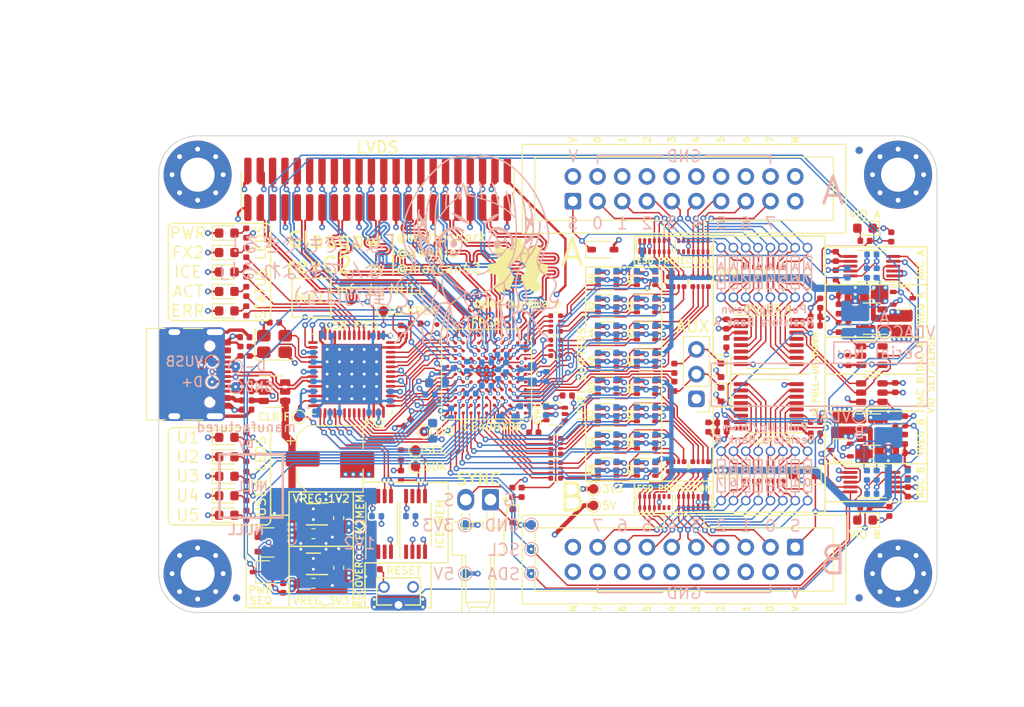
<source format=kicad_pcb>
(kicad_pcb (version 20221018) (generator pcbnew)
  (title_block (title "base board") (rev "C2"))
  (layers (0 "F.Cu" signal) (1 "In1.Cu" power) (2 "In2.Cu" power) (31 "B.Cu" signal) (34 "B.Paste" user) (35 "F.Paste" user) (36 "B.SilkS" user "B.Silkscreen") (37 "F.SilkS" user "F.Silkscreen") (38 "B.Mask" user) (39 "F.Mask" user) (44 "Edge.Cuts" user))
  (net 0 "")
  (net 1 "/SDA")
  (net 2 "+3V3")
  (net 3 "GND")
  (net 4 "/SCL")
  (net 5 "+5V")
  (net 6 "/~{CY_RESET}")
  (net 7 "/SHLD")
  (net 8 "/USB_P")
  (net 9 "/XTALOUT")
  (net 10 "/XTALIN")
  (net 11 "/USB_N")
  (net 12 "/D0")
  (net 13 "/D1")
  (net 14 "/D2")
  (net 15 "/D3")
  (net 16 "/D4")
  (net 17 "/D5")
  (net 18 "/D6")
  (net 19 "/D7")
  (net 20 "/FLAGA")
  (net 21 "/FLAGB")
  (net 22 "/FLAGC")
  (net 23 "/OE")
  (net 24 "/A0")
  (net 25 "/A1")
  (net 26 "/PKTEND")
  (net 27 "/FPGA_DONE")
  (net 28 "/~{FPGA_RESET}")
  (net 29 "+1V2")
  (net 30 "/CLKIF")
  (net 31 "/FLAGD")
  (net 32 "/VUSB")
  (net 33 "/LED_CY")
  (net 34 "Net-(D2-Pad2)")
  (net 35 "Net-(D5-Pad2)")
  (net 36 "/LED_ERR")
  (net 37 "/LED_ACT")
  (net 38 "Net-(D4-Pad2)")
  (net 39 "Net-(D3-Pad2)")
  (net 40 "/LED_FPGA")
  (net 41 "Net-(D1-Pad2)")
  (net 42 "/~{ALERT}")
  (net 43 "/CLKREF")
  (net 44 "/ENVB")
  (net 45 "/ENVA")
  (net 46 "/WR")
  (net 47 "/RD")
  (net 48 "/VCCPLL1")
  (net 49 "/VCCPLL0")
  (net 50 "/GNDPLL1")
  (net 51 "/GNDPLL0")
  (net 52 "Net-(D6-Pad2)")
  (net 53 "Net-(D10-Pad2)")
  (net 54 "Net-(D9-Pad2)")
  (net 55 "Net-(D8-Pad2)")
  (net 56 "Net-(D7-Pad2)")
  (net 57 "/IO_Banks/IO_Buffer_B/Y0")
  (net 58 "/IO_Banks/IO_Buffer_B/Z0")
  (net 59 "/IO_Banks/IO_Buffer_B/Y7")
  (net 60 "/IO_Banks/IO_Buffer_B/Z7")
  (net 61 "/IO_Banks/IO_Buffer_B/Y1")
  (net 62 "/IO_Banks/IO_Buffer_B/Y2")
  (net 63 "/IO_Banks/IO_Buffer_B/Y3")
  (net 64 "/IO_Banks/IO_Buffer_B/Y4")
  (net 65 "/IO_Banks/IO_Buffer_B/Y5")
  (net 66 "/IO_Banks/IO_Buffer_B/Y6")
  (net 67 "/IO_Banks/IO_Buffer_B/Z1")
  (net 68 "/IO_Banks/IO_Buffer_B/Z2")
  (net 69 "/IO_Banks/IO_Buffer_B/Z3")
  (net 70 "/IO_Banks/IO_Buffer_B/Z5")
  (net 71 "/IO_Banks/IO_Buffer_B/Z4")
  (net 72 "/IO_Banks/IO_Buffer_B/Z6")
  (net 73 "/IO_Banks/IO_Buffer_A/Y0")
  (net 74 "/IO_Banks/IO_Buffer_A/Z0")
  (net 75 "/IO_Banks/IO_Buffer_A/Y7")
  (net 76 "/IO_Banks/IO_Buffer_A/Z7")
  (net 77 "/IO_Banks/IO_Buffer_A/Y1")
  (net 78 "/IO_Banks/IO_Buffer_A/Y2")
  (net 79 "/IO_Banks/IO_Buffer_A/Y3")
  (net 80 "/IO_Banks/IO_Buffer_A/Y4")
  (net 81 "/IO_Banks/IO_Buffer_A/Y5")
  (net 82 "/IO_Banks/IO_Buffer_A/Y6")
  (net 83 "/IO_Banks/IO_Buffer_A/Z1")
  (net 84 "/IO_Banks/IO_Buffer_A/Z2")
  (net 85 "/IO_Banks/IO_Buffer_A/Z3")
  (net 86 "/IO_Banks/IO_Buffer_A/Z5")
  (net 87 "/IO_Banks/IO_Buffer_A/Z4")
  (net 88 "/IO_Banks/IO_Buffer_A/Z6")
  (net 89 "/IO_Banks/QB6")
  (net 90 "/IO_Banks/QB5")
  (net 91 "/IO_Banks/QB4")
  (net 92 "/IO_Banks/QB3")
  (net 93 "/IO_Banks/QB2")
  (net 94 "/IO_Banks/QB1")
  (net 95 "/IO_Banks/QB7")
  (net 96 "/IO_Banks/QB0")
  (net 97 "/IO_Banks/QA0")
  (net 98 "/IO_Banks/QA7")
  (net 99 "/IO_Banks/QA1")
  (net 100 "/IO_Banks/QA2")
  (net 101 "/IO_Banks/QA3")
  (net 102 "/IO_Banks/QA4")
  (net 103 "/IO_Banks/QA5")
  (net 104 "/IO_Banks/QA6")
  (net 105 "/IO_Banks/U1")
  (net 106 "/IO_Banks/IO_Buffer_A/VSENSE")
  (net 107 "/IO_Banks/VIOB")
  (net 108 "/IO_Banks/VIOA")
  (net 109 "/IO_Banks/U2")
  (net 110 "/IO_Banks/IO_Buffer_B/VSENSE")
  (net 111 "/IO_Banks/U5")
  (net 112 "/IO_Banks/U4")
  (net 113 "/IO_Banks/U3")
  (net 114 "/IO_Banks/Z0_P")
  (net 115 "/IO_Banks/Z2_N")
  (net 116 "/IO_Banks/Z3_N")
  (net 117 "/IO_Banks/Z3_P")
  (net 118 "/IO_Banks/Z6_P")
  (net 119 "/IO_Banks/Z8_P")
  (net 120 "/IO_Banks/Z10_P")
  (net 121 "/IO_Banks/Z11_P")
  (net 122 "/IO_Banks/Z11_N")
  (net 123 "/IO_Banks/Z0_N")
  (net 124 "/IO_Banks/Z2_P")
  (net 125 "/IO_Banks/Z4_P")
  (net 126 "/IO_Banks/Z5_P")
  (net 127 "/IO_Banks/Z6_N")
  (net 128 "/IO_Banks/Z8_N")
  (net 129 "/IO_Banks/Z10_N")
  (net 130 "/IO_Banks/Z12_N")
  (net 131 "/IO_Banks/Z12_P")
  (net 132 "/IO_Banks/Z1_N")
  (net 133 "/IO_Banks/Z4_N")
  (net 134 "/IO_Banks/Z5_N")
  (net 135 "/IO_Banks/Z7_N")
  (net 136 "/IO_Banks/Z9_P")
  (net 137 "/IO_Banks/Z9_N")
  (net 138 "/IO_Banks/Z1_P")
  (net 139 "/IO_Banks/VIO_AUX")
  (net 140 "/IO_Banks/Z7_P")
  (net 141 "/IO_Banks/DA0")
  (net 142 "/IO_Banks/DA4")
  (net 143 "/IO_Banks/DA6")
  (net 144 "/IO_Banks/DA1")
  (net 145 "/IO_Banks/DA3")
  (net 146 "/IO_Banks/DA5")
  (net 147 "/IO_Banks/DA7")
  (net 148 "/IO_Banks/DB0")
  (net 149 "/IO_Banks/DB4")
  (net 150 "/IO_Banks/DB6")
  (net 151 "/IO_Banks/DB1")
  (net 152 "/IO_Banks/DB3")
  (net 153 "/IO_Banks/DB5")
  (net 154 "/IO_Banks/DB7")
  (net 155 "/IO_Banks/DA2")
  (net 156 "/IO_Banks/DB2")
  (net 157 "/IO_Banks/IO_Buffer_B/VFB")
  (net 158 "/IO_Banks/IO_Buffer_A/VFB")
  (net 159 "/IO_Banks/~{SYNC}")
  (net 160 "Net-(R40-Pad1)")
  (net 161 "Net-(R37-Pad1)")
  (net 162 "Net-(R36-Pad1)")
  (net 163 "Net-(R10-Pad1)")
  (net 164 "Net-(R39-Pad2)")
  (net 165 "Net-(R43-Pad2)")
  (net 166 "Net-(R38-Pad2)")
  (net 167 "Net-(D12-Pad1)")
  (net 168 "Net-(D13-Pad1)")
  (net 169 "Net-(R45-Pad2)")
  (net 170 "Net-(R45-Pad1)")
  (net 171 "Net-(D14-Pad2)")
  (net 172 "Net-(D15-Pad2)")
  (net 173 "Net-(RN1-Pad5)")
  (net 174 "Net-(RN1-Pad6)")
  (net 175 "Net-(RN1-Pad7)")
  (net 176 "Net-(RN2-Pad5)")
  (net 177 "Net-(RN2-Pad6)")
  (net 178 "Net-(RN2-Pad8)")
  (net 179 "Net-(RN2-Pad7)")
  (net 180 "Net-(RN7-Pad5)")
  (net 181 "Net-(RN7-Pad6)")
  (net 182 "Net-(RN7-Pad7)")
  (net 183 "Net-(RN8-Pad5)")
  (net 184 "Net-(RN8-Pad6)")
  (net 185 "Net-(RN8-Pad8)")
  (net 186 "Net-(RN8-Pad7)")
  (net 187 "/xVBUS")
  (net 188 "/CC1")
  (net 189 "/CC2")
  (net 190 "Net-(C44-Pad2)")
  (net 191 "Net-(C44-Pad1)")
  (net 192 "Net-(C58-Pad2)")
  (net 193 "Net-(C58-Pad1)")
  (net 194 "Net-(D18-Pad3)")
  (net 195 "/IO_Banks/IO_Buffer_B/VIO_EN")
  (net 196 "Net-(D19-Pad3)")
  (net 197 "/IO_Banks/IO_Buffer_A/VIO_EN")
  (net 198 "Net-(D24-Pad2)")
  (net 199 "Net-(R4-Pad2)")
  (net 200 "Net-(R6-Pad1)")
  (net 201 "Net-(R56-Pad1)")
  (net 202 "/IO_Banks/IO_Buffer_B/ISNS_H")
  (net 203 "/IO_Banks/IO_Buffer_A/ISNS_H")
  (net 204 "/SWSH")
  (net 205 "Net-(C90-Pad2)")
  (net 206 "Net-(C91-Pad2)")
  (net 207 "/IO_Banks/IO_Buffer_B/X0")
  (net 208 "/IO_Banks/IO_Buffer_A/X0")
  (net 209 "/IO_Banks/IO_Buffer_B/P7")
  (net 210 "/IO_Banks/IO_Buffer_B/P6")
  (net 211 "/IO_Banks/IO_Buffer_B/P5")
  (net 212 "/IO_Banks/IO_Buffer_B/P4")
  (net 213 "/IO_Banks/IO_Buffer_B/P3")
  (net 214 "/IO_Banks/IO_Buffer_B/P2")
  (net 215 "/IO_Banks/IO_Buffer_B/P1")
  (net 216 "/IO_Banks/IO_Buffer_B/P0")
  (net 217 "/IO_Banks/IO_Buffer_A/P7")
  (net 218 "/IO_Banks/IO_Buffer_A/P6")
  (net 219 "/IO_Banks/IO_Buffer_A/P5")
  (net 220 "/IO_Banks/IO_Buffer_A/P4")
  (net 221 "/IO_Banks/IO_Buffer_A/P3")
  (net 222 "/IO_Banks/IO_Buffer_A/P2")
  (net 223 "/IO_Banks/IO_Buffer_A/P1")
  (net 224 "/IO_Banks/IO_Buffer_A/P0")
  (net 225 "/~{MR}")
  (net 226 "/IO_Banks/IO_Buffer_B/VDAC")
  (net 227 "/IO_Banks/IO_Buffer_A/VDAC")
  (footprint "TestPoint:TestPoint_Pad_D1.0mm" (layer "F.Cu") (at 76.4 105)
    (fp_text reference "TP5" hide)
    (fp_text value "SCL")
  )
  (footprint "TestPoint:TestPoint_Pad_D1.0mm" (layer "F.Cu") (at 76.4 103.3)
    (fp_text reference "TP4" hide)
    (fp_text value "SDA")
  )
  (footprint "Fiducial:Fiducial_0.75mm_Mask1.5mm" (layer "F.Cu") (at 58 118.5)
    (fp_text reference "FID1" hide)
    (fp_text value "Fiducial_0.75mm_Mask1.5mm" hide)
  )
  (footprint "Fiducial:Fiducial_0.75mm_Mask1.5mm" (layer "F.Cu") (at 122 72.5)
    (fp_text reference "FID2" hide)
    (fp_text value "Fiducial_0.75mm_Mask1.5mm" hide)
  )
  (footprint "Capacitor_SMD:C_0402_1005Metric" (layer "F.Cu") (at 127 107.6 90)
    (fp_text reference "C30" hide)
    (fp_text value "u1")
  )
  (footprint "Resistor_SMD:R_0402_1005Metric" (layer "F.Cu") (at 59 108 -90)
    (fp_text reference "R22" hide)
    (fp_text value "10k")
  )
  (footprint "Resistor_SMD:R_0402_1005Metric" (layer "F.Cu") (at 59 110 -90)
    (fp_text reference "R23" hide)
    (fp_text value "4k7")
  )
  (footprint "TestPoint:TestPoint_Pad_D1.0mm" (layer "F.Cu") (at 73.1 89)
    (fp_text reference "TP6" hide)
    (fp_text value "CLKREF")
  )
  (footprint "Resistor_SMD:R_0402_1005Metric" (layer "F.Cu") (at 75.55 100.5 45)
    (fp_text reference "R9" hide)
    (fp_text value "100k")
  )
  (footprint "Package_DFN_QFN:Cypress_QFN-56-1EP_8x8mm_P0.5mm_EP6.22x6.22mm_ThermalVias" (layer "F.Cu") (at 69.85 95.5)
    (fp_text reference "U1" hide)
    (fp_text value "CY7C68013A-56LTX")
  )
  (footprint "Resistor_SMD:R_0402_1005Metric" (layer "F.Cu") (at 120.9 90.7 90)
    (fp_text reference "R33" hide)
    (fp_text value "49k9")
  )
  (footprint "LED_SMD:LED_0603_1608Metric" (layer "F.Cu") (at 57 102)
    (fp_text reference "D6" hide)
    (fp_text value "BLU")
  )
  (footprint "LED_SMD:LED_0603_1608Metric" (layer "F.Cu") (at 57 106)
    (fp_text reference "D8" hide)
    (fp_text value "WHT")
  )
  (footprint "LED_SMD:LED_0603_1608Metric" (layer "F.Cu") (at 57 89)
    (fp_text reference "D5" hide)
    (fp_text value "RED")
  )
  (footprint "LED_SMD:LED_0603_1608Metric" (layer "F.Cu") (at 57 87)
    (fp_text reference "D4" hide)
    (fp_text value "YEL")
  )
  (footprint "LED_SMD:LED_0603_1608Metric" (layer "F.Cu") (at 57 85)
    (fp_text reference "D3" hide)
    (fp_text value "GRN")
  )
  (footprint "LED_SMD:LED_0603_1608Metric" (layer "F.Cu") (at 57 83)
    (fp_text reference "D2" hide)
    (fp_text value "GRN")
  )
  (footprint "Resistor_SMD:R_0402_1005Metric" (layer "F.Cu") (at 59 85 90)
    (fp_text reference "R14" hide)
    (fp_text value "20k")
  )
  (footprint "Resistor_SMD:R_0402_1005Metric" (layer "F.Cu") (at 59 87 90)
    (fp_text reference "R15" hide)
    (fp_text value "2k2")
  )
  (footprint "Resistor_SMD:R_0402_1005Metric" (layer "F.Cu") (at 59 104 -90)
    (fp_text reference "R20" hide)
    (fp_text value "10k")
  )
  (footprint "Glasgow:SOT-363_SC-70-6" (layer "F.Cu") (at 100.1 99.7)
    (fp_text reference "U27" hide)
    (fp_text value "SN74LVC1T45DCKR")
  )
  (footprint "Glasgow:SOT-363_SC-70-6" (layer "F.Cu") (at 100.1 96.9)
    (fp_text reference "U26" hide)
    (fp_text value "SN74LVC1T45DCKR")
  )
  (footprint "Glasgow:SOT-363_SC-70-6" (layer "F.Cu") (at 100.1 91.3)
    (fp_text reference "U17" hide)
    (fp_text value "SN74LVC1T45DCKR")
  )
  (footprint "Glasgow:SOT-363_SC-70-6" (layer "F.Cu") (at 96.1 94.1)
    (fp_text reference "U10" hide)
    (fp_text value "SN74LVC1T45DCKR")
  )
  (footprint "Glasgow:SOT-363_SC-70-6" (layer "F.Cu") (at 96.1 91.3)
    (fp_text reference "U9" hide)
    (fp_text value "SN74LVC1T45DCKR")
  )
  (footprint "Glasgow:SOT-363_SC-70-6" (layer "F.Cu") (at 96.1 88.5)
    (fp_text reference "U6" hide)
    (fp_text value "SN74LVC1T45DCKR")
  )
  (footprint "Glasgow:SOT-363_SC-70-6" (layer "F.Cu") (at 96.1 96.9)
    (fp_text reference "U22" hide)
    (fp_text value "SN74LVC1T45DCKR")
  )
  (footprint "Glasgow:SOT-363_SC-70-6" (layer "F.Cu") (at 96.1 102.5)
    (fp_text reference "U24" hide)
    (fp_text value "SN74LVC1T45DCKR")
  )
  (footprint "Glasgow:SOT-363_SC-70-6" (layer "F.Cu") (at 96.1 105.3)
    (fp_text reference "U25" hide)
    (fp_text value "SN74LVC1T45DCKR")
  )
  (footprint "Capacitor_SMD:C_0402_1005Metric" (layer "F.Cu") (at 120.4 87.4 180)
    (fp_text reference "C57" hide)
    (fp_text value "u1")
  )
  (footprint "LED_SMD:LED_0603_1608Metric" (layer "F.Cu") (at 57 81)
    (fp_text reference "D1" hide)
    (fp_text value "GRN")
  )
  (footprint "Glasgow:PinSocket_1x08_P1.27mm_Vertical_DNP" (layer "F.Cu") (at 107.8 87.6 90)
    (fp_text reference "J9" hide)
    (fp_text value "Conn_01x08" hide)
  )
  (footprint "Glasgow:PinSocket_1x08_P1.27mm_Vertical_DNP" (layer "F.Cu") (at 116.7 108.5 -90)
    (fp_text reference "J6" hide)
    (fp_text value "Conn_01x08" hide)
  )
  (footprint "Capacitor_SMD:C_0603_1608Metric" (layer "F.Cu") (at 126.9 90.3 90)
    (fp_text reference "C82" hide)
    (fp_text value "4u7")
  )
  (footprint "Capacitor_SMD:C_0603_1608Metric" (layer "F.Cu") (at 119.7 100.7 -90)
    (fp_text reference "C31" hide)
    (fp_text value "4u7")
  )
  (footprint "Capacitor_SMD:C_0603_1608Metric" (layer "F.Cu") (at 123.3 103.7 180)
    (fp_text reference "C53" hide)
    (fp_text value "4u7")
  )
  (footprint "Resistor_SMD:R_0402_1005Metric" (layer "F.Cu") (at 125.7 102.2 -90)
    (fp_text reference "R28" hide)
    (fp_text value "59k")
  )
  (footprint "Resistor_SMD:R_0402_1005Metric" (layer "F.Cu") (at 125.7 100.3 -90)
    (fp_text reference "R27" hide)
    (fp_text value "49k9")
  )
  (footprint "Fiducial:Fiducial_0.75mm_Mask1.5mm" (layer "F.Cu") (at 122 118.5)
    (fp_text reference "FID3" hide)
    (fp_text value "Fiducial_0.75mm_Mask1.5mm" hide)
  )
  (footprint "Fiducial:Fiducial_0.5mm_Dia_1mm_Outer" (layer "F.Cu") (at 78.6 90.4)
    (fp_text reference "FID8" hide)
    (fp_text value "Fiducial_0.5mm_Dia_1mm_Outer" hide)
  )
  (footprint "Capacitor_SMD:C_0402_1005Metric" (layer "F.Cu") (at 125.7 90.3 90)
    (fp_text reference "C59" hide)
    (fp_text value "u1")
  )
  (footprint "Resistor_SMD:R_0402_1005Metric" (layer "F.Cu") (at 120.9 88.8 90)
    (fp_text reference "R34" hide)
    (fp_text value "59k")
  )
  (footprint "Capacitor_SMD:C_0402_1005Metric" (layer "F.Cu") (at 59.35 93.15 90)
    (fp_text reference "C12" hide)
    (fp_text value "9p")
  )
  (footprint "Resistor_SMD:R_0402_1005Metric" (layer "F.Cu") (at 59 89 90)
    (fp_text reference "R16" hide)
    (fp_text value "10k")
  )
  (footprint "Resistor_SMD:R_0402_1005Metric" (layer "F.Cu") (at 76.4 90.3)
    (fp_text reference "R17" hide)
    (fp_text value "100k")
  )
  (footprint "Resistor_SMD:R_0402_1005Metric" (layer "F.Cu") (at 59 81 90)
    (fp_text reference "R12" hide)
    (fp_text value "20k")
  )
  (footprint "Resistor_SMD:R_0402_1005Metric" (layer "F.Cu") (at 59 83 90)
    (fp_text reference "R13" hide)
    (fp_text value "20k")
  )
  (footprint "Glasgow:Crystal_SMD_3225-4Pin_3.2x2.5mm" (layer "F.Cu") (at 61.9 92.4)
    (fp_text reference "Y1" hide)
    (fp_text value "24M")
  )
  (footprint "Package_BGA:BGA-121_9.0x9.0mm_Layout11x11_P0.8mm_Ball0.4mm_Pad0.35mm_NSMD" (layer "F.Cu") (at 83.7 95.5 -90)
    (fp_text reference "U30" hide)
    (fp_text value "ICE40HX8K-BG121")
  )
  (footprint "Capacitor_SMD:C_0402_1005Metric" (layer "F.Cu") (at 58.85 91.7 180)
    (fp_text reference "C13" hide)
    (fp_text value "u1")
  )
  (footprint "Glasgow:SOT-363_SC-70-6" (layer "F.Cu") (at 100.1 88.5)
    (fp_text reference "U16" hide)
    (fp_text value "SN74LVC1T45DCKR")
  )
  (footprint "Glasgow:SOT-363_SC-70-6" (layer "F.Cu") (at 100.1 85.7)
    (fp_text reference "U11" hide)
    (fp_text value "SN74LVC1T45DCKR")
  )
  (footprint "Resistor_SMD:R_0402_1005Metric" (layer "F.Cu") (at 59 106 -90)
    (fp_text reference "R21" hide)
    (fp_text value "6k8")
  )
  (footprint "LED_SMD:LED_0603_1608Metric" (layer "F.Cu") (at 57 108)
    (fp_text reference "D9" hide)
    (fp_text value "PNK")
  )
  (footprint "Resistor_SMD:R_0402_1005Metric" (layer "F.Cu") (at 59 102 -90)
    (fp_text reference "R11" hide)
    (fp_text value "4k7")
  )
  (footprint "LED_SMD:LED_0603_1608Metric" (layer "F.Cu") (at 57 104)
    (fp_text reference "D7" hide)
    (fp_text value "PNK")
  )
  (footprint "LED_SMD:LED_0603_1608Metric" (layer "F.Cu") (at 57 110)
    (fp_text reference "D10" hide)
    (fp_text value "BLU")
  )
  (footprint "Resistor_SMD:R_0402_1005Metric" (layer "F.Cu") (at 125.3 81.4 90)
    (fp_text reference "R18" hide)
    (fp_text value "10k")
  )
  (footprint "Glasgow:PinSocket_1x08_P1.27mm_Vertical_DNP" (layer "F.Cu") (at 116.7 103.42 -90)
    (fp_text reference "J7" hide)
    (fp_text value "Conn_01x08" hide)
  )
  (footprint "Glasgow:SOT-23-5" (layer "F.Cu") (at 123.3 101.2)
    (fp_text reference "U14" hide)
    (fp_text value "TPS73101DBV")
  )
  (footprint "Capacitor_SMD:C_0402_1005Metric" (layer "F.Cu") (at 107.9 101.4 180)
    (fp_text reference "C29" hide)
    (fp_text value "u1")
  )
  (footprint "Capacitor_SMD:C_0402_1005Metric" (layer "F.Cu") (at 126.2 103.6)
    (fp_text reference "C46" hide)
    (fp_text value "u1")
  )
  (footprint "Resistor_SMD:R_0402_1005Metric" (layer "F.Cu") (at 125.1 109.6 -90)
    (fp_text reference "R19" hide)
    (fp_text value "10k")
  )
  (footprint "Glasgow:SOT-363_SC-70-6" (layer "F.Cu") (at 100.1 94.1)
    (fp_text reference "U18" hide)
    (fp_text value "SN74LVC1T45DCKR")
  )
  (footprint "Glasgow:R_0402_1005Metric_DNP" (layer "F.Cu") (at 70.6 113.8 -90)
    (fp_text reference "R40" hide)
    (fp_text value "DNP")
  )
  (footprint "Package_SO:TSSOP-16_4.4x5mm_P0.65mm" (layer "F.Cu") (at 112.7 92.2)
    (fp_text reference "U19" hide)
    (fp_text value "PCA6408APW")
  )
  (footprint "Resistor_SMD:R_0402_1005Metric" (layer "F.Cu") (at 103 96.75 90)
    (fp_text reference "R39" hide)
    (fp_text value "47R")
  )
  (footprint "Resistor_SMD:R_0402_1005Metric" (layer "F.Cu") (at 103 94.9 -90)
    (fp_text reference "R43" hide)
    (fp_text value "47R")
  )
  (footprint "Glasgow:SOT-363_SC-70-6" (layer "F.Cu") (at 100.1 102.5)
    (fp_text reference "U28" hide)
    (fp_text value "SN74LVC1T45DCKR")
  )
  (footprint "Glasgow:SOT-363_SC-70-6" (layer "F.Cu") (at 96.1 99.7)
    (fp_text reference "U23" hide)
    (fp_text value "SN74LVC1T45DCKR")
  )
  (footprint "Capacitor_SMD:C_0402_1005Metric" (layer "F.Cu") (at 117.515 101.6)
    (fp_text reference "C22" hide)
    (fp_text value "u1")
  )
  (footprint "Resistor_SMD:R_0402_1005Metric" (layer "F.Cu") (at 86.35 107.65 90)
    (fp_text reference "R44" hide)
    (fp_text value "10k")
  )
  (footprint "Resistor_SMD:R_0402_1005Metric" (layer "F.Cu") (at 117.5 100.4)
    (fp_text reference "R36" hide)
    (fp_text value "10k")
  )
  (footprint "Resistor_SMD:R_0402_1005Metric" (layer "F.Cu") (at 107.9 100.5)
    (fp_text reference "R41" hide)
    (fp_text value "2k2")
  )
  (footprint "Capacitor_SMD:C_0402_1005Metric" (layer "F.Cu") (at 108.35 90.35 -90)
    (fp_text reference "C84" hide)
    (fp_text value "u1")
  )
  (footprint "Capacitor_SMD:C_0402_1005Metric" (layer "F.Cu") (at 120.9 100.7 -90)
    (fp_text reference "C45" hide)
    (fp_text value "u1")
  )
  (footprint "Package_SO:TSSOP-16_4.4x5mm_P0.65mm" (layer "F.Cu") (at 112.7 98.8 180)
    (fp_text reference "U5" hide)
    (fp_text value "PCA6408APW")
  )
  (footprint "Resistor_SMD:R_0402_1005Metric" (layer "F.Cu") (at 117.5 90.5 180)
    (fp_text reference "R42" hide)
    (fp_text value "2k2")
  )
  (footprint "Resistor_SMD:R_0402_1005Metric" (layer "F.Cu") (at 119.9 88.8 -90)
    (fp_text reference "R35" hide)
    (fp_text value "24k3")
  )
  (footprint "Resistor_SMD:R_0402_1005Metric" (layer "F.Cu") (at 126.7 102.2 90)
    (fp_text reference "R29" hide)
    (fp_text value "24k3")
  )
  (footprint "Resistor_SMD:R_0402_1005Metric" (layer "F.Cu") (at 92 97.7 180)
    (fp_text reference "R10" hide)
    (fp_text value "2k2")
  )
  (footprint "TestPoint:TestPoint_Pad_D1.0mm" (layer "F.Cu") (at 94.7 107.3)
    (fp_text reference "TP3" hide)
    (fp_text value "3V3")
  )
  (footprint "TestPoint:TestPoint_Pad_D1.0mm" (layer "F.Cu") (at 94.7 109)
    (fp_text reference "TP1" hide)
    (fp_text value "5V")
  )
  (footprint "Resistor_SMD:R_0402_1005Metric" (layer "F.Cu") (at 74.9 105.9 90)
    (fp_text reference "R2" hide)
    (fp_text value "2k2")
  )
  (footprint "Glasgow:D_SOD-523" (layer "F.Cu") (at 107.8 97.6 -90)
    (fp_text reference "D12" hide)
    (fp_text value "ESD5Z5.0T1G")
  )
  (footprint "Resistor_SMD:R_0402_1005Metric" (layer "F.Cu") (at 88.55 101.5 180)
    (fp_text reference "R45" hide)
    (fp_text value "47R")
  )
  (footprint "Connector_PinHeader_2.54mm:PinHeader_1x03_P2.54mm_Vertical" (layer "F.Cu") (at 105.27 98.04 180)
    (fp_text reference "J10" hide)
    (fp_text value "AUX")
  )
  (footprint "Glasgow:MountingHole_3.5mm_Pad_Via_CrtYd" (layer "F.Cu") (at 54 116)
    (fp_text reference "MK1" hide)
    (fp_text value "Mounting_Hole_PAD" hide)
  )
  (footprint "Glasgow:MountingHole_3.5mm_Pad_Via_CrtYd" (layer "F.Cu") (at 54 75)
    (fp_text reference "MK2" hide)
    (fp_text value "Mounting_Hole_PAD" hide)
  )
  (footprint "Glasgow:MountingHole_3.5mm_Pad_Via_CrtYd" (layer "F.Cu") (at 126 116)
    (fp_text reference "MK4" hide)
    (fp_text value "Mounting_Hole_PAD" hide)
  )
  (footprint "Capacitor_SMD:C_0603_1608Metric" (layer "F.Cu") (at 123.3 87.3)
    (fp_text reference "C83" hide)
    (fp_text value "4u7")
  )
  (footprint "Glasgow:MountingHole_3.5mm_Pad_Via_CrtYd" (layer "F.Cu") (at 126 75)
    (fp_text reference "MK3" hide)
    (fp_text value "Mounting_Hole_PAD" hide)
  )
  (footprint "Glasgow:PinSocket_1x08_P1.27mm_Vertical_DNP" (layer "F.Cu") (at 107.8 82.5 90)
    (fp_text reference "J8" hide)
    (fp_text value "Conn_01x08" hide)
  )
  (footprint "LED_SMD:LED_0603_1608Metric" (layer "F.Cu") (at 122.6 80.5 180)
    (fp_text reference "D15" hide)
    (fp_text value "GRN")
  )
  (footprint "Capacitor_SMD:C_0402_1005Metric" (layer "F.Cu") (at 119.6 83.4 -90)
    (fp_text reference "C55" hide)
    (fp_text value "u1")
  )
  (footprint "Connector_IDC:IDC-Header_2x10_P2.54mm_Vertical" (layer "F.Cu") (at 92.57 77.72 90)
    (fp_text reference "J2" hide)
    (fp_text value "IDC-Header_2x10_P2.54mm")
  )
  (footprint "Resistor_SMD:R_0402_1005Metric" (layer "F.Cu") (at 122.6 109.2 180)
    (fp_text reference "R46" hide)
    (fp_text value "20k")
  )
  (footprint "Resistor_SMD:R_0402_1005Metric" (layer "F.Cu") (at 122.6 81.8 180)
    (fp_text reference "R47" hide)
    (fp_text value "20k")
  )
  (footprint "TestPoint:TestPoint_Pad_D1.0mm" (layer "F.Cu") (at 77.3 101.4)
    (fp_text reference "TP2" hide)
    (fp_text value "1V2")
  )
  (footprint "LED_SMD:LED_0603_1608Metric" (layer "F.Cu") (at 122.6 110.5 180)
    (fp_text reference "D14" hide)
    (fp_text value "GRN")
  )
  (footprint "Glasgow:SOT-23-5" (layer "F.Cu") (at 123.3 89.8 180)
    (fp_text reference "U31" hide)
    (fp_text value "TPS73101DBV")
  )
  (footprint "Glasgow:D_SOD-523" (layer "F.Cu") (at 86.4 110.1 -90)
    (fp_text reference "D11" hide)
    (fp_text value "ESD5Z5.0T1G")
  )
  (footprint "Resistor_SMD:R_0402_1005Metric" (layer "F.Cu") (at 74.9 103.8 -90)
    (fp_text reference "R1" hide)
    (fp_text value "2k2")
  )
  (footprint "Glasgow:R_Array_Convex_4x0402" (layer "F.Cu") (at 105.7 105 -90)
    (fp_text reference "RN3" hide)
    (fp_text value "33R")
  )
  (footprint "Glasgow:R_Array_Convex_4x0402" (layer "F.Cu") (at 103.2 105 -90)
    (fp_text reference "RN4" hide)
    (fp_text value "33R")
  )
  (footprint "Glasgow:R_Array_Convex_4x0402" (layer "F.Cu") (at 113.4 106 90)
    (fp_text reference "RN5" hide)
    (fp_text value "10k")
  )
  (footprint "Glasgow:R_Array_Convex_4x0402" (layer "F.Cu") (at 110.9 106 90)
    (fp_text reference "RN6" hide)
    (fp_text value "10k")
  )
  (footprint "Glasgow:R_Array_Convex_4x0402" (layer "F.Cu") (at 90.8 90.3)
    (fp_text reference "RN7" hide)
    (fp_text value "33R")
  )
  (footprint "Glasgow:R_Array_Convex_4x0402" (layer "F.Cu") (at 90.8 92.8)
    (fp_text reference "RN8" hide)
    (fp_text value "33R")
  )
  (footprint "Glasgow:R_Array_Convex_4x0402" (layer "F.Cu") (at 105.7 86 90)
    (fp_text reference "RN10" hide)
    (fp_text value "33R")
  )
  (footprint "Glasgow:R_Array_Convex_4x0402" (layer "F.Cu") (at 110.9 85 -90)
    (fp_text reference "RN11" hide)
    (fp_text value "10k")
  )
  (footprint "Glasgow:R_Array_Convex_4x0402" (layer "F.Cu") (at 113.4 85 -90)
    (fp_text reference "RN12" hide)
    (fp_text value "10k")
  )
  (footprint "Glasgow:SOT-363_SC-70-6" (layer "F.Cu") (at 96.1 85.7)
    (fp_text reference "U4" hide)
    (fp_text value "SN74LVC1T45DCKR")
  )
  (footprint "Glasgow:SOT-363_SC-70-6" (layer "F.Cu") (at 90.8 99.6)
    (fp_text reference "U32" hide)
    (fp_text value "SN74LVC1T45DCKR")
  )
  (footprint "Glasgow:SOT-363_SC-70-6" (layer "F.Cu") (at 100.1 105.3)
    (fp_text reference "U29" hide)
    (fp_text value "SN74LVC1T45DCKR")
  )
  (footprint "Glasgow:D_SOD-523" (layer "F.Cu") (at 107.8 95.1 -90)
    (fp_text reference "D13" hide)
    (fp_text value "ESD5Z5.0T1G")
  )
  (footprint "Glasgow:R_Array_Convex_4x0402" (layer "F.Cu") (at 90.8 105.4)
    (fp_text reference "RN2" hide)
    (fp_text value "33R")
  )
  (footprint "Glasgow:R_Array_Convex_4x0402" (layer "F.Cu") (at 90.8 102.9)
    (fp_text reference "RN1" hide)
    (fp_text value "33R")
  )
  (footprint "Resistor_SMD:R_0402_1005Metric" (layer "F.Cu") (at 108.35 92.25 -90)
    (fp_text reference "R37" hide)
    (fp_text value "10k")
  )
  (footprint "Glasgow:USB_C_Receptacle_HRO_TYPE-C-31-M-12" (layer "F.Cu") (at 52.65 95.5 -90)
    (fp_text reference "J1")
    (fp_text value "USB_C_USB2.0")
  )
  (footprint "Capacitor_SMD:C_0402_1005Metric" (layer "F.Cu") (at 61.9 90.2 180)
    (fp_text reference "C11" hide)
    (fp_text value "9p")
  )
  (footprint "Resistor_SMD:R_0402_1005Metric" (layer "F.Cu") (at 58.4 93.15 -90)
    (fp_text reference "R53" hide)
    (fp_text value "5k1")
  )
  (footprint "Capacitor_SMD:C_0402_1005Metric" (layer "F.Cu") (at 59.05 96.3 180)
    (fp_text reference "C8" hide)
    (fp_text value "u1")
  )
  (footprint "Inductor_SMD:L_0402_1005Metric" (layer "F.Cu") (at 59.05 98.2)
    (fp_text reference "FB1" hide)
    (fp_text value "600R, 0.5A")
  )
  (footprint "Glasgow:SOT-23-6" (layer "F.Cu") (at 61.9 97.3)
    (fp_text reference "U15" hide)
    (fp_text value "TPD3S014")
  )
  (footprint "Resistor_SMD:R_0402_1005Metric" (layer "F.Cu") (at 59.05 97.25 180)
    (fp_text reference "R52" hide)
    (fp_text value "5k1")
  )
  (footprint "Glasgow:D_SOD-323" (layer "F.Cu") (at 116.35 106 180)
    (fp_text reference "D16" hide)
    (fp_text value "CDSOD323-T36S")
  )
  (footprint "Glasgow:D_SOD-323" (layer "F.Cu") (at 95.65 82.7)
    (fp_text reference "D17" hide)
    (fp_text value "CDSOD323-T36S")
  )
  (footprint "Glasgow:SOT-323_SC-70" (layer "F.Cu") (at 120.1 103.3 180)
    (fp_text reference "D18" hide)
    (fp_text value "BAT54CW")
  )
  (footprint "Glasgow:SOT-323_SC-70" (layer "F.Cu") (at 126.5 87.7)
    (fp_text reference "D19" hide)
    (fp_text value "BAT54CW")
  )
  (footprint "Resistor_SMD:R_0402_1005Metric" (layer "F.Cu") (at 126.7 100.3 -90)
    (fp_text reference "R26" hide)
    (fp_text value "10k")
  )
  (footprint "Package_SO:VSSOP-10_3x3mm_P0.5mm" (layer "F.Cu") (at 123.3 106.6)
    (fp_text reference "U12" hide)
    (fp_text value "INA233")
  )
  (footprint "Glasgow:UDFN-14_3.5x1.35mm_P0.5mm" (layer "F.Cu") (at 100.95 108.65 90)
    (fp_text reference "D21" hide)
    (fp_text value "SP3012-06UTG")
  )
  (footprint "Glasgow:UDFN-14_3.5x1.35mm_P0.5mm" (layer "F.Cu") (at 104.95 82.35 -90)
    (fp_text reference "D23" hide)
    (fp_text value "SP3012-06UTG")
  )
  (footprint "Capacitor_SMD:C_0402_1005Metric" (layer "F.Cu") (at 62.4 110.6 180)
    (fp_text reference "C16" hide)
    (fp_text value "u1")
  )
  (footprint "Capacitor_SMD:C_0402_1005Metric" (layer "F.Cu") (at 74.9 90.985 90)
    (fp_text reference "C88" hide)
    (fp_text value "u1")
  )
  (footprint "Glasgow:SOT-323_SC-70" (layer "F.Cu") (at 60.7 115.85 180)
    (fp_text reference "D24" hide)
    (fp_text value "BAT54AW")
  )
  (footprint "Resistor_SMD:R_0402_1005Metric" (layer "F.Cu") (at 62.8 117.485 90)
    (fp_text reference "R4" hide)
    (fp_text value "100k")
  )
  (footprint "Resistor_SMD:R_0402_1005Metric" (layer "F.Cu") (at 62.8 115.585 90)
    (fp_text reference "R5" hide)
    (fp_text value "100k")
  )
  (footprint "Resistor_SMD:R_0402_1005Metric" (layer "F.Cu") (at 106.5 100.95 -90)
    (fp_text reference "R57" hide)
    (fp_text value "2k2")
  )
  (footprint "Resistor_SMD:R_0402_1005Metric" (layer "F.Cu") (at 118 88.2 90)
    (fp_text reference "R58" hide)
    (fp_text value "2k2")
  )
  (footprint "Resistor_SMD:R_0402_1005Metric" (layer "F.Cu") (at 87.3 107.65 90)
    (fp_text reference "R38" hide)
    (fp_text value "47R")
  )
  (footprint "Glasgow:PinHeader_2x22_P1.27mm_Vertical__SMD" (layer "F.Cu") (at 72.5 76.5 90)
    (fp_text reference "J5" hide)
    (fp_text value "PinHeader_2x22_P1.27mm")
  )
  (footprint "Resistor_SMD:R_0402_1005Metric" (layer "F.Cu") (at 59.05 99.15 180)
    (fp_text reference "R3" hide)
    (fp_text value "100k")
  )
  (footprint "TestPoint:TestPoint_Pad_D1.0mm" (layer "F.Cu") (at 64.4 99.9)
    (fp_text reference "TP7" hide)
    (fp_text value "3V3")
  )
  (footprint "Capacitor_SMD:CP_Elec_6.3x5.9" (layer "F.Cu") (at 67.6 104.2)
    (fp_text reference "C87" hide)
    (fp_text value "150u")
  )
  (footprint "Package_SO:TSSOP-8_4.4x3mm_P0.65mm" (layer "F.Cu") (at 76.4 110.9 90)
    (fp_text reference "U2" hide)
    (fp_text value "CAT24M01X")
  )
  (footprint "Package_SO:TSSOP-8_4.4x3mm_P0.65mm" (layer "F.Cu") (at 72.9 110.9 90)
    (fp_text reference "U3" hide)
    (fp_text value "BL24C256A-SFRC")
  )
  (footprint "Glasgow:Molex_KK-254_1x02_P2.54mm_Horizontal" (layer "F.Cu") (at 84.1 108.4)
    (fp_text reference "J4" hide)
    (fp_text value "Conn_01x02")
  )
  (footprint "Glasgow:DFN-6-1EP_2x2mm_P0.65mm_EP1x1.6mm_ThermalVias" (layer "F.Cu") (at 65.9 115 180)
    (fp_text reference "U8" hide)
    (fp_text value "TLV75533PDRVR")
  )
  (footprint "Glasgow:DFN-6-1EP_2x2mm_P0.65mm_EP1x1.6mm_ThermalVias" (layer "F.Cu") (at 65.9 109.9 180)
    (fp_text reference "U36" hide)
    (fp_text value "TLV73312PQDRVR")
  )
  (footprint "Capacitor_SMD:C_0603_1608Metric" (layer "F.Cu") (at 65.9 111.9 180)
    (fp_text reference "C86" hide)
    (fp_text value "4u7")
  )
  (footprint "Capacitor_SMD:C_0603_1608Metric" (layer "F.Cu") (at 65.9 117 180)
    (fp_text reference "C26" hide)
    (fp_text value "4u7")
  )
  (footprint "Capacitor_SMD:C_0603_1608Metric" (layer "F.Cu") (at 68.5 110.3 90)
    (fp_text reference "C27" hide)
    (fp_text value "4u7")
  )
  (footprint "Capacitor_SMD:C_0603_1608Metric" (layer "F.Cu") (at 68.5 115.4 90)
    (fp_text reference "C28" hide)
    (fp_text value "4u7")
  )
  (footprint "Connector_IDC:IDC-Header_2x10_P2.54mm_Vertical" (layer "F.Cu") (at 115.43 113.28 -90)
    (fp_text reference "J3" hide)
    (fp_text value "IDC-Header_2x10_P2.54mm")
  )
  (footprint "Glasgow:SOT-143" (layer "F.Cu") (at 61.2 112.8)
    (fp_text reference "U7" hide)
    (fp_text value "APX811-40UG-7")
  )
  (footprint "Glasgow:UDFN-14_3.5x1.35mm_P0.5mm" (layer "F.Cu") (at 104.95 108.65 90)
    (fp_text reference "D20" hide)
    (fp_text value "SP3012-06UTG")
  )
  (footprint "Glasgow:R_Array_Convex_4x0402" (layer "F.Cu") (at 103.2 86 90)
    (fp_text reference "RN9" hide)
    (fp_text value "33R")
  )
  (footprint "Package_SO:VSSOP-10_3x3mm_P0.5mm" (layer "F.Cu") (at 123.3 84.4 180)
    (fp_text reference "U21" hide)
    (fp_text value "INA233")
  )
  (footprint "Capacitor_SMD:C_0402_1005Metric" (layer "F.Cu") (at 72.25 115.55 180)
    (fp_text reference "C89" hide)
    (fp_text value "u1")
  )
  (footprint "Glasgow:C_0402_1005Metric_DNP" (layer "F.Cu") (at 127 105.7 -90)
    (fp_text reference "C90" hide)
    (fp_text value "DNP")
  )
  (footprint "Glasgow:C_0402_1005Metric_DNP" (layer "F.Cu") (at 119.6 85.3 90)
    (fp_text reference "C91" hide)
    (fp_text value "DNP")
  )
  (footprint "Glasgow:UDFN-14_3.5x1.35mm_P0.5mm" (layer "F.Cu") (at 100.95 82.35 -90)
    (fp_text reference "D22" hide)
    (fp_text value "SP3012-06UTG")
  )
  (footprint "Capacitor_SMD:C_0402_1005Metric" (layer "F.Cu") (at 120.9 94.1 -90)
    (fp_text reference "C56" hide)
    (fp_text value "u1")
  )
  (footprint "Glasgow:SOT-23-6" (layer "F.Cu") (at 123.3 93.6)
    (fp_text reference "U20" hide)
    (fp_text value "DAC081C081CIMK")
  )
  (footprint "Resistor_SMD:R_0402_1005Metric" (layer "F.Cu") (at 119.9 90.7 90)
    (fp_text reference "R55" hide)
    (fp_text value "10k")
  )
  (footprint "Glasgow:SOT-23-6" (layer "F.Cu") (at 123.3 97.4 180)
    (fp_text reference "U13" hide)
    (fp_text value "DAC081C081CIMK")
  )
  (footprint "Capacitor_SMD:C_0402_1005Metric" (layer "F.Cu") (at 125.7 96.885 90)
    (fp_text reference "C32" hide)
    (fp_text value "u1")
  )
  (footprint "Glasgow:SW_Tactile_SPST_Angled_TC-1109DE" (layer "F.Cu") (at 74.65 117.38 180)
    (fp_text reference "SW1")
    (fp_text value "RST")
  )
  (footprint "Symbol:OSHW-Logo2_9.8x8mm_SilkScreen" (layer "F.Cu") (at 86.9 85.3)
    (fp_text reference "REF**" hide)
    (fp_text value "OSHW-Logo2_9.8x8mm_SilkScreen" hide)
  )
  (footprint "pkl_logos:null_Logo_SilkS_4mm" (layer "F.Cu") (at 65.7 87.65)
    (fp_text reference "REF**" hide)
    (fp_text value "null_Logo_SilkS_4mm" hide)
  )
  (footprint "Capacitor_SMD:C_0402_1005Metric" (layer "F.Cu") (at 117.5 89.6)
    (fp_text reference "C54" hide)
    (fp_text value "u1")
  )
  (footprint "Fiducial:Fiducial_0.75mm_Mask1.5mm" (layer "B.Cu") (at 58 118.5)
    (fp_text reference "FID4" hide)
    (fp_text value "Fiducial_0.75mm_Mask1.5mm" hide)
  )
  (footprint "Fiducial:Fiducial_0.75mm_Mask1.5mm" (layer "B.Cu") (at 122 72.5)
    (fp_text reference "FID5" hide)
    (fp_text value "Fiducial_0.75mm_Mask1.5mm" hide)
  )
  (footprint "Capacitor_SMD:C_0402_1005Metric" (layer "B.Cu") (at 83.7 96.7 180)
    (fp_text reference "C23" hide)
    (fp_text value "u1")
  )
  (footprint "Capacitor_SMD:C_0402_1005Metric" (layer "B.Cu") (at 84.9 95.5 90)
    (fp_text reference "C77" hide)
    (fp_text value "u1")
  )
  (footprint "Capacitor_SMD:C_0402_1005Metric" (layer "B.Cu") (at 99.15 93.75 -90)
    (fp_text reference "C48" hide)
    (fp_text value "u1")
  )
  (footprint "Capacitor_SMD:C_0402_1005Metric" (layer "B.Cu") (at 101.05 85.35 -90)
    (fp_text reference "C49" hide)
    (fp_text value "u1")
  )
  (footprint "Capacitor_SMD:C_0402_1005Metric" (layer "B.Cu") (at 101.05 93.75 -90)
    (fp_text reference "C52" hide)
    (fp_text value "u1")
  )
  (footprint "Capacitor_SMD:C_0402_1005Metric" (layer "B.Cu") (at 97.05 96.5 -90)
    (fp_text reference "C64" hide)
    (fp_text value "u1")
  )
  (footprint "Capacitor_SMD:C_0402_1005Metric" (layer "B.Cu") (at 97.05 90.95 -90)
    (fp_text reference "C40" hide)
    (fp_text value "u1")
  )
  (footprint "Capacitor_SMD:C_0402_1005Metric" (layer "B.Cu") (at 99.15 96.55 -90)
    (fp_text reference "C68" hide)
    (fp_text value "u1")
  )
  (footprint "Capacitor_SMD:C_0402_1005Metric" (layer "B.Cu") (at 99.15 99.35 -90)
    (fp_text reference "C69" hide)
    (fp_text value "u1")
  )
  (footprint "Capacitor_SMD:C_0402_1005Metric" (layer "B.Cu") (at 99.15 102.15 -90)
    (fp_text reference "C70" hide)
    (fp_text value "u1")
  )
  (footprint "Capacitor_SMD:C_0402_1005Metric" (layer "B.Cu") (at 99.15 104.95 -90)
    (fp_text reference "C71" hide)
    (fp_text value "u1")
  )
  (footprint "Capacitor_SMD:C_0402_1005Metric" (layer "B.Cu") (at 101.05 96.55 -90)
    (fp_text reference "C72" hide)
    (fp_text value "u1")
  )
  (footprint "Capacitor_SMD:C_0402_1005Metric" (layer "B.Cu") (at 101.05 99.35 -90)
    (fp_text reference "C73" hide)
    (fp_text value "u1")
  )
  (footprint "Capacitor_SMD:C_0402_1005Metric" (layer "B.Cu") (at 101.05 102.15 -90)
    (fp_text reference "C74" hide)
    (fp_text value "u1")
  )
  (footprint "Capacitor_SMD:C_0402_1005Metric" (layer "B.Cu") (at 82.1 97.5)
    (fp_text reference "C18" hide)
    (fp_text value "u1")
  )
  (footprint "Capacitor_SMD:C_0402_1005Metric" (layer "B.Cu") (at 83.7 94.3 180)
    (fp_text reference "C33" hide)
    (fp_text value "u1")
  )
  (footprint "Capacitor_SMD:C_0402_1005Metric" (layer "B.Cu") (at 79.815 94.9 180)
    (fp_text reference "C78" hide)
    (fp_text value "u1")
  )
  (footprint "Resistor_SMD:R_0402_1005Metric" (layer "B.Cu") (at 77.9 97.6 180)
    (fp_text reference "R31" hide)
    (fp_text value "100R")
  )
  (footprint "Capacitor_SMD:C_0603_1608Metric" (layer "B.Cu") (at 78.6 96.4 180)
    (fp_text reference "C76" hide)
    (fp_text value "4u7")
  )
  (footprint "Capacitor_SMD:C_0402_1005Metric" (layer "B.Cu") (at 85.3 93.5)
    (fp_text reference "C24" hide)
    (fp_text value "u1")
  )
  (footprint "Capacitor_SMD:C_0402_1005Metric" (layer "B.Cu") (at 67.3 91.55)
    (fp_text reference "C7" hide)
    (fp_text value "u1")
  )
  (footprint "Capacitor_SMD:C_0402_1005Metric" (layer "B.Cu") (at 72.1 99.45 180)
    (fp_text reference "C6" hide)
    (fp_text value "u1")
  )
  (footprint "Capacitor_SMD:C_0402_1005Metric" (layer "B.Cu") (at 65.9 93.765 -90)
    (fp_text reference "C9" hide)
    (fp_text value "u1")
  )
  (footprint "Capacitor_SMD:C_0402_1005Metric" (layer "B.Cu") (at 68.1 99.45)
    (fp_text reference "C10" hide)
    (fp_text value "u1")
  )
  (footprint "Capacitor_SMD:C_0402_1005Metric" (layer "B.Cu") (at 72.5 91.55 180)
    (fp_text reference "C5" hide)
    (fp_text value "u1")
  )
  (footprint "Capacitor_SMD:C_0603_1608Metric" (layer "B.Cu") (at 65.4 99.5)
    (fp_text reference "C1" hide)
    (fp_text value "4u7")
  )
  (footprint "Capacitor_SMD:C_0402_1005Metric" (layer "B.Cu") (at 65.9 97.75 -90)
    (fp_text reference "C2" hide)
    (fp_text value "u1")
  )
  (footprint "Capacitor_SMD:C_0402_1005Metric" (layer "B.Cu") (at 65.9 95.75 -90)
    (fp_text reference "C3" hide)
    (fp_text value "u1")
  )
  (footprint "Capacitor_SMD:C_0402_1005Metric" (layer "B.Cu") (at 73.8 97.765 -90)
    (fp_text reference "C4" hide)
    (fp_text value "u1")
  )
  (footprint "Capacitor_SMD:C_0402_1005Metric" (layer "B.Cu") (at 80.05 99.5 90)
    (fp_text reference "C81" hide)
    (fp_text value "u1")
  )
  (footprint "Resistor_SMD:R_0402_1005Metric" (layer "B.Cu") (at 89.85 95.75 90)
    (fp_text reference "R32" hide)
    (fp_text value "100R")
  )
  (footprint "Capacitor_SMD:C_0402_1005Metric" (layer "B.Cu") (at 97.05 85.35 -90)
    (fp_text reference "C38" hide)
    (fp_text value "u1")
  )
  (footprint "Capacitor_SMD:C_0402_1005Metric" (layer "B.Cu") (at 95.15 85.35 -90)
    (fp_text reference "C34" hide)
    (fp_text value "u1")
  )
  (footprint "Capacitor_SMD:C_0402_1005Metric" (layer "B.Cu") (at 95.15 96.5 -90)
    (fp_text reference "C60" hide)
    (fp_text value "u1")
  )
  (footprint "Capacitor_SMD:C_0402_1005Metric" (layer "B.Cu") (at 97.05 99.35 -90)
    (fp_text reference "C65" hide)
    (fp_text value "u1")
  )
  (footprint "Capacitor_SMD:C_0402_1005Metric" (layer "B.Cu") (at 95.15 99.35 -90)
    (fp_text reference "C61" hide)
    (fp_text value "u1")
  )
  (footprint "Capacitor_SMD:C_0402_1005Metric" (layer "B.Cu") (at 95.15 102.15 -90)
    (fp_text reference "C62" hide)
    (fp_text value "u1")
  )
  (footprint "Capacitor_SMD:C_0402_1005Metric" (layer "B.Cu") (at 97.05 102.15 -90)
    (fp_text reference "C66" hide)
    (fp_text value "u1")
  )
  (footprint "Capacitor_SMD:C_0402_1005Metric" (layer "B.Cu") (at 95.15 104.95 -90)
    (fp_text reference "C63" hide)
    (fp_text value "u1")
  )
  (footprint "Capacitor_SMD:C_0402_1005Metric" (layer "B.Cu") (at 97.05 104.95 -90)
    (fp_text reference "C67" hide)
    (fp_text value "u1")
  )
  (footprint "Capacitor_SMD:C_0402_1005Metric" (layer "B.Cu") (at 95.15 88.15 -90)
    (fp_text reference "C35" hide)
    (fp_text value "u1")
  )
  (footprint "Capacitor_SMD:C_0402_1005Metric" (layer "B.Cu") (at 95.15 93.75 -90)
    (fp_text reference "C37" hide)
    (fp_text value "u1")
  )
  (footprint "Capacitor_SMD:C_0402_1005Metric" (layer "B.Cu") (at 95.15 90.95 -90)
    (fp_text reference "C36" hide)
    (fp_text value "u1")
  )
  (footprint "Capacitor_SMD:C_0402_1005Metric" (layer "B.Cu") (at 81.7 94.7 -90)
    (fp_text reference "C25" hide)
    (fp_text value "u1")
  )
  (footprint "Glasgow:nono_hana_lines" (layer "B.Cu") (at 73.8 82.5 180)
    (fp_text reference "NONO_HANA" hide)
    (fp_text value "MECHOKKU" hide)
  )
  (footprint "Capacitor_SMD:C_0402_1005Metric" (layer "B.Cu") (at 99.15 85.35 -90)
    (fp_text reference "C42" hide)
    (fp_text value "u1")
  )
  (footprint "Capacitor_SMD:C_0402_1005Metric" (layer "B.Cu") (at 99.15 88.15 -90)
    (fp_text reference "C43" hide)
    (fp_text value "u1")
  )
  (footprint "Capacitor_SMD:C_0402_1005Metric" (layer "B.Cu") (at 99.15 90.95 -90)
    (fp_text reference "C47" hide)
    (fp_text value "u1")
  )
  (footprint "Capacitor_SMD:C_0402_1005Metric" (layer "B.Cu") (at 97.05 93.75 -90)
    (fp_text reference "C41" hide)
    (fp_text value "u1")
  )
  (footprint "Fiducial:Fiducial_0.75mm_Mask1.5mm" (layer "B.Cu") (at 122 118.5)
    (fp_text reference "FID6" hide)
    (fp_text value "Fiducial_0.75mm_Mask1.5mm" hide)
  )
  (footprint "Capacitor_SMD:C_0603_1608Metric" (layer "B.Cu") (at 85.9 100)
    (fp_text reference "C19" hide)
    (fp_text value "4u7")
  )
  (footprint "TestPoint:TestPoint_Pad_D1.0mm" (layer "B.Cu") (at 88.3 111)
    (fp_text reference "TP12" hide)
    (fp_text value "GND")
  )
  (footprint "TestPoint:TestPoint_Pad_D1.0mm" (layer "B.Cu") (at 88.3 113.5)
    (fp_text reference "TP11" hide)
    (fp_text value "SCL")
  )
  (footprint "TestPoint:TestPoint_Pad_D1.0mm" (layer "B.Cu") (at 88.3 116)
    (fp_text reference "TP10" hide)
    (fp_text value "SDA")
  )
  (footprint "TestPoint:TestPoint_Pad_D1.0mm" (layer "B.Cu") (at 81.5 116)
    (fp_text reference "TP8" hide)
    (fp_text value "5V")
  )
  (footprint "TestPoint:TestPoint_Pad_D1.0mm" (layer "B.Cu") (at 81.5 111)
    (fp_text reference "TP9" hide)
    (fp_text value "3V3")
  )
  (footprint "TestPoint:TestPoint_Pad_D1.0mm" (layer "B.Cu") (at 55.5 94.25)
    (fp_text reference "TP13" hide)
    (fp_text value "VBUS")
  )
  (footprint "TestPoint:TestPoint_Pad_D1.0mm" (layer "B.Cu") (at 57.9 96.8)
    (fp_text reference "TP14" hide)
    (fp_text value "USBGND")
  )
  (footprint "TestPoint:TestPoint_Pad_D1.0mm" (layer "B.Cu") (at 57.9 94.7)
    (fp_text reference "TP16" hide)
    (fp_text value "USBDM")
  )
  (footprint "TestPoint:TestPoint_Pad_D1.0mm" (layer "B.Cu") (at 55.5 96.3)
    (fp_text reference "TP15" hide)
    (fp_text value "USBDP")
  )
  (footprint "Capacitor_SMD:C_0603_1608Metric" (layer "B.Cu") (at 88.4 95.5 90)
    (fp_text reference "C80" hide)
    (fp_text value "4u7")
  )
  (footprint "Capacitor_SMD:C_0402_1005Metric" (layer "B.Cu") (at 89.8 99.25 -90)
    (fp_text reference "C85" hide)
    (fp_text value "u1")
  )
  (footprint "Capacitor_SMD:C_0402_1005Metric" (layer "B.Cu") (at 85.7 94.8 90)
    (fp_text reference "C21" hide)
    (fp_text value "u1")
  )
  (footprint "Capacitor_SMD:C_0402_1005Metric" (layer "B.Cu") (at 87.2 95.5 90)
    (fp_text reference "C79" hide)
    (fp_text value "u1")
  )
  (footprint "TestPoint:TestPoint_Pad_D1.0mm" (layer "B.Cu") (at 70.65 111.2)
    (fp_text reference "TP17" hide)
    (fp_text value "1V2")
  )
  (footprint "Resistor_SMD:R_0603_1608Metric" (layer "B.Cu") (at 124.05 103.4 -90)
    (fp_text reference "R48" hide)
    (fp_text value "0R15")
  )
  (footprint "Resistor_SMD:R_0603_1608Metric" (layer "B.Cu") (at 122.55 87.6 90)
    (fp_text reference "R49" hide)
    (fp_text value "0R15")
  )
  (footprint "TestPoint:TestPoint_Pad_D1.0mm" (layer "B.Cu") (at 122 99.8)
    (fp_text reference "TP18" hide)
    (fp_text value "VDAC")
  )
  (footprint "TestPoint:TestPoint_Pad_D1.0mm" (layer "B.Cu") (at 124.6 91.2)
    (fp_text reference "TP19" hide)
    (fp_text value "VDAC")
  )
  (footprint "Capacitor_SMD:C_0402_1005Metric" (layer "B.Cu") (at 101.05 104.95 -90)
    (fp_text reference "C75" hide)
    (fp_text value "u1")
  )
  (footprint "Capacitor_SMD:C_0402_1005Metric" (layer "B.Cu") (at 101.05 90.95 -90)
    (fp_text reference "C51" hide)
    (fp_text value "u1")
  )
  (footprint "Capacitor_SMD:C_0402_1005Metric" (layer "B.Cu") (at 97.05 88.15 -90)
    (fp_text reference "C39" hide)
    (fp_text value "u1")
  )
  (footprint "Capacitor_SMD:C_0402_1005Metric" (layer "B.Cu") (at 101.05 88.15 -90)
    (fp_text reference "C50" hide)
    (fp_text value "u1")
  )
  (footprint "Capacitor_SMD:C_0402_1005Metric" (layer "B.Cu") (at 123.3 107.8 180)
    (fp_text reference "C44" hide)
    (fp_text value "u1")
  )
  (footprint "Capacitor_SMD:C_0402_1005Metric" (layer "B.Cu") (at 123.3 83.2)
    (fp_text reference "C58" hide)
    (fp_text value "u1")
  )
  (footprint "Resistor_SMD:R_0402_1005Metric" (layer "B.Cu") (at 123.8 105.9 -90)
    (fp_text reference "R25" hide)
    (fp_text value "4R7")
  )
  (footprint "Resistor_SMD:R_0402_1005Metric" (layer "B.Cu") (at 122.8 85.1 90)
    (fp_text reference "R54" hide)
    (fp_text value "4R7")
  )
  (footprint "Glasgow:R_0603_1608Metric_DNP" (layer "B.Cu") (at 125.95 100.6 -90)
    (fp_text reference "R6" hide)
    (fp_text value "DNP")
  )
  (footprint "Resistor_SMD:R_0603_1608Metric" (layer "B.Cu") (at 124.05 100.6 -90)
    (fp_text reference "R7" hide)
    (fp_text value "0R33")
  )
  (footprint "Glasgow:R_0603_1608Metric_DNP" (layer "B.Cu") (at 120.65 90.4 90)
    (fp_text reference "R8" hide)
    (fp_text value "DNP")
  )
  (footprint "Resistor_SMD:R_0603_1608Metric" (layer "B.Cu") (at 122.55 90.4 90)
    (fp_text reference "R56" hide)
    (fp_text value "0R33")
  )
  (footprint "Capacitor_SMD:C_0402_1005Metric" (layer "B.Cu") (at 75.9 110.1)
    (fp_text reference "C17" hide)
    (fp_text value "u1")
  )
  (footprint "Capacitor_SMD:C_0402_1005Metric" (layer "B.Cu") (at 72.4 110.1)
    (fp_text reference "C15" hide)
    (fp_text value "u1")
  )
  (footprint "Capacitor_SMD:C_0402_1005Metric" (layer "B.Cu") (at 87.65 98.8)
    (fp_text reference "C20" hide)
    (fp_text value "u1")
  )
  (footprint "Capacitor_SMD:C_0603_1608Metric" (layer "B.Cu") (at 78.15 101.325 -90)
    (fp_text reference "C14" hide)
    (fp_text value "4u7")
  )
  (footprint "Resistor_SMD:R_0402_1005Metric" (layer "B.Cu") (at 122.8 105.9 -90)
    (fp_text reference "R24" hide)
    (fp_text value "4R7")
  )
  (footprint "Resistor_SMD:R_0402_1005Metric" (layer "B.Cu") (at 123.8 85.1 90)
    (fp_text reference "R30" hide)
    (fp_text value "4R7")
  )
  (footprint "Resistor_SMD:R_0402_1005Metric" (layer "B.Cu") (at 127 105.9 90)
    (fp_text reference "R59" hide)
    (fp_text value "4R7")
  )
  (footprint "Resistor_SMD:R_0402_1005Metric" (layer "B.Cu") (at 120.8 85.1 -90)
    (fp_text reference "R60" hide)
    (fp_text value "4R7")
  )
  (footprint "Glasgow:R_0603_1608Metric_DNP" (layer "B.Cu") (at 125.95 103.4 -90)
    (fp_text reference "R50" hide)
    (fp_text value "DNP")
  )
  (footprint "pkl_logos:null_Logo_SilkS_6.5mm" (layer "B.Cu") (at 59.5 107 180)
    (fp_text reference "REF**" hide)
    (fp_text value "null_Logo_SilkS_6.5mm" hide)
  )
  (footprint "Glasgow:R_0603_1608Metric_DNP" (layer "B.Cu") (at 120.65 87.6 90)
    (fp_text reference "R51" hide)
    (fp_text value "DNP")
  )
  (gr_line (start 95.11 117.95) (end 101.8 117.95) (stroke (width 0.15)) (layer "B.SilkS"))
  (gr_line (start 112.89 117.95) (end 106.2 117.95) (stroke (width 0.15)) (layer "B.SilkS"))
  (gr_line (start 112.89 117.1) (end 112.89 117.95) (stroke (width 0.15)) (layer "B.SilkS"))
  (gr_line (start 95.11 117.1) (end 95.11 117.95) (stroke (width 0.15)) (layer "B.SilkS"))
  (gr_line (start 95.11 73.9) (end 95.11 73.05) (stroke (width 0.15)) (layer "B.SilkS"))
  (gr_line (start 112.89 73.05) (end 106.2 73.05) (stroke (width 0.15)) (layer "B.SilkS"))
  (gr_line (start 112.89 73.9) (end 112.89 73.05) (stroke (width 0.15)) (layer "B.SilkS"))
  (gr_line (start 95.11 73.05) (end 101.8 73.05) (stroke (width 0.15)) (layer "B.SilkS"))
  (gr_line (start 115.83 107.6) (end 115.83 104.3) (stroke (width 0.15)) (layer "B.SilkS"))
  (gr_line (start 115.43 107.6) (end 115.83 107.6) (stroke (width 0.15)) (layer "B.SilkS"))
  (gr_line (start 115.43 107.6) (end 115.43 107.9) (stroke (width 0.15)) (layer "B.SilkS"))
  (gr_line (start 115.83 104.3) (end 115.43 104.3) (stroke (width 0.15)) (layer "B.SilkS"))
  (gr_line (start 115.43 104) (end 115.43 104.3) (stroke (width 0.15)) (layer "B.SilkS"))
  (gr_line (start 115.43 104.3) (end 115.03 104.3) (stroke (width 0.15)) (layer "B.SilkS"))
  (gr_line (start 115.03 107.6) (end 115.43 107.6) (stroke (width 0.15)) (layer "B.SilkS"))
  (gr_line (start 115.03 104.3) (end 115.03 107.6) (stroke (width 0.15)) (layer "B.SilkS"))
  (gr_line (start 114.16 107.6) (end 114.56 107.6) (stroke (width 0.15)) (layer "B.SilkS"))
  (gr_line (start 113.76 107.6) (end 114.16 107.6) (stroke (width 0.15)) (layer "B.SilkS"))
  (gr_line (start 114.56 107.6) (end 114.56 104.3) (stroke (width 0.15)) (layer "B.SilkS"))
  (gr_line (start 114.16 104) (end 114.16 104.3) (stroke (width 0.15)) (layer "B.SilkS"))
  (gr_line (start 114.16 104.3) (end 113.76 104.3) (stroke (width 0.15)) (layer "B.SilkS"))
  (gr_line (start 113.76 104.3) (end 113.76 107.6) (stroke (width 0.15)) (layer "B.SilkS"))
  (gr_line (start 114.56 104.3) (end 114.16 104.3) (stroke (width 0.15)) (layer "B.SilkS"))
  (gr_line (start 114.16 107.6) (end 114.16 107.9) (stroke (width 0.15)) (layer "B.SilkS"))
  (gr_line (start 112.89 104.3) (end 112.49 104.3) (stroke (width 0.15)) (layer "B.SilkS"))
  (gr_line (start 112.49 104.3) (end 112.49 107.6) (stroke (width 0.15)) (layer "B.SilkS"))
  (gr_line (start 113.29 104.3) (end 112.89 104.3) (stroke (width 0.15)) (layer "B.SilkS"))
  (gr_line (start 113.29 107.6) (end 113.29 104.3) (stroke (width 0.15)) (layer "B.SilkS"))
  (gr_line (start 112.89 104) (end 112.89 104.3) (stroke (width 0.15)) (layer "B.SilkS"))
  (gr_line (start 112.89 107.6) (end 113.29 107.6) (stroke (width 0.15)) (layer "B.SilkS"))
  (gr_line (start 112.89 107.6) (end 112.89 107.9) (stroke (width 0.15)) (layer "B.SilkS"))
  (gr_line (start 112.49 107.6) (end 112.89 107.6) (stroke (width 0.15)) (layer "B.SilkS"))
  (gr_line (start 111.62 107.6) (end 112.02 107.6) (stroke (width 0.15)) (layer "B.SilkS"))
  (gr_line (start 111.22 104.3) (end 111.22 107.6) (stroke (width 0.15)) (layer "B.SilkS"))
  (gr_line (start 112.02 107.6) (end 112.02 104.3) (stroke (width 0.15)) (layer "B.SilkS"))
  (gr_line (start 111.62 104.3) (end 111.22 104.3) (stroke (width 0.15)) (layer "B.SilkS"))
  (gr_line (start 111.62 104) (end 111.62 104.3) (stroke (width 0.15)) (layer "B.SilkS"))
  (gr_line (start 112.02 104.3) (end 111.62 104.3) (stroke (width 0.15)) (layer "B.SilkS"))
  (gr_line (start 111.22 107.6) (end 111.62 107.6) (stroke (width 0.15)) (layer "B.SilkS"))
  (gr_line (start 111.62 107.6) (end 111.62 107.9) (stroke (width 0.15)) (layer "B.SilkS"))
  (gr_line (start 110.35 104.3) (end 109.95 104.3) (stroke (width 0.15)) (layer "B.SilkS"))
  (gr_line (start 109.95 107.6) (end 110.35 107.6) (stroke (width 0.15)) (layer "B.SilkS"))
  (gr_line (start 109.95 104.3) (end 109.95 107.6) (stroke (width 0.15)) (layer "B.SilkS"))
  (gr_line (start 110.35 107.6) (end 110.75 107.6) (stroke (width 0.15)) (layer "B.SilkS"))
  (gr_line (start 110.35 107.6) (end 110.35 107.9) (stroke (width 0.15)) (layer "B.SilkS"))
  (gr_line (start 110.35 104) (end 110.35 104.3) (stroke (width 0.15)) (layer "B.SilkS"))
  (gr_line (start 110.75 107.6) (end 110.75 104.3) (stroke (width 0.15)) (layer "B.SilkS"))
  (gr_line (start 110.75 104.3) (end 110.35 104.3) (stroke (width 0.15)) (layer "B.SilkS"))
  (gr_line (start 109.48 107.6) (end 109.48 104.3) (stroke (width 0.15)) (layer "B.SilkS"))
  (gr_line (start 109.08 107.6) (end 109.48 107.6) (stroke (width 0.15)) (layer "B.SilkS"))
  (gr_line (start 109.08 107.6) (end 109.08 107.9) (stroke (width 0.15)) (layer "B.SilkS"))
  (gr_line (start 109.08 104.3) (end 108.68 104.3) (stroke (width 0.15)) (layer "B.SilkS"))
  (gr_line (start 108.68 104.3) (end 108.68 107.6) (stroke (width 0.15)) (layer "B.SilkS"))
  (gr_line (start 109.08 104) (end 109.08 104.3) (stroke (width 0.15)) (layer "B.SilkS"))
  (gr_line (start 108.68 107.6) (end 109.08 107.6) (stroke (width 0.15)) (layer "B.SilkS"))
  (gr_line (start 109.48 104.3) (end 109.08 104.3) (stroke (width 0.15)) (layer "B.SilkS"))
  (gr_line (start 107.81 104.3) (end 107.41 104.3) (stroke (width 0.15)) (layer "B.SilkS"))
  (gr_line (start 108.21 107.6) (end 108.21 104.3) (stroke (width 0.15)) (layer "B.SilkS"))
  (gr_line (start 107.81 107.6) (end 107.81 107.9) (stroke (width 0.15)) (layer "B.SilkS"))
  (gr_line (start 107.81 107.6) (end 108.21 107.6) (stroke (width 0.15)) (layer "B.SilkS"))
  (gr_line (start 107.41 107.6) (end 107.81 107.6) (stroke (width 0.15)) (layer "B.SilkS"))
  (gr_line (start 107.41 104.3) (end 107.41 107.6) (stroke (width 0.15)) (layer "B.SilkS"))
  (gr_line (start 108.21 104.3) (end 107.81 104.3) (stroke (width 0.15)) (layer "B.SilkS"))
  (gr_line (start 107.81 104) (end 107.81 104.3) (stroke (width 0.15)) (layer "B.SilkS"))
  (gr_line (start 109.08 83.4) (end 108.68 83.4) (stroke (width 0.15)) (layer "B.SilkS"))
  (gr_line (start 111.62 83.4) (end 111.22 83.4) (stroke (width 0.15)) (layer "B.SilkS"))
  (gr_line (start 112.89 86.7) (end 113.29 86.7) (stroke (width 0.15)) (layer "B.SilkS"))
  (gr_line (start 115.43 86.7) (end 115.83 86.7) (stroke (width 0.15)) (layer "B.SilkS"))
  (gr_line (start 115.03 86.7) (end 115.43 86.7) (stroke (width 0.15)) (layer "B.SilkS"))
  (gr_line (start 109.48 86.7) (end 109.48 83.4) (stroke (width 0.15)) (layer "B.SilkS"))
  (gr_line (start 114.16 83.4) (end 113.76 83.4) (stroke (width 0.15)) (layer "B.SilkS"))
  (gr_line (start 111.22 86.7) (end 111.62 86.7) (stroke (width 0.15)) (layer "B.SilkS"))
  (gr_line (start 117.1 86.7) (end 117.1 83.4) (stroke (width 0.15)) (layer "B.SilkS"))
  (gr_line (start 110.75 86.7) (end 110.75 83.4) (stroke (width 0.15)) (layer "B.SilkS"))
  (gr_line (start 110.35 86.7) (end 110.75 86.7) (stroke (width 0.15)) (layer "B.SilkS"))
  (gr_line (start 115.83 86.7) (end 115.83 83.4) (stroke (width 0.15)) (layer "B.SilkS"))
  (gr_line (start 112.49 83.4) (end 112.49 86.7) (stroke (width 0.15)) (layer "B.SilkS"))
  (gr_line (start 113.29 86.7) (end 113.29 83.4) (stroke (width 0.15)) (layer "B.SilkS"))
  (gr_line (start 113.76 83.4) (end 113.76 86.7) (stroke (width 0.15)) (layer "B.SilkS"))
  (gr_line (start 110.35 86.7) (end 110.35 87) (stroke (width 0.15)) (layer "B.SilkS"))
  (gr_line (start 115.43 83.1) (end 115.43 83.4) (stroke (width 0.15)) (layer "B.SilkS"))
  (gr_line (start 107.81 83.1) (end 107.81 83.4) (stroke (width 0.15)) (layer "B.SilkS"))
  (gr_line (start 116.7 86.7) (end 117.1 86.7) (stroke (width 0.15)) (layer "B.SilkS"))
  (gr_line (start 116.7 86.7) (end 116.7 87) (stroke (width 0.15)) (layer "B.SilkS"))
  (gr_line (start 112.89 83.4) (end 112.49 83.4) (stroke (width 0.15)) (layer "B.SilkS"))
  (gr_line (start 117.1 83.4) (end 116.7 83.4) (stroke (width 0.15)) (layer "B.SilkS"))
  (gr_line (start 109.08 86.7) (end 109.08 87) (stroke (width 0.15)) (layer "B.SilkS"))
  (gr_line (start 114.56 83.4) (end 114.16 83.4) (stroke (width 0.15)) (layer "B.SilkS"))
  (gr_line (start 116.7 83.1) (end 116.7 83.4) (stroke (width 0.15)) (layer "B.SilkS"))
  (gr_line (start 109.08 86.7) (end 109.48 86.7) (stroke (width 0.15)) (layer "B.SilkS"))
  (gr_line (start 108.21 83.4) (end 107.81 83.4) (stroke (width 0.15)) (layer "B.SilkS"))
  (gr_line (start 112.89 83.1) (end 112.89 83.4) (stroke (width 0.15)) (layer "B.SilkS"))
  (gr_line (start 110.35 83.4) (end 109.95 83.4) (stroke (width 0.15)) (layer "B.SilkS"))
  (gr_line (start 108.68 86.7) (end 109.08 86.7) (stroke (width 0.15)) (layer "B.SilkS"))
  (gr_line (start 108.68 83.4) (end 108.68 86.7) (stroke (width 0.15)) (layer "B.SilkS"))
  (gr_line (start 107.81 83.4) (end 107.41 83.4) (stroke (width 0.15)) (layer "B.SilkS"))
  (gr_line (start 111.22 83.4) (end 111.22 86.7) (stroke (width 0.15)) (layer "B.SilkS"))
  (gr_line (start 109.95 83.4) (end 109.95 86.7) (stroke (width 0.15)) (layer "B.SilkS"))
  (gr_line (start 114.56 86.7) (end 114.56 83.4) (stroke (width 0.15)) (layer "B.SilkS"))
  (gr_line (start 114.16 83.1) (end 114.16 83.4) (stroke (width 0.15)) (layer "B.SilkS"))
  (gr_line (start 110.35 83.1) (end 110.35 83.4) (stroke (width 0.15)) (layer "B.SilkS"))
  (gr_line (start 109.95 86.7) (end 110.35 86.7) (stroke (width 0.15)) (layer "B.SilkS"))
  (gr_line (start 109.48 83.4) (end 109.08 83.4) (stroke (width 0.15)) (layer "B.SilkS"))
  (gr_line (start 114.16 86.7) (end 114.56 86.7) (stroke (width 0.15)) (layer "B.SilkS"))
  (gr_line (start 109.08 83.1) (end 109.08 83.4) (stroke (width 0.15)) (layer "B.SilkS"))
  (gr_line (start 115.43 83.4) (end 115.03 83.4) (stroke (width 0.15)) (layer "B.SilkS"))
  (gr_line (start 107.41 86.7) (end 107.81 86.7) (stroke (width 0.15)) (layer "B.SilkS"))
  (gr_line (start 113.29 83.4) (end 112.89 83.4) (stroke (width 0.15)) (layer "B.SilkS"))
  (gr_line (start 107.81 86.7) (end 108.21 86.7) (stroke (width 0.15)) (layer "B.SilkS"))
  (gr_line (start 111.62 86.7) (end 112.02 86.7) (stroke (width 0.15)) (layer "B.SilkS"))
  (gr_line (start 111.62 86.7) (end 111.62 87) (stroke (width 0.15)) (layer "B.SilkS"))
  (gr_line (start 116.7 83.4) (end 116.3 83.4) (stroke (width 0.15)) (layer "B.SilkS"))
  (gr_line (start 115.03 83.4) (end 115.03 86.7) (stroke (width 0.15)) (layer "B.SilkS"))
  (gr_line (start 114.16 86.7) (end 114.16 87) (stroke (width 0.15)) (layer "B.SilkS"))
  (gr_line (start 110.75 83.4) (end 110.35 83.4) (stroke (width 0.15)) (layer "B.SilkS"))
  (gr_line (start 111.62 83.1) (end 111.62 83.4) (stroke (width 0.15)) (layer "B.SilkS"))
  (gr_line (start 113.76 86.7) (end 114.16 86.7) (stroke (width 0.15)) (layer "B.SilkS"))
  (gr_line (start 115.83 83.4) (end 115.43 83.4) (stroke (width 0.15)) (layer "B.SilkS"))
  (gr_line (start 115.43 86.7) (end 115.43 87) (stroke (width 0.15)) (layer "B.SilkS"))
  (gr_line (start 112.02 86.7) (end 112.02 83.4) (stroke (width 0.15)) (layer "B.SilkS"))
  (gr_line (start 107.81 86.7) (end 107.81 87) (stroke (width 0.15)) (layer "B.SilkS"))
  (gr_line (start 112.49 86.7) (end 112.89 86.7) (stroke (width 0.15)) (layer "B.SilkS"))
  (gr_line (start 112.02 83.4) (end 111.62 83.4) (stroke (width 0.15)) (layer "B.SilkS"))
  (gr_line (start 107.41 83.4) (end 107.41 86.7) (stroke (width 0.15)) (layer "B.SilkS"))
  (gr_line (start 108.21 86.7) (end 108.21 83.4) (stroke (width 0.15)) (layer "B.SilkS"))
  (gr_line (start 116.3 86.7) (end 116.7 86.7) (stroke (width 0.15)) (layer "B.SilkS"))
  (gr_line (start 116.3 83.4) (end 116.3 86.7) (stroke (width 0.15)) (layer "B.SilkS"))
  (gr_line (start 112.89 86.7) (end 112.89 87) (stroke (width 0.15)) (layer "B.SilkS"))
  (gr_line (start 129 92.2) (end 129 94.4) (stroke (width 0.15)) (layer "B.SilkS"))
  (gr_line (start 106.8 98.8) (end 106.8 94.4) (stroke (width 0.15)) (layer "B.SilkS"))
  (gr_line (start 106.8 94.4) (end 129 94.4) (stroke (width 0.15)) (layer "B.SilkS"))
  (gr_line (start 129 94.4) (end 129 98.8) (stroke (width 0.15)) (layer "B.SilkS"))
  (gr_line (start 129 98.8) (end 106.8 98.8) (stroke (width 0.15)) (layer "B.SilkS"))
  (gr_line (start 119.4 94.4) (end 119.4 92.2) (stroke (width 0.15)) (layer "B.SilkS"))
  (gr_line (start 129 92.2) (end 119.4 92.2) (stroke (width 0.15)) (layer "B.SilkS"))
  (gr_line (start 117.1 107.6) (end 117.1 104.3) (stroke (width 0.15)) (layer "B.SilkS"))
  (gr_line (start 116.7 107.6) (end 117.1 107.6) (stroke (width 0.15)) (layer "B.SilkS"))
  (gr_line (start 116.3 107.6) (end 116.7 107.6) (stroke (width 0.15)) (layer "B.SilkS"))
  (gr_line (start 117.1 104.3) (end 116.7 104.3) (stroke (width 0.15)) (layer "B.SilkS"))
  (gr_line (start 116.7 104) (end 116.7 104.3) (stroke (width 0.15)) (layer "B.SilkS"))
  (gr_line (start 116.7 107.6) (end 116.7 107.9) (stroke (width 0.15)) (layer "B.SilkS"))
  (gr_line (start 116.3 104.3) (end 116.3 107.6) (stroke (width 0.15)) (layer "B.SilkS"))
  (gr_line (start 116.7 104.3) (end 116.3 104.3) (stroke (width 0.15)) (layer "B.SilkS"))
  (gr_line (start 51 101.5) (end 51 110.5) (stroke (width 0.15)) (layer "F.SilkS"))
  (gr_line (start 51 80.5) (end 51 89.5) (stroke (width 0.15)) (layer "F.SilkS"))
  (gr_line (start 61 101) (end 51.5 101) (stroke (width 0.15)) (layer "F.SilkS"))
  (gr_line (start 51.5 111) (end 61 111) (stroke (width 0.15)) (layer "F.SilkS"))
  (gr_line (start 61.5 110.5) (end 61.5 101.5) (stroke (width 0.15)) (layer "F.SilkS"))
  (gr_line (start 74.1 81.05) (end 74.1 85.2) (stroke (width 0.2)) (layer "F.SilkS"))
  (gr_line (start 71.2 114.9) (end 79.75 114.9) (stroke (width 0.15)) (layer "F.SilkS"))
  (gr_line (start 63.4 114.6) (end 63.4 107.6) (stroke (width 0.15)) (layer "F.SilkS"))
  (gr_line (start 78 114.9) (end 78 119.5) (stroke (width 0.15)) (layer "F.SilkS"))
  (gr_line (start 61.5 110) (end 63.4 110) (stroke (width 0.15)) (layer "F.SilkS"))
  (gr_line (start 98.9 81.3) (end 98.9 84.5) (stroke (width 0.15)) (layer "F.SilkS"))
  (gr_line (start 98.9 106.5) (end 98.9 109.7) (stroke (width 0.15)) (layer "F.SilkS"))
  (gr_arc (start 51.5 111) (mid 51.146447 110.853553) (end 51 110.5) (stroke (width 0.15)) (layer "F.SilkS"))
  (gr_line (start 129 82.4) (end 129 91.2) (stroke (width 0.15)) (layer "F.SilkS"))
  (gr_line (start 51.5 90) (end 61 90) (stroke (width 0.15)) (layer "F.SilkS"))
  (gr_line (start 70 113.2) (end 70 107.63) (stroke (width 0.15)) (layer "F.SilkS"))
  (gr_line (start 63.4 107.6) (end 65.2 107.6) (stroke (width 0.15)) (layer "F.SilkS"))
  (gr_line (start 62.7 119.5) (end 59 119.5) (stroke (width 0.15)) (layer "F.SilkS"))
  (gr_line (start 118.5 81.3) (end 118.5 109.7) (stroke (width 0.15)) (layer "F.SilkS"))
  (gr_line (start 63.4 114.6) (end 63.4 119.5) (stroke (width 0.15)) (layer "F.SilkS"))
  (gr_line (start 70 119.5) (end 70 113.2) (stroke (width 0.15)) (layer "F.SilkS"))
  (gr_arc (start 51 101.5) (mid 51.146447 101.146447) (end 51.5 101) (stroke (width 0.15)) (layer "F.SilkS"))
  (gr_line (start 108.8 93.5) (end 108.8 98.9) (stroke (width 0.15)) (layer "F.SilkS"))
  (gr_line (start 118.5 81.3) (end 98.9 81.3) (stroke (width 0.15)) (layer "F.SilkS"))
  (gr_arc (start 61.5 89.5) (mid 61.353553 89.853553) (end 61 90) (stroke (width 0.15)) (layer "F.SilkS"))
  (gr_line (start 61.5 89.5) (end 61.5 80.5) (stroke (width 0.15)) (layer "F.SilkS"))
  (gr_line (start 78 119.5) (end 77.6 119.5) (stroke (width 0.15)) (layer "F.SilkS"))
  (gr_line (start 79.75 106.6) (end 71.03 106.6) (stroke (width 0.15)) (layer "F.SilkS"))
  (gr_arc (start 51 80.5) (mid 51.146447 80.146447) (end 51.5 80) (stroke (width 0.15)) (layer "F.SilkS"))
  (gr_line (start 93.9 100.4) (end 93.9 106.5) (stroke (width 0.15)) (layer "F.SilkS"))
  (gr_line (start 70 113.2) (end 63.4 113.2) (stroke (width 0.15)) (layer "F.SilkS"))
  (gr_line (start 128.7 99.3) (end 118.5 99.3) (stroke (width 0.15)) (layer "F.SilkS"))
  (gr_line (start 93.9 84.5) (end 107 84.5) (stroke (width 0.15)) (layer "F.SilkS"))
  (gr_arc (start 61 80) (mid 61.353553 80.146447) (end 61.5 80.5) (stroke (width 0.15)) (layer "F.SilkS"))
  (gr_arc (start 51.5 90) (mid 51.146447 89.853553) (end 51 89.5) (stroke (width 0.15)) (layer "F.SilkS"))
  (gr_line (start 107 81.3) (end 107 93.5) (stroke (width 0.15)) (layer "F.SilkS"))
  (gr_line (start 101.7 84.5) (end 101.7 106.5) (stroke (width 0.15)) (layer "F.SilkS"))
  (gr_line (start 107 98.9) (end 107 109.6) (stroke (width 0.15)) (layer "F.SilkS"))
  (gr_line (start 116.8 95.5) (end 108.8 95.5) (stroke (width 0.15)) (layer "F.SilkS"))
  (gr_line (start 129 99.8) (end 129 108.6) (stroke (width 0.15)) (layer "F.SilkS"))
  (gr_line (start 118.5 109.7) (end 98.9 109.7) (stroke (width 0.15)) (layer "F.SilkS"))
  (gr_line (start 128.7 91.7) (end 118.5 91.7) (stroke (width 0.15)) (layer "F.SilkS"))
  (gr_line (start 71.2 119.5) (end 71.7 119.5) (stroke (width 0.15)) (layer "F.SilkS"))
  (gr_arc (start 61 101) (mid 61.353553 101.146447) (end 61.5 101.5) (stroke (width 0.15)) (layer "F.SilkS"))
  (gr_line (start 129 104.7) (end 118.5 104.7) (stroke (width 0.15)) (layer "F.SilkS"))
  (gr_line (start 129 108.6) (end 118.5 108.6) (stroke (width 0.15)) (layer "F.SilkS"))
  (gr_line (start 108.8 98.9) (end 107 98.9) (stroke (width 0.15)) (layer "F.SilkS"))
  (gr_arc (start 61.5 110.5) (mid 61.353553 110.853553) (end 61 111) (stroke (width 0.15)) (layer "F.SilkS"))
  (gr_line (start 71.2 114.9) (end 71.2 119.5) (stroke (width 0.15)) (layer "F.SilkS"))
  (gr_line (start 61 80) (end 51.5 80) (stroke (width 0.15)) (layer "F.SilkS"))
  (gr_line (start 79.75 106.6) (end 79.75 114.9) (stroke (width 0.15)) (layer "F.SilkS"))
  (gr_line (start 129 86.3) (end 118.5 86.3) (stroke (width 0.15)) (layer "F.SilkS"))
  (gr_line (start 107 106.5) (end 93.9 106.5) (stroke (width 0.15)) (layer "F.SilkS"))
  (gr_line (start 93.9 90.6) (end 93.9 84.5) (stroke (width 0.15)) (layer "F.SilkS"))
  (gr_line (start 107 93.5) (end 108.8 93.5) (stroke (width 0.15)) (layer "F.SilkS"))
  (gr_line (start 62.7 119.5) (end 71.2 119.5) (stroke (width 0.15)) (layer "F.SilkS"))
  (gr_line (start 59 119.5) (end 59 111) (stroke (width 0.15)) (layer "F.SilkS"))
  (gr_line (start 118.5 95.5) (end 128.7 95.5) (stroke (width 0.15)) (layer "F.SilkS"))
  (gr_line (start 129 82.4) (end 118.5 82.4) (stroke (width 0.15)) (layer "F.SilkS"))
  (gr_line (start 126 120) (end 54 120) (stroke (width 0.1)) (layer "Edge.Cuts"))
  (gr_arc (start 50 75) (mid 51.171573 72.171573) (end 54 71) (stroke (width 0.1)) (layer "Edge.Cuts"))
  (gr_line (start 130 75) (end 130 116) (stroke (width 0.1)) (layer "Edge.Cuts"))
  (gr_arc (start 130 116) (mid 128.828427 118.828427) (end 126 120) (stroke (width 0.1)) (layer "Edge.Cuts"))
  (gr_line (start 54 71) (end 126 71) (stroke (width 0.1)) (layer "Edge.Cuts"))
  (gr_arc (start 126 71) (mid 128.828427 72.171573) (end 130 75) (stroke (width 0.1)) (layer "Edge.Cuts"))
  (gr_arc (start 54 120) (mid 51.171573 118.828427) (end 50 116) (stroke (width 0.1)) (layer "Edge.Cuts"))
  (gr_line (start 50 116) (end 50 75) (stroke (width 0.1)) (layer "Edge.Cuts"))
  (gr_text "5V" (at 80.5 116.05) (layer "B.SilkS") (effects (font (size 1.2 1.2) (thickness 0.16)) (justify left mirror)))
  (gr_text "SCL" (at 87.25 113.55) (layer "B.SilkS") (effects (font (size 1.2 1.2) (thickness 0.16)) (justify left mirror)))
  (gr_text "GND" (at 87.25 111.05) (layer "B.SilkS") (effects (font (size 1.2 1.2) (thickness 0.16)) (justify left mirror)))
  (gr_text "V" (at 115.43 118) (layer "B.SilkS") (effects (font (size 1.2 1.2) (thickness 0.16)) (justify mirror)))
  (gr_text "GND" (at 104 118) (layer "B.SilkS") (effects (font (size 1.2 1.2) (thickness 0.16)) (justify mirror)))
  (gr_text "2" (at 107.81 111.1) (layer "B.SilkS") (effects (font (size 1.2 1.2) (thickness 0.16)) (justify mirror)))
  (gr_text "S" (at 115.43 111.1) (layer "B.SilkS") (effects (font (size 1.2 1.2) (thickness 0.16)) (justify mirror)))
  (gr_text "5" (at 100.19 111.1) (layer "B.SilkS") (effects (font (size 1.2 1.2) (thickness 0.16)) (justify mirror)))
  (gr_text "0" (at 112.89 111.1) (layer "B.SilkS") (effects (font (size 1.2 1.2) (thickness 0.16)) (justify mirror)))
  (gr_text "1" (at 110.35 111.1) (layer "B.SilkS") (effects (font (size 1.2 1.2) (thickness 0.16)) (justify mirror)))
  (gr_text "A" (at 119.3 76.65) (layer "B.SilkS") (effects (font (size 2.8 2.8) (thickness 0.3)) (justify mirror)))
  (gr_text "V" (at 92.6 73.1) (layer "B.SilkS") (effects (font (size 1.2 1.2) (thickness 0.16)) (justify mirror)))
  (gr_text "B" (at 119.3 114.65) (layer "B.SilkS") (effects (font (size 2.8 2.8) (thickness 0.3)) (justify mirror)))
  (gr_text "7" (at 95.11 111.1) (layer "B.SilkS") (effects (font (size 1.2 1.2) (thickness 0.16)) (justify mirror)))
  (gr_text "6" (at 97.65 111.1) (layer "B.SilkS") (effects (font (size 1.2 1.2) (thickness 0.16)) (justify mirror)))
  (gr_text "GND" (at 104 73.1) (layer "B.SilkS") (effects (font (size 1.2 1.2) (thickness 0.16)) (justify mirror)))
  (gr_text "S" (at 92.57 80) (layer "B.SilkS") (effects (font (size 1.2 1.2) (thickness 0.16)) (justify mirror)))
  (gr_text "6" (at 110.35 80) (layer "B.SilkS") (effects (font (size 1.2 1.2) (thickness 0.16)) (justify mirror)))
  (gr_text "7" (at 112.89 80) (layer "B.SilkS") (effects (font (size 1.2 1.2) (thickness 0.16)) (justify mirror)))
  (gr_text "5" (at 107.81 80) (layer "B.SilkS") (effects (font (size 1.2 1.2) (thickness 0.16)) (justify mirror)))
  (gr_text "4" (at 105.27 80) (layer "B.SilkS") (effects (font (size 1.2 1.2) (thickness 0.16)) (justify mirror)))
  (gr_text "0" (at 95.11 80) (layer "B.SilkS") (effects (font (size 1.2 1.2) (thickness 0.16)) (justify mirror)))
  (gr_text "1" (at 97.65 80) (layer "B.SilkS") (effects (font (size 1.2 1.2) (thickness 0.16)) (justify mirror)))
  (gr_text "2" (at 100.19 80) (layer "B.SilkS") (effects (font (size 1.2 1.2) (thickness 0.16)) (justify mirror)))
  (gr_text "3" (at 102.73 80) (layer "B.SilkS") (effects (font (size 1.2 1.2) (thickness 0.16)) (justify mirror)))
  (gr_text "4" (at 102.73 111.1) (layer "B.SilkS") (effects (font (size 1.2 1.2) (thickness 0.16)) (justify mirror)))
  (gr_text "3" (at 105.27 111.1) (layer "B.SilkS") (effects (font (size 1.2 1.2) (thickness 0.16)) (justify mirror)))
  (gr_text "1V2" (at 72.4 112.9) (layer "B.SilkS") (effects (font (size 1.2 1.2) (thickness 0.16)) (justify left mirror)))
  (gr_text "VUSB" (at 50.6 94.2) (layer "B.SilkS") (effects (font (size 1 1) (thickness 0.16)) (justify right mirror)))
  (gr_text "D-" (at 58.7 94.7) (layer "B.SilkS") (effects (font (size 1 1) (thickness 0.16)) (justify right mirror)))
  (gr_text "D+" (at 52.2 96.3) (layer "B.SilkS") (effects (font (size 1 1) (thickness 0.16)) (justify right mirror)))
  (gr_text "GND" (at 58.7 96.8) (layer "B.SilkS") (effects (font (size 1 1) (thickness 0.16)) (justify right mirror)))
  (gr_text "3V3" (at 80.5 111.05) (layer "B.SilkS") (effects (font (size 1.2 1.2) (thickness 0.16)) (justify left mirror)))
  (gr_text "G" (at 85.3 108.45) (layer "B.SilkS") (effects (font (size 1.2 1.2) (thickness 0.16)) (justify right mirror)))
  (gr_text "VDAC" (at 125.3 91.2) (layer "B.SilkS") (effects (font (size 1.2 1.2) (thickness 0.16)) (justify right mirror)))
  (gr_text "VDAC" (at 121.3 99.8) (layer "B.SilkS") (effects (font (size 1.2 1.2) (thickness 0.16)) (justify left mirror)))
  (gr_text "SDA" (at 87.25 116.05) (layer "B.SilkS") (effects (font (size 1.2 1.2) (thickness 0.16)) (justify left mirror)))
  (gr_text "B\n0" (at 116.7 106) (layer "B.SilkS") (effects (font (size 0.8 0.8)) (justify mirror)))
  (gr_text "B\n1" (at 115.43 106) (layer "B.SilkS") (effects (font (size 0.8 0.8)) (justify mirror)))
  (gr_text "B\n2" (at 114.16 106) (layer "B.SilkS") (effects (font (size 0.8 0.8)) (justify mirror)))
  (gr_text "B\n3" (at 112.89 106) (layer "B.SilkS") (effects (font (size 0.8 0.8)) (justify mirror)))
  (gr_text "B\n4" (at 111.62 106) (layer "B.SilkS") (effects (font (size 0.8 0.8)) (justify mirror)))
  (gr_text "B\n5" (at 110.35 106) (layer "B.SilkS") (effects (font (size 0.8 0.8)) (justify mirror)))
  (gr_text "B\n6" (at 109.08 106) (layer "B.SilkS") (effects (font (size 0.8 0.8)) (justify mirror)))
  (gr_text "B\n7" (at 107.81 106) (layer "B.SilkS") (effects (font (size 0.8 0.8)) (justify mirror)))
  (gr_text "A\n1" (at 109.08 85.1) (layer "B.SilkS") (effects (font (size 0.8 0.8)) (justify mirror)))
  (gr_text "A\n3" (at 111.62 85.1) (layer "B.SilkS") (effects (font (size 0.8 0.8)) (justify mirror)))
  (gr_text "A\n6" (at 115.43 85.1) (layer "B.SilkS") (effects (font (size 0.8 0.8)) (justify mirror)))
  (gr_text "A\n7" (at 116.7 85.1) (layer "B.SilkS") (effects (font (size 0.8 0.8)) (justify mirror)))
  (gr_text "A\n4" (at 112.89 85.1) (layer "B.SilkS") (effects (font (size 0.8 0.8)) (justify mirror)))
  (gr_text "A\n0" (at 107.81 85.1) (layer "B.SilkS") (effects (font (size 0.8 0.8)) (justify mirror)))
  (gr_text "A\n2" (at 110.35 85.1) (layer "B.SilkS") (effects (font (size 0.8 0.8)) (justify mirror)))
  (gr_text "A\n5" (at 114.16 85.1) (layer "B.SilkS") (effects (font (size 0.8 0.8)) (justify mirror)))
  (gr_text "Pull-Up/Down\nResistors Bank A" (at 112.2 89.5) (layer "B.SilkS") (effects (font (size 0.8 0.8)) (justify mirror)))
  (gr_text "Pull-Up/Down\nResistors Bank B" (at 112.3 101.6) (layer "B.SilkS") (effects (font (size 0.8 0.8)) (justify mirror)))
  (gr_text "NULL" (at 59 111.5) (layer "B.SilkS") (effects (font (size 1 1) (thickness 0.2)) (justify mirror)))
  (gr_text "manufactured\nby" (at 59 101.75) (layer "B.SilkS") (effects (font (size 1 1)) (justify mirror)))
  (gr_text "A" (at 124.6 89.7) (layer "B.SilkS") (effects (font (size 1.2 1.2) (thickness 0.16)) (justify mirror)))
  (gr_text "B" (at 122 101.5) (layer "B.SilkS") (effects (font (size 1.2 1.2) (thickness 0.16)) (justify mirror)))
  (gr_text "Serial No:" (at 128.8 93.3) (layer "B.SilkS") (effects (font (size 1.2 1.2) (thickness 0.16)) (justify left mirror)))
  (gr_text "S" (at 80.5 108.45) (layer "B.SilkS") (effects (font (size 1.2 1.2) (thickness 0.16)) (justify left mirror)))
  (gr_text "CLKREF" (at 74 89) (layer "F.SilkS") (effects (font (size 0.8 0.8)) (justify left)))
  (gr_text "U1" (at 53 102) (layer "F.SilkS") (effects (font (size 1.2 1.2))))
  (gr_text "U2" (at 53 104) (layer "F.SilkS") (effects (font (size 1.2 1.2))))
  (gr_text "U3" (at 53 106) (layer "F.SilkS") (effects (font (size 1.2 1.2))))
  (gr_text "U4" (at 53 108) (layer "F.SilkS") (effects (font (size 1.2 1.2))))
  (gr_text "U5" (at 53 110) (layer "F.SilkS") (effects (font (size 1.2 1.2))))
  (gr_text "ERR" (at 53 89) (layer "F.SilkS") (effects (font (size 1.2 1.2))))
  (gr_text "ACT" (at 53 87) (layer "F.SilkS") (effects (font (size 1.2 1.2))))
  (gr_text "ICE" (at 53 85) (layer "F.SilkS") (effects (font (size 1.2 1.2))))
  (gr_text "FX2" (at 53 83) (layer "F.SilkS") (effects (font (size 1.2 1.2))))
  (gr_text "FX2MEM" (at 70.7 110.2 90) (layer "F.SilkS") (effects (font (size 0.8 0.8))))
  (gr_text "A" (at 92.5 83) (layer "F.SilkS") (effects (font (size 2.8 2.8) (thickness 0.3))))
  (gr_text "B" (at 92.5 108.2) (layer "F.SilkS") (effects (font (size 2.8 2.8) (thickness 0.3))))
  (gr_text "by" (at 71.5 84.6) (layer "F.SilkS") (effects (font (size 1 1)) (justify left)))
  (gr_text "SCL" (at 77.2 103.3) (layer "F.SilkS") (effects (font (size 0.8 0.8)) (justify left)))
  (gr_text "5V" (at 95.5 109) (layer "F.SilkS") (effects (font (size 0.8 0.8)) (justify left)))
  (gr_text "3V3" (at 95.5 107.3) (layer "F.SilkS") (effects (font (size 0.8 0.8)) (justify left)))
  (gr_text "LVDS" (at 72.5 72.2) (layer "F.SilkS") (effects (font (size 1.2 1.2) (thickness 0.2))))
  (gr_text "VIO B" (at 122.6 112) (layer "F.SilkS") (effects (font (size 0.8 0.8))))
  (gr_text "PWR" (at 53 81) (layer "F.SilkS") (effects (font (size 1.2 1.2))))
  (gr_text "SYNC" (at 82.9 106.3) (layer "F.SilkS") (effects (font (size 1.2 1.2) (thickness 0.2))))
  (gr_text "SDA" (at 77.2 105) (layer "F.SilkS") (effects (font (size 0.8 0.8)) (justify left)))
  (gr_text "USB FIFO" (at 69.8 90.5) (layer "F.SilkS") (effects (font (size 0.8 0.8))))
  (gr_text "FPGA" (at 83.6 90.2) (layer "F.SilkS") (effects (font (size 0.8 0.8))))
  (gr_text "iCE40HX8K" (at 84.2 100.9) (layer "F.SilkS") (effects (font (size 0.8 0.8))))
  (gr_text "FX2" (at 72.2 100.6) (layer "F.SilkS") (effects (font (size 0.8 0.8))))
  (gr_text "LEVEL SHIFTERS" (at 93.5 95.5 90) (layer "F.SilkS") (effects (font (size 0.8 0.8))))
  (gr_text "DAC A" (at 128.3 93.7 90) (layer "F.SilkS") (effects (font (size 0.7 0.7))))
  (gr_text "VREG A" (at 128.3 89 90) (layer "F.SilkS") (effects (font (size 0.7 0.7))))
  (gr_text "ADC A" (at 128.3 84.3 90) (layer "F.SilkS") (effects (font (size 0.7 0.7))))
  (gr_text "DAC B" (at 128.3 97.4 90) (layer "F.SilkS") (effects (font (size 0.7 0.7))))
  (gr_text "VREG B" (at 128.3 102 90) (layer "F.SilkS") (effects (font (size 0.7 0.7))))
  (gr_text "ADC B" (at 128.3 106.6 90) (layer "F.SilkS") (effects (font (size 0.7 0.7))))
  (gr_text "10kΩ" (at 108.4 106) (layer "F.SilkS") (effects (font (size 0.6 0.6) (thickness 0.125))))
  (gr_text "AUX" (at 104.9 90.6) (layer "F.SilkS") (effects (font (size 1.2 1.2) (thickness 0.2))))
  (gr_text "VIO SET/SENSE" (at 129.4 95.5 90) (layer "F.SilkS") (effects (font (size 0.7 0.7))))
  (gr_text "VREG_1V2" (at 66.7 108.3) (layer "F.SilkS") (effects (font (size 0.8 0.8))))
  (gr_text "VREG_3V3" (at 66.7 118.8) (layer "F.SilkS") (effects (font (size 0.8 0.8))))
  (gr_text "USER LEDS" (at 60.5 106 90) (layer "F.SilkS") (effects (font (size 1 1))))
  (gr_text "B7" (at 98.5 105.3 90) (layer "F.SilkS") (effects (font (size 0.6 0.6))))
  (gr_text "B6" (at 94.5 105.3 90) (layer "F.SilkS") (effects (font (size 0.6 0.6))))
  (gr_text "B4" (at 94.5 102.5 90) (layer "F.SilkS") (effects (font (size 0.6 0.6))))
  (gr_text "B5" (at 98.5 102.5 90) (layer "F.SilkS") (effects (font (size 0.6 0.6))))
  (gr_text "B0" (at 94.5 96.9 90) (layer "F.SilkS") (effects (font (size 0.6 0.6))))
  (gr_text "B1" (at 98.5 96.9 90) (layer "F.SilkS") (effects (font (size 0.6 0.6))))
  (gr_text "B3" (at 98.5 99.7 90) (layer "F.SilkS") (effects (font (size 0.6 0.6))))
  (gr_text "B2" (at 94.5 99.7 90) (layer "F.SilkS") (effects (font (size 0.6 0.6))))
  (gr_text "A6" (at 94.5 94.1 90) (layer "F.SilkS") (effects (font (size 0.6 0.6))))
  (gr_text "A7" (at 98.5 94.1 90) (layer "F.SilkS") (effects (font (size 0.6 0.6))))
  (gr_text "A4" (at 94.5 91.3 90) (layer "F.SilkS") (effects (font (size 0.6 0.6))))
  (gr_text "A5" (at 98.5 91.3 90) (layer "F.SilkS") (effects (font (size 0.6 0.6))))
  (gr_text "A0" (at 94.5 85.7 90) (layer "F.SilkS") (effects (font (size 0.6 0.6))))
  (gr_text "A2" (at 94.5 88.5 90) (layer "F.SilkS") (effects (font (size 0.6 0.6))))
  (gr_text "A3" (at 98.5 88.5 90) (layer "F.SilkS") (effects (font (size 0.6 0.6))))
  (gr_text "A1" (at 98.5 85.7 90) (layer "F.SilkS") (effects (font (size 0.6 0.6))))
  (gr_text "SYNC" (at 89 99.6 90) (layer "F.SilkS") (effects (font (size 0.6 0.6))))
  (gr_text "CLKIF" (at 63.6 99.9) (layer "F.SilkS") (effects (font (size 0.8 0.8)) (justify right)))
  (gr_text "mfr." (at 68.1 86.8) (layer "F.SilkS") (effects (font (size 1 1)) (justify left)))
  (gr_text "PWR" (at 60.5 117.7) (layer "F.SilkS") (effects (font (size 0.8 0.8))))
  (gr_text "NULL" (at 73.6 86.8) (layer "F.SilkS") (effects (font (size 1 1)) (justify left)))
  (gr_text "@whitequark\n@awygle\n@marcan42" (at 74.3 83) (layer "F.SilkS") (effects (font (size 1 1)) (justify left)))
  (gr_text "0" (at 112.85 119.6 90) (layer "F.SilkS") (effects (font (size 0.7 0.7) (thickness 0.16))))
  (gr_text "V" (at 115.45 119.6 90) (layer "F.SilkS") (effects (font (size 0.7 0.7) (thickness 0.16))))
  (gr_text "1" (at 110.4 119.6 90) (layer "F.SilkS") (effects (font (size 0.7 0.7) (thickness 0.16))))
  (gr_text "2" (at 107.8 119.6 90) (layer "F.SilkS") (effects (font (size 0.7 0.7) (thickness 0.16))))
  (gr_text "3" (at 105.25 119.6 90) (layer "F.SilkS") (effects (font (size 0.7 0.7) (thickness 0.16))))
  (gr_text "4" (at 102.75 119.6 90) (layer "F.SilkS") (effects (font (size 0.7 0.7) (thickness 0.16))))
  (gr_text "5" (at 100.2 119.6 90) (layer "F.SilkS") (effects (font (size 0.7 0.7) (thickness 0.16))))
  (gr_text "6" (at 97.65 119.6 90) (layer "F.SilkS") (effects (font (size 0.7 0.7) (thickness 0.16))))
  (gr_text "7" (at 95.1 119.6 90) (layer "F.SilkS") (effects (font (size 0.7 0.7) (thickness 0.16))))
  (gr_text "N" (at 92.6 119.6 90) (layer "F.SilkS") (effects (font (size 0.7 0.7) (thickness 0.16))))
  (gr_text "0" (at 95.1 71.4 90) (layer "F.SilkS") (effects (font (size 0.7 0.7) (thickness 0.16))))
  (gr_text "1" (at 97.65 71.4 90) (layer "F.SilkS") (effects (font (size 0.7 0.7) (thickness 0.16))))
  (gr_text "2" (at 100.2 71.4 90) (layer "F.SilkS") (effects (font (size 0.7 0.7) (thickness 0.16))))
  (gr_text "3" (at 102.75 71.4 90) (layer "F.SilkS") (effects (font (size 0.7 0.7) (thickness 0.16))))
  (gr_text "4" (at 105.25 71.4 90) (layer "F.SilkS") (effects (font (size 0.7 0.7) (thickness 0.16))))
  (gr_text "5" (at 107.8 71.4 90) (layer "F.SilkS") (effects (font (size 0.7 0.7) (thickness 0.16))))
  (gr_text "6" (at 110.4 71.4 90) (layer "F.SilkS") (effects (font (size 0.7 0.7) (thickness 0.16))))
  (gr_text "N" (at 115.45 71.4 90) (layer "F.SilkS") (effects (font (size 0.7 0.7) (thickness 0.16))))
  (gr_text "7" (at 112.85 71.4 90) (layer "F.SilkS") (effects (font (size 0.7 0.7) (thickness 0.16))))
  (gr_text "V" (at 92.6 71.4 90) (layer "F.SilkS") (effects (font (size 0.7 0.7) (thickness 0.16))))
  (gr_text "ESD PROTECTION" (at 102.95 83.85) (layer "F.SilkS") (effects (font (size 0.6 0.6))))
  (gr_text "IO PULL-UP/DOWN" (at 117.5 95.5 90) (layer "F.SilkS") (effects (font (size 0.6 0.6))))
  (gr_text "10kΩ" (at 108.3 85) (layer "F.SilkS") (effects (font (size 0.6 0.6) (thickness 0.125))))
  (gr_text "STATUS LEDS" (at 60.5 85 90) (layer "F.SilkS") (effects (font (size 1 1))))
  (gr_text "ICE_MEM" (at 78.9 110.9 90) (layer "F.SilkS") (effects (font (size 0.8 0.8))))
  (gr_text "RECOVER" (at 70.6 117.1 90) (layer "F.SilkS") (effects (font (size 0.7 0.7))))
  (gr_text "1V2" (at 78.1 101.4) (layer "F.SilkS") (effects (font (size 0.8 0.8)) (justify left)))
  (gr_text "RESET" (at 75.2 115.7) (layer "F.SilkS") (effects (font (size 0.8 0.8))))
  (gr_text "Glasgow\nrevC2" (at 63 83) (layer "F.SilkS") (effects (font (size 1.6 1.6) (thickness 0.25)) (justify left)))
  (gr_text "SEQ" (at 60.5 118.8) (layer "F.SilkS") (effects (font (size 0.8 0.8))))
  (gr_text "PU/PD A" (at 112.7 88.8) (layer "F.SilkS") (effects (font (size 0.7 0.7))))
  (gr_text "PU/PD B" (at 112.7 102.3) (layer "F.SilkS") (effects (font (size 0.7 0.7))))
  (gr_text "by" (at 71.5 86.8) (layer "F.SilkS") (effects (font (size 1 1)) (justify left)))
  (gr_text "ESD PROTECTION" (at 102.95 107.25) (layer "F.SilkS") (effects (font (size 0.6 0.6))))
  (gr_text "VIO A" (at 122.6 79.1) (layer "F.SilkS") (effects (font (size 0.8 0.8))))
  (segment (start 124.25 94.55) (end 124.4 94.55) (width 0.15) (layer "F.Cu") (net 1))
  (segment (start 122.2 107.4) (end 122.2 107.812068) (width 0.15) (layer "F.Cu") (net 1))
  (segment (start 108.5 99.7) (end 108.200006 99.7) (width 0.15) (layer "F.Cu") (net 1))
  (segment (start 124.4 94.55) (end 123.35 94.55) (width 0.15) (layer "F.Cu") (net 1))
  (segment (start 77.375 108.0375) (end 77.375 106.725098) (width 0.15) (layer "F.Cu") (net 1))
  (segment (start 121 109.012068) (end 121 112.624136) (width 0.15) (layer "F.Cu") (net 1))
  (segment (start 121.005786 96.45) (end 122.2 96.45) (width 0.15) (layer "F.Cu") (net 1))
  (segment (start 73.6 103.45) (end 73.6 106.025099) (width 0.15) (layer "F.Cu") (net 1))
  (segment (start 119.7 107.1) (end 118.8 106.2) (width 0.15) (layer "F.Cu") (net 1))
  (segment (start 89.79991 117.49991) (end 88.3 116) (width 0.15) (layer "F.Cu") (net 1))
  (segment (start 109.225 100.425) (end 108.5 99.7) (width 0.15) (layer "F.Cu") (net 1))
  (segment (start 81.3 97.1) (end 80.9 97.5) (width 0.15) (layer "F.Cu") (net 1))
  (segment (start 73.875 106.725) (end 73.9 106.7) (width 0.15) (layer "F.Cu") (net 1))
  (segment (start 123.35 94.55) (end 123.3 94.5) (width 0.15) (layer "F.Cu") (net 1))
  (segment (start 117 91.3) (end 116.9 91.3) (width 0.15) (layer "F.Cu") (net 1))
  (segment (start 121.1 107.1) (end 119.7 107.1) (width 0.15) (layer "F.Cu") (net 1))
  (segment (start 67.899998 101.5) (end 69.174957 102.774959) (width 0.15) (layer "F.Cu") (net 1))
  (segment (start 77.4 106.323146) (end 77.4 106.700098) (width 0.15) (layer "F.Cu") (net 1))
  (segment (start 67 100.600002) (end 67.899998 101.5) (width 0.15) (layer "F.Cu") (net 1))
  (segment (start 121.9 107.1) (end 122.2 107.4) (width 0.15) (layer "F.Cu") (net 1))
  (segment (start 122.35 96.45) (end 124.25 94.55) (width 0.15) (layer "F.Cu") (net 1))
  (segment (start 117 91.3) (end 117 92.444214) (width 0.15) (layer "F.Cu") (net 1))
  (segment (start 117 92.444214) (end 121.005786 96.45) (width 0.15) (layer "F.Cu") (net 1))
  (segment (start 77.375 106.725098) (end 77.4 106.700098) (width 0.15) (layer "F.Cu") (net 1))
  (segment (start 72.924959 102.774959) (end 73.6 103.45) (width 0.15) (layer "F.Cu") (net 1))
  (segment (start 67.1 99.5) (end 67 99.6) (width 0.15) (layer "F.Cu") (net 1))
  (segment (start 77.4 104.3) (end 77.4 106.323146) (width 0.15) (layer "F.Cu") (net 1))
  (segment (start 73.875 108.0375) (end 73.875 106.725) (width 0.15) (layer "F.Cu") (net 1))
  (segment (start 116.9 91.3) (end 116.175 90.575) (width 0.15) (layer "F.Cu") (net 1))
  (segment (start 118.8 106.2) (end 118.8 104.4) (width 0.15) (layer "F.Cu") (net 1))
  (segment (start 118.8 104.4) (end 118.1 103.7) (width 0.15) (layer "F.Cu") (net 1))
  (segment (start 125.5 83.9) (end 126.6 83.9) (width 0.15) (layer "F.Cu") (net 1))
  (segment (start 73.9 106.325099) (end 73.9 106.7) (width 0.15) (layer "F.Cu") (net 1))
  (segment (start 67 99.6) (end 67 100.600002) (width 0.15) (layer "F.Cu") (net 1))
  (segment (start 116.175 90.575) (end 115.5625 90.575) (width 0.15) (layer "F.Cu") (net 1))
  (segment (start 122.2 96.45) (end 122.35 96.45) (width 0.15) (layer "F.Cu") (net 1))
  (segment (start 126.6 83.9) (end 126.7 84) (width 0.15) (layer "F.Cu") (net 1))
  (segment (start 116.124227 117.499909) (end 89.79991 117.49991) (width 0.15) (layer "F.Cu") (net 1))
  (segment (start 74.915 103.3) (end 74.9 103.315) (width 0.15) (layer "F.Cu") (net 1))
  (segment (start 121.1 107.1) (end 121.9 107.1) (width 0.15) (layer "F.Cu") (net 1))
  (segment (start 109.8375 100.425) (end 109.225 100.425) (width 0.15) (layer "F.Cu") (net 1))
  (segment (start 122.2 107.812068) (end 121 109.012068) (width 0.15) (layer "F.Cu") (net 1))
  (segment (start 76.4 103.3) (end 77.4 104.3) (width 0.15) (layer "F.Cu") (net 1))
  (segment (start 115.65 90.575) (end 116.125 90.575) (width 0.15) (layer "F.Cu") (net 1))
  (segment (start 76.4 103.3) (end 74.915 103.3) (width 0.15) (layer "F.Cu") (net 1))
  (segment (start 69.174957 102.774959) (end 72.924959 102.774959) (width 0.15) (layer "F.Cu") (net 1))
  (segment (start 73.6 106.025099) (end 73.9 106.325099) (width 0.15) (layer "F.Cu") (net 1))
  (segment (start 121 112.624136) (end 116.124227 117.499909) (width 0.15) (layer "F.Cu") (net 1))
  (via (at 126.7 84) (size 0.6) (drill 0.3) (layers "F.Cu" "B.Cu") (net 1))
  (via (at 73.9 106.7) (size 0.6) (drill 0.3) (layers "F.Cu" "B.Cu") (net 1))
  (via (at 117 91.3) (size 0.6) (drill 0.3) (layers "F.Cu" "B.Cu") (net 1))
  (via (at 118.1 103.7) (size 0.6) (drill 0.3) (layers "F.Cu" "B.Cu") (net 1))
  (via (at 108.200006 99.7) (size 0.6) (drill 0.3) (layers "F.Cu" "B.Cu") (net 1))
  (via (at 77.4 106.700098) (size 0.6) (drill 0.3) (layers "F.Cu" "B.Cu") (net 1))
  (via (at 123.3 94.5) (size 0.6) (drill 0.3) (layers "F.Cu" "B.Cu") (net 1))
  (via (at 88.3 116) (size 0.6) (drill 0.3) (layers "F.Cu" "B.Cu") (net 1))
  (via (at 80.9 97.5) (size 0.4) (drill 0.2) (layers "F.Cu" "B.Cu") (net 1))
  (via (at 67.899998 101.5) (size 0.6) (drill 0.3) (layers "F.Cu" "B.Cu") (net 1))
  (segment (start 88.3 116) (end 86.3 114) (width 0.15) (layer "B.Cu") (net 1))
  (segment (start 73.9 106.7) (end 74.2 107) (width 0.15) (layer "B.Cu") (net 1))
  (segment (start 88.3 116) (end 88.3 116) (width 0.15) (layer "B.Cu") (net 1))
  (segment (start 128.07509 85.37509) (end 126.7 84) (width 0.15) (layer "B.Cu") (net 1))
  (segment (start 79.157492 98.744732) (end 78.605268 98.744732) (width 0.15) (layer "B.Cu") (net 1))
  (segment (start 74.2 107) (end 77.100098 107) (width 0.15) (layer "B.Cu") (net 1))
  (segment (start 119.200178 102.599822) (end 118.1 103.7) (width 0.15) (layer "B.Cu") (net 1))
  (segment (start 118.875773 100.399911) (end 119.200178 100.724316) (width 0.15) (layer "B.Cu") (net 1))
  (segment (start 107.9 99.399994) (end 107.9 98.7) (width 0.15) (layer "B.Cu") (net 1))
  (segment (start 74.45 102.9) (end 69.299998 102.9) (width 0.15) (layer "B.Cu") (net 1))
  (segment (start 119.200178 100.724316) (end 119.200178 102.599822) (width 0.15) (layer "B.Cu") (net 1))
  (segment (start 84.675099 106.475099) (end 77.624999 106.475099) (width 0.15) (layer "B.Cu") (net 1))
  (segment (start 115.3 91.3) (end 117 91.3) (width 0.15) (layer "B.Cu") (net 1))
  (segment (start 128.07509 92.249048) (end 128.07509 85.37509) (width 0.15) (layer "B.Cu") (net 1))
  (segment (start 77.624999 106.475099) (end 77.4 106.700098) (width 0.15) (layer "B.Cu") (net 1))
  (segment (start 78.605268 98.744732) (end 74.45 102.9) (width 0.15) (layer "B.Cu") (net 1))
  (segment (start 77.100098 107) (end 77.4 106.700098) (width 0.15) (layer "B.Cu") (net 1))
  (segment (start 108.200006 99.7) (end 107.9 99.399994) (width 0.15) (layer "B.Cu") (net 1))
  (segment (start 80.402224 97.5) (end 79.157492 98.744732) (width 0.15) (layer "B.Cu") (net 1))
  (segment (start 123.3 94.5) (end 125.824136 94.5) (width 0.15) (layer "B.Cu") (net 1))
  (segment (start 108.200006 99.7) (end 108.899916 100.39991) (width 0.15) (layer "B.Cu") (net 1))
  (segment (start 125.824136 94.5) (end 128.07509 92.249048) (width 0.15) (layer "B.Cu") (net 1))
  (segment (start 86.3 108.1) (end 84.675099 106.475099) (width 0.15) (layer "B.Cu") (net 1))
  (segment (start 86.3 114) (end 86.3 108.1) (width 0.15) (layer "B.Cu") (net 1))
  (segment (start 80.9 97.5) (end 80.402224 97.5) (width 0.15) (layer "B.Cu") (net 1))
  (segment (start 107.9 98.7) (end 115.3 91.3) (width 0.15) (layer "B.Cu") (net 1))
  (segment (start 69.299998 102.9) (end 67.899998 101.5) (width 0.15) (layer "B.Cu") (net 1))
  (segment (start 108.899916 100.39991) (end 118.875773 100.399911) (width 0.15) (layer "B.Cu") (net 1))
  (segment (start 67.1 90.75) (end 66.8 90.45) (width 0.25) (layer "F.Cu") (net 2))
  (segment (start 65.85 93.25) (end 64.9 93.25) (width 0.25) (layer "F.Cu") (net 2))
  (segment (start 67.1 91.5) (end 67.1 90.75) (width 0.25) (layer "F.Cu") (net 2))
  (segment (start 65.85 95.25) (end 64.9 95.25) (width 0.25) (layer "F.Cu") (net 2))
  (segment (start 73.8 91.55) (end 73.54 91.55) (width 0.25) (layer "F.Cu") (net 2))
  (segment (start 72.6 99.5) (end 72.6 100.45) (width 0.25) (layer "F.Cu") (net 2))
  (segment (start 73.49 91.5) (end 73.8 91.55) (width 0.25) (layer "F.Cu") (net 2))
  (segment (start 73.1 91.5) (end 73.49 91.5) (width 0.25) (layer "F.Cu") (net 2))
  (segment (start 65.85 97.25) (end 64.9 97.25) (width 0.25) (layer "F.Cu") (net 2))
  (segment (start 70.6 114.285) (end 71.4025 114.285) (width 0.15) (layer "F.Cu") (net 2))
  (segment (start 66.95 115.65) (end 67.875 115.65) (width 0.35) (layer "F.Cu") (net 2))
  (segment (start 67.875 115.65) (end 68.5 116.275) (width 0.35) (layer "F.Cu") (net 2))
  (segment (start 66.95 115.65) (end 66.95 115) (width 0.35) (layer "F.Cu") (net 2))
  (segment (start 126.47 97.37) (end 126.5 97.4) (width 0.25) (layer "F.Cu") (net 2))
  (segment (start 125.87 97.4) (end 125.9 97.37) (width 0.25) (layer "F.Cu") (net 2))
  (segment (start 125.7 97.37) (end 126.47 97.37) (width 0.25) (layer "F.Cu") (net 2))
  (segment (start 124.4 97.4) (end 125.87 97.4) (width 0.25) (layer "F.Cu") (net 2))
  (segment (start 121.1 83.4) (end 120.085 83.4) (width 0.25) (layer "F.Cu") (net 2))
  (segment (start 91 98.9) (end 90.95 98.95) (width 0.25) (layer "F.Cu") (net 2))
  (segment (start 119.585 82.9) (end 119.6 82.915) (width 0.25) (layer "F.Cu") (net 2))
  (segment (start 116.6 101.6) (end 117.03 101.6) (width 0.25) (layer "F.Cu") (net 2))
  (segment (start 69.55 115.95) (end 69.55 116.44401) (width 0.75) (layer "F.Cu") (net 2))
  (segment (start 99.15 90.65) (end 100.086954 90.65) (width 0.25) (layer "F.Cu") (net 2))
  (segment (start 74.15 105.4) (end 74.885 105.4) (width 0.15) (layer "F.Cu") (net 2))
  (segment (start 120.9 93.615) (end 120.115 93.615) (width 0.25) (layer "F.Cu") (net 2))
  (segment (start 99.970666 85.05) (end 100.093878 85.173212) (width 0.25) (layer "F.Cu") (net 2))
  (segment (start 95.15 93.45) (end 96.1 93.45) (width 0.25) (layer "F.Cu") (net 2))
  (segment (start 90.85 98.95) (end 90.8 98.9) (width 0.25) (layer "F.Cu") (net 2))
  (segment (start 95.15 99.05) (end 96.1 99.05) (width 0.25) (layer "F.Cu") (net 2))
  (segment (start 115.5625 101.075) (end 116.075 101.075) (width 0.25) (layer "F.Cu") (net 2))
  (segment (start 69.3125 116.1875) (end 69.55 115.95) (width 0.75) (layer "F.Cu") (net 2))
  (segment (start 73.85 97.25) (end 74.75 97.25) (width 0.25) (layer "F.Cu") (net 2))
  (segment (start 61.7 117.21919) (end 61.989606 117.508796) (width 0.25) (layer "F.Cu") (net 2))
  (segment (start 120.115 93.615) (end 120.1 93.6) (width 0.25) (layer "F.Cu") (net 2))
  (segment (start 99.15 85.05) (end 99.970666 85.05) (width 0.25) (layer "F.Cu") (net 2))
  (segment (start 76.885 90.3) (end 77.6 90.3) (width 0.25) (layer "F.Cu") (net 2))
  (segment (start 100 96.25) (end 100.1 96.35) (width 0.25) (layer "F.Cu") (net 2))
  (segment (start 99.15 93.45) (end 100.1 93.45) (width 0.25) (layer "F.Cu") (net 2))
  (segment (start 117.985 99.715) (end 118.2 99.5) (width 0.25) (layer "F.Cu") (net 2))
  (segment (start 120.915 93.6) (end 120.9 93.615) (width 0.25) (layer "F.Cu") (net 2))
  (segment (start 116.075 101.075) (end 116.6 101.6) (width 0.25) (layer "F.Cu") (net 2))
  (segment (start 76.075 112.525) (end 76.1 112.5) (width 0.15) (layer "F.Cu") (net 2))
  (segment (start 100.090782 104.65) (end 100.100153 104.640629) (width 0.25) (layer "F.Cu") (net 2))
  (segment (start 89.85 98.95) (end 90.75 98.95) (width 0.25) (layer "F.Cu") (net 2))
  (segment (start 69.281132 116.1875) (end 69.543821 116.450189) (width 0.75) (layer "F.Cu") (net 2))
  (segment (start 122.2 93.6) (end 120.915 93.6) (width 0.25) (layer "F.Cu") (net 2))
  (segment (start 85.3 95.5) (end 85.7 95.9) (width 0.25) (layer "F.Cu") (net 2))
  (segment (start 107.55 89.85) (end 108.35 89.85) (width 0.25) (layer "F.Cu") (net 2))
  (segment (start 75.425 109.225) (end 75.5 109.3) (width 0.15) (layer "F.Cu") (net 2))
  (segment (start 61.7 116.5) (end 61.7 117.21919) (width 0.25) (layer "F.Cu") (net 2))
  (segment (start 108.35 89.865) (end 108.865 89.865) (width 0.25) (layer "F.Cu") (net 2))
  (segment (start 79.7 99.5) (end 79.20001 99.99999) (width 0.25) (layer "F.Cu") (net 2))
  (segment (start 90.75 98.95) (end 90.8 98.9) (width 0.25) (layer "F.Cu") (net 2))
  (segment (start 127.8 108.1) (end 127.015 108.1) (width 0.25) (layer "F.Cu") (net 2))
  (segment (start 74.885008 97.335) (end 74.850008 97.3) (width 0.25) (layer "F.Cu") (net 2))
  (segment (start 71.4025 114.285) (end 71.925 113.7625) (width 0.15) (layer "F.Cu") (net 2))
  (segment (start 79.20001 99.99999) (end 79.20001 100) (width 0.25) (layer "F.Cu") (net 2))
  (segment (start 58.8 75.9) (end 58.8 76.499994) (width 0.25) (layer "F.Cu") (net 2))
  (segment (start 91.75 98.95) (end 90.85 98.95) (width 0.25) (layer "F.Cu") (net 2))
  (segment (start 71.925 109.225) (end 72 109.3) (width 0.15) (layer "F.Cu") (net 2))
  (segment (start 94.7 107.3) (end 93.599998 107.3) (width 0.45) (layer "F.Cu") (net 2))
  (segment (start 125.5 107.6) (end 126.515 107.6) (width 0.25) (layer "F.Cu") (net 2))
  (segment (start 74.9 104.285) (end 74.9 105.415) (width 0.25) (layer "F.Cu") (net 2))
  (segment (start 99.15 87.85) (end 100.1 87.85) (width 0.25) (layer "F.Cu") (net 2))
  (segment (start 62.45081 117.97) (end 61.989606 117.508796) (width 0.25) (layer "F.Cu") (net 2))
  (segment (start 74.885 105.4) (end 74.9 105.415) (width 0.25) (layer "F.Cu") (net 2))
  (segment (start 86.5 99.1) (end 86.1 98.7) (width 0.25) (layer "F.Cu") (net 2))
  (segment (start 99.15 101.85) (end 100.1 101.85) (width 0.25) (layer "F.Cu") (net 2))
  (segment (start 59 81.485) (end 59.485 81) (width 0.15) (layer "F.Cu") (net 2))
  (segment (start 109.8375 89.925) (end 108.925 89.925) (width 0.25) (layer "F.Cu") (net 2))
  (segment (start 95.15 90.65) (end 96.1 90.65) (width 0.25) (layer "F.Cu") (net 2))
  (segment (start 74.850008 97.3) (end 74.8 97.3) (width 0.25) (layer "F.Cu") (net 2))
  (segment (start 99.15 96.25) (end 100 96.25) (width 0.25) (layer "F.Cu") (net 2))
  (segment (start 99.15 99.05) (end 100.1 99.05) (width 0.25) (layer "F.Cu") (net 2))
  (segment (start 58.8 76.499994) (end 58.800006 76.5) (width 0.25) (layer "F.Cu") (net 2))
  (segment (start 62.8 117.97) (end 62.45081 117.97) (width 0.25) (layer "F.Cu") (net 2))
  (segment (start 118.8 82.9) (end 119.585 82.9) (width 0.25) (layer "F.Cu") (net 2))
  (segment (start 96 96.25) (end 96.1 96.35) (width 0.25) (layer "F.Cu") (net 2))
  (segment (start 69.55 116.44401) (end 69.543821 116.450189) (width 0.75) (layer "F.Cu") (net 2))
  (segment (start 68.5 116.1875) (end 69.281132 116.1875) (width 0.75) (layer "F.Cu") (net 2))
  (segment (start 99.15 104.65) (end 100.090782 104.65) (width 0.25) (layer "F.Cu") (net 2))
  (segment (start 59.165 74.55) (end 59.165 75.535) (width 0.25) (layer "F.Cu") (net 2))
  (segment (start 82.1 95.5) (end 81.7 95.9) (width 0.25) (layer "F.Cu") (net 2))
  (segment (start 70.6 114.285) (end 70.6 114.285) (width 0.15) (layer "F.Cu") (net 2))
  (segment (start 127.015 108.1) (end 127 108.085) (width 0.25) (layer "F.Cu") (net 2))
  (segment (start 100.086954 90.65) (end 100.093477 90.643477) (width 0.25) (layer "F.Cu") (net 2))
  (segment (start 95.15 101.85) (end 96.1 101.85) (width 0.25) (layer "F.Cu") (net 2))
  (segment (start 117.03 101.6) (end 117.03 102.34509) (width 0.25) (layer "F.Cu") (net 2))
  (segment (start 71.925 108.0375) (end 71.925 109.225) (width 0.15) (layer "F.Cu") (net 2))
  (segment (start 59.485 81) (end 59.7 81) (width 0.15) (layer "F.Cu") (net 2))
  (segment (start 95.15 104.65) (end 96.1 104.65) (width 0.25) (layer "F.Cu") (net 2))
  (segment (start 95.15 96.25) (end 96 96.25) (width 0.25) (layer "F.Cu") (net 2))
  (segment (start 74.75 97.25) (end 74.8 97.3) (width 0.25) (layer "F.Cu") (net 2))
  (segment (start 74.65 97.25) (end 74.75 97.25) (width 0.25) (layer "F.Cu") (net 2))
  (segment (start 59.165 75.535) (end 58.8 75.9) (width 0.25) (layer "F.Cu") (net 2))
  (segment (start 87.165 106.35) (end 87.65 106.35) (width 0.15) (layer "F.Cu") (net 2))
  (segment (start 117.985 100.4) (end 117.985 99.715) (width 0.25) (layer "F.Cu") (net 2))
  (segment (start 72.6 91.5) (end 73.1 91.5) (width 0.25) (layer "F.Cu") (net 2))
  (segment (start 108.925 89.925) (end 108.9 89.9) (width 0.25) (layer "F.Cu") (net 2))
  (segment (start 117.03 102.34509) (end 116.97509 102.4) (width 0.25) (layer "F.Cu") (net 2))
  (segment (start 75.425 108.0375) (end 75.425 109.225) (width 0.15) (layer "F.Cu") (net 2))
  (segment (start 120.1 106.1) (end 119.9 106.3) (width 0.25) (layer "F.Cu") (net 2))
  (segment (start 108.35 92.75) (end 108.35 93.5) (width 0.25) (layer "F.Cu") (net 2))
  (segment (start 67.6 99.5) (end 67.6 100.6) (width 0.25) (layer "F.Cu") (net 2))
  (segment (start 126.515 107.6) (end 127 108.085) (width 0.25) (layer "F.Cu") (net 2))
  (segment (start 86.35 107.165) (end 87.165 106.35) (width 0.15) (layer "F.Cu") (net 2))
  (segment (start 76.075 113.7625) (end 76.075 112.525) (width 0.15) (layer "F.Cu") (net 2))
  (segment (start 108.865 89.865) (end 108.9 89.9) (width 0.25) (layer "F.Cu") (net 2))
  (segment (start 120.085 83.4) (end 119.6 82.915) (width 0.25) (layer "F.Cu") (net 2))
  (segment (start 121.1 106.1) (end 120.1 106.1) (width 0.25) (layer "F.Cu") (net 2))
  (segment (start 85.474999 95.674999) (end 85.7 95.9) (width 0.25) (layer "F.Cu") (net 2))
  (segment (start 96.1 85.05) (end 95.15 85.05) (width 0.25) (layer "F.Cu") (net 2))
  (segment (start 68.5 116.1875) (end 69.3125 116.1875) (width 0.75) (layer "F.Cu") (net 2))
  (segment (start 83.7 97.1) (end 84.1 97.5) (width 0.25) (layer "F.Cu") (net 2))
  (segment (start 96.1 87.85) (end 95.15 87.85) (width 0.25) (layer "F.Cu") (net 2))
  (via (at 84.1 97.5) (size 0.4) (drill 0.2) (layers "F.Cu" "B.Cu") (net 2))
  (via (at 67.6 100.45) (size 0.6) (drill 0.3) (layers "F.Cu" "B.Cu") (net 2))
  (via (at 64.9 93.25) (size 0.6) (drill 0.3) (layers "F.Cu" "B.Cu") (net 2))
  (via (at 72.6 100.45) (size 0.6) (drill 0.3) (layers "F.Cu" "B.Cu") (net 2))
  (via (at 64.9 97.25) (size 0.6) (drill 0.3) (layers "F.Cu" "B.Cu") (net 2))
  (via (at 66.8 90.45) (size 0.6) (drill 0.3) (layers "F.Cu" "B.Cu") (net 2))
  (via (at 73.8 91.55) (size 0.6) (drill 0.3) (layers "F.Cu" "B.Cu") (net 2))
  (via (at 64.9 95.25) (size 0.6) (drill 0.3) (layers "F.Cu" "B.Cu") (net 2))
  (via (at 96.1 93.45) (size 0.6) (drill 0.3) (layers "F.Cu" "B.Cu") (net 2))
  (via (at 69.55 115.95) (size 0.6) (drill 0.3) (layers "F.Cu" "B.Cu") (net 2))
  (via (at 126.5 97.4) (size 0.6) (drill 0.3) (layers "F.Cu" "B.Cu") (net 2))
  (via (at 100.1 99.05) (size 0.6) (drill 0.3) (layers "F.Cu" "B.Cu") (net 2))
  (via (at 58.800006 76.5) (size 0.6) (drill 0.3) (layers "F.Cu" "B.Cu") (net 2))
  (via (at 76.1 112.5) (size 0.6) (drill 0.3) (layers "F.Cu" "B.Cu") (net 2))
  (via (at 69.543821 116.450189) (size 0.6) (drill 0.3) (layers "F.Cu" "B.Cu") (net 2))
  (via (at 96.1 99.05) (size 0.6) (drill 0.3) (layers "F.Cu" "B.Cu") (net 2))
  (via (at 127.8 108.1) (size 0.6) (drill 0.3) (layers "F.Cu" "B.Cu") (net 2))
  (via (at 81.7 95.9) (size 0.4) (drill 0.2) (layers "F.Cu" "B.Cu") (net 2))
  (via (at 96.1 90.65) (size 0.6) (drill 0.3) (layers "F.Cu" "B.Cu") (net 2))
  (via (at 108.35 93.5) (size 0.6) (drill 0.3) (layers "F.Cu" "B.Cu") (net 2))
  (via (at 118.8 82.9) (size 0.6) (drill 0.3) (layers "F.Cu" "B.Cu") (net 2))
  (via (at 96.1 96.35) (size 0.6) (drill 0.3) (layers "F.Cu" "B.Cu") (net 2))
  (via (at 79.20001 100) (size 0.6) (drill 0.3) (layers "F.Cu" "B.Cu") (net 2))
  (via (at 96.1 87.85) (size 0.6) (drill 0.3) (layers "F.Cu" "B.Cu") (net 2))
  (via (at 96.1 104.65) (size 0.6) (drill 0.3) (layers "F.Cu" "B.Cu") (net 2))
  (via (at 93.599998 107.3) (size 0.6) (drill 0.3) (layers "F.Cu" "B.Cu") (net 2))
  (via (at 119.9 106.3) (size 0.6) (drill 0.3) (layers "F.Cu" "B.Cu") (net 2))
  (via (at 74.8 97.3) (size 0.6) (drill 0.3) (layers "F.Cu" "B.Cu") (net 2))
  (via (at 85.7 95.9) (size 0.4) (drill 0.2) (layers "F.Cu" "B.Cu") (net 2))
  (via (at 75.5 109.3) (size 0.6) (drill 0.3) (layers "F.Cu" "B.Cu") (net 2))
  (via (at 90.8 98.9) (size 0.6) (drill 0.3) (layers "F.Cu" "B.Cu") (net 2))
  (via (at 96.1 101.85) (size 0.6) (drill 0.3) (layers "F.Cu" "B.Cu") (net 2))
  (via (at 107.55 89.85) (size 0.6) (drill 0.3) (layers "F.Cu" "B.Cu") (net 2))
  (via (at 100.093878 85.173212) (size 0.6) (drill 0.3) (layers "F.Cu" "B.Cu") (net 2))
  (via (at 100.1 101.85) (size 0.6) (drill 0.3) (layers "F.Cu" "B.Cu") (net 2))
  (via (at 100.1 93.45) (size 0.6) (drill 0.3) (layers "F.Cu" "B.Cu") (net 2))
  (via (at 61.989606 117.508796) (size 0.6) (drill 0.3) (layers "F.Cu" "B.Cu") (net 2))
  (via (at 86.5 99.1) (size 0.4) (drill 0.2) (layers "F.Cu" "B.Cu") (net 2))
  (via (at 100.1 96.35) (size 0.6) (drill 0.3) (layers "F.Cu" "B.Cu") (net 2))
  (via (at 74.15 105.4) (size 0.6) (drill 0.3) (layers "F.Cu" "B.Cu") (net 2))
  (via (at 70.6 114.285) (size 0.6) (drill 0.3) (layers "F.Cu" "B.Cu") (net 2))
  (via (at 100.1 87.85) (size 0.6) (drill 0.3) (layers "F.Cu" "B.Cu") (net 2))
  (via (at 82.8 111) (size 0.6) (drill 0.3) (layers "F.Cu" "B.Cu") (net 2))
  (via (at 77.6 90.3) (size 0.6) (drill 0.3) (layers "F.Cu" "B.Cu") (net 2))
  (via (at 100.093477 90.643477) (size 0.6) (drill 0.3) (layers "F.Cu" "B.Cu") (net 2))
  (via (at 120.1 93.6) (size 0.6) (drill 0.3) (layers "F.Cu" "B.Cu") (net 2))
  (via (at 59.7 81) (size 0.6) (drill 0.3) (layers "F.Cu" "B.Cu") (net 2))
  (via (at 116.97509 102.4) (size 0.6) (drill 0.3) (layers "F.Cu" "B.Cu") (net 2))
  (via (at 96.1 85.05) (size 0.6) (drill 0.3) (layers "F.Cu" "B.Cu") (net 2))
  (via (at 87.65 106.35) (size 0.6) (drill 0.3) (layers "F.Cu" "B.Cu") (net 2))
  (via (at 118.2 99.5) (size 0.6) (drill 0.3) (layers "F.Cu" "B.Cu") (net 2))
  (via (at 72 109.3) (size 0.6) (drill 0.3) (layers "F.Cu" "B.Cu") (net 2))
  (via (at 100.100153 104.640629) (size 0.6) (drill 0.3) (layers "F.Cu" "B.Cu") (net 2))
  (segment (start 64.9 95.25) (end 65.885 95.25) (width 0.25) (layer "B.Cu") (net 2))
  (segment (start 72.6 100.45) (end 72.6 99.465) (width 0.25) (layer "B.Cu") (net 2))
  (segment (start 64.9 93.25) (end 65.87 93.25) (width 0.25) (layer "B.Cu") (net 2))
  (segment (start 66.8 90.45) (end 66.8 91.535) (width 0.25) (layer "B.Cu") (net 2))
  (segment (start 65.885 97.25) (end 65.9 97.265) (width 0.25) (layer "B.Cu") (net 2))
  (segment (start 64.9 97.25) (end 65.885 97.25) (width 0.25) (layer "B.Cu") (net 2))
  (segment (start 65.87 93.25) (end 65.9 93.28) (width 0.25) (layer "B.Cu") (net 2))
  (segment (start 72.985 91.55) (end 73.8 91.55) (width 0.25) (layer "B.Cu") (net 2))
  (segment (start 72.6 99.465) (end 72.585 99.45) (width 0.25) (layer "B.Cu") (net 2))
  (segment (start 66.8 91.535) (end 66.815 91.55) (width 0.25) (layer "B.Cu") (net 2))
  (segment (start 65.885 95.25) (end 65.9 95.265) (width 0.25) (layer "B.Cu") (net 2))
  (segment (start 84.1 96.785) (end 84.185 96.7) (width 0.25) (layer "B.Cu") (net 2))
  (segment (start 99.15 104.465) (end 99.924524 104.465) (width 0.25) (layer "B.Cu") (net 2))
  (segment (start 99.15 98.865) (end 99.915 98.865) (width 0.25) (layer "B.Cu") (net 2))
  (segment (start 99.915 101.665) (end 100.1 101.85) (width 0.25) (layer "B.Cu") (net 2))
  (segment (start 90.665 98.765) (end 90.8 98.9) (width 0.25) (layer "B.Cu") (net 2))
  (segment (start 95.15 93.265) (end 95.915 93.265) (width 0.25) (layer "B.Cu") (net 2))
  (segment (start 71.915 109.385) (end 72 109.3) (width 0.15) (layer "B.Cu") (net 2))
  (segment (start 95.915 93.265) (end 96.1 93.45) (width 0.25) (layer "B.Cu") (net 2))
  (segment (start 75.415 109.385) (end 75.5 109.3) (width 0.15) (layer "B.Cu") (net 2))
  (segment (start 80.035 100) (end 80.05 99.985) (width 0.25) (layer "B.Cu") (net 2))
  (segment (start 85.7 95.9) (end 85.7 95.285) (width 0.25) (layer "B.Cu") (net 2))
  (segment (start 95.915 98.865) (end 96.1 99.05) (width 0.25) (layer "B.Cu") (net 2))
  (segment (start 95.15 84.865) (end 95.915 84.865) (width 0.25) (layer "B.Cu") (net 2))
  (segment (start 86.5 99.1) (end 86.0125 99.1) (width 0.25) (layer "B.Cu") (net 2))
  (segment (start 67.6 100.6) (end 67.6 99.465) (width 0.25) (layer "B.Cu") (net 2))
  (segment (start 86.0125 99.1) (end 85.1125 100) (width 0.25) (layer "B.Cu") (net 2))
  (segment (start 73.82 97.3) (end 73.8 97.28) (width 0.25) (layer "B.Cu") (net 2))
  (segment (start 79.20001 100) (end 80.035 100) (width 0.25) (layer "B.Cu") (net 2))
  (segment (start 99.924524 104.465) (end 100.100153 104.640629) (width 0.25) (layer "B.Cu") (net 2))
  (segment (start 99.15 84.865) (end 99.458212 85.173212) (width 0.25) (layer "B.Cu") (net 2))
  (segment (start 99.15 93.265) (end 99.915 93.265) (width 0.25) (layer "B.Cu") (net 2))
  (segment (start 74.8 97.3) (end 73.82 97.3) (width 0.25) (layer "B.Cu") (net 2))
  (segment (start 95.15 90.465) (end 95.915 90.465) (width 0.25) (layer "B.Cu") (net 2))
  (segment (start 96.1 96.35) (end 95.765 96.015) (width 0.25) (layer "B.Cu") (net 2))
  (segment (start 99.915 87.665) (end 100.1 87.85) (width 0.25) (layer "B.Cu") (net 2))
  (segment (start 64.6125 97.5375) (end 64.9 97.25) (width 0.25) (layer "B.Cu") (net 2))
  (segment (start 71.915 110.1) (end 71.915 109.385) (width 0.15) (layer "B.Cu") (net 2))
  (segment (start 99.458212 85.173212) (end 100.093878 85.173212) (width 0.25) (layer "B.Cu") (net 2))
  (segment (start 95.915 90.465) (end 96.1 90.65) (width 0.25) (layer "B.Cu") (net 2))
  (segment (start 95.915 84.865) (end 96.1 85.05) (width 0.25) (layer "B.Cu") (net 2))
  (segment (start 100.1 96.35) (end 99.815 96.065) (width 0.25) (layer "B.Cu") (net 2))
  (segment (start 67.6 99.465) (end 67.615 99.45) (width 0.25) (layer "B.Cu") (net 2))
  (segment (start 99.15 101.665) (end 99.915 101.665) (width 0.25) (layer "B.Cu") (net 2))
  (segment (start 95.15 104.465) (end 95.915 104.465) (width 0.25) (layer "B.Cu") (net 2))
  (segment (start 99.915 93.265) (end 100.1 93.45) (width 0.25) (layer "B.Cu") (net 2))
  (segment (start 99.15 90.465) (end 99.915 90.465) (width 0.25) (layer "B.Cu") (net 2))
  (segment (start 95.915 87.665) (end 96.1 87.85) (width 0.25) (layer "B.Cu") (net 2))
  (segment (start 89.8 98.765) (end 90.665 98.765) (width 0.25) (layer "B.Cu") (net 2))
  (segment (start 75.415 110.1) (end 75.415 109.385) (width 0.15) (layer "B.Cu") (net 2))
  (segment (start 64.6125 99.5) (end 64.6125 97.5375) (width 0.25) (layer "B.Cu") (net 2))
  (segment (start 95.15 98.865) (end 95.915 98.865) (width 0.25) (layer "B.Cu") (net 2))
  (segment (start 99.15 87.665) (end 99.915 87.665) (width 0.25) (layer "B.Cu") (net 2))
  (segment (start 95.765 96.015) (end 95.15 96.015) (width 0.25) (layer "B.Cu") (net 2))
  (segment (start 86.8 98.8) (end 87.165 98.8) (width 0.25) (layer "B.Cu") (net 2))
  (segment (start 95.915 104.465) (end 96.1 104.65) (width 0.25) (layer "B.Cu") (net 2))
  (segment (start 99.815 96.065) (end 99.15 96.065) (width 0.25) (layer "B.Cu") (net 2))
  (segment (start 99.915 98.865) (end 100.1 99.05) (width 0.25) (layer "B.Cu") (net 2))
  (segment (start 95.15 87.665) (end 95.915 87.665) (width 0.25) (layer "B.Cu") (net 2))
  (segment (start 84.1 97.5) (end 84.1 96.785) (width 0.25) (layer "B.Cu") (net 2))
  (segment (start 95.915 101.665) (end 96.1 101.85) (width 0.25) (layer "B.Cu") (net 2))
  (segment (start 81.5 111) (end 82.8 111) (width 0.45) (layer "B.Cu") (net 2))
  (segment (start 74.78 97.28) (end 74.8 97.3) (width 0.25) (layer "B.Cu") (net 2))
  (segment (start 95.15 101.665) (end 95.915 101.665) (width 0.25) (layer "B.Cu") (net 2))
  (segment (start 86.8 98.8) (end 86.5 99.1) (width 0.25) (layer "B.Cu") (net 2))
  (segment (start 90.865 98.765) (end 91 98.9) (width 0.25) (layer "B.Cu") (net 2))
  (segment (start 99.915 90.465) (end 100.093477 90.643477) (width 0.25) (layer "B.Cu") (net 2))
  (segment (start 84.1 95.1) (end 84.5 94.7) (width 0.25) (layer "F.Cu") (net 3))
  (segment (start 84.1 95.9) (end 83.7 96.3) (width 0.25) (layer "F.Cu") (net 3))
  (segment (start 83.3 95.9) (end 84.1 95.1) (width 0.25) (layer "F.Cu") (net 3))
  (segment (start 83.3 95.1) (end 83.7 94.7) (width 0.25) (layer "F.Cu") (net 3))
  (segment (start 66.62501 92.07501) (end 66.9 92.35) (width 0.25) (layer "F.Cu") (net 3))
  (segment (start 73.85 92.75) (end 72.6 92.75) (width 0.25) (layer "F.Cu") (net 3))
  (segment (start 72.1 98.33) (end 72.39 98.04) (width 0.25) (layer "F.Cu") (net 3))
  (segment (start 72.8 98.45) (end 72.39 98.04) (width 0.25) (layer "F.Cu") (net 3))
  (segment (start 66.62501 91.52501) (end 66.62501 92.07501) (width 0.25) (layer "F.Cu") (net 3))
  (segment (start 65.87501 98.72499) (end 66.62501 98.72499) (width 0.25) (layer "F.Cu") (net 3))
  (segment (start 66.62501 98.72499) (end 67.010001 98.339999) (width 0.25) (layer "F.Cu") (net 3))
  (segment (start 72.6 92.75) (end 72.39 92.96) (width 0.25) (layer "F.Cu") (net 3))
  (segment (start 72.1 99.5) (end 72.1 98.33) (width 0.25) (layer "F.Cu") (net 3))
  (segment (start 66.9 92.55) (end 67.31 92.96) (width 0.25) (layer "F.Cu") (net 3))
  (segment (start 65.85 96.75) (end 67.29 96.75) (width 0.25) (layer "F.Cu") (net 3))
  (segment (start 68.1 91.5) (end 68.1 92.48) (width 0.25) (layer "F.Cu") (net 3))
  (segment (start 66.79 94.75) (end 67.31 94.23) (width 0.25) (layer "F.Cu") (net 3))
  (segment (start 73.1 99.5) (end 73.1 98.946912) (width 0.25) (layer "F.Cu") (net 3))
  (segment (start 65.85 98.75) (end 65.87501 98.72499) (width 0.25) (layer "F.Cu") (net 3))
  (segment (start 68.1 92.48) (end 68.58 92.96) (width 0.25) (layer "F.Cu") (net 3))
  (segment (start 67.010001 98.339999) (end 67.31 98.04) (width 0.25) (layer "F.Cu") (net 3))
  (segment (start 67.29 96.75) (end 67.31 96.77) (width 0.25) (layer "F.Cu") (net 3))
  (segment (start 67.02 97.75) (end 67.31 98.04) (width 0.25) (layer "F.Cu") (net 3))
  (segment (start 65.85 94.75) (end 66.79 94.75) (width 0.25) (layer "F.Cu") (net 3))
  (segment (start 73.1 98.946912) (end 73.096912 98.946912) (width 0.25) (layer "F.Cu") (net 3))
  (segment (start 66.6 91.5) (end 66.62501 91.52501) (width 0.25) (layer "F.Cu") (net 3))
  (segment (start 66.9 92.35) (end 66.9 92.55) (width 0.25) (layer "F.Cu") (net 3))
  (segment (start 73.096912 98.946912) (end 72.8 98.65) (width 0.25) (layer "F.Cu") (net 3))
  (segment (start 72.8 98.65) (end 72.8 98.45) (width 0.25) (layer "F.Cu") (net 3))
  (segment (start 65.85 97.75) (end 67.02 97.75) (width 0.25) (layer "F.Cu") (net 3))
  (segment (start 68.5 114.525) (end 68.5 113.45) (width 0.75) (layer "F.Cu") (net 3))
  (segment (start 66.95 114.35) (end 66 114.35) (width 0.35) (layer "F.Cu") (net 3))
  (segment (start 66.95 109.25) (end 68.325 109.25) (width 0.35) (layer "F.Cu") (net 3))
  (segment (start 66.95 114.35) (end 68.325 114.35) (width 0.35) (layer "F.Cu") (net 3))
  (segment (start 66 114.35) (end 65.9 114.45) (width 0.35) (layer "F.Cu") (net 3))
  (segment (start 66 109.25) (end 65.9 109.35) (width 0.35) (layer "F.Cu") (net 3))
  (segment (start 68.325 114.35) (end 68.5 114.525) (width 0.35) (layer "F.Cu") (net 3))
  (segment (start 68.325 109.25) (end 68.5 109.425) (width 0.35) (layer "F.Cu") (net 3))
  (segment (start 66.95 109.25) (end 66 109.25) (width 0.35) (layer "F.Cu") (net 3))
  (segment (start 104.45 82.35) (end 104.45 81.775) (width 0.25) (layer "F.Cu") (net 3))
  (segment (start 104.45 82.35) (end 104.45 82.925) (width 0.25) (layer "F.Cu") (net 3))
  (segment (start 125.7 96.4) (end 126.5 96.4) (width 0.25) (layer "F.Cu") (net 3))
  (segment (start 124.4 96.45) (end 125.85 96.45) (width 0.25) (layer "F.Cu") (net 3))
  (segment (start 125.85 96.45) (end 125.9 96.4) (width 0.25) (layer "F.Cu") (net 3))
  (segment (start 126.685 104.9) (end 127 105.215) (width 0.25) (layer "F.Cu") (net 3))
  (segment (start 60.465 112.05) (end 61.915 110.6) (width 0.25) (layer "F.Cu") (net 3))
  (segment (start 91.1 97.7) (end 90.8 98) (width 0.15) (layer "F.Cu") (net 3))
  (segment (start 62.975 80.359028) (end 63.02491 80.408938) (width 0.25) (layer "F.Cu") (net 3))
  (segment (start 95.15 91.3) (end 96 91.3) (width 0.25) (layer "F.Cu") (net 3))
  (segment (start 106.535 100.5) (end 106.5 100.465) (width 0.25) (layer "F.Cu") (net 3))
  (segment (start 115.5625 96.525) (end 114.375 96.525) (width 0.25) (layer "F.Cu") (net 3))
  (segment (start 126.685 103.6) (end 126.685 104.9) (width 0.25) (layer "F.Cu") (net 3))
  (segment (start 58.565 96.3) (end 58.585 96.3) (width 0.25) (layer "F.Cu") (net 3))
  (segment (start 65.9 111.025) (end 65.9 110.3) (width 0.75) (layer "F.Cu") (net 3))
  (segment (start 105.45 108.65) (end 105.45 109.225) (width 0.25) (layer "F.Cu") (net 3))
  (segment (start 119.9 88.315) (end 119.9 87.415) (width 0.25) (layer "F.Cu") (net 3))
  (segment (start 75.207053 100.842947) (end 74.457053 100.842947) (width 0.25) (layer "F.Cu") (net 3))
  (segment (start 58.15 78.9) (end 58.15 79.55) (width 0.25) (layer "F.Cu") (net 3))
  (segment (start 84.565 75.635) (end 84.2 76) (width 0.25) (layer "F.Cu") (net 3))
  (segment (start 74.405 80.395) (end 74.4 80.4) (width 0.25) (layer "F.Cu") (net 3))
  (segment (start 85.835 80.365) (end 85.8 80.4) (width 0.25) (layer "F.Cu") (net 3))
  (segment (start 107.3 97.8) (end 107.8 98.3) (width 0.25) (layer "F.Cu") (net 3))
  (segment (start 75.4 91.887378) (end 75.49491 91.792468) (width 0.25) (layer "F.Cu") (net 3))
  (segment (start 96 102.5) (end 96.1 102.6) (width 0.25) (layer "F.Cu") (net 3))
  (segment (start 99.15 85.7) (end 99.794605 85.7) (width 0.25) (layer "F.Cu") (net 3))
  (segment (start 95.15 85.7) (end 96 85.7) (width 0.25) (layer "F.Cu") (net 3))
  (segment (start 69.325 74.45) (end 69.325 76.474996) (width 0.25) (layer "F.Cu") (net 3))
  (segment (start 124.685 110.5) (end 125.1 110.085) (width 0.15) (layer "F.Cu") (net 3))
  (segment (start 82.025 80.375) (end 82 80.4) (width 0.25) (layer "F.Cu") (net 3))
  (segment (start 107.415 101.4) (end 107.415 100.5) (width 0.25) (layer "F.Cu") (net 3))
  (segment (start 56.2125 102) (end 55.05 102) (width 0.25) (layer "F.Cu") (net 3))
  (segment (start 125.5 84.9) (end 126.4 84.9) (width 0.25) (layer "F.Cu") (net 3))
  (segment (start 101.45 108.075) (end 101.45 108.65) (width 0.25) (layer "F.Cu") (net 3))
  (segment (start 108.665 90.835) (end 108.85 90.65) (width 0.25) (layer "F.Cu") (net 3))
  (segment (start 108.35 90.835) (end 108.665 90.835) (width 0.25) (layer "F.Cu") (net 3))
  (segment (start 82.5 95.1) (end 82.9 94.7) (width 0.25) (layer "F.Cu") (net 3))
  (segment (start 107.3 97.6) (end 107.3 97.8) (width 0.25) (layer "F.Cu") (net 3))
  (segment (start 126.685 102.7) (end 126.7 102.685) (width 0.25) (layer "F.Cu") (net 3))
  (segment (start 70.595 80.395) (end 70.6 80.4) (width 0.25) (layer "F.Cu") (net 3))
  (segment (start 56.2125 106) (end 55.05001 106) (width 0.25) (layer "F.Cu") (net 3))
  (segment (start 100.45 82.35) (end 100.45 81.775) (width 0.25) (layer "F.Cu") (net 3))
  (segment (start 95.15 88.5) (end 96 88.5) (width 0.25) (layer "F.Cu") (net 3))
  (segment (start 82.025 78.45) (end 82.025 80.375) (width 0.25) (layer "F.Cu") (net 3))
  (segment (start 66.785 78.45) (end 66.785 80.385) (width 0.25) (layer "F.Cu") (net 3))
  (segment (start 96.8 82.7) (end 96.8 82.2) (width 0.25) (layer "F.Cu") (net 3))
  (segment (start 96 88.5) (end 96.1 88.6) (width 0.25) (layer "F.Cu") (net 3))
  (segment (start 56.695 92.25) (end 56.95 92.25) (width 0.35) (layer "F.Cu") (net 3))
  (segment (start 115.3 106) (end 115.7 106.4) (width 0.25) (layer "F.Cu") (net 3))
  (segment (start 57.6 91.6) (end 58.265 91.6) (width 0.35) (layer "F.Cu") (net 3))
  (segment (start 65.9 115.4) (end 65.9 116.125) (width 0.75) (layer "F.Cu") (net 3))
  (segment (start 61.705 74.55) (end 61.705 76.305002) (width 0.25) (layer "F.Cu") (net 3))
  (segment (start 99.15 88.5) (end 100 88.5) (width 0.25) (layer "F.Cu") (net 3))
  (segment (start 75.4 92.15) (end 75.4 91.887378) (width 0.25) (layer "F.Cu") (net 3))
  (segment (start 58.6 78.45) (end 58.15 78.9) (width 0.25) (layer "F.Cu") (net 3))
  (segment (start 59.535 97.25) (end 60.75 97.25) (width 0.25) (layer "F.Cu") (net 3))
  (segment (start 99.15 91.3) (end 100 91.3) (width 0.25) (layer "F.Cu") (net 3))
  (segment (start 126.685 103.6) (end 127.4 103.6) (width 0.25) (layer "F.Cu") (net 3))
  (segment (start 60.799901 74.814901) (end 60.799901 76.5) (width 0.25) (layer "F.Cu") (net 3))
  (segment (start 119.915 87.4) (end 119.915 86.1) (width 0.25) (layer "F.Cu") (net 3))
  (segment (start 99.794605 85.7) (end 100.013397 85.918792) (width 0.25) (layer "F.Cu") (net 3))
  (segment (start 85.835 78.45) (end 85.835 80.365) (width 0.25) (layer "F.Cu") (net 3))
  (segment (start 107.415 99.715) (end 107.4 99.7) (width 0.25) (layer "F.Cu") (net 3))
  (segment (start 59.685 92.665) (end 60.8 91.55) (width 0.25) (layer "F.Cu") (net 3))
  (segment (start 61.270189 97.3) (end 61.72018 97.749991) (width 0.25) (layer "F.Cu") (net 3))
  (segment (start 126.4 84.9) (end 126.65 85.15) (width 0.25) (layer "F.Cu") (net 3))
  (segment (start 107.415 100.5) (end 106.535 100.5) (width 0.25) (layer "F.Cu") (net 3))
  (segment (start 61.705 76.305002) (end 61.9 76.500002) (width 0.25) (layer "F.Cu") (net 3))
  (segment (start 91 99.65) (end 90.95 99.6) (width 0.25) (layer "F.Cu") (net 3))
  (segment (start 61.915 110.6) (end 61.915 109.815) (width 0.25) (layer "F.Cu") (net 3))
  (segment (start 60.75 97.25) (end 60.8 97.3) (width 0.25) (layer "F.Cu") (net 3))
  (segment (start 58.565 96.3) (end 58.4 96.3) (width 0.25) (layer "F.Cu") (net 3))
  (segment (start 63 93.25) (end 63 93.35) (width 0.25) (layer "F.Cu") (net 3))
  (segment (start 73.135 74.45) (end 73.135 76.465006) (width 0.25) (layer "F.Cu") (net 3))
  (segment (start 105.45 108.65) (end 105.45 108.075) (width 0.25) (layer "F.Cu") (net 3))
  (segment (start 107.3 95.1) (end 107.3 95.3) (width 0.25) (layer "F.Cu") (net 3))
  (segment (start 60.8 90.35) (end 60.65 90.2) (width 0.25) (layer "F.Cu") (net 3))
  (segment (start 55.05 81) (end 56.2125 81) (width 0.25) (layer "F.Cu") (net 3))
  (segment (start 73.875 113.7625) (end 73.875 112.575) (width 0.15) (layer "F.Cu") (net 3))
  (segment (start 71.765 115.55) (end 71.765 115.825) (width 0.25) (layer "F.Cu") (net 3))
  (segment (start 61.915 109.815) (end 61.9 109.8) (width 0.25) (layer "F.Cu") (net 3))
  (segment (start 123.3875 110.5) (end 124.3 110.5) (width 0.15) (layer "F.Cu") (net 3))
  (segment (start 60.2 112.05) (end 60.465 112.05) (width 0.25) (layer "F.Cu") (net 3))
  (segment (start 82.5 95.1) (end 82.9 95.5) (width 0.25) (layer "F.Cu") (net 3))
  (segment (start 56.695 92.25) (end 57.985 92.25) (width 0.25) (layer "F.Cu") (net 3))
  (segment (start 111.075 94.475) (end 111.1 94.5) (width 0.25) (layer "F.Cu") (net 3))
  (segment (start 84.200075 76.000075) (end 84.200075 76.500006) (width 0.25) (layer "F.Cu") (net 3))
  (segment (start 66.775 111.9) (end 65.9 111.025) (width 0.75) (layer "F.Cu") (net 3))
  (segment (start 99.15 105.3) (end 99.997434 105.3) (width 0.25) (layer "F.Cu") (net 3))
  (segment (start 78.215 80.385) (end 78.2 80.4) (width 0.25) (layer "F.Cu") (net 3))
  (segment (start 71.765 115.825) (end 71.28 116.31) (width 0.25) (layer "F.Cu") (net 3))
  (segment (start 109.8375 90.575) (end 108.925 90.575) (width 0.25) (layer "F.Cu") (net 3))
  (segment (start 56.95 92.25) (end 57.6 91.6) (width 0.35) (layer "F.Cu") (net 3))
  (segment (start 108.925 90.575) (end 108.85 90.65) (width 0.25) (layer "F.Cu") (net 3))
  (segment (start 95.15 99.7) (end 96 99.7) (width 0.25) (layer "F.Cu") (net 3))
  (segment (start 77.375 112.675) (end 77.2 112.5) (width 0.15) (layer "F.Cu") (net 3))
  (segment (start 127.8 107.1) (end 127.015 107.1) (width 0.25) (layer "F.Cu") (net 3))
  (segment (start 65.9 116.125) (end 67.00009 117.22509) (width 0.75) (layer "F.Cu") (net 3))
  (segment (start 118.8 83.9) (end 119.585 83.9) (width 0.25) (layer "F.Cu") (net 3))
  (segment (start 69.325 76.474996) (end 69.299996 76.5) (width 0.25) (layer "F.Cu") (net 3))
  (segment (start 100 99.7) (end 100.1 99.8) (width 0.25) (layer "F.Cu") (net 3))
  (segment (start 56.2125 110) (end 55.050004 110) (width 0.25) (layer "F.Cu") (net 3))
  (segment (start 96 91.3) (end 96.1 91.4) (width 0.25) (layer "F.Cu") (net 3))
  (segment (start 75.15 90.5) (end 74.9 90.5) (width 0.25) (layer "F.Cu") (net 3))
  (segment (start 59.35 92.665) (end 59.685 92.665) (width 0.25) (layer "F.Cu") (net 3))
  (segment (start 84.2 76) (end 84.200075 76.000075) (width 0.25) (layer "F.Cu") (net 3))
  (segment (start 66.785 80.385) (end 66.8 80.4) (width 0.25) (layer "F.Cu") (net 3))
  (segment (start 75.49491 90.84491) (end 75.15 90.5) (width 0.25) (layer "F.Cu") (net 3))
  (segment (start 58.515006 99.199994) (end 58.565 99.15) (width 0.35) (layer "F.Cu") (net 3))
  (segment (start 56.2125 108) (end 55.05 108) (width 0.25) (layer "F.Cu") (net 3))
  (segment (start 100 102.5) (end 100.1 102.6) (width 0.25) (layer "F.Cu") (net 3))
  (segment (start 122.2 94.55) (end 120.935 94.55) (width 0.25) (layer "F.Cu") (net 3))
  (segment (start 119.9 87.415) (end 119.915 87.4) (width 0.25) (layer "F.Cu") (net 3))
  (segment (start 73.135 76.465006) (end 73.100006 76.5) (width 0.25) (layer "F.Cu") (net 3))
  (segment (start 57.350006 98.75) (end 57.8 99.199994) (width 0.45) (layer "F.Cu") (net 3))
  (segment (start 65.515 74.45) (end 65.515 76.485) (width 0.25) (layer "F.Cu") (net 3))
  (segment (start 125.5 107.1) (end 126.985 107.1) (width 0.25) (layer "F.Cu") (net 3))
  (segment (start 119.585 83.9) (end 119.6 83.885) (width 0.25) (layer "F.Cu") (net 3))
  (segment (start 119.2 87.6) (end 119.715 87.6) (width 0.25) (layer "F.Cu") (net 3))
  (segment (start 126.685 103.6) (end 126.685 102.7) (width 0.25) (layer "F.Cu") (net 3))
  (segment (start 126.985 107.1) (end 127 107.115) (width 0.25) (layer "F.Cu") (net 3))
  (segment (start 67.00009 117.22509) (end 67.85 117.22509) (width 0.75) (layer "F.Cu") (net 3))
  (segment (start 120.9 94.585) (end 120.115 94.585) (width 0.25) (layer "F.Cu") (net 3))
  (segment (start 76.945 76.454998) (end 76.899998 76.5) (width 0.25) (layer "F.Cu") (net 3))
  (segment (start 96.1 97.1) (end 95.9 96.9) (width 0.25) (layer "F.Cu") (net 3))
  (segment (start 117.985 88.7) (end 118 88.685) (width 0.25) (layer "F.Cu") (net 3))
  (segment (start 120.115 94.585) (end 120.1 94.6) (width 0.25) (layer "F.Cu") (net 3))
  (segment (start 70.595 78.45) (end 70.595 80.395) (width 0.25) (layer "F.Cu") (net 3))
  (segment (start 60.8 97.3) (end 61.270189 97.3) (width 0.25) (layer "F.Cu") (net 3))
  (segment (start 96 99.7) (end 96.1 99.8) (width 0.25) (layer "F.Cu") (net 3))
  (segment (start 82.9 95.5) (end 83.3 95.1) (width 0.25) (layer "F.Cu") (net 3))
  (segment (start 56.695 98.75) (end 57.350006 98.75) (width 0.45) (layer "F.Cu") (net 3))
  (segment (start 82.9 94.7) (end 83.3 95.1) (width 0.25) (layer "F.Cu") (net 3))
  (segment (start 67.85 112.25) (end 67.5 111.9) (width 0.75) (layer "F.Cu") (net 3))
  (segment (start 109.8375 94.475) (end 111.075 94.475) (width 0.25) (layer "F.Cu") (net 3))
  (segment (start 73.85 92.75) (end 74.8 92.75) (width 0.25) (layer "F.Cu") (net 3))
  (segment (start 57.985 92.25) (end 58.4 92.665) (width 0.25) (layer "F.Cu") (net 3))
  (segment (start 118 101.6) (end 118 102.37509) (width 0.25) (layer "F.Cu") (net 3))
  (segment (start 100 91.3) (end 100.1 91.4) (width 0.25) (layer "F.Cu") (net 3))
  (segment (start 74.457053 100.842947) (end 74.25 101.05) (width 0.25) (layer "F.Cu") (net 3))
  (segment (start 61.415 90.2) (end 60.65 90.2) (width 0.25) (layer "F.Cu") (net 3))
  (segment (start 55.05 89) (end 56.2125 89) (width 0.25) (layer "F.Cu") (net 3))
  (segment (start 118.185 89.8) (end 117.985 89.6) (width 0.25) (layer "F.Cu") (net 3))
  (segment (start 75.49491 91.792468) (end 75.49491 90.84491) (width 0.25) (layer "F.Cu") (net 3))
  (segment (start 58.265 91.6) (end 58.365 91.7) (width 0.35) (layer "F.Cu") (net 3))
  (segment (start 84.1 95.9) (end 83.3 95.1) (width 0.25) (layer "F.Cu") (net 3))
  (segment (start 91.515 97.7) (end 91.1 97.7) (width 0.15) (layer "F.Cu") (net 3))
  (segment (start 62.975 78.45) (end 62.975 80.359028) (width 0.25) (layer "F.Cu") (net 3))
  (segment (start 125.5 85.4) (end 126.4 85.4) (width 0.25) (layer "F.Cu") (net 3))
  (segment (start 124.5 80.5) (end 124.885 80.5) (width 0.15) (layer "F.Cu") (net 3))
  (segment (start 84.5 95.5) (end 84.1 95.9) (width 0.25) (layer "F.Cu") (net 3))
  (segment (start 67.5 111.9) (end 66.775 111.9) (width 0.75) (layer "F.Cu") (net 3))
  (segment (start 99.2 88.6) (end 99.35 88.6) (width 0.15) (layer "F.Cu") (net 3))
  (segment (start 80.755 76.454988) (end 80.800012 76.5) (width 0.25) (layer "F.Cu") (net 3))
  (segment (start 115.2 106) (end 115.3 106) (width 0.25) (layer "F.Cu") (net 3))
  (segment (start 84.1 108.4) (end 84.1 108.5) (width 0.15) (layer "F.Cu") (net 3))
  (segment (start 95.15 102.5) (end 96 102.5) (width 0.25) (layer "F.Cu") (net 3))
  (segment (start 123.3875 80.5) (end 124.5 80.5) (width 0.15) (layer "F.Cu") (net 3))
  (segment (start 118 102.37509) (end 118.02491 102.4) (width 0.25) (layer "F.Cu") (net 3))
  (segment (start 124.3 110.5) (end 124.685 110.5) (width 0.15) (layer "F.Cu") (net 3))
  (segment (start 114.375 96.525) (end 114.3 96.6) (width 0.25) (layer "F.Cu") (net 3))
  (segment (start 127.4 103.6) (end 127.5 103.5) (width 0.25) (layer "F.Cu") (net 3))
  (segment (start 117.985 89.6) (end 117.985 88.7) (width 0.25) (layer "F.Cu") (net 3))
  (segment (start 117.985 90.5) (end 117.985 89.6) (width 0.25) (layer "F.Cu") (net 3))
  (segment (start 80.755 74.45) (end 80.755 76.454988) (width 0.25) (layer "F.Cu") (net 3))
  (segment (start 96 85.7) (end 96.1 85.8) (width 0.25) (layer "F.Cu") (net 3))
  (segment (start 55.049976 87) (end 56.2125 87) (width 0.25) (layer "F.Cu") (net 3))
  (segment (start 60.8 91.55) (end 60.8 90.35) (width 0.25) (layer "F.Cu") (net 3))
  (segment (start 86.4 110.8) (end 86.6 111) (width 0.15) (layer "F.Cu") (net 3))
  (segment (start 107.415 100.5) (end 107.415 99.715) (width 0.25) (layer "F.Cu") (net 3))
  (segment (start 56.2125 104) (end 55.05 104) (width 0.25) (layer "F.Cu") (net 3))
  (segment (start 86.6 111) (end 87.20001 111) (width 0.15) (layer "F.Cu") (net 3))
  (segment (start 119.915 86.1) (end 119.6 85.785) (width 0.25) (layer "F.Cu") (net 3))
  (segment (start 89.85 99.6) (end 90.75 99.6) (width 0.25) (layer "F.Cu") (net 3))
  (segment (start 118.7 89.8) (end 118.185 89.8) (width 0.25) (layer "F.Cu") (net 3))
  (segment (start 99.15 102.5) (end 100 102.5) (width 0.25) (layer "F.Cu") (net 3))
  (segment (start 107.55 90.8) (end 108.35 90.8) (width 0.25) (layer "F.Cu") (net 3))
  (segment (start 121.1 83.9) (end 119.615 83.9) (width 0.25) (layer "F.Cu") (net 3))
  (segment (start 76.945 74.45) (end 76.945 76.454998) (width 0.25) (layer "F.Cu") (net 3))
  (segment (start 59.165 78.45) (end 58.6 78.45) (width 0.25) (layer "F.Cu") (net 3))
  (segment (start 119.615 83.9) (end 119.6 83.885) (width 0.25) (layer "F.Cu") (net 3))
  (segment (start 101.45 109.225) (end 101.45 108.65) (width 0.25) (layer "F.Cu") (net 3))
  (segment (start 100.45 82.35) (end 100.45 82.925) (width 0.25) (layer "F.Cu") (net 3))
  (segment (start 78.215 78.45) (end 78.215 80.385) (width 0.25) (layer "F.Cu") (net 3))
  (segment (start 119.715 87.6) (end 119.915 87.4) (width 0.25) (layer "F.Cu") (net 3))
  (segment (start 96 105.3) (end 96.1 105.4) (width 0.25) (layer "F.Cu") (net 3))
  (segment (start 85.835 80.435) (end 85.835 78.45) (width 0.25) (layer "F.Cu") (net 3))
  (segment (start 99.997434 105.3) (end 100.087874 105.39044) (width 0.25) (layer "F.Cu") (net 3))
  (segment (start 74.405 78.45) (end 74.405 80.395) (width 0.25) (layer "F.Cu") (net 3))
  (segment (start 82.9 96.3) (end 83.3 95.9) (width 0.25) (layer "F.Cu") (net 3))
  (segment (start 82.1 94.7) (end 82.5 95.1) (width 0.25) (layer "F.Cu") (net 3))
  (segment (start 120.1 105.6) (end 119.9 105.4) (width 0.25) (layer "F.Cu") (net 3))
  (segment (start 96.8 82.2) (end 97.3 81.7) (width 0.25) (layer "F.Cu") (net 3))
  (segment (start 58.585 96.3) (end 59.535 97.25) (width 0.25) (layer "F.Cu") (net 3))
  (segment (start 99.15 99.7) (end 100 99.7) (width 0.25) (layer "F.Cu") (net 3))
  (segment (start 115.7 106.4) (end 116.1 106.4) (width 0.25) (layer "F.Cu") (net 3))
  (segment (start 77.375 113.7625) (end 77.375 112.675) (width 0.15) (layer "F.Cu") (net 3))
  (segment (start 83.7 94.7) (end 84.5 95.5) (width 0.25) (layer "F.Cu") (net 3))
  (segment (start 60.435 74.45) (end 60.799901 74.814901) (width 0.25) (layer "F.Cu") (net 3))
  (segment (start 121.1 105.6) (end 120.1 105.6) (width 0.25) (layer "F.Cu") (net 3))
  (segment (start 100 88.5) (end 100.1 88.6) (width 0.25) (layer "F.Cu") (net 3))
  (segment (start 84.1 108.5) (end 86.4 110.8) (width 0.15) (layer "F.Cu") (net 3))
  (segment (start 124.885 80.5) (end 125.3 80.915) (width 0.15) (layer "F.Cu") (net 3))
  (segment (start 120.935 94.55) (end 120.9 94.585) (width 0.25) (layer "F.Cu") (net 3))
  (segment (start 73.875 112.575) (end 73.8 112.5) (width 0.15) (layer "F.Cu") (net 3))
  (segment (start 95.15 105.3) (end 96 105.3) (width 0.25) (layer "F.Cu") (net 3))
  (segment (start 55.05 83) (end 56.2125 83) (width 0.25) (layer "F.Cu") (net 3))
  (segment (start 126.4 85.4) (end 126.65 85.15) (width 0.25) (layer "F.Cu") (net 3))
  (segment (start 96 94.1) (end 96.1 94.2) (width 0.25) (layer "F.Cu") (net 3))
  (segment (start 100.1 97.1) (end 99.9 96.9) (width 0.25) (layer "F.Cu") (net 3))
  (segment (start 100 94.1) (end 100.1 94.2) (width 0.25) (layer "F.Cu") (net 3))
  (segment (start 58.4 96.3) (end 57.9 96.8) (width 0.25) (layer "F.Cu") (net 3))
  (segment (start 55.050002 85) (end 56.2125 85) (width 0.25) (layer "F.Cu") (net 3))
  (segment (start 107.3 95.3) (end 107.8 95.8) (width 0.25) (layer "F.Cu") (net 3))
  (segment (start 83.7 96.3) (end 82.5 95.1) (width 0.25) (layer "F.Cu") (net 3))
  (segment (start 84.1 95.9) (end 84.5 96.3) (width 0.25) (layer "F.Cu") (net 3))
  (segment (start 63 93.35) (end 64 94.35) (width 0.25) (layer "F.Cu") (net 3))
  (segment (start 122.2 98.35) (end 121.15 98.35) (width 0.25) (layer "F.Cu") (net 3))
  (segment (start 127.015 107.1) (end 127 107.115) (width 0.25) (layer "F.Cu") (net 3))
  (segment (start 121.15 98.35) (end 120.8 98) (width 0.25) (layer "F.Cu") (net 3))
  (segment (start 99.15 94.1) (end 100 94.1) (width 0.25) (layer "F.Cu") (net 3))
  (segment (start 57.8 99.199994) (end 58.515006 99.199994) (width 0.35) (layer "F.Cu") (net 3))
  (segment (start 99.9 96.9) (end 99.15 96.9) (width 0.25) (layer "F.Cu") (net 3))
  (segment (start 74.8 92.75) (end 75.4 92.15) (width 0.25) (layer "F.Cu") (net 3))
  (segment (start 68.5 109.425) (end 68.5 108.35) (width 0.75) (layer "F.Cu") (net 3))
  (segment (start 95.9 96.9) (end 95.15 96.9) (width 0.25) (layer "F.Cu") (net 3))
  (segment (start 65.515 76.485) (end 65.5 76.5) (width 0.25) (layer "F.Cu") (net 3))
  (segment (start 95.15 94.1) (end 96 94.1) (width 0.25) (layer "F.Cu") (net 3))
  (segment (start 90.75 99.6) (end 90.8 99.65) (width 0.25) (layer "F.Cu") (net 3))
  (segment (start 84.565 74.45) (end 84.565 75.635) (width 0.25) (layer "F.Cu") (net 3))
  (via (at 67.2 108.4) (size 0.6) (drill 0.3) (layers "F.Cu" "B.Cu") (net 3))
  (via (at 67.2 107.8) (size 0.6) (drill 0.3) (layers "F.Cu" "B.Cu") (net 3))
  (via (at 64.6 108.4) (size 0.6) (drill 0.3) (layers "F.Cu" "B.Cu") (net 3))
  (via (at 64.6 107.8) (size 0.6) (drill 0.3) (layers "F.Cu" "B.Cu") (net 3))
  (via (at 70 105.8) (size 0.6) (drill 0.3) (layers "F.Cu" "B.Cu") (net 3))
  (via (at 69.2 105.8) (size 0.6) (drill 0.3) (layers "F.Cu" "B.Cu") (net 3))
  (via (at 70.8 105.8) (size 0.6) (drill 0.3) (layers "F.Cu" "B.Cu") (net 3))
  (via (at 71.6 105.8) (size 0.6) (drill 0.3) (layers "F.Cu" "B.Cu") (net 3))
  (via (at 107.3 95.1) (size 0.6) (drill 0.3) (layers "F.Cu" "B.Cu") (net 3))
  (via (at 58.15 79.55) (size 0.6) (drill 0.3) (layers "F.Cu" "B.Cu") (net 3))
  (via (at 64.6 112.9) (size 0.6) (drill 0.3) (layers "F.Cu" "B.Cu") (net 3))
  (via (at 68.5 113.45) (size 0.6) (drill 0.3) (layers "F.Cu" "B.Cu") (net 3))
  (via (at 67.2 112.9) (size 0.6) (drill 0.3) (layers "F.Cu" "B.Cu") (net 3))
  (via (at 67.85 112.25) (size 0.6) (drill 0.3) (layers "F.Cu" "B.Cu") (net 3))
  (via (at 67.2 113.5) (size 0.6) (drill 0.3) (layers "F.Cu" "B.Cu") (net 3))
  (via (at 64.6 113.5) (size 0.6) (drill 0.3) (layers "F.Cu" "B.Cu") (net 3))
  (via (at 104.45 82.35) (size 0.5) (drill 0.3) (layers "F.Cu" "B.Cu") (net 3))
  (via (at 124.7 88) (size 0.6) (drill 0.3) (layers "F.Cu" "B.Cu") (net 3))
  (via (at 126.5 96.4) (size 0.6) (drill 0.3) (layers "F.Cu" "B.Cu") (net 3))
  (via (at 123.5 86.6) (size 0.6) (drill 0.3) (layers "F.Cu" "B.Cu") (net 3))
  (via (at 123.5 88) (size 0.6) (drill 0.3) (layers "F.Cu" "B.Cu") (net 3))
  (via (at 61.9 76.500002) (size 0.6) (drill 0.3) (layers "F.Cu" "B.Cu") (net 3))
  (via (at 119.2 87.6) (size 0.6) (drill 0.3) (layers "F.Cu" "B.Cu") (net 3))
  (via (at 72.9 110.9) (size 0.6) (drill 0.3) (layers "F.Cu" "B.Cu") (net 3))
  (via (at 83.3 95.1) (size 0.4) (drill 0.2) (layers "F.Cu" "B.Cu") (net 3))
  (via (at 55.05 102) (size 0.6) (drill 0.3) (layers "F.Cu" "B.Cu") (net 3))
  (via (at 96.1 88.6) (size 0.6) (drill 0.3) (layers "F.Cu" "B.Cu") (net 3))
  (via (at 63.02491 80.408938) (size 0.6) (drill 0.3) (layers "F.Cu" "B.Cu") (net 3))
  (via (at 100.1 88.6) (size 0.6) (drill 0.3) (layers "F.Cu" "B.Cu") (net 3))
  (via (at 60.799901 76.5) (size 0.6) (drill 0.3) (layers "F.Cu" "B.Cu") (net 3))
  (via (at 55.05 108) (size 0.6) (drill 0.3) (layers "F.Cu" "B.Cu") (net 3))
  (via (at 61.72018 97.749991) (size 0.6) (drill 0.3) (layers "F.Cu" "B.Cu") (net 3))
  (via (at 96.1 85.8) (size 0.6) (drill 0.3) (layers "F.Cu" "B.Cu") (net 3))
  (via (at 107.3 97.6) (size 0.6) (drill 0.3) (layers "F.Cu" "B.Cu") (net 3))
  (via (at 126.65 85.15) (size 0.6) (drill 0.3) (layers "F.Cu" "B.Cu") (net 3))
  (via (at 125.4 89.1) (size 0.6) (drill 0.3) (layers "F.Cu" "B.Cu") (net 3))
  (via (at 97.3 81.7) (size 0.6) (drill 0.3) (layers "F.Cu" "B.Cu") (net 3))
  (via (at 100.1 102.6) (size 0.6) (drill 0.3) (layers "F.Cu" "B.Cu") (net 3))
  (via (at 123.1 104.4) (size 0.6) (drill 0.3) (layers "F.Cu" "B.Cu") (net 3))
  (via (at 120.1 94.6) (size 0.6) (drill 0.3) (layers "F.Cu" "B.Cu") (net 3))
  (via (at 69.299996 76.5) (size 0.6) (drill 0.3) (layers "F.Cu" "B.Cu") (net 3))
  (via (at 127.5 103.5) (size 0.6) (drill 0.3) (layers "F.Cu" "B.Cu") (net 3))
  (via (at 119.9 105.4) (size 0.6) (drill 0.3) (layers "F.Cu" "B.Cu") (net 3))
  (via (at 120.8 98) (size 0.6) (drill 0.3) (layers "F.Cu" "B.Cu") (net 3))
  (via (at 96.1 94.2) (size 0.6) (drill 0.3) (layers "F.Cu" "B.Cu") (net 3))
  (via (at 64 94.35) (size 0.6) (drill 0.3) (layers "F.Cu" "B.Cu") (net 3))
  (via (at 57.8 99.199994) (size 0.6) (drill 0.3) (layers "F.Cu" "B.Cu") (net 3))
  (via (at 101.45 108.65) (size 0.5) (drill 0.3) (layers "F.Cu" "B.Cu") (net 3))
  (via (at 96.1 91.4) (size 0.6) (drill 0.3) (layers "F.Cu" "B.Cu") (net 3))
  (via (at 76.4 110.9) (size 0.6) (drill 0.3) (layers "F.Cu" "B.Cu") (net 3))
  (via (at 66.8 80.4) (size 0.6) (drill 0.3) (layers "F.Cu" "B.Cu") (net 3))
  (via (at 114.3 96.6) (size 0.6) (drill 0.3) (layers "F.Cu" "B.Cu") (net 3))
  (via (at 55.05 83) (size 0.6) (drill 0.3) (layers "F.Cu" "B.Cu") (net 3))
  (via (at 100.1 94.2) (size 0.6) (drill 0.3) (layers "F.Cu" "B.Cu") (net 3))
  (via (at 105.45 108.65) (size 0.5) (drill 0.3) (layers "F.Cu" "B.Cu") (net 3))
  (via (at 61.9 109.8) (size 0.6) (drill 0.3) (layers "F.Cu" "B.Cu") (net 3))
  (via (at 118.8 83.9) (size 0.6) (drill 0.3) (layers "F.Cu" "B.Cu") (net 3))
  (via (at 84.1 95.9) (size 0.4) (drill 0.2) (layers "F.Cu" "B.Cu") (net 3))
  (via (at 68.5 108.35) (size 0.6) (drill 0.3) (layers "F.Cu" "B.Cu") (net 3))
  (via (at 124.3 110.5) (size 0.6) (drill 0.3) (layers "F.Cu" "B.Cu") (net 3))
  (via (at 100.013397 85.918792) (size 0.6) (drill 0.3) (layers "F.Cu" "B.Cu") (net 3))
  (via (at 87.799998 100.168111) (size 0.6) (drill 0.3) (layers "F.Cu" "B.Cu") (net 3))
  (via (at 96.1 102.6) (size 0.6) (drill 0.3) (layers "F.Cu" "B.Cu") (net 3))
  (via (at 84.1 95.1) (size 0.4) (drill 0.2) (layers "F.Cu" "B.Cu") (net 3))
  (via (at 85.8 80.4) (size 0.6) (drill 0.3) (layers "F.Cu" "B.Cu") (net 3))
  (via (at 76.899998 76.5) (size 0.6) (drill 0.3) (layers "F.Cu" "B.Cu") (net 3))
  (via (at 79.1 102.2) (size 0.6) (drill 0.3) (layers "F.Cu" "B.Cu") (net 3))
  (via (at 57.6 91.6) (size 0.6) (drill 0.3) (layers "F.Cu" "B.Cu") (net 3))
  (via (at 67.85 117.22509) (size 0.6) (drill 0.3) (layers "F.Cu" "B.Cu") (net 3))
  (via (at 87.20001 111) (size 0.6) (drill 0.3) (layers "F.Cu" "B.Cu") (net 3))
  (via (at 100.1 97.1) (size 0.6) (drill 0.3) (layers "F.Cu" "B.Cu") (net 3))
  (via (at 107.4 99.7) (size 0.6) (drill 0.3) (layers "F.Cu" "B.Cu") (net 3))
  (via (at 55.050004 110) (size 0.6) (drill 0.3) (layers "F.Cu" "B.Cu") (net 3))
  (via (at 74.4 80.4) (size 0.6) (drill 0.3) (layers "F.Cu" "B.Cu") (net 3))
  (via (at 73.100006 76.5) (size 0.6) (drill 0.3) (layers "F.Cu" "B.Cu") (net 3))
  (via (at 107.55 90.8) (size 0.6) (drill 0.3) (layers "F.Cu" "B.Cu") (net 3))
  (via (at 82.5 95.1) (size 0.4) (drill 0.2) (layers "F.Cu" "B.Cu") (net 3))
  (via (at 60.65 90.2) (size 0.6) (drill 0.3) (layers "F.Cu" "B.Cu") (net 3))
  (via (at 124.7 86.6) (size 0.6) (drill 0.3) (layers "F.Cu" "B.Cu") (net 3))
  (via (at 121.9 103) (size 0.6) (drill 0.3) (layers "F.Cu" "B.Cu") (net 3))
  (via (at 55.05001 106) (size 0.6) (drill 0.3) (layers "F.Cu" "B.Cu") (net 3))
  (via (at 57.9 96.8) (size 0.5) (drill 0.3) (layers "F.Cu" "B.Cu") (net 3))
  (via (at 100.45 82.35) (size 0.5) (drill 0.3) (layers "F.Cu" "B.Cu") (net 3))
  (via (at 78.2 80.4) (size 0.6) (drill 0.3) (layers "F.Cu" "B.Cu") (net 3))
  (via (at 70.6 80.4) (size 0.6) (drill 0.3) (layers "F.Cu" "B.Cu") (net 3))
  (via (at 71.28 116.31) (size 0.6) (drill 0.3) (layers "F.Cu" "B.Cu") (net 3))
  (via (at 96.1 105.4) (size 0.6) (drill 0.3) (layers "F.Cu" "B.Cu") (net 3))
  (via (at 120.6 101.9) (size 0.6) (drill 0.3) (layers "F.Cu" "B.Cu") (net 3))
  (via (at 65.5 76.5) (size 0.6) (drill 0.3) (layers "F.Cu" "B.Cu") (net 3))
  (via (at 83.3 95.9) (size 0.4) (drill 0.2) (layers "F.Cu" "B.Cu") (net 3))
  (via (at 96.1 99.8) (size 0.6) (drill 0.3) (layers "F.Cu" "B.Cu") (net 3))
  (via (at 116.1 106.4) (size 0.6) (drill 0.3) (layers "F.Cu" "B.Cu") (net 3))
  (via (at 55.05 104) (size 0.6) (drill 0.3) (layers "F.Cu" "B.Cu") (net 3))
  (via (at 90.8 98) (size 0.6) (drill 0.3) (layers "F.Cu" "B.Cu") (net 3))
  (via (at 100.1 91.4) (size 0.6) (drill 0.3) (layers "F.Cu" "B.Cu") (net 3))
  (via (at 100.087874 105.39044) (size 0.6) (drill 0.3) (layers "F.Cu" "B.Cu") (net 3))
  (via (at 82 80.4) (size 0.6) (drill 0.3) (layers "F.Cu" "B.Cu") (net 3))
  (via (at 121.9 104.4) (size 0.6) (drill 0.3) (layers "F.Cu" "B.Cu") (net 3))
  (via (at 73.8 112.5) (size 0.6) (drill 0.3) (layers "F.Cu" "B.Cu") (net 3))
  (via (at 55.049976 87) (size 0.6) (drill 0.3) (layers "F.Cu" "B.Cu") (net 3))
  (via (at 118.7 89.8) (size 0.6) (drill 0.3) (layers "F.Cu" "B.Cu") (net 3))
  (via (at 100.1 99.8) (size 0.6) (drill 0.3) (layers "F.Cu" "B.Cu") (net 3))
  (via (at 121.2 101.9) (size 0.6) (drill 0.3) (layers "F.Cu" "B.Cu") (net 3))
  (via (at 77.2 112.5) (size 0.6) (drill 0.3) (layers "F.Cu" "B.Cu") (net 3))
  (via (at 118.02491 102.4) (size 0.6) (drill 0.3) (layers "F.Cu" "B.Cu") (net 3))
  (via (at 124.5 80.5) (size 0.6) (drill 0.3) (layers "F.Cu" "B.Cu") (net 3))
  (via (at 55.05 81) (size 0.6) (drill 0.3) (layers "F.Cu" "B.Cu") (net 3))
  (via (at 55.05 89) (size 0.6) (drill 0.3) (layers "F.Cu" "B.Cu") (net 3))
  (via (at 111.1 94.5) (size 0.6) (drill 0.3) (layers "F.Cu" "B.Cu") (net 3))
  (via (at 80.800012 76.5) (size 0.6) (drill 0.3) (layers "F.Cu" "B.Cu") (net 3))
  (via (at 84.200075 76.500006) (size 0.6) (drill 0.3) (layers "F.Cu" "B.Cu") (net 3))
  (via (at 55.050002 85) (size 0.6) (drill 0.3) (layers "F.Cu" "B.Cu") (net 3))
  (via (at 79 99.269642) (size 0.6) (drill 0.3) (layers "F.Cu" "B.Cu") (net 3))
  (via (at 74.25 101.05) (size 0.6) (drill 0.3) (layers "F.Cu" "B.Cu") (net 3))
  (via (at 123.1 103) (size 0.6) (drill 0.3) (layers "F.Cu" "B.Cu") (net 3))
  (via (at 90.8 99.65) (size 0.6) (drill 0.3) (layers "F.Cu" "B.Cu") (net 3))
  (via (at 127.8 107.1) (size 0.6) (drill 0.3) (layers "F.Cu" "B.Cu") (net 3))
  (via (at 96.1 97.1) (size 0.6) (drill 0.3) (layers "F.Cu" "B.Cu") (net 3))
  (via (at 126 89.1) (size 0.6) (drill 0.3) (layers "F.Cu" "B.Cu") (net 3))
  (segment (start 68.585 98.045) (end 68.58 98.04) (width 0.25) (layer "B.Cu") (net 3))
  (segment (start 67.785 91.55) (end 67.785 93.435) (width 0.25) (layer "B.Cu") (net 3))
  (segment (start 65.9 98.235) (end 67.115 98.235) (width 0.25) (layer "B.Cu") (net 3))
  (segment (start 67.115 98.235) (end 67.31 98.04) (width 0.25) (layer "B.Cu") (net 3))
  (segment (start 67.785 93.435) (end 69.85 95.5) (width 0.25) (layer "B.Cu") (net 3))
  (segment (start 72.015 91.55) (end 72.015 93.335) (width 0.25) (layer "B.Cu") (net 3))
  (segment (start 72.6 98.25) (end 72.39 98.04) (width 0.25) (layer "B.Cu") (net 3))
  (segment (start 71.615 97.265) (end 69.85 95.5) (width 0.25) (layer "B.Cu") (net 3))
  (segment (start 68.585 99.45) (end 68.585 98.045) (width 0.25) (layer "B.Cu") (net 3))
  (segment (start 65.9 96.235) (end 68.045 96.235) (width 0.25) (layer "B.Cu") (net 3))
  (segment (start 68.045 96.235) (end 68.58 96.77) (width 0.25) (layer "B.Cu") (net 3))
  (segment (start 72.015 93.335) (end 72.090001 93.259999) (width 0.25) (layer "B.Cu") (net 3))
  (segment (start 72.090001 93.259999) (end 72.39 92.96) (width 0.25) (layer "B.Cu") (net 3))
  (segment (start 71.615 99.45) (end 71.615 97.265) (width 0.25) (layer "B.Cu") (net 3))
  (segment (start 73.8 98.25) (end 72.6 98.25) (width 0.25) (layer "B.Cu") (net 3))
  (segment (start 87.796516 100.164629) (end 87.799998 100.168111) (width 0.25) (layer "B.Cu") (net 3))
  (segment (start 96.065 85.835) (end 96.1 85.8) (width 0.25) (layer "B.Cu") (net 3))
  (segment (start 96.065 105.435) (end 96.1 105.4) (width 0.25) (layer "B.Cu") (net 3))
  (segment (start 97.05 94.235) (end 96.135 94.235) (width 0.25) (layer "B.Cu") (net 3))
  (segment (start 100.065 88.635) (end 100.1 88.6) (width 0.25) (layer "B.Cu") (net 3))
  (segment (start 96.065 102.635) (end 96.1 102.6) (width 0.25) (layer "B.Cu") (net 3))
  (segment (start 67.31 98.09) (end 66.1875 99.2125) (width 0.25) (layer "B.Cu") (net 3))
  (segment (start 78.2375 102.2) (end 78.15 102.1125) (width 0.25) (layer "B.Cu") (net 3))
  (segment (start 84.1 95.9) (end 83.3 95.9) (width 0.25) (layer "B.Cu") (net 3))
  (segment (start 82.585 97.384602) (end 83.215 96.754602) (width 0.25) (layer "B.Cu") (net 3))
  (segment (start 100.043314 105.435) (end 100.087874 105.39044) (width 0.25) (layer "B.Cu") (net 3))
  (segment (start 100.135 91.435) (end 100.1 91.4) (width 0.25) (layer "B.Cu") (net 3))
  (segment (start 97.05 88.635) (end 96.135 88.635) (width 0.25) (layer "B.Cu") (net 3))
  (segment (start 99.15 88.635) (end 100.065 88.635) (width 0.25) (layer "B.Cu") (net 3))
  (segment (start 88.135 99.833109) (end 87.799998 100.168111) (width 0.25) (layer "B.Cu") (net 3))
  (segment (start 99.15 94.235) (end 100.065 94.235) (width 0.25) (layer "B.Cu") (net 3))
  (segment (start 83.3 95.1) (end 84.1 95.1) (width 0.25) (layer "B.Cu") (net 3))
  (segment (start 99.15 91.435) (end 100.065 91.435) (width 0.25) (layer "B.Cu") (net 3))
  (segment (start 99.929605 85.835) (end 100.013397 85.918792) (width 0.25) (layer "B.Cu") (net 3))
  (segment (start 97.05 105.435) (end 96.135 105.435) (width 0.25) (layer "B.Cu") (net 3))
  (segment (start 95.15 91.435) (end 96.065 91.435) (width 0.25) (layer "B.Cu") (net 3))
  (segment (start 79.795358 99.269642) (end 79 99.269642) (width 0.25) (layer "B.Cu") (net 3))
  (segment (start 97.05 85.835) (end 96.135 85.835) (width 0.25) (layer "B.Cu") (net 3))
  (segment (start 101.05 99.835) (end 100.135 99.835) (width 0.25) (layer "B.Cu") (net 3))
  (segment (start 72.885 110.885) (end 72.9 110.9) (width 0.15) (layer "B.Cu") (net 3))
  (segment (start 100.035 97.035) (end 99.15 97.035) (width 0.25) (layer "B.Cu") (net 3))
  (segment (start 96.135 94.235) (end 96.1 94.2) (width 0.25) (layer "B.Cu") (net 3))
  (segment (start 83.3 96.615) (end 83.215 96.7) (width 0.25) (layer "B.Cu") (net 3))
  (segment (start 76.385 110.1) (end 76.385 110.885) (width 0.15) (layer "B.Cu") (net 3))
  (segment (start 101.05 102.635) (end 100.135 102.635) (width 0.25) (layer "B.Cu") (net 3))
  (segment (start 100.1 97.1) (end 100.165 97.035) (width 0.25) (layer "B.Cu") (net 3))
  (segment (start 100.065 99.835) (end 100.1 99.8) (width 0.25) (layer "B.Cu") (net 3))
  (segment (start 100.132434 105.435) (end 100.087874 105.39044) (width 0.25) (layer "B.Cu") (net 3))
  (segment (start 96.135 102.635) (end 96.1 102.6) (width 0.25) (layer "B.Cu") (net 3))
  (segment (start 95.15 99.835) (end 96.065 99.835) (width 0.25) (layer "B.Cu") (net 3))
  (segment (start 81.785 95.1) (end 81.7 95.185) (width 0.25) (layer "B.Cu") (net 3))
  (segment (start 100.065 102.635) (end 100.1 102.6) (width 0.25) (layer "B.Cu") (net 3))
  (segment (start 83.215 96.754602) (end 83.215 96.7) (width 0.25) (layer "B.Cu") (net 3))
  (segment (start 67.29 94.25) (end 67.31 94.23) (width 0.25) (layer "B.Cu") (net 3))
  (segment (start 100.135 99.835) (end 100.1 99.8) (width 0.25) (layer "B.Cu") (net 3))
  (segment (start 82.585 97.5) (end 82.585 97.384602) (width 0.25) (layer "B.Cu") (net 3))
  (segment (start 84.815 95.1) (end 84.9 95.015) (width 0.25) (layer "B.Cu") (net 3))
  (segment (start 96.215 96.985) (end 97.05 96.985) (width 0.25) (layer "B.Cu") (net 3))
  (segment (start 99.15 105.435) (end 100.043314 105.435) (width 0.25) (layer "B.Cu") (net 3))
  (segment (start 83.3 94.385) (end 83.215 94.3) (width 0.25) (layer "B.Cu") (net 3))
  (segment (start 96.135 85.835) (end 96.1 85.8) (width 0.25) (layer "B.Cu") (net 3))
  (segment (start 96.065 99.835) (end 96.1 99.8) (width 0.25) (layer "B.Cu") (net 3))
  (segment (start 95.985 96.985) (end 95.15 96.985) (width 0.25) (layer "B.Cu") (net 3))
  (segment (start 97.05 102.635) (end 96.135 102.635) (width 0.25) (layer "B.Cu") (net 3))
  (segment (start 101.05 88.635) (end 100.135 88.635) (width 0.25) (layer "B.Cu") (net 3))
  (segment (start 101.05 91.435) (end 100.135 91.435) (width 0.25) (layer "B.Cu") (net 3))
  (segment (start 82.5 95.1) (end 81.785 95.1) (width 0.25) (layer "B.Cu") (net 3))
  (segment (start 100.135 94.235) (end 100.1 94.2) (width 0.25) (layer "B.Cu") (net 3))
  (segment (start 101.05 85.835) (end 100.097189 85.835) (width 0.25) (layer "B.Cu") (net 3))
  (segment (start 99.15 102.635) (end 100.065 102.635) (width 0.25) (layer "B.Cu") (net 3))
  (segment (start 99.15 85.835) (end 99.929605 85.835) (width 0.25) (layer "B.Cu") (net 3))
  (segment (start 100.135 88.635) (end 100.1 88.6) (width 0.25) (layer "B.Cu") (net 3))
  (segment (start 96.065 91.435) (end 96.1 91.4) (width 0.25) (layer "B.Cu") (net 3))
  (segment (start 97.05 99.835) (end 96.135 99.835) (width 0.25) (layer "B.Cu") (net 3))
  (segment (start 72.885 110.1) (end 72.885 110.885) (width 0.15) (layer "B.Cu") (net 3))
  (segment (start 89.8 99.735) (end 90.715 99.735) (width 0.25) (layer "B.Cu") (net 3))
  (segment (start 87.799998 100.168111) (end 86.855611 100.168111) (width 0.25) (layer "B.Cu") (net 3))
  (segment (start 100.1 97.1) (end 100.035 97.035) (width 0.25) (layer "B.Cu") (net 3))
  (segment (start 96.135 91.435) (end 96.1 91.4) (width 0.25) (layer "B.Cu") (net 3))
  (segment (start 101.05 94.235) (end 100.135 94.235) (width 0.25) (layer "B.Cu") (net 3))
  (segment (start 79.1 102.2) (end 79.2 102.1) (width 0.25) (layer "B.Cu") (net 3))
  (segment (start 88.25 111) (end 87.20001 111) (width 0.45) (layer "B.Cu") (net 3))
  (segment (start 100.097189 85.835) (end 100.013397 85.918792) (width 0.25) (layer "B.Cu") (net 3))
  (segment (start 85.7 93.585) (end 85.785 93.5) (width 0.25) (layer "B.Cu") (net 3))
  (segment (start 96.135 99.835) (end 96.1 99.8) (width 0.25) (layer "B.Cu") (net 3))
  (segment (start 100.165 97.035) (end 101.05 97.035) (width 0.25) (layer "B.Cu") (net 3))
  (segment (start 95.15 94.235) (end 96.065 94.235) (width 0.25) (layer "B.Cu") (net 3))
  (segment (start 80.05 99.015) (end 79.795358 99.269642) (width 0.25) (layer "B.Cu") (net 3))
  (segment (start 84.9 95.015) (end 85 95.015) (width 0.25) (layer "B.Cu") (net 3))
  (segment (start 96.135 88.635) (end 96.1 88.6) (width 0.25) (layer "B.Cu") (net 3))
  (segment (start 67.31 98.04) (end 67.31 98.09) (width 0.25) (layer "B.Cu") (net 3))
  (segment (start 90.715 99.735) (end 90.8 99.65) (width 0.25) (layer "B.Cu") (net 3))
  (segment (start 100.065 91.435) (end 100.1 91.4) (width 0.25) (layer "B.Cu") (net 3))
  (segment (start 99.15 99.835) (end 100.065 99.835) (width 0.25) (layer "B.Cu") (net 3))
  (segment (start 84.1 95.1) (end 84.1 95.9) (width 0.25) (layer "B.Cu") (net 3))
  (segment (start 82.5 95.1) (end 83.3 95.1) (width 0.25) (layer "B.Cu") (net 3))
  (segment (start 76.385 110.885) (end 76.4 110.9) (width 0.15) (layer "B.Cu") (net 3))
  (segment (start 96.065 94.235) (end 96.1 94.2) (width 0.25) (layer "B.Cu") (net 3))
  (segment (start 66.1875 99.2125) (end 66.1875 99.5) (width 0.25) (layer "B.Cu") (net 3))
  (segment (start 96.065 88.635) (end 96.1 88.6) (width 0.25) (layer "B.Cu") (net 3))
  (segment (start 79.1 102.2) (end 78.2375 102.2) (width 0.25) (layer "B.Cu") (net 3))
  (segment (start 88.135 98.8) (end 88.135 99.833109) (width 0.25) (layer "B.Cu") (net 3))
  (segment (start 96.135 105.435) (end 96.1 105.4) (width 0.25) (layer "B.Cu") (net 3))
  (segment (start 97.05 91.435) (end 96.135 91.435) (width 0.25) (layer "B.Cu") (net 3))
  (segment (start 65.9 94.25) (end 67.29 94.25) (width 0.25) (layer "B.Cu") (net 3))
  (segment (start 85.7 94.315) (end 85.7 93.585) (width 0.25) (layer "B.Cu") (net 3))
  (segment (start 83.3 95.9) (end 83.3 96.615) (width 0.25) (layer "B.Cu") (net 3))
  (segment (start 95.15 102.635) (end 96.065 102.635) (width 0.25) (layer "B.Cu") (net 3))
  (segment (start 83.3 95.1) (end 83.3 94.385) (width 0.25) (layer "B.Cu") (net 3))
  (segment (start 95.15 105.435) (end 96.065 105.435) (width 0.25) (layer "B.Cu") (net 3))
  (segment (start 95.15 85.835) (end 96.065 85.835) (width 0.25) (layer "B.Cu") (net 3))
  (segment (start 101.05 105.435) (end 100.132434 105.435) (width 0.25) (layer "B.Cu") (net 3))
  (segment (start 84.1 95.1) (end 84.815 95.1) (width 0.25) (layer "B.Cu") (net 3))
  (segment (start 100.135 102.635) (end 100.1 102.6) (width 0.25) (layer "B.Cu") (net 3))
  (segment (start 96.1 97.1) (end 95.985 96.985) (width 0.25) (layer "B.Cu") (net 3))
  (segment (start 100.065 94.235) (end 100.1 94.2) (width 0.25) (layer "B.Cu") (net 3))
  (segment (start 85 95.015) (end 85.7 94.315) (width 0.25) (layer "B.Cu") (net 3))
  (segment (start 87.635371 100.164629) (end 87.796516 100.164629) (width 0.25) (layer "B.Cu") (net 3))
  (segment (start 96.1 97.1) (end 96.215 96.985) (width 0.25) (layer "B.Cu") (net 3))
  (segment (start 95.15 88.635) (end 96.065 88.635) (width 0.25) (layer "B.Cu") (net 3))
  (segment (start 86.855611 100.168111) (end 86.6875 100) (width 0.25) (layer "B.Cu") (net 3))
  (segment (start 83.3 95.9) (end 83.3 95.1) (width 0.25) (layer "B.Cu") (net 3))
  (segment (start 122.199992 97.400008) (end 122.2 97.4) (width 0.15) (layer "F.Cu") (net 4))
  (segment (start 126.9 83.4) (end 125.5 83.4) (width 0.15) (layer "F.Cu") (net 4))
  (segment (start 123.5 96.15) (end 124.45 95.2) (width 0.15) (layer "F.Cu") (net 4))
  (segment (start 116 117.2) (end 120.7 112.5) (width 0.15) (layer "F.Cu") (net 4))
  (segment (start 109.6 95.5) (end 115.8 95.5) (width 0.15) (layer "F.Cu") (net 4))
  (segment (start 121.53165 97.4) (end 117.715825 93.584175) (width 0.15) (layer "F.Cu") (net 4))
  (segment (start 73.2 103.55) (end 73.2 106.4) (width 0.15) (layer "F.Cu") (net 4))
  (segment (start 108.5 99) (end 109.275 99.775) (width 0.15) (layer "F.Cu") (net 4))
  (segment (start 72.75 103.1) (end 73.2 103.55) (width 0.15) (layer "F.Cu") (net 4))
  (segment (start 124.4 93.6) (end 126.3 93.6) (width 0.15) (layer "F.Cu") (net 4))
  (segment (start 75.7 106.4) (end 76.7 106.4) (width 0.15) (layer "F.Cu") (net 4))
  (segment (start 119.7 107.6) (end 118.5 106.4) (width 0.15) (layer "F.Cu") (net 4))
  (segment (start 124.9 95.2) (end 125.2 94.9) (width 0.15) (layer "F.Cu") (net 4))
  (segment (start 124.45 95.2) (end 124.9 95.2) (width 0.15) (layer "F.Cu") (net 4))
  (segment (start 67 101.5) (end 68.6 103.1) (width 0.15) (layer "F.Cu") (net 4))
  (segment (start 123.5 96.3) (end 123.5 96.15) (width 0.15) (layer "F.Cu") (net 4))
  (segment (start 126.3 93.6) (end 128.07491 91.82509) (width 0.15) (layer "F.Cu") (net 4))
  (segment (start 108.5 98.9) (end 108.5 99) (width 0.15) (layer "F.Cu") (net 4))
  (segment (start 125.2 94.2) (end 124.6 93.6) (width 0.15) (layer "F.Cu") (net 4))
  (segment (start 122.2 97.4) (end 121.53165 97.4) (width 0.15) (layer "F.Cu") (net 4))
  (segment (start 116.6 92.46835) (end 116.6 91.707753) (width 0.15) (layer "F.Cu") (net 4))
  (segment (start 120.7 112.5) (end 120.7 108.887932) (width 0.15) (layer "F.Cu") (net 4))
  (segment (start 124.6 93.6) (end 124.4 93.6) (width 0.15) (layer "F.Cu") (net 4))
  (segment (start 117.715825 93.584175) (end 116.6 92.46835) (width 0.15) (layer "F.Cu") (net 4))
  (segment (start 88.3 113.5) (end 92 117.2) (width 0.15) (layer "F.Cu") (net 4))
  (segment (start 108.5 98.9) (end 108.5 96.6) (width 0.15) (layer "F.Cu") (net 4))
  (segment (start 82.1 97.9) (end 81.7 98.3) (width 0.15) (layer "F.Cu") (net 4))
  (segment (start 122.4 97.4) (end 123.5 96.3) (width 0.15) (layer "F.Cu") (net 4))
  (segment (start 118.5 106.4) (end 118.5 104.9) (width 0.15) (layer "F.Cu") (net 4))
  (segment (start 68.6 103.1) (end 72.75 103.1) (width 0.15) (layer "F.Cu") (net 4))
  (segment (start 121.1 108.487932) (end 121.1 107.6) (width 0.15) (layer "F.Cu") (net 4))
  (segment (start 108.5 96.6) (end 109.6 95.5) (width 0.15) (layer "F.Cu") (net 4))
  (segment (start 125.2 94.9) (end 125.2 94.2) (width 0.15) (layer "F.Cu") (net 4))
  (segment (start 66.6 101.1) (end 67 101.5) (width 0.15) (layer "F.Cu") (net 4))
  (segment (start 76.7 105.3) (end 76.4 105) (width 0.15) (layer "F.Cu") (net 4))
  (segment (start 92 117.2) (end 116 117.2) (width 0.15) (layer "F.Cu") (net 4))
  (segment (start 76.725 108.0375) (end 76.725 106.425) (width 0.15) (layer "F.Cu") (net 4))
  (segment (start 120.7 108.887932) (end 121.1 108.487932) (width 0.15) (layer "F.Cu") (net 4))
  (segment (start 73.225 106.425) (end 73.2 106.4) (width 0.15) (layer "F.Cu") (net 4))
  (segment (start 76.7 106.4) (end 76.7 105.3) (width 0.15) (layer "F.Cu") (net 4))
  (segment (start 128.07491 84.57491) (end 126.9 83.4) (width 0.15) (layer "F.Cu") (net 4))
  (segment (start 122.2 97.4) (end 122.4 97.4) (width 0.15) (layer "F.Cu") (net 4))
  (segment (start 74.915 106.4) (end 74.9 106.385) (width 0.15) (layer "F.Cu") (net 4))
  (segment (start 118.5 104.9) (end 118.1 104.5) (width 0.15) (layer "F.Cu") (net 4))
  (segment (start 66.6 99.5) (end 66.6 101.1) (width 0.15) (layer "F.Cu") (net 4))
  (segment (start 73.225 108.0375) (end 73.225 106.425) (width 0.15) (layer "F.Cu") (net 4))
  (segment (start 116.6 91.707753) (end 116.117247 91.225) (width 0.15) (layer "F.Cu") (net 4))
  (segment (start 128.07491 91.82509) (end 128.07491 84.57491) (width 0.15) (layer "F.Cu") (net 4))
  (segment (start 121.1 107.6) (end 119.7 107.6) (width 0.15) (layer "F.Cu") (net 4))
  (segment (start 115.8 95.5) (end 117.715825 93.584175) (width 0.15) (layer "F.Cu") (net 4))
  (segment (start 116.117247 91.225) (end 115.5625 91.225) (width 0.15) (layer "F.Cu") (net 4))
  (segment (start 75.7 106.4) (end 74.915 106.4) (width 0.15) (layer "F.Cu") (net 4))
  (segment (start 109.275 99.775) (end 109.8375 99.775) (width 0.15) (layer "F.Cu") (net 4))
  (segment (start 76.725 106.425) (end 76.7 106.4) (width 0.15) (layer "F.Cu") (net 4))
  (via (at 76.7 106.4) (size 0.6) (drill 0.3) (layers "F.Cu" "B.Cu") (net 4))
  (via (at 81.7 98.3) (size 0.4) (drill 0.2) (layers "F.Cu" "B.Cu") (net 4))
  (via (at 88.3 113.5) (size 0.6) (drill 0.3) (layers "F.Cu" "B.Cu") (net 4))
  (via (at 108.5 98.9) (size 0.6) (drill 0.3) (layers "F.Cu" "B.Cu") (net 4))
  (via (at 118.1 104.5) (size 0.6) (drill 0.3) (layers "F.Cu" "B.Cu") (net 4))
  (via (at 67 101.5) (size 0.6) (drill 0.3) (layers "F.Cu" "B.Cu") (net 4))
  (via (at 73.2 106.4) (size 0.6) (drill 0.3) (layers "F.Cu" "B.Cu") (net 4))
  (segment (start 88.3 113.5) (end 88.3 113.5) (width 0.15) (layer "B.Cu") (net 4))
  (segment (start 119 100.1) (end 119.500089 100.600089) (width 0.15) (layer "B.Cu") (net 4))
  (segment (start 81.7 98.3) (end 81.7 100.45) (width 0.15) (layer "B.Cu") (net 4))
  (segment (start 119.500089 100.600089) (end 119.500089 103.099911) (width 0.15) (layer "B.Cu") (net 4))
  (segment (start 119.500089 103.099911) (end 118.1 104.5) (width 0.15) (layer "B.Cu") (net 4))
  (segment (start 78.95 103.2) (end 68.7 103.2) (width 0.15) (layer "B.Cu") (net 4))
  (segment (start 68.7 103.2) (end 67 101.5) (width 0.15) (layer "B.Cu") (net 4))
  (segment (start 76.7 106.4) (end 76.45 106.15) (width 0.15) (layer "B.Cu") (net 4))
  (segment (start 81.7 100.45) (end 78.95 103.2) (width 0.15) (layer "B.Cu") (net 4))
  (segment (start 108.5 98.9) (end 109.7 100.1) (width 0.15) (layer "B.Cu") (net 4))
  (segment (start 86.6 107.9) (end 86.6 111.8) (width 0.15) (layer "B.Cu") (net 4))
  (segment (start 109.7 100.1) (end 119 100.1) (width 0.15) (layer "B.Cu") (net 4))
  (segment (start 76.924812 106.175188) (end 84.875188 106.175188) (width 0.15) (layer "B.Cu") (net 4))
  (segment (start 84.875188 106.175188) (end 86.6 107.9) (width 0.15) (layer "B.Cu") (net 4))
  (segment (start 76.45 106.15) (end 73.45 106.15) (width 0.15) (layer "B.Cu") (net 4))
  (segment (start 76.7 106.4) (end 76.924812 106.175188) (width 0.15) (layer "B.Cu") (net 4))
  (segment (start 86.6 111.8) (end 88.3 113.5) (width 0.15) (layer "B.Cu") (net 4))
  (segment (start 73.45 106.15) (end 73.2 106.4) (width 0.15) (layer "B.Cu") (net 4))
  (segment (start 94.7 109) (end 93.7 109) (width 0.45) (layer "F.Cu") (net 5))
  (segment (start 64.85 109.25) (end 64.85 109.9) (width 0.25) (layer "F.Cu") (net 5))
  (segment (start 63.7 111.9) (end 63.7 112.6) (width 0.75) (layer "F.Cu") (net 5))
  (segment (start 63.65 111.85) (end 63.7 111.9) (width 0.25) (layer "F.Cu") (net 5))
  (segment (start 64.85 109.9) (end 64.85 110.55) (width 0.35) (layer "F.Cu") (net 5))
  (segment (start 64.85 115) (end 64.85 115.65) (width 0.35) (layer "F.Cu") (net 5))
  (segment (start 64.85 110.55) (end 64.85 111.725) (width 0.35) (layer "F.Cu") (net 5))
  (segment (start 64.85 111.725) (end 65.025 111.9) (width 0.35) (layer "F.Cu") (net 5))
  (segment (start 62.2 111.85) (end 62.2 111.285) (width 0.25) (layer "F.Cu") (net 5))
  (segment (start 62.3 111.185) (end 62.885 110.6) (width 0.25) (layer "F.Cu") (net 5))
  (segment (start 63.5 111.85) (end 63.7 112.05) (width 0.25) (layer "F.Cu") (net 5))
  (segment (start 63 98.25) (end 63 101.8) (width 0.75) (layer "F.Cu") (net 5))
  (segment (start 65.1125 117) (end 63.700038 117) (width 0.75) (layer "F.Cu") (net 5))
  (segment (start 62.2 111.85) (end 63.5 111.85) (width 0.25) (layer "F.Cu") (net 5))
  (segment (start 64.85 115.65) (end 64.85 116.7375) (width 0.35) (layer "F.Cu") (net 5))
  (segment (start 93.7 109) (end 90.7 112) (width 0.45) (layer "F.Cu") (net 5))
  (segment (start 63 101.8) (end 63.7 102.5) (width 0.75) (layer "F.Cu") (net 5))
  (segment (start 63.7 116.999962) (end 63.7 117.55018) (width 0.75) (layer "F.Cu") (net 5))
  (segment (start 64.85 116.7375) (end 65.1125 117) (width 0.35) (layer "F.Cu") (net 5))
  (segment (start 62.2 111.285) (end 62.3 111.185) (width 0.25) (layer "F.Cu") (net 5))
  (segment (start 63.700038 117) (end 63.7 116.999962) (width 0.75) (layer "F.Cu") (net 5))
  (segment (start 65.1125 111.9) (end 63.7 111.9) (width 0.75) (layer "F.Cu") (net 5))
  (segment (start 63.7 104.2) (end 63.7 112.6) (width 0.75) (layer "F.Cu") (net 5))
  (segment (start 64.8 104.2) (end 63.7 104.2) (width 0.75) (layer "F.Cu") (net 5))
  (segment (start 63.7 102.5) (end 63.7 104.2) (width 0.75) (layer "F.Cu") (net 5))
  (via (at 63.7 112.05) (size 0.6) (drill 0.3) (layers "F.Cu" "B.Cu") (net 5))
  (via (at 63.7 116.999962) (size 0.6) (drill 0.3) (layers "F.Cu" "B.Cu") (net 5))
  (via (at 63.7 112.6) (size 0.6) (drill 0.3) (layers "F.Cu" "B.Cu") (net 5))
  (via (at 82.8 116) (size 0.6) (drill 0.3) (layers "F.Cu" "B.Cu") (net 5))
  (via (at 120.5 99.1) (size 0.6) (drill 0.3) (layers "F.Cu" "B.Cu") (net 5))
  (via (at 125.6 91.9) (size 0.6) (drill 0.3) (layers "F.Cu" "B.Cu") (net 5))
  (via (at 119.5 99.1) (size 0.6) (drill 0.3) (layers "F.Cu" "B.Cu") (net 5))
  (via (at 126.1 91.9) (size 0.6) (drill 0.3) (layers "F.Cu" "B.Cu") (net 5))
  (via (at 127.1 91.9) (size 0.6) (drill 0.3) (layers "F.Cu" "B.Cu") (net 5))
  (via (at 121 99.1) (size 0.6) (drill 0.3) (layers "F.Cu" "B.Cu") (net 5))
  (via (at 63.7 111.5) (size 0.6) (drill 0.3) (layers "F.Cu" "B.Cu") (net 5))
  (via (at 63.7 117.55018) (size 0.6) (drill 0.3) (layers "F.Cu" "B.Cu") (net 5))
  (via (at 120 99.1) (size 0.6) (drill 0.3) (layers "F.Cu" "B.Cu") (net 5))
  (via (at 90.7 112) (size 0.6) (drill 0.3) (layers "F.Cu" "B.Cu") (net 5))
  (via (at 126.6 91.9) (size 0.6) (drill 0.3) (layers "F.Cu" "B.Cu") (net 5))
  (via (at 63.7 110.95) (size 0.6) (drill 0.3) (layers "F.Cu" "B.Cu") (net 5))
  (segment (start 81.5 116) (end 82.8 116) (width 0.45) (layer "B.Cu") (net 5))
  (segment (start 74.7 92.25) (end 74.9 92.05) (width 0.15) (layer "F.Cu") (net 6))
  (segment (start 74.67 91.47) (end 74.1 90.9) (width 0.15) (layer "F.Cu") (net 6))
  (segment (start 74.1 89.5) (end 74.7 88.9) (width 0.15) (layer "F.Cu") (net 6))
  (segment (start 74.9 91.47) (end 74.67 91.47) (width 0.15) (layer "F.Cu") (net 6))
  (segment (start 59.75 115.8) (end 59.7 115.85) (width 0.15) (layer "F.Cu") (net 6))
  (segment (start 59.75 115.8) (end 59.75 115.349986) (width 0.15) (layer "F.Cu") (net 6))
  (segment (start 62.1 115.8) (end 59.75 115.8) (width 0.15) (layer "F.Cu") (net 6))
  (segment (start 73.85 92.25) (end 74.7 92.25) (width 0.15) (layer "F.Cu") (net 6))
  (segment (start 59.75 115.349986) (end 59.400014 115) (width 0.15) (layer "F.Cu") (net 6))
  (segment (start 62.1 115.8) (end 62.8 115.1) (width 0.15) (layer "F.Cu") (net 6))
  (segment (start 74.1 90.9) (end 74.1 89.5) (width 0.15) (layer "F.Cu") (net 6))
  (segment (start 74.9 92.05) (end 74.9 91.47) (width 0.15) (layer "F.Cu") (net 6))
  (via (at 74.7 88.9) (size 0.6) (drill 0.3) (layers "F.Cu" "B.Cu") (net 6))
  (via (at 59.400014 115) (size 0.6) (drill 0.3) (layers "F.Cu" "B.Cu") (net 6))
  (segment (start 58.8 93.6) (end 63.5 88.9) (width 0.15) (layer "B.Cu") (net 6))
  (segment (start 58.8 114.399986) (end 58.8 93.6) (width 0.15) (layer "B.Cu") (net 6))
  (segment (start 59.400014 115) (end 58.8 114.399986) (width 0.15) (layer "B.Cu") (net 6))
  (segment (start 63.5 88.9) (end 74.7 88.9) (width 0.15) (layer "B.Cu") (net 6))
  (segment (start 57.095146 91.18) (end 57.300047 90.975099) (width 0.35) (layer "F.Cu") (net 7))
  (segment (start 59.335 91.68191) (end 59.335 91.7) (width 0.35) (layer "F.Cu") (net 7))
  (segment (start 58.878195 99.824895) (end 59.535 99.16809) (width 0.35) (layer "F.Cu") (net 7))
  (segment (start 58.628189 90.975099) (end 59.335 91.68191) (width 0.35) (layer "F.Cu") (net 7))
  (segment (start 55.385 100.215) (end 55.78 99.82) (width 0.15) (layer "F.Cu") (net 7))
  (segment (start 57.300047 90.975099) (end 58.628189 90.975099) (width 0.35) (layer "F.Cu") (net 7))
  (segment (start 55.784895 99.824895) (end 58.878195 99.824895) (width 0.35) (layer "F.Cu") (net 7))
  (segment (start 51.855294 91.27491) (end 51.6 91.27491) (width 0.45) (layer "F.Cu") (net 7))
  (segment (start 51.950204 99.82) (end 51.855294 99.72509) (width 0.45) (layer "F.Cu") (net 7))
  (segment (start 51.855294 99.72509) (end 51.6 99.72509) (width 0.45) (layer "F.Cu") (net 7))
  (segment (start 55.78 99.82) (end 55.784895 99.824895) (width 0.35) (layer "F.Cu") (net 7))
  (segment (start 51.950204 91.18) (end 51.855294 91.27491) (width 0.45) (layer "F.Cu") (net 7))
  (segment (start 55.78 91.18) (end 57.095146 91.18) (width 0.35) (layer "F.Cu") (net 7))
  (segment (start 59.535 99.16809) (end 59.535 99.15) (width 0.35) (layer "F.Cu") (net 7))
  (segment (start 65.27 95.83) (end 64.679582 95.83) (width 0.19) (layer "F.Cu") (net 8))
  (segment (start 65.35 95.75) (end 65.27 95.83) (width 0.19) (layer "F.Cu") (net 8))
  (segment (start 63.854582 96.655) (end 63.305 96.655) (width 0.19) (layer "F.Cu") (net 8))
  (segment (start 63.305 96.655) (end 63 96.35) (width 0.19) (layer "F.Cu") (net 8))
  (segment (start 65.85 95.75) (end 65.35 95.75) (width 0.19) (layer "F.Cu") (net 8))
  (segment (start 62.07 95.779582) (end 61.599975 95.309557) (width 0.19) (layer "F.Cu") (net 8))
  (segment (start 56.695 95.25) (end 55.5 95.25) (width 0.19) (layer "F.Cu") (net 8))
  (segment (start 55.5 96.3) (end 55.55 96.25) (width 0.15) (layer "F.Cu") (net 8))
  (segment (start 55.55 96.25) (end 56.695 96.25) (width 0.19) (layer "F.Cu") (net 8))
  (segment (start 62.695 96.655) (end 62.445418 96.655) (width 0.19) (layer "F.Cu") (net 8))
  (segment (start 62.07 96.279582) (end 62.07 95.779582) (width 0.19) (layer "F.Cu") (net 8))
  (segment (start 58.1 95.25) (end 56.695 95.25) (width 0.19) (layer "F.Cu") (net 8))
  (segment (start 58.159557 95.309557) (end 58.1 95.25) (width 0.19) (layer "F.Cu") (net 8))
  (segment (start 64.679582 95.83) (end 63.854582 96.655) (width 0.19) (layer "F.Cu") (net 8))
  (segment (start 61.599975 95.309557) (end 58.159557 95.309557) (width 0.19) (layer "F.Cu") (net 8))
  (segment (start 62.445418 96.655) (end 62.07 96.279582) (width 0.19) (layer "F.Cu") (net 8))
  (segment (start 63 96.35) (end 62.695 96.655) (width 0.19) (layer "F.Cu") (net 8))
  (via (at 55.5 96.3) (size 0.6) (drill 0.3) (layers "F.Cu" "B.Cu") (net 8))
  (via (at 55.5 95.25) (size 0.6) (drill 0.3) (layers "F.Cu" "B.Cu") (net 8))
  (segment (start 55.5 95.25) (end 55.5 96.3) (width 0.19) (layer "B.Cu") (net 8))
  (segment (start 64.375099 91.825099) (end 64.1 91.55) (width 0.15) (layer "F.Cu") (net 9))
  (segment (start 64.375099 93.525099) (end 64.375099 91.825099) (width 0.15) (layer "F.Cu") (net 9))
  (segment (start 64.624901 93.774901) (end 64.375099 93.525099) (width 0.15) (layer "F.Cu") (net 9))
  (segment (start 65.151953 93.774901) (end 64.624901 93.774901) (width 0.15) (layer "F.Cu") (net 9))
  (segment (start 63 90.815) (end 62.385 90.2) (width 0.15) (layer "F.Cu") (net 9))
  (segment (start 65.176854 93.75) (end 65.151953 93.774901) (width 0.15) (layer "F.Cu") (net 9))
  (segment (start 64.1 91.55) (end 63 91.55) (width 0.15) (layer "F.Cu") (net 9))
  (segment (start 65.85 93.75) (end 65.176854 93.75) (width 0.15) (layer "F.Cu") (net 9))
  (segment (start 63 91.55) (end 63 90.815) (width 0.15) (layer "F.Cu") (net 9))
  (segment (start 61.55 93.25) (end 62.37491 92.42509) (width 0.15) (layer "F.Cu") (net 10))
  (segment (start 60.8 93.25) (end 61.55 93.25) (width 0.15) (layer "F.Cu") (net 10))
  (segment (start 63.67509 92.42509) (end 64.05 92.8) (width 0.15) (layer "F.Cu") (net 10))
  (segment (start 60.415 93.635) (end 60.8 93.25) (width 0.15) (layer "F.Cu") (net 10))
  (segment (start 64.05 93.65) (end 64.65 94.25) (width 0.15) (layer "F.Cu") (net 10))
  (segment (start 62.37491 92.42509) (end 63.67509 92.42509) (width 0.15) (layer "F.Cu") (net 10))
  (segment (start 64.65 94.25) (end 65.85 94.25) (width 0.15) (layer "F.Cu") (net 10))
  (segment (start 64.05 92.8) (end 64.05 93.65) (width 0.15) (layer "F.Cu") (net 10))
  (segment (start 59.35 93.635) (end 60.415 93.635) (width 0.15) (layer "F.Cu") (net 10))
  (segment (start 65.35 96.25) (end 65.27 96.17) (width 0.19) (layer "F.Cu") (net 11))
  (segment (start 65.85 96.25) (end 65.35 96.25) (width 0.19) (layer "F.Cu") (net 11))
  (segment (start 62.304582 96.995) (end 61.73 96.420418) (width 0.19) (layer "F.Cu") (net 11))
  (segment (start 61.459139 95.649557) (end 58.045343 95.649557) (width 0.19) (layer "F.Cu") (net 11))
  (segment (start 56.695 95.75) (end 56.670098 95.774902) (width 0.15) (layer "F.Cu") (net 11))
  (segment (start 56.695 94.75) (end 57.85 94.75) (width 0.19) (layer "F.Cu") (net 11))
  (segment (start 63 97.3) (end 62.695 96.995) (width 0.19) (layer "F.Cu") (net 11))
  (segment (start 56.670099 94.725099) (end 56.695 94.75) (width 0.15) (layer "F.Cu") (net 11))
  (segment (start 65.27 96.17) (end 64.820418 96.17) (width 0.19) (layer "F.Cu") (net 11))
  (segment (start 57.8551 95.75) (end 57.9 95.7949) (width 0.19) (layer "F.Cu") (net 11))
  (segment (start 63.995418 96.995) (end 63.305 96.995) (width 0.19) (layer "F.Cu") (net 11))
  (segment (start 63.305 96.995) (end 63 97.3) (width 0.19) (layer "F.Cu") (net 11))
  (segment (start 57.85 94.75) (end 57.9 94.7) (width 0.19) (layer "F.Cu") (net 11))
  (segment (start 61.73 96.420418) (end 61.73 95.920418) (width 0.19) (layer "F.Cu") (net 11))
  (segment (start 64.820418 96.17) (end 63.995418 96.995) (width 0.19) (layer "F.Cu") (net 11))
  (segment (start 58.045343 95.649557) (end 57.9 95.7949) (width 0.19) (layer "F.Cu") (net 11))
  (segment (start 56.695 95.75) (end 57.8551 95.75) (width 0.19) (layer "F.Cu") (net 11))
  (segment (start 62.695 96.995) (end 62.304582 96.995) (width 0.19) (layer "F.Cu") (net 11))
  (segment (start 61.73 95.920418) (end 61.459139 95.649557) (width 0.19) (layer "F.Cu") (net 11))
  (via (at 57.9 95.7949) (size 0.6) (drill 0.3) (layers "F.Cu" "B.Cu") (net 11))
  (via (at 57.9 94.7) (size 0.6) (drill 0.3) (layers "F.Cu" "B.Cu") (net 11))
  (segment (start 57.9 94.7) (end 57.9 95.7949) (width 0.19) (layer "B.Cu") (net 11))
  (segment (start 57.8 94.6) (end 57.9 94.7) (width 0.15) (layer "B.Cu") (net 11))
  (segment (start 82.1 96.3) (end 81.7 96.7) (width 0.15) (layer "F.Cu") (net 12))
  (segment (start 68.2 100.95) (end 68.75 101.5) (width 0.15) (layer "F.Cu") (net 12))
  (segment (start 68.2 99.6) (end 68.2 100.95) (width 0.15) (layer "F.Cu") (net 12))
  (segment (start 68.1 99.5) (end 68.2 99.6) (width 0.15) (layer "F.Cu") (net 12))
  (via (at 68.75 101.5) (size 0.6) (drill 0.3) (layers "F.Cu" "B.Cu") (net 12))
  (via (at 81.7 96.7) (size 0.4) (drill 0.2) (layers "F.Cu" "B.Cu") (net 12))
  (segment (start 69.85 102.6) (end 68.75 101.5) (width 0.15) (layer "B.Cu") (net 12))
  (segment (start 74.3 102.6) (end 69.85 102.6) (width 0.15) (layer "B.Cu") (net 12))
  (segment (start 81.7 96.7) (end 80.778086 96.7) (width 0.15) (layer "B.Cu") (net 12))
  (segment (start 79.033265 98.444821) (end 78.455179 98.444821) (width 0.15) (layer "B.Cu") (net 12))
  (segment (start 78.455179 98.444821) (end 74.3 102.6) (width 0.15) (layer "B.Cu") (net 12))
  (segment (start 80.778086 96.7) (end 79.033265 98.444821) (width 0.15) (layer "B.Cu") (net 12))
  (segment (start 81.3 96.3) (end 80.9 95.9) (width 0.15) (layer "F.Cu") (net 13))
  (segment (start 68.6 100.500001) (end 69.599999 101.5) (width 0.15) (layer "F.Cu") (net 13))
  (segment (start 68.6 99.5) (end 68.6 100.500001) (width 0.15) (layer "F.Cu") (net 13))
  (via (at 80.9 95.9) (size 0.4) (drill 0.2) (layers "F.Cu" "B.Cu") (net 13))
  (via (at 69.599999 101.5) (size 0.6) (drill 0.3) (layers "F.Cu" "B.Cu") (net 13))
  (segment (start 80.5 96.553948) (end 78.909037 98.144911) (width 0.15) (layer "B.Cu") (net 13))
  (segment (start 70.399999 102.3) (end 69.599999 101.5) (width 0.15) (layer "B.Cu") (net 13))
  (segment (start 78.909037 98.144911) (end 78.330951 98.144911) (width 0.15) (layer "B.Cu") (net 13))
  (segment (start 74.175862 102.3) (end 70.399999 102.3) (width 0.15) (layer "B.Cu") (net 13))
  (segment (start 80.5 96.3) (end 80.5 96.553948) (width 0.15) (layer "B.Cu") (net 13))
  (segment (start 78.330951 98.144911) (end 74.175862 102.3) (width 0.15) (layer "B.Cu") (net 13))
  (segment (start 80.9 95.9) (end 80.5 96.3) (width 0.15) (layer "B.Cu") (net 13))
  (segment (start 79.175724 101.3) (end 79.7 101.3) (width 0.15) (layer "F.Cu") (net 14))
  (segment (start 69.1 100.15) (end 71.425049 102.475049) (width 0.15) (layer "F.Cu") (net 14))
  (segment (start 78.000675 102.475049) (end 79.175724 101.3) (width 0.15) (layer "F.Cu") (net 14))
  (segment (start 69.1 99.5) (end 69.1 100.15) (width 0.15) (layer "F.Cu") (net 14))
  (segment (start 81.3 97.9) (end 80.9 98.3) (width 0.15) (layer "F.Cu") (net 14))
  (segment (start 71.425049 102.475049) (end 78.000675 102.475049) (width 0.15) (layer "F.Cu") (net 14))
  (via (at 80.9 98.3) (size 0.4) (drill 0.2) (layers "F.Cu" "B.Cu") (net 14))
  (via (at 79.7 101.3) (size 0.6) (drill 0.3) (layers "F.Cu" "B.Cu") (net 14))
  (segment (start 80.9 98.3) (end 80.9 100.1) (width 0.15) (layer "B.Cu") (net 14))
  (segment (start 80.9 100.1) (end 79.7 101.3) (width 0.15) (layer "B.Cu") (net 14))
  (segment (start 71.700764 102.175041) (end 77.847957 102.175041) (width 0.15) (layer "F.Cu") (net 15))
  (segment (start 77.847957 102.175041) (end 80.1 99.922998) (width 0.15) (layer "F.Cu") (net 15))
  (segment (start 71.62504 102.17504) (end 71.700764 102.175041) (width 0.15) (layer "F.Cu") (net 15))
  (segment (start 80.1 99.922998) (end 80.1 99.1) (width 0.15) (layer "F.Cu") (net 15))
  (segment (start 80.1 99.1) (end 80.5 98.7) (width 0.15) (layer "F.Cu") (net 15))
  (segment (start 69.6 99.5) (end 69.6 100.15) (width 0.15) (layer "F.Cu") (net 15))
  (segment (start 69.6 100.15) (end 71.62504 102.17504) (width 0.15) (layer "F.Cu") (net 15))
  (segment (start 78.8 98.7) (end 75.624968 101.875032) (width 0.15) (layer "F.Cu") (net 16))
  (segment (start 70.1 100.15) (end 70.1 99.5) (width 0.15) (layer "F.Cu") (net 16))
  (segment (start 71.825031 101.875031) (end 70.1 100.15) (width 0.15) (layer "F.Cu") (net 16))
  (segment (start 75.624968 101.875032) (end 71.825031 101.875031) (width 0.15) (layer "F.Cu") (net 16))
  (segment (start 79.7 98.7) (end 78.8 98.7) (width 0.15) (layer "F.Cu") (net 16))
  (segment (start 70.6 99.5) (end 70.6 100.15) (width 0.15) (layer "F.Cu") (net 17))
  (segment (start 70.6 100.15) (end 72.025021 101.575021) (width 0.15) (layer "F.Cu") (net 17))
  (segment (start 78.775721 98.3) (end 80.1 98.3) (width 0.15) (layer "F.Cu") (net 17))
  (segment (start 80.1 98.3) (end 80.5 97.9) (width 0.15) (layer "F.Cu") (net 17))
  (segment (start 75.5007 101.575021) (end 78.775721 98.3) (width 0.15) (layer "F.Cu") (net 17))
  (segment (start 72.025021 101.575021) (end 75.5007 101.575021) (width 0.15) (layer "F.Cu") (net 17))
  (segment (start 71.1 100.151281) (end 72.223731 101.275012) (width 0.15) (layer "F.Cu") (net 18))
  (segment (start 71.1 99.5) (end 71.1 100.151281) (width 0.15) (layer "F.Cu") (net 18))
  (segment (start 72.223731 101.275012) (end 73.268814 101.275012) (width 0.15) (layer "F.Cu") (net 18))
  (segment (start 77.693927 98.108958) (end 78.702885 97.1) (width 0.15) (layer "F.Cu") (net 18))
  (segment (start 76.434868 98.108958) (end 77.693927 98.108958) (width 0.15) (layer "F.Cu") (net 18))
  (segment (start 73.268814 101.275012) (end 76.434868 98.108958) (width 0.15) (layer "F.Cu") (net 18))
  (segment (start 78.702885 97.1) (end 79.7 97.1) (width 0.15) (layer "F.Cu") (net 18))
  (segment (start 71.6 100.227002) (end 71.6 99.5) (width 0.15) (layer "F.Cu") (net 19))
  (segment (start 80.1 96.7) (end 78.678604 96.7) (width 0.15) (layer "F.Cu") (net 19))
  (segment (start 73.144547 100.975001) (end 72.347999 100.975001) (width 0.15) (layer "F.Cu") (net 19))
  (segment (start 80.5 96.3) (end 80.1 96.7) (width 0.15) (layer "F.Cu") (net 19))
  (segment (start 77.569557 97.809047) (end 76.310501 97.809047) (width 0.15) (layer "F.Cu") (net 19))
  (segment (start 78.678604 96.7) (end 77.569557 97.809047) (width 0.15) (layer "F.Cu") (net 19))
  (segment (start 76.310501 97.809047) (end 73.144547 100.975001) (width 0.15) (layer "F.Cu") (net 19))
  (segment (start 72.347999 100.975001) (end 71.6 100.227002) (width 0.15) (layer "F.Cu") (net 19))
  (segment (start 78.654326 96.3) (end 79.7 96.3) (width 0.15) (layer "F.Cu") (net 20))
  (segment (start 76.186133 97.509136) (end 77.44519 97.509136) (width 0.15) (layer "F.Cu") (net 20))
  (segment (start 77.44519 97.509136) (end 78.654326 96.3) (width 0.15) (layer "F.Cu") (net 20))
  (segment (start 74.945269 98.75) (end 76.186133 97.509136) (width 0.15) (layer "F.Cu") (net 20))
  (segment (start 73.85 98.75) (end 74.945269 98.75) (width 0.15) (layer "F.Cu") (net 20))
  (segment (start 78.3 94.9) (end 77.332126 94.9) (width 0.15) (layer "F.Cu") (net 21))
  (segment (start 80.1 95.1) (end 78.5 95.1) (width 0.15) (layer "F.Cu") (net 21))
  (segment (start 76.100011 96.132115) (end 76.100011 97.170979) (width 0.15) (layer "F.Cu") (net 21))
  (segment (start 76.100011 97.170979) (end 75.02099 98.25) (width 0.15) (layer "F.Cu") (net 21))
  (segment (start 80.5 94.7) (end 80.1 95.1) (width 0.15) (layer "F.Cu") (net 21))
  (segment (start 75.02099 98.25) (end 73.85 98.25) (width 0.15) (layer "F.Cu") (net 21))
  (segment (start 78.5 95.1) (end 78.3 94.9) (width 0.15) (layer "F.Cu") (net 21))
  (segment (start 77.332126 94.9) (end 76.100011 96.132115) (width 0.15) (layer "F.Cu") (net 21))
  (segment (start 74.6 97.9) (end 74.45 97.75) (width 0.15) (layer "F.Cu") (net 22))
  (segment (start 77.623007 94.599989) (end 77.207999 94.599989) (width 0.15) (layer "F.Cu") (net 22))
  (segment (start 74.946712 97.9) (end 74.6 97.9) (width 0.15) (layer "F.Cu") (net 22))
  (segment (start 78.347998 93.874998) (end 77.623007 94.599989) (width 0.15) (layer "F.Cu") (net 22))
  (segment (start 74.45 97.75) (end 73.85 97.75) (width 0.15) (layer "F.Cu") (net 22))
  (segment (start 77.207999 94.599989) (end 75.8 96.007988) (width 0.15) (layer "F.Cu") (net 22))
  (segment (start 79.674998 93.874998) (end 78.347998 93.874998) (width 0.15) (layer "F.Cu") (net 22))
  (segment (start 79.7 93.9) (end 79.674998 93.874998) (width 0.15) (layer "F.Cu") (net 22))
  (segment (start 75.8 96.007988) (end 75.8 97.046712) (width 0.15) (layer "F.Cu") (net 22))
  (segment (start 75.8 97.046712) (end 74.946712 97.9) (width 0.15) (layer "F.Cu") (net 22))
  (segment (start 77.541514 93.1) (end 78.8 93.1) (width 0.15) (layer "F.Cu") (net 23))
  (segment (start 76.9 93.741514) (end 77.541514 93.1) (width 0.15) (layer "F.Cu") (net 23))
  (segment (start 74.6 95.65) (end 75.15 95.65) (width 0.15) (layer "F.Cu") (net 23))
  (segment (start 73.85 95.75) (end 74.5 95.75) (width 0.15) (layer "F.Cu") (net 23))
  (segment (start 75.15 95.65) (end 76.9 93.9) (width 0.15) (layer "F.Cu") (net 23))
  (segment (start 78.8 93.1) (end 79.7 93.1) (width 0.15) (layer "F.Cu") (net 23))
  (segment (start 78.677004 93.1) (end 78.8 93.1) (width 0.15) (layer "F.Cu") (net 23))
  (segment (start 76.9 93.9) (end 76.9 93.741514) (width 0.15) (layer "F.Cu") (net 23))
  (segment (start 74.5 95.75) (end 74.6 95.65) (width 0.15) (layer "F.Cu") (net 23))
  (segment (start 80.1 92.7) (end 77.517376 92.7) (width 0.15) (layer "F.Cu") (net 24))
  (segment (start 77.517376 92.7) (end 75.617376 94.6) (width 0.15) (layer "F.Cu") (net 24))
  (segment (start 80.5 93.1) (end 80.1 92.7) (width 0.15) (layer "F.Cu") (net 24))
  (segment (start 74.5 94.75) (end 73.85 94.75) (width 0.15) (layer "F.Cu") (net 24))
  (segment (start 75.617376 94.6) (end 74.65 94.6) (width 0.15) (layer "F.Cu") (net 24))
  (segment (start 74.65 94.6) (end 74.5 94.75) (width 0.15) (layer "F.Cu") (net 24))
  (segment (start 79.7 92.3) (end 77.493238 92.3) (width 0.15) (layer "F.Cu") (net 25))
  (segment (start 75.543238 94.25) (end 73.85 94.25) (width 0.15) (layer "F.Cu") (net 25))
  (segment (start 77.493238 92.3) (end 75.543238 94.25) (width 0.15) (layer "F.Cu") (net 25))
  (segment (start 75.6191 93.75) (end 73.85 93.75) (width 0.15) (layer "F.Cu") (net 26))
  (segment (start 79.200011 91.999989) (end 77.369111 91.999989) (width 0.15) (layer "F.Cu") (net 26))
  (segment (start 79.7 91.5) (end 79.200011 91.999989) (width 0.15) (layer "F.Cu") (net 26))
  (segment (start 77.369111 91.999989) (end 75.6191 93.75) (width 0.15) (layer "F.Cu") (net 26))
  (segment (start 77.527164 98.7) (end 76.6 98.7) (width 0.15) (layer "F.Cu") (net 27))
  (segment (start 74.775006 95.25) (end 74.899996 95.12501) (width 0.15) (layer "F.Cu") (net 27))
  (segment (start 73.85 95.25) (end 74.775006 95.25) (width 0.15) (layer "F.Cu") (net 27))
  (segment (start 80.5 97.1) (end 80.1 97.5) (width 0.15) (layer "F.Cu") (net 27))
  (segment (start 78.727164 97.5) (end 77.527164 98.7) (width 0.15) (layer "F.Cu") (net 27))
  (segment (start 80.1 97.5) (end 78.727164 97.5) (width 0.15) (layer "F.Cu") (net 27))
  (via (at 74.899996 95.12501) (size 0.6) (drill 0.3) (layers "F.Cu" "B.Cu") (net 27))
  (via (at 76.6 98.7) (size 0.6) (drill 0.3) (layers "F.Cu" "B.Cu") (net 27))
  (segment (start 74.899996 95.12501) (end 75.8 96.025014) (width 0.15) (layer "B.Cu") (net 27))
  (segment (start 75.8 97.9) (end 76.6 98.7) (width 0.15) (layer "B.Cu") (net 27))
  (segment (start 75.8 96.025014) (end 75.8 97.9) (width 0.15) (layer "B.Cu") (net 27))
  (segment (start 76 100.185) (end 75.985 100.2) (width 0.15) (layer "F.Cu") (net 28))
  (segment (start 75.892947 100.157053) (end 75.892947 99.407053) (width 0.15) (layer "F.Cu") (net 28))
  (segment (start 74.838141 96.25) (end 74.902957 96.185184) (width 0.15) (layer "F.Cu") (net 28))
  (segment (start 78.751442 97.9) (end 77.351442 99.3) (width 0.15) (layer "F.Cu") (net 28))
  (segment (start 75.892947 99.407053) (end 76 99.3) (width 0.15) (layer "F.Cu") (net 28))
  (segment (start 77.351442 99.3) (end 76 99.3) (width 0.15) (layer "F.Cu") (net 28))
  (segment (start 73.85 96.25) (end 74.838141 96.25) (width 0.15) (layer "F.Cu") (net 28))
  (segment (start 79.7 97.9) (end 78.751442 97.9) (width 0.15) (layer "F.Cu") (net 28))
  (via (at 76 99.3) (size 0.6) (drill 0.3) (layers "F.Cu" "B.Cu") (net 28))
  (via (at 74.902957 96.185184) (size 0.6) (drill 0.3) (layers "F.Cu" "B.Cu") (net 28))
  (segment (start 75.399999 98.699999) (end 75.399999 96.682226) (width 0.15) (layer "B.Cu") (net 28))
  (segment (start 75.399999 96.682226) (end 74.902957 96.185184) (width 0.15) (layer "B.Cu") (net 28))
  (segment (start 76 99.3) (end 75.399999 98.699999) (width 0.15) (layer "B.Cu") (net 28))
  (segment (start 69.55 111.55) (end 69.55 110.85) (width 0.75) (layer "F.Cu") (net 29))
  (segment (start 66.95 109.9) (end 66.95 110.55) (width 0.35) (layer "F.Cu") (net 29))
  (segment (start 66.95 110.55) (end 67.875 110.55) (width 0.35) (layer "F.Cu") (net 29))
  (segment (start 67.875 110.55) (end 68.5 111.175) (width 0.35) (layer "F.Cu") (net 29))
  (segment (start 82.1 97.1) (end 82.5 96.7) (width 0.25) (layer "F.Cu") (net 29))
  (segment (start 85.3 93.9) (end 84.9 94.3) (width 0.25) (layer "F.Cu") (net 29))
  (segment (start 69.0875 111.0875) (end 69.55 111.55) (width 0.75) (layer "F.Cu") (net 29))
  (segment (start 68.5 111.0875) (end 69.0875 111.0875) (width 0.75) (layer "F.Cu") (net 29))
  (segment (start 69.3125 111.0875) (end 69.55 110.85) (width 0.75) (layer "F.Cu") (net 29))
  (segment (start 85.3 97.1) (end 84.9 96.7) (width 0.25) (layer "F.Cu") (net 29))
  (segment (start 82.1 93.9) (end 82.5 94.3) (width 0.25) (layer "F.Cu") (net 29))
  (segment (start 68.5 111.0875) (end 69.3125 111.0875) (width 0.75) (layer "F.Cu") (net 29))
  (via (at 69.55 111.55) (size 0.6) (drill 0.3) (layers "F.Cu" "B.Cu") (net 29))
  (via (at 69.55 110.85) (size 0.6) (drill 0.3) (layers "F.Cu" "B.Cu") (net 29))
  (via (at 76.803211 96.984235) (size 0.6) (drill 0.3) (layers "F.Cu" "B.Cu") (net 29))
  (via (at 82.5 94.3) (size 0.4) (drill 0.2) (layers "F.Cu" "B.Cu") (net 29))
  (via (at 84.9 94.3) (size 0.4) (drill 0.2) (layers "F.Cu" "B.Cu") (net 29))
  (via (at 84.9 96.7) (size 0.4) (drill 0.2) (layers "F.Cu" "B.Cu") (net 29))
  (via (at 89.1 95.5) (size 0.6) (drill 0.3) (layers "F.Cu" "B.Cu") (net 29))
  (via (at 82.5 96.7) (size 0.4) (drill 0.2) (layers "F.Cu" "B.Cu") (net 29))
  (via (at 77.3 101.4) (size 0.6) (drill 0.3) (layers "F.Cu" "B.Cu") (net 29))
  (segment (start 69.55 110.85) (end 69.55 111.55) (width 0.75) (layer "B.Cu") (net 29))
  (segment (start 81.667622 97.5) (end 82.467622 96.7) (width 0.25) (layer "B.Cu") (net 29))
  (segment (start 77.53 97.4) (end 77.218976 97.4) (width 0.25) (layer "B.Cu") (net 29))
  (segment (start 78.15 100.55) (end 77.3 101.4) (width 0.45) (layer "B.Cu") (net 29))
  (segment (start 82.5 94.3) (end 81.785 94.3) (width 0.25) (layer "B.Cu") (net 29))
  (segment (start 69.9 111.2) (end 69.55 111.55) (width 0.75) (layer "B.Cu") (net 29))
  (segment (start 81.615 97.5) (end 81.667622 97.5) (width 0.25) (layer "B.Cu") (net 29))
  (segment (start 69.9 111.2) (end 69.55 110.85) (width 0.75) (layer "B.Cu") (net 29))
  (segment (start 89.1 95.5) (end 89.335 95.265) (width 0.25) (layer "B.Cu") (net 29))
  (segment (start 84.9 93.585) (end 84.815 93.5) (width 0.25) (layer "B.Cu") (net 29))
  (segment (start 70.65 111.2) (end 69.9 111.2) (width 0.75) (layer "B.Cu") (net 29))
  (segment (start 81.785 94.3) (end 81.7 94.215) (width 0.25) (layer "B.Cu") (net 29))
  (segment (start 84.9 94.3) (end 84.9 93.585) (width 0.25) (layer "B.Cu") (net 29))
  (segment (start 84.9 96.7) (end 84.9 95.985) (width 0.25) (layer "B.Cu") (net 29))
  (segment (start 77.218976 97.4) (end 76.803211 96.984235) (width 0.25) (layer "B.Cu") (net 29))
  (segment (start 78.15 100.45) (end 78.15 100.55) (width 0.45) (layer "B.Cu") (net 29))
  (segment (start 82.467622 96.7) (end 82.5 96.7) (width 0.25) (layer "B.Cu") (net 29))
  (segment (start 89.335 95.265) (end 89.85 95.265) (width 0.25) (layer "B.Cu") (net 29))
  (segment (start 80.5 95.5) (end 80.1 95.9) (width 0.15) (layer "F.Cu") (net 30))
  (segment (start 65.85 98.25) (end 64.95 98.25) (width 0.15) (layer "F.Cu") (net 30))
  (segment (start 64.95 98.25) (end 64.4 98.8) (width 0.15) (layer "F.Cu") (net 30))
  (segment (start 65.300022 99.9) (end 65.9 100.499978) (width 0.15) (layer "F.Cu") (net 30))
  (segment (start 64.4 99.9) (end 65.300022 99.9) (width 0.15) (layer "F.Cu") (net 30))
  (segment (start 64.4 98.8) (end 64.4 99.9) (width 0.15) (layer "F.Cu") (net 30))
  (segment (start 80.1 95.9) (end 78.607106 95.9) (width 0.15) (layer "F.Cu") (net 30))
  (segment (start 78.607106 95.9) (end 78.269875 96.237231) (width 0.15) (layer "F.Cu") (net 30))
  (segment (start 78.269875 96.237231) (end 76.737231 96.237231) (width 0.15) (layer "F.Cu") (net 30))
  (via (at 65.9 100.499978) (size 0.6) (drill 0.3) (layers "F.Cu" "B.Cu") (net 30))
  (via (at 76.737231 96.237231) (size 0.6) (drill 0.3) (layers "F.Cu" "B.Cu") (net 30))
  (segment (start 76.2 96.774462) (end 76.2 97.4) (width 0.15) (layer "B.Cu") (net 30))
  (segment (start 77.2 98.85) (end 74.05 102) (width 0.15) (layer "B.Cu") (net 30))
  (segment (start 76.2 97.4) (end 77.2 98.4) (width 0.15) (layer "B.Cu") (net 30))
  (segment (start 74.05 102) (end 70.85 102) (width 0.15) (layer "B.Cu") (net 30))
  (segment (start 77.2 98.4) (end 77.2 98.85) (width 0.15) (layer "B.Cu") (net 30))
  (segment (start 76.737231 96.237231) (end 76.2 96.774462) (width 0.15) (layer "B.Cu") (net 30))
  (segment (start 70.85 102) (end 69.824901 100.974901) (width 0.15) (layer "B.Cu") (net 30))
  (segment (start 66.374923 100.974901) (end 65.9 100.499978) (width 0.15) (layer "B.Cu") (net 30))
  (segment (start 69.824901 100.974901) (end 66.374923 100.974901) (width 0.15) (layer "B.Cu") (net 30))
  (segment (start 77.644962 91.3) (end 78.6 91.3) (width 0.15) (layer "F.Cu") (net 31))
  (segment (start 81.3 93.1) (end 80.9 92.7) (width 0.15) (layer "F.Cu") (net 31))
  (segment (start 73.85 93.25) (end 75.694962 93.25) (width 0.15) (layer "F.Cu") (net 31))
  (segment (start 75.694962 93.25) (end 77.644962 91.3) (width 0.15) (layer "F.Cu") (net 31))
  (via (at 80.9 92.7) (size 0.4) (drill 0.2) (layers "F.Cu" "B.Cu") (net 31))
  (via (at 78.6 91.3) (size 0.6) (drill 0.3) (layers "F.Cu" "B.Cu") (net 31))
  (segment (start 80.9 92.7) (end 80 92.7) (width 0.15) (layer "B.Cu") (net 31))
  (segment (start 80 92.7) (end 78.6 91.3) (width 0.15) (layer "B.Cu") (net 31))
  (segment (start 62.24509 97.493136) (end 62.24509 98.15491) (width 0.15) (layer "F.Cu") (net 32))
  (segment (start 59.535 98.2) (end 60.75 98.2) (width 0.45) (layer "F.Cu") (net 32))
  (segment (start 61.1 96.35) (end 61.975099 97.225099) (width 0.15) (layer "F.Cu") (net 32))
  (segment (start 62.24509 98.15491) (end 62.125099 98.274901) (width 0.15) (layer "F.Cu") (net 32))
  (segment (start 60.75 98.2) (end 60.8 98.25) (width 0.45) (layer "F.Cu") (net 32))
  (segment (start 61.977053 97.225099) (end 62.24509 97.493136) (width 0.15) (layer "F.Cu") (net 32))
  (segment (start 59.535 96.3) (end 60.75 96.3) (width 0.25) (layer "F.Cu") (net 32))
  (segment (start 60.75 96.3) (end 60.8 96.35) (width 0.25) (layer "F.Cu") (net 32))
  (segment (start 61.975099 97.225099) (end 61.977053 97.225099) (width 0.15) (layer "F.Cu") (net 32))
  (segment (start 60.824901 98.274901) (end 60.8 98.25) (width 0.15) (layer "F.Cu") (net 32))
  (segment (start 60.8 96.35) (end 61.1 96.35) (width 0.15) (layer "F.Cu") (net 32))
  (segment (start 62.125099 98.274901) (end 60.824901 98.274901) (width 0.15) (layer "F.Cu") (net 32))
  (segment (start 68.35 87.95) (end 63.465 87.95) (width 0.15) (layer "F.Cu") (net 33))
  (segment (start 71.1 90.7) (end 68.35 87.95) (width 0.15) (layer "F.Cu") (net 33))
  (segment (start 63.465 87.95) (end 59 83.485) (width 0.15) (layer "F.Cu") (net 33))
  (segment (start 71.1 91.5) (end 71.1 90.7) (width 0.15) (layer "F.Cu") (net 33))
  (segment (start 58.515 83) (end 59 82.515) (width 0.15) (layer "F.Cu") (net 34))
  (segment (start 57.7875 83) (end 58.515 83) (width 0.15) (layer "F.Cu") (net 34))
  (segment (start 58.515 89) (end 59 88.515) (width 0.15) (layer "F.Cu") (net 35))
  (segment (start 57.7875 89) (end 58.515 89) (width 0.15) (layer "F.Cu") (net 35))
  (segment (start 69.6 91.5) (end 69.6 90.7) (width 0.15) (layer "F.Cu") (net 36))
  (segment (start 69.6 90.7) (end 67.9 89) (width 0.15) (layer "F.Cu") (net 36))
  (segment (start 59.485 89) (end 59 89.485) (width 0.15) (layer "F.Cu") (net 36))
  (segment (start 67.9 89) (end 59.485 89) (width 0.15) (layer "F.Cu") (net 36))
  (segment (start 70.1 90.7) (end 68.05 88.65) (width 0.15) (layer "F.Cu") (net 37))
  (segment (start 70.1 91.5) (end 70.1 90.7) (width 0.15) (layer "F.Cu") (net 37))
  (segment (start 60.165 88.65) (end 59 87.485) (width 0.15) (layer "F.Cu") (net 37))
  (segment (start 68.05 88.65) (end 60.165 88.65) (width 0.15) (layer "F.Cu") (net 37))
  (segment (start 57.7875 87) (end 58.515 87) (width 0.15) (layer "F.Cu") (net 38))
  (segment (start 58.515 87) (end 59 86.515) (width 0.15) (layer "F.Cu") (net 38))
  (segment (start 57.7875 85) (end 58.515 85) (width 0.15) (layer "F.Cu") (net 39))
  (segment (start 58.515 85) (end 59 84.515) (width 0.15) (layer "F.Cu") (net 39))
  (segment (start 70.6 91.5) (end 70.6 90.7) (width 0.15) (layer "F.Cu") (net 40))
  (segment (start 68.2 88.3) (end 61.815 88.3) (width 0.15) (layer "F.Cu") (net 40))
  (segment (start 61.815 88.3) (end 59 85.485) (width 0.15) (layer "F.Cu") (net 40))
  (segment (start 70.6 90.7) (end 68.2 88.3) (width 0.15) (layer "F.Cu") (net 40))
  (segment (start 57.7875 81) (end 58.515 81) (width 0.15) (layer "F.Cu") (net 41))
  (segment (start 58.515 81) (end 59 80.515) (width 0.15) (layer "F.Cu") (net 41))
  (segment (start 126.25 87.05) (end 126.3 87.1) (width 0.15) (layer "F.Cu") (net 42))
  (segment (start 75.49999 96.50001) (end 75.49999 96.5) (width 0.15) (layer "F.Cu") (net 42))
  (segment (start 125.5 87.05) (end 126.25 87.05) (width 0.15) (layer "F.Cu") (net 42))
  (segment (start 120.349992 103.95) (end 120.299992 103.9) (width 0.15) (layer "F.Cu") (net 42))
  (segment (start 75.25 96.75) (end 75.49999 96.50001) (width 0.15) (layer "F.Cu") (net 42))
  (segment (start 75.49999 96.50001) (end 75.49999 95.88386) (width 0.15) (layer "F.Cu") (net 42))
  (segment (start 121.1 103.95) (end 120.349992 103.95) (width 0.15) (layer "F.Cu") (net 42))
  (segment (start 75.915 90.3) (end 75.9 90.285) (width 0.15) (layer "F.Cu") (net 42))
  (segment (start 80.5 93.9) (end 80.1 93.5) (width 0.15) (layer "F.Cu") (net 42))
  (segment (start 80.1 93.5) (end 77.88385 93.5) (width 0.15) (layer "F.Cu") (net 42))
  (segment (start 75.915 92.136808) (end 75.97315 92.194958) (width 0.15) (layer "F.Cu") (net 42))
  (segment (start 75.915 90.3) (end 75.915 92.136808) (width 0.15) (layer "F.Cu") (net 42))
  (segment (start 75.49999 95.88386) (end 77.541925 93.841925) (width 0.15) (layer "F.Cu") (net 42))
  (segment (start 73.85 96.75) (end 75.25 96.75) (width 0.15) (layer "F.Cu") (net 42))
  (segment (start 75.9 90.285) (end 75.9 88.199998) (width 0.15) (layer "F.Cu") (net 42))
  (segment (start 77.88385 93.5) (end 77.541925 93.841925) (width 0.15) (layer "F.Cu") (net 42))
  (via (at 75.97315 92.194958) (size 0.6) (drill 0.3) (layers "F.Cu" "B.Cu") (net 42))
  (via (at 126.3 87.1) (size 0.6) (drill 0.3) (layers "F.Cu" "B.Cu") (net 42))
  (via (at 77.541925 93.841925) (size 0.6) (drill 0.3) (layers "F.Cu" "B.Cu") (net 42))
  (via (at 120.299992 103.9) (size 0.6) (drill 0.3) (layers "F.Cu" "B.Cu") (net 42))
  (via (at 75.9 88.199998) (size 0.6) (drill 0.3) (layers "F.Cu" "B.Cu") (net 42))
  (segment (start 127.775179 88.575179) (end 126.3 87.1) (width 0.15) (layer "B.Cu") (net 42))
  (segment (start 126.1 84.6) (end 123.5 82) (width 0.15) (layer "B.Cu") (net 42))
  (segment (start 126.3 87.1) (end 126.1 86.9) (width 0.15) (layer "B.Cu") (net 42))
  (segment (start 75.97315 92.194958) (end 75.97315 92.27315) (width 0.15) (layer "B.Cu") (net 42))
  (segment (start 118.9 99.5) (end 118.9 98) (width 0.15) (layer "B.Cu") (net 42))
  (segment (start 74.800002 87.1) (end 75.9 88.199998) (width 0.15) (layer "B.Cu") (net 42))
  (segment (start 120.299992 103.9) (end 119.8 103.400008) (width 0.15) (layer "B.Cu") (net 42))
  (segment (start 126.1 86.9) (end 126.1 84.6) (width 0.15) (layer "B.Cu") (net 42))
  (segment (start 75.97315 92.27315) (end 77.541925 93.841925) (width 0.15) (layer "B.Cu") (net 42))
  (segment (start 68.6 87.1) (end 74.800002 87.1) (width 0.15) (layer "B.Cu") (net 42))
  (segment (start 127.775179 92.124821) (end 127.775179 88.575179) (width 0.15) (layer "B.Cu") (net 42))
  (segment (start 62.5 76.36304) (end 62.5 81) (width 0.15) (layer "B.Cu") (net 42))
  (segment (start 123.5 82) (end 123.5 80.82394) (width 0.15) (layer "B.Cu") (net 42))
  (segment (start 123 93.9) (end 126 93.9) (width 0.15) (layer "B.Cu") (net 42))
  (segment (start 119.8 103.400008) (end 119.8 100.4) (width 0.15) (layer "B.Cu") (net 42))
  (segment (start 115.97606 73.3) (end 65.56304 73.3) (width 0.15) (layer "B.Cu") (net 42))
  (segment (start 126 93.9) (end 127.775179 92.124821) (width 0.15) (layer "B.Cu") (net 42))
  (segment (start 65.56304 73.3) (end 62.5 76.36304) (width 0.15) (layer "B.Cu") (net 42))
  (segment (start 123.5 80.82394) (end 115.97606 73.3) (width 0.15) (layer "B.Cu") (net 42))
  (segment (start 119.8 100.4) (end 118.9 99.5) (width 0.15) (layer "B.Cu") (net 42))
  (segment (start 62.5 81) (end 68.6 87.1) (width 0.15) (layer "B.Cu") (net 42))
  (segment (start 118.9 98) (end 123 93.9) (width 0.15) (layer "B.Cu") (net 42))
  (segment (start 67.6 91.5) (end 67.6 90.45) (width 0.15) (layer "F.Cu") (net 43))
  (segment (start 85.3 94.7) (end 85.699901 94.300099) (width 0.15) (layer "F.Cu") (net 43))
  (segment (start 87.299901 94.299901) (end 87.3 94.3) (width 0.15) (layer "F.Cu") (net 43))
  (segment (start 86.500099 94.299901) (end 87.299901 94.299901) (width 0.15) (layer "F.Cu") (net 43))
  (segment (start 73.1 89) (end 73.1 90.45) (width 0.15) (layer "F.Cu") (net 43))
  (segment (start 86.499901 94.300099) (end 86.500099 94.299901) (width 0.15) (layer "F.Cu") (net 43))
  (segment (start 79.7 94.7) (end 78.899999 94.699999) (width 0.15) (layer "F.Cu") (net 43))
  (segment (start 86.499901 94.300099) (end 86.5 94.3) (width 0.15) (layer "F.Cu") (net 43))
  (segment (start 85.699901 94.300099) (end 86.499901 94.300099) (width 0.15) (layer "F.Cu") (net 43))
  (segment (start 78.899999 94.699999) (end 78.6 94.4) (width 0.15) (layer "F.Cu") (net 43))
  (via (at 67.6 90.45) (size 0.6) (drill 0.3) (layers "F.Cu" "B.Cu") (net 43))
  (via (at 87.3 94.3) (size 0.4) (drill 0.2) (layers "F.Cu" "B.Cu") (net 43))
  (via (at 73.1 90.45) (size 0.6) (drill 0.3) (layers "F.Cu" "B.Cu") (net 43))
  (via (at 78.6 94.4) (size 0.6) (drill 0.3) (layers "F.Cu" "B.Cu") (net 43))
  (segment (start 67.6 90.45) (end 75.35 90.45) (width 0.15) (layer "B.Cu") (net 43))
  (segment (start 78.6 93.7) (end 78.6 94.4) (width 0.15) (layer "B.Cu") (net 43))
  (segment (start 75.35 90.45) (end 78.6 93.7) (width 0.15) (layer "B.Cu") (net 43))
  (segment (start 67.9 89.65) (end 65.050002 89.65) (width 0.15) (layer "F.Cu") (net 44))
  (segment (start 125.1 109.115) (end 125.1 109.1) (width 0.15) (layer "F.Cu") (net 44))
  (segment (start 69.1 91.5) (end 69.1 90.85) (width 0.15) (layer "F.Cu") (net 44))
  (segment (start 123.085 109.2) (end 125.015 109.2) (width 0.15) (layer "F.Cu") (net 44))
  (segment (start 122.6 111.3) (end 122.6 109.685) (width 0.15) (layer "F.Cu") (net 44))
  (segment (start 69.1 90.85) (end 67.9 89.65) (width 0.15) (layer "F.Cu") (net 44))
  (segment (start 125.1 109.1) (end 125.7 108.5) (width 0.15) (layer "F.Cu") (net 44))
  (segment (start 122.6 109.685) (end 123.085 109.2) (width 0.15) (layer "F.Cu") (net 44))
  (segment (start 126.715 100.8) (end 126.7 100.785) (width 0.15) (layer "F.Cu") (net 44))
  (segment (start 127.6 100.8) (end 126.715 100.8) (width 0.15) (layer "F.Cu") (net 44))
  (segment (start 125.015 109.2) (end 125.1 109.115) (width 0.15) (layer "F.Cu") (net 44))
  (via (at 65.050002 89.65) (size 0.6) (drill 0.3) (layers "F.Cu" "B.Cu") (net 44))
  (via (at 125.7 108.5) (size 0.6) (drill 0.3) (layers "F.Cu" "B.Cu") (net 44))
  (via (at 127.6 100.8) (size 0.6) (drill 0.3) (layers "F.Cu" "B.Cu") (net 44))
  (via (at 122.6 111.3) (size 0.6) (drill 0.3) (layers "F.Cu" "B.Cu") (net 44))
  (segment (start 77.423146 117.6) (end 116.3 117.6) (width 0.15) (layer "B.Cu") (net 44))
  (segment (start 125.7 105.668332) (end 125.7 108.5) (width 0.15) (layer "B.Cu") (net 44))
  (segment (start 72.42509 118.07509) (end 72.6 118.25) (width 0.15) (layer "B.Cu") (net 44))
  (segment (start 60 116.296044) (end 61.779046 118.07509) (width 0.15) (layer "B.Cu") (net 44))
  (segment (start 126.768332 104.6) (end 125.7 105.668332) (width 0.15) (layer "B.Cu") (net 44))
  (segment (start 76.773146 118.25) (end 77.423146 117.6) (width 0.15) (layer "B.Cu") (net 44))
  (segment (start 116.3 117.6) (end 122.6 111.3) (width 0.15) (layer "B.Cu") (net 44))
  (segment (start 59.1 113.9) (end 60 114.8) (width 0.15) (layer "B.Cu") (net 44))
  (segment (start 72.6 118.25) (end 76.773146 118.25) (width 0.15) (layer "B.Cu") (net 44))
  (segment (start 128.07509 101.27509) (end 128.07509 103.82491) (width 0.15) (layer "B.Cu") (net 44))
  (segment (start 127.3 104.6) (end 126.768332 104.6) (width 0.15) (layer "B.Cu") (net 44))
  (segment (start 128.07509 103.82491) (end 127.3 104.6) (width 0.15) (layer "B.Cu") (net 44))
  (segment (start 59.1 95.600002) (end 59.1 113.9) (width 0.15) (layer "B.Cu") (net 44))
  (segment (start 61.779046 118.07509) (end 72.42509 118.07509) (width 0.15) (layer "B.Cu") (net 44))
  (segment (start 65.050002 89.65) (end 59.1 95.600002) (width 0.15) (layer "B.Cu") (net 44))
  (segment (start 127.6 100.8) (end 128.07509 101.27509) (width 0.15) (layer "B.Cu") (net 44))
  (segment (start 60 114.8) (end 60 116.296044) (width 0.15) (layer "B.Cu") (net 44))
  (segment (start 118.6 85.5) (end 118.2 85.1) (width 0.15) (layer "F.Cu") (net 45))
  (segment (start 123.085 81.8) (end 124.1 81.8) (width 0.15) (layer "F.Cu") (net 45))
  (segment (start 118.2 82.7) (end 118.524901 82.375099) (width 0.15) (layer "F.Cu") (net 45))
  (segment (start 118.524901 82.375099) (end 122.509901 82.375099) (width 0.15) (layer "F.Cu") (net 45))
  (segment (start 122.509901 82.375099) (end 123.085 81.8) (width 0.15) (layer "F.Cu") (net 45))
  (segment (start 119.9 90.215) (end 118.6 88.915) (width 0.15) (layer "F.Cu") (net 45))
  (segment (start 118.6 88.915) (end 118.6 85.5) (width 0.15) (layer "F.Cu") (net 45))
  (segment (start 118.2 85.1) (end 118.2 82.7) (width 0.15) (layer "F.Cu") (net 45))
  (segment (start 124.1 81.8) (end 125.215 81.8) (width 0.15) (layer "F.Cu") (net 45))
  (segment (start 125.215 81.8) (end 125.3 81.885) (width 0.15) (layer "F.Cu") (net 45))
  (segment (start 72.1 88.699992) (end 71.450008 88.05) (width 0.15) (layer "F.Cu") (net 45))
  (segment (start 72.1 91.5) (end 72.1 88.699992) (width 0.15) (layer "F.Cu") (net 45))
  (via (at 124.1 81.8) (size 0.6) (drill 0.3) (layers "F.Cu" "B.Cu") (net 45))
  (via (at 71.450008 88.05) (size 0.6) (drill 0.3) (layers "F.Cu" "B.Cu") (net 45))
  (segment (start 68.65 88.05) (end 61.324803 80.724803) (width 0.15) (layer "B.Cu") (net 45))
  (segment (start 64.65 73) (end 116.15 73) (width 0.15) (layer "B.Cu") (net 45))
  (segment (start 116.15 73) (end 124.1 80.95) (width 0.15) (layer "B.Cu") (net 45))
  (segment (start 71.450008 88.05) (end 68.65 88.05) (width 0.15) (layer "B.Cu") (net 45))
  (segment (start 124.1 80.95) (end 124.1 81.8) (width 0.15) (layer "B.Cu") (net 45))
  (segment (start 61.324803 80.724803) (end 61.324803 76.325197) (width 0.15) (layer "B.Cu") (net 45))
  (segment (start 61.324803 76.325197) (end 64.65 73) (width 0.15) (layer "B.Cu") (net 45))
  (segment (start 81.3 93.9) (end 80.9 93.5) (width 0.15) (layer "F.Cu") (net 46))
  (segment (start 65.2 92.75) (end 65.042375 92.592375) (width 0.15) (layer "F.Cu") (net 46))
  (segment (start 65.85 92.75) (end 65.2 92.75) (width 0.15) (layer "F.Cu") (net 46))
  (segment (start 65.042375 92.592375) (end 65.042375 90.456053) (width 0.15) (layer "F.Cu") (net 46))
  (via (at 80.9 93.5) (size 0.4) (drill 0.2) (layers "F.Cu" "B.Cu") (net 46))
  (via (at 65.042375 90.456053) (size 0.6) (drill 0.3) (layers "F.Cu" "B.Cu") (net 46))
  (segment (start 80.022998 93.5) (end 76.072999 89.550001) (width 0.15) (layer "B.Cu") (net 46))
  (segment (start 80.9 93.5) (end 80.022998 93.5) (width 0.15) (layer "B.Cu") (net 46))
  (segment (start 76.072999 89.550001) (end 65.948427 89.550001) (width 0.15) (layer "B.Cu") (net 46))
  (segment (start 65.948427 89.550001) (end 65.042375 90.456053) (width 0.15) (layer "B.Cu") (net 46))
  (segment (start 65.85 92.25) (end 65.8 92.2) (width 0.15) (layer "F.Cu") (net 47))
  (segment (start 65.8 90.45001) (end 65.80001 90.45) (width 0.15) (layer "F.Cu") (net 47))
  (segment (start 65.8 92.2) (end 65.8 90.45001) (width 0.15) (layer "F.Cu") (net 47))
  (segment (start 81.3 94.7) (end 80.9 94.3) (width 0.15) (layer "F.Cu") (net 47))
  (via (at 65.80001 90.45) (size 0.6) (drill 0.3) (layers "F.Cu" "B.Cu") (net 47))
  (via (at 80.9 94.3) (size 0.4) (drill 0.2) (layers "F.Cu" "B.Cu") (net 47))
  (segment (start 80 94.3) (end 75.6 89.9) (width 0.15) (layer "B.Cu") (net 47))
  (segment (start 80.9 94.3) (end 80 94.3) (width 0.15) (layer "B.Cu") (net 47))
  (segment (start 75.6 89.9) (end 66.35001 89.9) (width 0.15) (layer "B.Cu") (net 47))
  (segment (start 66.35001 89.9) (end 65.80001 90.45) (width 0.15) (layer "B.Cu") (net 47))
  (segment (start 86.1 95.5) (end 86.5 95.9) (width 0.25) (layer "F.Cu") (net 48))
  (via (at 86.5 95.9) (size 0.4) (drill 0.2) (layers "F.Cu" "B.Cu") (net 48))
  (segment (start 86.5 95.9) (end 87.115 95.9) (width 0.25) (layer "B.Cu") (net 48))
  (segment (start 89.85 96.235) (end 88.4525 96.235) (width 0.25) (layer "B.Cu") (net 48))
  (segment (start 88.4525 96.235) (end 88.4 96.2875) (width 0.25) (layer "B.Cu") (net 48))
  (segment (start 88.0975 95.985) (end 88.4 96.2875) (width 0.25) (layer "B.Cu") (net 48))
  (segment (start 87.115 95.9) (end 87.2 95.985) (width 0.25) (layer "B.Cu") (net 48))
  (segment (start 87.2 95.985) (end 88.0975 95.985) (width 0.25) (layer "B.Cu") (net 48))
  (segment (start 81.3 95.5) (end 80.9 95.1) (width 0.25) (layer "F.Cu") (net 49))
  (via (at 80.9 95.1) (size 0.4) (drill 0.2) (layers "F.Cu" "B.Cu") (net 49))
  (segment (start 79.3875 96.4) (end 79.3875 95.8125) (width 0.25) (layer "B.Cu") (net 49))
  (segment (start 78.385 97.4025) (end 79.3875 96.4) (width 0.25) (layer "B.Cu") (net 49))
  (segment (start 80.3 94.9) (end 79.7 95.5) (width 0.25) (layer "B.Cu") (net 49))
  (segment (start 78.385 97.6) (end 78.385 97.4025) (width 0.25) (layer "B.Cu") (net 49))
  (segment (start 80.7 94.9) (end 80.9 95.1) (width 0.25) (layer "B.Cu") (net 49))
  (segment (start 79.3875 95.8125) (end 79.7 95.5) (width 0.25) (layer "B.Cu") (net 49))
  (segment (start 80.3 94.9) (end 80.7 94.9) (width 0.25) (layer "B.Cu") (net 49))
  (segment (start 86.1 94.7) (end 86.5 95.1) (width 0.25) (layer "F.Cu") (net 50))
  (via (at 86.5 95.1) (size 0.4) (drill 0.2) (layers "F.Cu" "B.Cu") (net 50))
  (segment (start 87.115 95.1) (end 87.2 95.015) (width 0.25) (layer "B.Cu") (net 50))
  (segment (start 88.0975 95.015) (end 88.4 94.7125) (width 0.25) (layer "B.Cu") (net 50))
  (segment (start 87.2 95.015) (end 88.0975 95.015) (width 0.25) (layer "B.Cu") (net 50))
  (segment (start 86.5 95.1) (end 87.115 95.1) (width 0.25) (layer "B.Cu") (net 50))
  (segment (start 79.7 95.5) (end 78.1 95.5) (width 0.25) (layer "F.Cu") (net 51))
  (via (at 78.1 95.5) (size 0.6) (drill 0.3) (layers "F.Cu" "B.Cu") (net 51))
  (segment (start 78.73 95.5) (end 78.1 95.5) (width 0.25) (layer "B.Cu") (net 51))
  (segment (start 77.95 96.5) (end 78.1 96.35) (width 0.25) (layer "B.Cu") (net 51))
  (segment (start 77.8125 95.7875) (end 78.1 95.5) (width 0.25) (layer "B.Cu") (net 51))
  (segment (start 77.8125 96.4) (end 77.8125 95.7875) (width 0.25) (layer "B.Cu") (net 51))
  (segment (start 79.33 94.9) (end 78.73 95.5) (width 0.25) (layer "B.Cu") (net 51))
  (segment (start 58.515 102) (end 59 102.485) (width 0.15) (layer "F.Cu") (net 52))
  (segment (start 57.7875 102) (end 58.515 102) (width 0.15) (layer "F.Cu") (net 52))
  (segment (start 57.7875 110) (end 58.515 110) (width 0.15) (layer "F.Cu") (net 53))
  (segment (start 58.515 110) (end 59 110.485) (width 0.15) (layer "F.Cu") (net 53))
  (segment (start 57.7875 108) (end 58.515 108) (width 0.15) (layer "F.Cu") (net 54))
  (segment (start 58.515 108) (end 59 108.485) (width 0.15) (layer "F.Cu") (net 54))
  (segment (start 58.515 106) (end 59 106.485) (width 0.15) (layer "F.Cu") (net 55))
  (segment (start 57.7875 106) (end 58.515 106) (width 0.15) (layer "F.Cu") (net 55))
  (segment (start 58.515 104) (end 59 104.485) (width 0.15) (layer "F.Cu") (net 56))
  (segment (start 57.7875 104) (end 58.515 104) (width 0.15) (layer "F.Cu") (net 56))
  (segment (start 97.6 97.65) (end 98.05 97.65) (width 0.15) (layer "F.Cu") (net 57))
  (segment (start 106.45 104.5) (end 106.45 103) (width 0.15) (layer "F.Cu") (net 57))
  (segment (start 103.3 99.85) (end 103.3 98.85) (width 0.15) (layer "F.Cu") (net 57))
  (segment (start 98.05 97.65) (end 98.4 97.3) (width 0.15) (layer "F.Cu") (net 57))
  (segment (start 97.05 97.55) (end 97.5 97.55) (width 0.15) (layer "F.Cu") (net 57))
  (segment (start 98.4 97.3) (end 98.4 96.2) (width 0.15) (layer "F.Cu") (net 57))
  (segment (start 102.05 95.8) (end 102.4 96.15) (width 0.15) (layer "F.Cu") (net 57))
  (segment (start 102.4 96.15) (end 102.4 97.95) (width 0.15) (layer "F.Cu") (net 57))
  (segment (start 97.5 97.55) (end 97.6 97.65) (width 0.15) (layer "F.Cu") (net 57))
  (segment (start 106.45 103) (end 103.3 99.85) (width 0.15) (layer "F.Cu") (net 57))
  (segment (start 98.8 95.8) (end 102.05 95.8) (width 0.15) (layer "F.Cu") (net 57))
  (segment (start 98.4 96.2) (end 98.8 95.8) (width 0.15) (layer "F.Cu") (net 57))
  (segment (start 103.3 98.85) (end 102.4 97.95) (width 0.15) (layer "F.Cu") (net 57))
  (segment (start 106.9469 111.57509) (end 106.96219 111.57509) (width 0.15) (layer "F.Cu") (net 58))
  (segment (start 114.4 107.3) (end 116.15 107.3) (width 0.15) (layer "F.Cu") (net 58))
  (segment (start 116.7 107.85) (end 116.7 108.5) (width 0.15) (layer "F.Cu") (net 58))
  (segment (start 104.95 109.225) (end 104.95 109.57819) (width 0.15) (layer "F.Cu") (net 58))
  (segment (start 104.95 108.075) (end 104.95 109.225) (width 0.15) (layer "F.Cu") (net 58))
  (segment (start 106.45 105.5) (end 106.45 106.05) (width 0.15) (layer "F.Cu") (net 58))
  (segment (start 111.16 111.5) (end 107.03728 111.5) (width 0.15) (layer "F.Cu") (net 58))
  (segment (start 104.95 109.57819) (end 106.9469 111.57509) (width 0.15) (layer "F.Cu") (net 58))
  (segment (start 116.15 107.3) (end 116.7 107.85) (width 0.15) (layer "F.Cu") (net 58))
  (segment (start 114.15 107.05) (end 114.4 107.3) (width 0.15) (layer "F.Cu") (net 58))
  (segment (start 107.03728 111.5) (end 106.96219 111.57509) (width 0.15) (layer "F.Cu") (net 58))
  (segment (start 106.45 106.05) (end 104.95 107.55) (width 0.15) (layer "F.Cu") (net 58))
  (segment (start 112.89 113.23) (end 111.16 111.5) (width 0.15) (layer "F.Cu") (net 58))
  (segment (start 104.95 107.55) (end 104.95 108.075) (width 0.15) (layer "F.Cu") (net 58))
  (segment (start 114.15 106.5) (end 114.15 107.05) (width 0.15) (layer "F.Cu") (net 58))
  (via (at 106.96219 111.57509) (size 0.6) (drill 0.3) (layers "F.Cu" "B.Cu") (net 58))
  (segment (start 116.7 108.5) (end 113.9 111.3) (width 0.15) (layer "B.Cu") (net 58))
  (segment (start 107.23728 111.3) (end 106.96219 111.57509) (width 0.15) (layer "B.Cu") (net 58))
  (segment (start 113.9 111.3) (end 107.23728 111.3) (width 0.15) (layer "B.Cu") (net 58))
  (segment (start 101.2 105.95) (end 102.45 104.7) (width 0.15) (layer "F.Cu") (net 59))
  (segment (start 101.05 105.95) (end 101.2 105.95) (width 0.15) (layer "F.Cu") (net 59))
  (segment (start 102.45 104.7) (end 102.45 104.5) (width 0.15) (layer "F.Cu") (net 59))
  (segment (start 99.45 109.225) (end 99.45 109.75) (width 0.15) (layer "F.Cu") (net 60))
  (segment (start 99.45 107.75) (end 99.45 108.075) (width 0.15) (layer "F.Cu") (net 60))
  (segment (start 99.45 108.075) (end 99.45 109.225) (width 0.15) (layer "F.Cu") (net 60))
  (segment (start 110.15 106.95) (end 110.15 106.5) (width 0.15) (layer "F.Cu") (net 60))
  (segment (start 102.45 105.85) (end 101.6 106.7) (width 0.15) (layer "F.Cu") (net 60))
  (segment (start 101.6 106.7) (end 100.5 106.7) (width 0.15) (layer "F.Cu") (net 60))
  (segment (start 109.7 107.4) (end 110.15 106.95) (width 0.15) (layer "F.Cu") (net 60))
  (segment (start 108.91 107.4) (end 109.7 107.4) (width 0.15) (layer "F.Cu") (net 60))
  (segment (start 101.2 111.5) (end 96.84 111.5) (width 0.15) (layer "F.Cu") (net 60))
  (segment (start 100.5 106.7) (end 99.45 107.75) (width 0.15) (layer "F.Cu") (net 60))
  (segment (start 96.84 111.5) (end 95.11 113.23) (width 0.15) (layer "F.Cu") (net 60))
  (segment (start 102.45 105.5) (end 102.45 105.85) (width 0.15) (layer "F.Cu") (net 60))
  (segment (start 99.45 109.75) (end 101.2 111.5) (width 0.15) (layer "F.Cu") (net 60))
  (segment (start 107.81 108.5) (end 108.91 107.4) (width 0.15) (layer "F.Cu") (net 60))
  (via (at 101.2 111.5) (size 0.6) (drill 0.3) (layers "F.Cu" "B.Cu") (net 60))
  (segment (start 107.8 108.5) (end 107.81 108.5) (width 0.15) (layer "B.Cu") (net 60))
  (segment (start 107.100099 109.199901) (end 107.8 108.5) (width 0.15) (layer "B.Cu") (net 60))
  (segment (start 101.2 111.5) (end 103.500099 109.199901) (width 0.15) (layer "B.Cu") (net 60))
  (segment (start 103.500099 109.199901) (end 107.100099 109.199901) (width 0.15) (layer "B.Cu") (net 60))
  (segment (start 103.000089 99.000089) (end 101.55 97.55) (width 0.15) (layer "F.Cu") (net 61))
  (segment (start 105.95 102.924139) (end 103.000089 99.974227) (width 0.15) (layer "F.Cu") (net 61))
  (segment (start 101.55 97.55) (end 101.05 97.55) (width 0.15) (layer "F.Cu") (net 61))
  (segment (start 105.95 104.5) (end 105.95 102.924139) (width 0.15) (layer "F.Cu") (net 61))
  (segment (start 103.000089 99.974227) (end 103.000089 99.000089) (width 0.15) (layer "F.Cu") (net 61))
  (segment (start 102.05 98.5) (end 98.9 98.5) (width 0.15) (layer "F.Cu") (net 62))
  (segment (start 105.45 104.5) (end 105.45 102.848274) (width 0.15) (layer "F.Cu") (net 62))
  (segment (start 98.4 100) (end 98.05 100.35) (width 0.15) (layer "F.Cu") (net 62))
  (segment (start 102.700178 99.150178) (end 102.05 98.5) (width 0.15) (layer "F.Cu") (net 62))
  (segment (start 98.4 99) (end 98.4 100) (width 0.15) (layer "F.Cu") (net 62))
  (segment (start 98.05 100.35) (end 97.05 100.35) (width 0.15) (layer "F.Cu") (net 62))
  (segment (start 105.45 102.848274) (end 102.700179 100.098455) (width 0.15) (layer "F.Cu") (net 62))
  (segment (start 98.9 98.5) (end 98.4 99) (width 0.15) (layer "F.Cu") (net 62))
  (segment (start 102.700179 100.098455) (end 102.700178 99.150178) (width 0.15) (layer "F.Cu") (net 62))
  (segment (start 104.95 104.5) (end 104.95 102.772414) (width 0.15) (layer "F.Cu") (net 63))
  (segment (start 101.05 100.35) (end 102.527586 100.35) (width 0.15) (layer "F.Cu") (net 63))
  (segment (start 104.95 102.772414) (end 102.527586 100.35) (width 0.15) (layer "F.Cu") (net 63))
  (segment (start 103.95 103.15) (end 102.05 101.25) (width 0.15) (layer "F.Cu") (net 64))
  (segment (start 98.05 103.15) (end 97.05 103.15) (width 0.15) (layer "F.Cu") (net 64))
  (segment (start 103.95 104.5) (end 103.95 103.15) (width 0.15) (layer "F.Cu") (net 64))
  (segment (start 98.4 101.8) (end 98.4 102.8) (width 0.15) (layer "F.Cu") (net 64))
  (segment (start 98.95 101.25) (end 98.4 101.8) (width 0.15) (layer "F.Cu") (net 64))
  (segment (start 98.4 102.8) (end 98.05 103.15) (width 0.15) (layer "F.Cu") (net 64))
  (segment (start 102.05 101.25) (end 98.95 101.25) (width 0.15) (layer "F.Cu") (net 64))
  (segment (start 101.05 103.15) (end 102.45 103.15) (width 0.15) (layer "F.Cu") (net 65))
  (segment (start 102.45 103.15) (end 103.45 104.15) (width 0.15) (layer "F.Cu") (net 65))
  (segment (start 103.45 104.15) (end 103.45 104.5) (width 0.15) (layer "F.Cu") (net 65))
  (segment (start 102.95 104.15) (end 102.95 104.5) (width 0.15) (layer "F.Cu") (net 66))
  (segment (start 97.05 105.95) (end 98.1 105.95) (width 0.15) (layer "F.Cu") (net 66))
  (segment (start 98.4 105.65) (end 98.4 104.6) (width 0.15) (layer "F.Cu") (net 66))
  (segment (start 98.4 104.6) (end 99.4 103.6) (width 0.15) (layer "F.Cu") (net 66))
  (segment (start 98.1 105.95) (end 98.4 105.65) (width 0.15) (layer "F.Cu") (net 66))
  (segment (start 102.4 103.6) (end 102.95 104.15) (width 0.15) (layer "F.Cu") (net 66))
  (segment (start 99.4 103.6) (end 102.4 103.6) (width 0.15) (layer "F.Cu") (net 66))
  (segment (start 104.45 108.075) (end 104.45 109.225) (width 0.15) (layer "F.Cu") (net 67))
  (segment (start 109.500001 112.380001) (end 110.35 113.23) (width 0.15) (layer "F.Cu") (net 67))
  (segment (start 113.65 106.5) (end 113.65 107.15) (width 0.15) (layer "F.Cu") (net 67))
  (segment (start 106.694956 112.1) (end 106.147478 111.552522) (width 0.15) (layer "F.Cu") (net 67))
  (segment (start 109.22 112.1) (end 106.694956 112.1) (width 0.15) (layer "F.Cu") (net 67))
  (segment (start 104.45 107.55) (end 104.45 108.075) (width 0.15) (layer "F.Cu") (net 67))
  (segment (start 105.95 106.05) (end 104.45 107.55) (width 0.15) (layer "F.Cu") (net 67))
  (segment (start 110.35 113.23) (end 109.22 112.1) (width 0.15) (layer "F.Cu") (net 67))
  (segment (start 114.275099 107.775099) (end 114.705099 107.775099) (width 0.15) (layer "F.Cu") (net 67))
  (segment (start 114.705099 107.775099) (end 114.930001 108.000001) (width 0.15) (layer "F.Cu") (net 67))
  (segment (start 104.45 109.855044) (end 106.147478 111.552522) (width 0.15) (layer "F.Cu") (net 67))
  (segment (start 114.930001 108.000001) (end 115.43 108.5) (width 0.15) (layer "F.Cu") (net 67))
  (segment (start 113.65 107.15) (end 114.275099 107.775099) (width 0.15) (layer "F.Cu") (net 67))
  (segment (start 105.95 105.5) (end 105.95 106.05) (width 0.15) (layer "F.Cu") (net 67))
  (segment (start 104.45 109.225) (end 104.45 109.855044) (width 0.15) (layer "F.Cu") (net 67))
  (via (at 106.147478 111.552522) (size 0.6) (drill 0.3) (layers "F.Cu" "B.Cu") (net 67))
  (segment (start 106.7 111) (end 106.147478 111.552522) (width 0.15) (layer "B.Cu") (net 67))
  (segment (start 115.43 108.5) (end 112.93 111) (width 0.15) (layer "B.Cu") (net 67))
  (segment (start 112.93 111) (end 106.7 111) (width 0.15) (layer "B.Cu") (net 67))
  (segment (start 110.7 113.23) (end 110.35 113.23) (width 0.15) (layer "B.Cu") (net 67))
  (segment (start 107.81 113.23) (end 106.892872 113.23) (width 0.15) (layer "F.Cu") (net 68))
  (segment (start 103.95 108.075) (end 103.95 109.225) (width 0.15) (layer "F.Cu") (net 68))
  (segment (start 113.15 106.5) (end 113.15 107.49) (width 0.15) (layer "F.Cu") (net 68))
  (segment (start 105.45 105.5) (end 105.45 106.05) (width 0.15) (layer "F.Cu") (net 68))
  (segment (start 105.45 106.05) (end 103.95 107.55) (width 0.15) (layer "F.Cu") (net 68))
  (segment (start 113.15 107.49) (end 114.16 108.5) (width 0.15) (layer "F.Cu") (net 68))
  (segment (start 103.95 109.225) (end 103.95 110.287128) (width 0.15) (layer "F.Cu") (net 68))
  (segment (start 103.95 107.55) (end 103.95 108.075) (width 0.15) (layer "F.Cu") (net 68))
  (segment (start 103.95 110.287128) (end 105.2 111.537128) (width 0.15) (layer "F.Cu") (net 68))
  (segment (start 106.892872 113.23) (end 105.2 111.537128) (width 0.15) (layer "F.Cu") (net 68))
  (via (at 105.2 111.537128) (size 0.6) (drill 0.3) (layers "F.Cu" "B.Cu") (net 68))
  (segment (start 105.239183 111.537128) (end 105.2 111.537128) (width 0.15) (layer "B.Cu") (net 68))
  (segment (start 106.076311 110.7) (end 105.239183 111.537128) (width 0.15) (layer "B.Cu") (net 68))
  (segment (start 114.16 108.5) (end 111.96 110.7) (width 0.15) (layer "B.Cu") (net 68))
  (segment (start 111.96 110.7) (end 106.076311 110.7) (width 0.15) (layer "B.Cu") (net 68))
  (segment (start 104.95 105.5) (end 104.95 106.05) (width 0.15) (layer "F.Cu") (net 69))
  (segment (start 104.4 111.5) (end 104.4 112.36) (width 0.15) (layer "F.Cu") (net 69))
  (segment (start 112.65 108.26) (end 112.89 108.5) (width 0.15) (layer "F.Cu") (net 69))
  (segment (start 103.45 109.225) (end 103.45 110.55) (width 0.15) (layer "F.Cu") (net 69))
  (segment (start 104.95 106.05) (end 103.45 107.55) (width 0.15) (layer "F.Cu") (net 69))
  (segment (start 103.45 108.075) (end 103.45 109.225) (width 0.15) (layer "F.Cu") (net 69))
  (segment (start 103.45 110.55) (end 104.4 111.5) (width 0.15) (layer "F.Cu") (net 69))
  (segment (start 103.45 107.55) (end 103.45 108.075) (width 0.15) (layer "F.Cu") (net 69))
  (segment (start 104.4 112.36) (end 105.27 113.23) (width 0.15) (layer "F.Cu") (net 69))
  (segment (start 112.65 106.5) (end 112.65 108.26) (width 0.15) (layer "F.Cu") (net 69))
  (via (at 104.4 111.5) (size 0.6) (drill 0.3) (layers "F.Cu" "B.Cu") (net 69))
  (segment (start 105.5 110.4) (end 110.99 110.4) (width 0.15) (layer "B.Cu") (net 69))
  (segment (start 110.99 110.4) (end 112.89 108.5) (width 0.15) (layer "B.Cu") (net 69))
  (segment (start 104.4 111.5) (end 105.5 110.4) (width 0.15) (layer "B.Cu") (net 69))
  (segment (start 100.45 108.075) (end 100.45 107.75) (width 0.15) (layer "F.Cu") (net 70))
  (segment (start 111.15 107.7) (end 110.35 108.5) (width 0.15) (layer "F.Cu") (net 70))
  (segment (start 100.9 107.3) (end 102 107.3) (width 0.15) (layer "F.Cu") (net 70))
  (segment (start 101.4 110.1) (end 102.8 111.5) (width 0.15) (layer "F.Cu") (net 70))
  (segment (start 100.45 109.225) (end 100.45 109.65) (width 0.15) (layer "F.Cu") (net 70))
  (segment (start 100.45 107.75) (end 100.9 107.3) (width 0.15) (layer "F.Cu") (net 70))
  (segment (start 103.45 105.85) (end 103.45 105.5) (width 0.15) (layer "F.Cu") (net 70))
  (segment (start 111.15 106.5) (end 111.15 107.7) (width 0.15) (layer "F.Cu") (net 70))
  (segment (start 102.8 111.5) (end 101.07 113.23) (width 0.15) (layer "F.Cu") (net 70))
  (segment (start 100.9 110.1) (end 101.4 110.1) (width 0.15) (layer "F.Cu") (net 70))
  (segment (start 100.45 109.65) (end 100.9 110.1) (width 0.15) (layer "F.Cu") (net 70))
  (segment (start 101.07 113.23) (end 100.19 113.23) (width 0.15) (layer "F.Cu") (net 70))
  (segment (start 102 107.3) (end 103.45 105.85) (width 0.15) (layer "F.Cu") (net 70))
  (segment (start 100.45 108.075) (end 100.45 109.225) (width 0.15) (layer "F.Cu") (net 70))
  (via (at 102.8 111.5) (size 0.6) (drill 0.3) (layers "F.Cu" "B.Cu") (net 70))
  (segment (start 109.050279 109.799721) (end 110.35 108.5) (width 0.15) (layer "B.Cu") (net 70))
  (segment (start 102.8 111.5) (end 104.500279 109.799721) (width 0.15) (layer "B.Cu") (net 70))
  (segment (start 104.500279 109.799721) (end 109.050279 109.799721) (width 0.15) (layer "B.Cu") (net 70))
  (segment (start 101.9 109.8) (end 103.6 111.5) (width 0.15) (layer "F.Cu") (net 71))
  (segment (start 100.95 109.65) (end 101.1 109.8) (width 0.15) (layer "F.Cu") (net 71))
  (segment (start 103.6 112.36) (end 102.73 113.23) (width 0.15) (layer "F.Cu") (net 71))
  (segment (start 111.65 106.5) (end 111.65 108.47) (width 0.15) (layer "F.Cu") (net 71))
  (segment (start 100.95 107.75) (end 101.09991 107.60009) (width 0.15) (layer "F.Cu") (net 71))
  (segment (start 103.6 111.5) (end 103.6 112.36) (width 0.15) (layer "F.Cu") (net 71))
  (segment (start 111.65 108.47) (end 111.62 108.5) (width 0.15) (layer "F.Cu") (net 71))
  (segment (start 103.95 105.824659) (end 103.95 105.5) (width 0.15) (layer "F.Cu") (net 71))
  (segment (start 100.95 109.225) (end 100.95 109.65) (width 0.15) (layer "F.Cu") (net 71))
  (segment (start 101.1 109.8) (end 101.9 109.8) (width 0.15) (layer "F.Cu") (net 71))
  (segment (start 101.09991 107.60009) (end 102.174569 107.60009) (width 0.15) (layer "F.Cu") (net 71))
  (segment (start 102.174569 107.60009) (end 103.95 105.824659) (width 0.15) (layer "F.Cu") (net 71))
  (segment (start 100.95 108.075) (end 100.95 109.225) (width 0.15) (layer "F.Cu") (net 71))
  (segment (start 100.95 108.075) (end 100.95 107.75) (width 0.15) (layer "F.Cu") (net 71))
  (via (at 103.6 111.5) (size 0.6) (drill 0.3) (layers "F.Cu" "B.Cu") (net 71))
  (segment (start 105 110.1) (end 110.02 110.1) (width 0.15) (layer "B.Cu") (net 71))
  (segment (start 110.02 110.1) (end 111.62 108.5) (width 0.15) (layer "B.Cu") (net 71))
  (segment (start 103.6 111.5) (end 105 110.1) (width 0.15) (layer "B.Cu") (net 71))
  (segment (start 101.8 107) (end 102.95 105.85) (width 0.15) (layer "F.Cu") (net 72))
  (segment (start 110.65 106.5) (end 110.65 106.93) (width 0.15) (layer "F.Cu") (net 72))
  (segment (start 100.9 110.4) (end 102 111.5) (width 0.15) (layer "F.Cu") (net 72))
  (segment (start 99.95 108.075) (end 99.95 107.75) (width 0.15) (layer "F.Cu") (net 72))
  (segment (start 99.95 108.075) (end 99.95 109.225) (width 0.15) (layer "F.Cu") (net 72))
  (segment (start 99.95 109.225) (end 99.95 109.65) (width 0.15) (layer "F.Cu") (net 72))
  (segment (start 99.95 107.75) (end 100.7 107) (width 0.15) (layer "F.Cu") (net 72))
  (segment (start 102 111.5) (end 101.4 112.1) (width 0.15) (layer "F.Cu") (net 72))
  (segment (start 101.4 112.1) (end 98.78 112.1) (width 0.15) (layer "F.Cu") (net 72))
  (segment (start 109.579999 108.000001) (end 109.08 108.5) (width 0.15) (layer "F.Cu") (net 72))
  (segment (start 99.95 109.65) (end 100.7 110.4) (width 0.15) (layer "F.Cu") (net 72))
  (segment (start 110.65 106.93) (end 109.579999 108.000001) (width 0.15) (layer "F.Cu") (net 72))
  (segment (start 102.95 105.85) (end 102.95 105.5) (width 0.15) (layer "F.Cu") (net 72))
  (segment (start 98.78 112.1) (end 97.65 113.23) (width 0.15) (layer "F.Cu") (net 72))
  (segment (start 100.7 107) (end 101.8 107) (width 0.15) (layer "F.Cu") (net 72))
  (segment (start 100.7 110.4) (end 100.9 110.4) (width 0.15) (layer "F.Cu") (net 72))
  (via (at 102 111.5) (size 0.6) (drill 0.3) (layers "F.Cu" "B.Cu") (net 72))
  (segment (start 105.676182 109.499812) (end 108.080188 109.499812) (width 0.15) (layer "B.Cu") (net 72))
  (segment (start 108.080188 109.499812) (end 109.08 108.5) (width 0.15) (layer "B.Cu") (net 72))
  (segment (start 102 111.5) (end 104.000188 109.499812) (width 0.15) (layer "B.Cu") (net 72))
  (segment (start 104.000188 109.499812) (end 105.676182 109.499812) (width 0.15) (layer "B.Cu") (net 72))
  (segment (start 100.799486 83.899486) (end 101.9 85) (width 0.15) (layer "F.Cu") (net 73))
  (segment (start 98.076854 86.35) (end 98.374901 86.051953) (width 0.15) (layer "F.Cu") (net 73))
  (segment (start 98.374901 84.525099) (end 99 83.9) (width 0.15) (layer "F.Cu") (net 73))
  (segment (start 102.4 86.5) (end 102.45 86.5) (width 0.15) (layer "F.Cu") (net 73))
  (segment (start 101.9 85) (end 101.9 86) (width 0.15) (layer "F.Cu") (net 73))
  (segment (start 99.882306 83.899486) (end 100.799486 83.899486) (width 0.15) (layer "F.Cu") (net 73))
  (segment (start 98.374901 86.051953) (end 98.374901 84.525099) (width 0.15) (layer "F.Cu") (net 73))
  (segment (start 99.881792 83.9) (end 99.882306 83.899486) (width 0.15) (layer "F.Cu") (net 73))
  (segment (start 97.05 86.35) (end 98.076854 86.35) (width 0.15) (layer "F.Cu") (net 73))
  (segment (start 99 83.9) (end 99.881792 83.9) (width 0.15) (layer "F.Cu") (net 73))
  (segment (start 101.9 86) (end 102.4 86.5) (width 0.15) (layer "F.Cu") (net 73))
  (segment (start 101.2 79.5) (end 96.84 79.5) (width 0.15) (layer "F.Cu") (net 74))
  (segment (start 96.84 79.5) (end 95.11 77.77) (width 0.15) (layer "F.Cu") (net 74))
  (segment (start 100.95 81.775) (end 100.95 82.925) (width 0.15) (layer "F.Cu") (net 74))
  (segment (start 109.8 83.8) (end 110.15 84.15) (width 0.15) (layer "F.Cu") (net 74))
  (segment (start 110.15 84.15) (end 110.15 84.5) (width 0.15) (layer "F.Cu") (net 74))
  (segment (start 109.11 83.8) (end 109.8 83.8) (width 0.15) (layer "F.Cu") (net 74))
  (segment (start 100.95 83.45) (end 100.95 82.925) (width 0.15) (layer "F.Cu") (net 74))
  (segment (start 107.81 82.5) (end 109.11 83.8) (width 0.15) (layer "F.Cu") (net 74))
  (segment (start 102.45 84.95) (end 100.95 83.45) (width 0.15) (layer "F.Cu") (net 74))
  (segment (start 102.45 85.5) (end 102.45 84.95) (width 0.15) (layer "F.Cu") (net 74))
  (segment (start 100.95 81.775) (end 100.95 79.75) (width 0.15) (layer "F.Cu") (net 74))
  (segment (start 100.95 79.75) (end 101.2 79.5) (width 0.15) (layer "F.Cu") (net 74))
  (via (at 101.2 79.5) (size 0.6) (drill 0.3) (layers "F.Cu" "B.Cu") (net 74))
  (segment (start 107.8 82.5) (end 107.81 82.5) (width 0.15) (layer "B.Cu") (net 74))
  (segment (start 107.166982 81.866982) (end 107.8 82.5) (width 0.15) (layer "B.Cu") (net 74))
  (segment (start 103.566982 81.866982) (end 107.166982 81.866982) (width 0.15) (layer "B.Cu") (net 74))
  (segment (start 101.2 79.5) (end 103.566982 81.866982) (width 0.15) (layer "B.Cu") (net 74))
  (segment (start 102.05 94.75) (end 102.4 94.4) (width 0.15) (layer "F.Cu") (net 75))
  (segment (start 106.45 88.45) (end 106.45 86.5) (width 0.15) (layer "F.Cu") (net 75))
  (segment (start 102.4 92.5) (end 106.45 88.45) (width 0.15) (layer "F.Cu") (net 75))
  (segment (start 101.05 94.75) (end 102.05 94.75) (width 0.15) (layer "F.Cu") (net 75))
  (segment (start 102.4 94.4) (end 102.4 92.5) (width 0.15) (layer "F.Cu") (net 75))
  (segment (start 111.16 79.5) (end 112.89 77.77) (width 0.15) (layer "F.Cu") (net 76))
  (segment (start 106.8 79.5) (end 111.16 79.5) (width 0.15) (layer "F.Cu") (net 76))
  (segment (start 115.95 83.9) (end 116.7 83.15) (width 0.15) (layer "F.Cu") (net 76))
  (segment (start 106.45 85.5) (end 106.45 82.925) (width 0.15) (layer "F.Cu") (net 76))
  (segment (start 106.45 79.85) (end 106.8 79.5) (width 0.15) (layer "F.Cu") (net 76))
  (segment (start 116.7 83.15) (end 116.7 82.5) (width 0.15) (layer "F.Cu") (net 76))
  (segment (start 106.45 81.775) (end 106.45 79.85) (width 0.15) (layer "F.Cu") (net 76))
  (segment (start 114.15 84.15) (end 114.4 83.9) (width 0.15) (layer "F.Cu") (net 76))
  (segment (start 114.4 83.9) (end 115.95 83.9) (width 0.15) (layer "F.Cu") (net 76))
  (segment (start 114.15 84.5) (end 114.15 84.15) (width 0.15) (layer "F.Cu") (net 76))
  (segment (start 106.45 82.925) (end 106.45 81.775) (width 0.15) (layer "F.Cu") (net 76))
  (via (at 106.8 79.5) (size 0.6) (drill 0.3) (layers "F.Cu" "B.Cu") (net 76))
  (segment (start 107 79.7) (end 113.9 79.7) (width 0.15) (layer "B.Cu") (net 76))
  (segment (start 113.9 79.7) (end 116.7 82.5) (width 0.15) (layer "B.Cu") (net 76))
  (segment (start 106.8 79.5) (end 107 79.7) (width 0.15) (layer "B.Cu") (net 76))
  (segment (start 102.69991 87.00009) (end 102.95 86.75) (width 0.15) (layer "F.Cu") (net 77))
  (segment (start 101.05 86.35) (end 101.15 86.35) (width 0.15) (layer "F.Cu") (net 77))
  (segment (start 102.95 86.75) (end 102.95 86.5) (width 0.15) (layer "F.Cu") (net 77))
  (segment (start 101.80009 87.00009) (end 102.69991 87.00009) (width 0.15) (layer "F.Cu") (net 77))
  (segment (start 101.15 86.35) (end 101.80009 87.00009) (width 0.15) (layer "F.Cu") (net 77))
  (segment (start 98.4 87.8) (end 98.9 87.3) (width 0.15) (layer "F.Cu") (net 78))
  (segment (start 97.05 89.15) (end 98.05 89.15) (width 0.15) (layer "F.Cu") (net 78))
  (segment (start 98.05 89.15) (end 98.4 88.8) (width 0.15) (layer "F.Cu") (net 78))
  (segment (start 98.4 88.8) (end 98.4 87.8) (width 0.15) (layer "F.Cu") (net 78))
  (segment (start 103.2 87.3) (end 103.45 87.05) (width 0.15) (layer "F.Cu") (net 78))
  (segment (start 98.9 87.3) (end 103.2 87.3) (width 0.15) (layer "F.Cu") (net 78))
  (segment (start 103.45 87.05) (end 103.45 86.5) (width 0.15) (layer "F.Cu") (net 78))
  (segment (start 102.65 89.15) (end 103.95 87.85) (width 0.15) (layer "F.Cu") (net 79))
  (segment (start 101.05 89.15) (end 102.65 89.15) (width 0.15) (layer "F.Cu") (net 79))
  (segment (start 103.95 87.85) (end 103.95 86.5) (width 0.15) (layer "F.Cu") (net 79))
  (segment (start 98.4 90.6) (end 98.9 90.1) (width 0.15) (layer "F.Cu") (net 80))
  (segment (start 103.45 90.1) (end 104.95 88.6) (width 0.15) (layer "F.Cu") (net 80))
  (segment (start 98.9 90.1) (end 103.45 90.1) (width 0.15) (layer "F.Cu") (net 80))
  (segment (start 104.95 88.6) (end 104.95 86.5) (width 0.15) (layer "F.Cu") (net 80))
  (segment (start 97.05 91.95) (end 98.05 91.95) (width 0.15) (layer "F.Cu") (net 80))
  (segment (start 98.4 91.6) (end 98.4 90.6) (width 0.15) (layer "F.Cu") (net 80))
  (segment (start 98.05 91.95) (end 98.4 91.6) (width 0.15) (layer "F.Cu") (net 80))
  (segment (start 105.45 88.55) (end 102.05 91.95) (width 0.15) (layer "F.Cu") (net 81))
  (segment (start 102.05 91.95) (end 101.05 91.95) (width 0.15) (layer "F.Cu") (net 81))
  (segment (start 105.45 88.55) (end 105.45 86.5) (width 0.15) (layer "F.Cu") (net 81))
  (segment (start 98.4 93.4) (end 98.9 92.9) (width 0.15) (layer "F.Cu") (net 82))
  (segment (start 98.4 94.4) (end 98.4 93.4) (width 0.15) (layer "F.Cu") (net 82))
  (segment (start 97.05 94.75) (end 98.05 94.75) (width 0.15) (layer "F.Cu") (net 82))
  (segment (start 101.55 92.9) (end 105.95 88.5) (width 0.15) (layer "F.Cu") (net 82))
  (segment (start 98.9 92.9) (end 101.55 92.9) (width 0.15) (layer "F.Cu") (net 82))
  (segment (start 98.05 94.75) (end 98.4 94.4) (width 0.15) (layer "F.Cu") (net 82))
  (segment (start 105.95 88.5) (end 105.95 86.5) (width 0.15) (layer "F.Cu") (net 82))
  (segment (start 101.4 78.9) (end 98.78 78.9) (width 0.15) (layer "F.Cu") (net 83))
  (segment (start 102 79.5) (end 101.4 78.9) (width 0.15) (layer "F.Cu") (net 83))
  (segment (start 98.499999 78.619999) (end 97.65 77.77) (width 0.15) (layer "F.Cu") (net 83))
  (segment (start 98.78 78.9) (end 97.65 77.77) (width 0.15) (layer "F.Cu") (net 83))
  (segment (start 110.65 84.5) (end 110.65 84.07) (width 0.15) (layer "F.Cu") (net 83))
  (segment (start 101.45 81.775) (end 101.45 82.925) (width 0.15) (layer "F.Cu") (net 83))
  (segment (start 102.95 84.95) (end 101.45 83.45) (width 0.15) (layer "F.Cu") (net 83))
  (segment (start 102.95 85.5) (end 102.95 84.95) (width 0.15) (layer "F.Cu") (net 83))
  (segment (start 101.45 80.05) (end 102 79.5) (width 0.15) (layer "F.Cu") (net 83))
  (segment (start 101.45 83.45) (end 101.45 82.925) (width 0.15) (layer "F.Cu") (net 83))
  (segment (start 110.65 84.07) (end 109.08 82.5) (width 0.15) (layer "F.Cu") (net 83))
  (segment (start 101.45 81.775) (end 101.45 80.05) (width 0.15) (layer "F.Cu") (net 83))
  (via (at 102 79.5) (size 0.6) (drill 0.3) (layers "F.Cu" "B.Cu") (net 83))
  (segment (start 97.3 77.77) (end 97.65 77.77) (width 0.15) (layer "B.Cu") (net 83))
  (segment (start 109.08 82.43) (end 108.217071 81.567071) (width 0.15) (layer "B.Cu") (net 83))
  (segment (start 104.067071 81.567071) (end 103.150089 80.650089) (width 0.15) (layer "B.Cu") (net 83))
  (segment (start 103.150089 80.650089) (end 102 79.5) (width 0.15) (layer "B.Cu") (net 83))
  (segment (start 109.08 82.5) (end 109.08 82.43) (width 0.15) (layer "B.Cu") (net 83))
  (segment (start 108.217071 81.567071) (end 104.067071 81.567071) (width 0.15) (layer "B.Cu") (net 83))
  (segment (start 102.8 79.5) (end 101.07 77.77) (width 0.15) (layer "F.Cu") (net 84))
  (segment (start 101.07 77.77) (end 100.19 77.77) (width 0.15) (layer "F.Cu") (net 84))
  (segment (start 103.45 84.95) (end 101.95 83.45) (width 0.15) (layer "F.Cu") (net 84))
  (segment (start 101.95 81.775) (end 101.95 82.925) (width 0.15) (layer "F.Cu") (net 84))
  (segment (start 111.15 84.5) (end 111.15 83.25) (width 0.15) (layer "F.Cu") (net 84))
  (segment (start 103.45 85.5) (end 103.45 84.95) (width 0.15) (layer "F.Cu") (net 84))
  (segment (start 110.4 82.5) (end 110.35 82.5) (width 0.15) (layer "F.Cu") (net 84))
  (segment (start 101.95 83.45) (end 101.95 82.925) (width 0.15) (layer "F.Cu") (net 84))
  (segment (start 101.95 81.775) (end 101.95 80.35) (width 0.15) (layer "F.Cu") (net 84))
  (segment (start 111.15 83.25) (end 110.4 82.5) (width 0.15) (layer "F.Cu") (net 84))
  (segment (start 101.95 80.35) (end 102.8 79.5) (width 0.15) (layer "F.Cu") (net 84))
  (via (at 102.8 79.5) (size 0.6) (drill 0.3) (layers "F.Cu" "B.Cu") (net 84))
  (segment (start 104.56716 81.26716) (end 109.11716 81.26716) (width 0.15) (layer "B.Cu") (net 84))
  (segment (start 102.8 79.5) (end 104.56716 81.26716) (width 0.15) (layer "B.Cu") (net 84))
  (segment (start 109.11716 81.26716) (end 110.35 82.5) (width 0.15) (layer "B.Cu") (net 84))
  (segment (start 103.6 79.5) (end 103.6 78.64) (width 0.15) (layer "F.Cu") (net 85))
  (segment (start 103.6 78.64) (end 102.73 77.77) (width 0.15) (layer "F.Cu") (net 85))
  (segment (start 102.45 83.45) (end 102.45 82.925) (width 0.15) (layer "F.Cu") (net 85))
  (segment (start 111.65 84.5) (end 111.65 82.53) (width 0.15) (layer "F.Cu") (net 85))
  (segment (start 111.65 82.53) (end 111.62 82.5) (width 0.15) (layer "F.Cu") (net 85))
  (segment (start 102.45 81.775) (end 102.45 82.925) (width 0.15) (layer "F.Cu") (net 85))
  (segment (start 102.45 81.775) (end 102.45 80.65) (width 0.15) (layer "F.Cu") (net 85))
  (segment (start 103.95 85.5) (end 103.95 84.95) (width 0.15) (layer "F.Cu") (net 85))
  (segment (start 103.95 84.95) (end 102.45 83.45) (width 0.15) (layer "F.Cu") (net 85))
  (segment (start 102.45 80.65) (end 103.6 79.5) (width 0.15) (layer "F.Cu") (net 85))
  (via (at 103.6 79.5) (size 0.6) (drill 0.3) (layers "F.Cu" "B.Cu") (net 85))
  (segment (start 110.07 80.95) (end 111.62 82.5) (width 0.15) (layer "B.Cu") (net 85))
  (segment (start 105.05 80.95) (end 110.07 80.95) (width 0.15) (layer "B.Cu") (net 85))
  (segment (start 103.6 79.5) (end 105.05 80.95) (width 0.15) (layer "B.Cu") (net 85))
  (segment (start 106.93 77.77) (end 107.81 77.77) (width 0.15) (layer "F.Cu") (net 86))
  (segment (start 105.2 79.5) (end 106.93 77.77) (width 0.15) (layer "F.Cu") (net 86))
  (segment (start 105.45 79.75) (end 105.2 79.5) (width 0.15) (layer "F.Cu") (net 86))
  (segment (start 113.15 84.5) (end 113.15 83.35) (width 0.15) (layer "F.Cu") (net 86))
  (segment (start 105.45 85.5) (end 105.45 82.925) (width 0.15) (layer "F.Cu") (net 86))
  (segment (start 113.15 83.35) (end 114 82.5) (width 0.15) (layer "F.Cu") (net 86))
  (segment (start 105.45 81.775) (end 105.45 79.75) (width 0.15) (layer "F.Cu") (net 86))
  (segment (start 114 82.5) (end 114.16 82.5) (width 0.15) (layer "F.Cu") (net 86))
  (segment (start 105.45 82.925) (end 105.45 81.775) (width 0.15) (layer "F.Cu") (net 86))
  (via (at 105.2 79.5) (size 0.6) (drill 0.3) (layers "F.Cu" "B.Cu") (net 86))
  (segment (start 111.984811 80.324811) (end 114.16 82.5) (width 0.15) (layer "B.Cu") (net 86))
  (segment (start 106.024811 80.324811) (end 111.984811 80.324811) (width 0.15) (layer "B.Cu") (net 86))
  (segment (start 105.2 79.5) (end 106.024811 80.324811) (width 0.15) (layer "B.Cu") (net 86))
  (segment (start 104.4 79.5) (end 104.4 78.64) (width 0.15) (layer "F.Cu") (net 87))
  (segment (start 104.4 78.64) (end 105.27 77.77) (width 0.15) (layer "F.Cu") (net 87))
  (segment (start 112.65 84.5) (end 112.65 82.74) (width 0.15) (layer "F.Cu") (net 87))
  (segment (start 104.95 82.925) (end 104.95 81.775) (width 0.15) (layer "F.Cu") (net 87))
  (segment (start 104.95 81.775) (end 104.95 80.05) (width 0.15) (layer "F.Cu") (net 87))
  (segment (start 104.95 85.5) (end 104.95 82.925) (width 0.15) (layer "F.Cu") (net 87))
  (segment (start 104.95 80.05) (end 104.4 79.5) (width 0.15) (layer "F.Cu") (net 87))
  (segment (start 112.65 82.74) (end 112.89 82.5) (width 0.15) (layer "F.Cu") (net 87))
  (via (at 104.4 79.5) (size 0.6) (drill 0.3) (layers "F.Cu" "B.Cu") (net 87))
  (segment (start 111.014721 80.624721) (end 112.89 82.5) (width 0.15) (layer "B.Cu") (net 87))
  (segment (start 104.4 79.5) (end 105.524721 80.624721) (width 0.15) (layer "B.Cu") (net 87))
  (segment (start 105.524721 80.624721) (end 111.014721 80.624721) (width 0.15) (layer "B.Cu") (net 87))
  (segment (start 110.35 77.77) (end 109.22 78.9) (width 0.15) (layer "F.Cu") (net 88))
  (segment (start 105.95 85.5) (end 105.95 82.925) (width 0.15) (layer "F.Cu") (net 88))
  (segment (start 114.700001 82.999999) (end 114.930001 82.999999) (width 0.15) (layer "F.Cu") (net 88))
  (segment (start 105.95 82.925) (end 105.95 81.775) (width 0.15) (layer "F.Cu") (net 88))
  (segment (start 113.65 84.05) (end 114.700001 82.999999) (width 0.15) (layer "F.Cu") (net 88))
  (segment (start 114.930001 82.999999) (end 115.43 82.5) (width 0.15) (layer "F.Cu") (net 88))
  (segment (start 113.65 84.5) (end 113.65 84.05) (width 0.15) (layer "F.Cu") (net 88))
  (segment (start 109.22 78.9) (end 106.557664 78.9) (width 0.15) (layer "F.Cu") (net 88))
  (segment (start 105.95 81.775) (end 105.95 79.507664) (width 0.15) (layer "F.Cu") (net 88))
  (segment (start 105.95 79.507664) (end 105.981323 79.476341) (width 0.15) (layer "F.Cu") (net 88))
  (segment (start 106.557664 78.9) (end 105.981323 79.476341) (width 0.15) (layer "F.Cu") (net 88))
  (via (at 105.981323 79.476341) (size 0.6) (drill 0.3) (layers "F.Cu" "B.Cu") (net 88))
  (segment (start 115.43 82.5) (end 112.954901 80.024901) (width 0.15) (layer "B.Cu") (net 88))
  (segment (start 112.954901 80.024901) (end 106.529883 80.024901) (width 0.15) (layer "B.Cu") (net 88))
  (segment (start 106.529883 80.024901) (end 105.981323 79.476341) (width 0.15) (layer "B.Cu") (net 88))
  (segment (start 88.45 105.65) (end 90.3 105.65) (width 0.15) (layer "F.Cu") (net 89))
  (segment (start 83.7 100.9) (end 88.45 105.65) (width 0.15) (layer "F.Cu") (net 89))
  (segment (start 83.7 99.5) (end 83.7 100.9) (width 0.15) (layer "F.Cu") (net 89))
  (segment (start 84.5 99.5) (end 84.5 100.047974) (width 0.15) (layer "F.Cu") (net 90))
  (segment (start 88.474138 105.15) (end 90.3 105.15) (width 0.15) (layer "F.Cu") (net 90))
  (segment (start 85.375547 102.051409) (end 88.474138 105.15) (width 0.15) (layer "F.Cu") (net 90))
  (segment (start 85.375547 100.923521) (end 85.375547 102.051409) (width 0.15) (layer "F.Cu") (net 90))
  (segment (start 84.5 100.047974) (end 85.375547 100.923521) (width 0.15) (layer "F.Cu") (net 90))
  (segment (start 84.9 99.8) (end 85.675458 100.575458) (width 0.15) (layer "F.Cu") (net 91))
  (segment (start 88.398276 104.65) (end 90.3 104.65) (width 0.15) (layer "F.Cu") (net 91))
  (segment (start 84.5 98.7) (end 84.9 99.1) (width 0.15) (layer "F.Cu") (net 91))
  (segment (start 85.675458 101.927182) (end 88.398276 104.65) (width 0.15) (layer "F.Cu") (net 91))
  (segment (start 85.675458 100.575458) (end 85.675458 101.927182) (width 0.15) (layer "F.Cu") (net 91))
  (segment (start 84.9 99.1) (end 84.9 99.8) (width 0.15) (layer "F.Cu") (net 91))
  (segment (start 85.3 99.775862) (end 85.3 99.5) (width 0.15) (layer "F.Cu") (net 92))
  (segment (start 85.975369 100.451231) (end 85.3 99.775862) (width 0.15) (layer "F.Cu") (net 92))
  (segment (start 87.822414 103.65) (end 90.3 103.65) (width 0.15) (layer "F.Cu") (net 92))
  (segment (start 87.822414 103.65) (end 85.975369 101.802955) (width 0.15) (layer "F.Cu") (net 92))
  (segment (start 85.975369 101.802955) (end 85.975369 100.451231) (width 0.15) (layer "F.Cu") (net 92))
  (segment (start 87.8 103.15) (end 90.3 103.15) (width 0.15) (layer "F.Cu") (net 93))
  (segment (start 85.7 99.1) (end 85.7 99.7) (width 0.15) (layer "F.Cu") (net 93))
  (segment (start 86.275279 100.275279) (end 86.275279 101.625279) (width 0.15) (layer "F.Cu") (net 93))
  (segment (start 85.3 98.7) (end 85.7 99.1) (width 0.15) (layer "F.Cu") (net 93))
  (segment (start 85.7 99.7) (end 86.275279 100.275279) (width 0.15) (layer "F.Cu") (net 93))
  (segment (start 86.275279 101.625279) (end 87.8 103.15) (width 0.15) (layer "F.Cu") (net 93))
  (segment (start 86.575189 101.425189) (end 87.8 102.65) (width 0.15) (layer "F.Cu") (net 94))
  (segment (start 86.1 99.5) (end 86.575189 99.975189) (width 0.15) (layer "F.Cu") (net 94))
  (segment (start 86.575189 99.975189) (end 86.575189 101.425189) (width 0.15) (layer "F.Cu") (net 94))
  (segment (start 87.8 102.65) (end 90.3 102.65) (width 0.15) (layer "F.Cu") (net 94))
  (segment (start 83.7 98.7) (end 83.300099 99.099901) (width 0.15) (layer "F.Cu") (net 95))
  (segment (start 83.300099 101.100099) (end 88.35 106.15) (width 0.15) (layer "F.Cu") (net 95))
  (segment (start 83.300099 99.099901) (end 83.300099 101.100099) (width 0.15) (layer "F.Cu") (net 95))
  (segment (start 88.35 106.15) (end 90.3 106.15) (width 0.15) (layer "F.Cu") (net 95))
  (segment (start 86.875097 101.225097) (end 87.8 102.15) (width 0.15) (layer "F.Cu") (net 96))
  (segment (start 86.9 99.5) (end 86.875097 99.524903) (width 0.15) (layer "F.Cu") (net 96))
  (segment (start 87.8 102.15) (end 90.3 102.15) (width 0.15) (layer "F.Cu") (net 96))
  (segment (start 86.875097 99.524903) (end 86.875097 101.225097) (width 0.15) (layer "F.Cu") (net 96))
  (segment (start 89.65 89.55) (end 90.3 89.55) (width 0.15) (layer "F.Cu") (net 97))
  (segment (start 87.7 91.5) (end 89.65 89.55) (width 0.15) (layer "F.Cu") (net 97))
  (segment (start 88.25 94.7) (end 87.7 94.7) (width 0.15) (layer "F.Cu") (net 98))
  (segment (start 90.3 93.55) (end 89.4 93.55) (width 0.15) (layer "F.Cu") (net 98))
  (segment (start 89.4 93.55) (end 88.25 94.7) (width 0.15) (layer "F.Cu") (net 98))
  (segment (start 89.6 90.05) (end 90.3 90.05) (width 0.15) (layer "F.Cu") (net 99))
  (segment (start 88.099901 91.550099) (end 89.6 90.05) (width 0.15) (layer "F.Cu") (net 99))
  (segment (start 87.7 92.3) (end 88.099901 91.900099) (width 0.15) (layer "F.Cu") (net 99))
  (segment (start 88.099901 91.900099) (end 88.099901 91.550099) (width 0.15) (layer "F.Cu") (net 99))
  (segment (start 87.300099 92.699901) (end 87.891953 92.699901) (width 0.15) (layer "F.Cu") (net 100))
  (segment (start 88.4 92.191854) (end 88.4 91.75) (width 0.15) (layer "F.Cu") (net 100))
  (segment (start 89.6 90.55) (end 90.3 90.55) (width 0.15) (layer "F.Cu") (net 100))
  (segment (start 87.891953 92.699901) (end 88.4 92.191854) (width 0.15) (layer "F.Cu") (net 100))
  (segment (start 86.9 93.1) (end 87.300099 92.699901) (width 0.15) (layer "F.Cu") (net 100))
  (segment (start 88.4 91.75) (end 89.6 90.55) (width 0.15) (layer "F.Cu") (net 100))
  (segment (start 87.95 93.1) (end 88.704812 92.345188) (width 0.15) (layer "F.Cu") (net 101))
  (segment (start 87.7 93.1) (end 87.95 93.1) (width 0.15) (layer "F.Cu") (net 101))
  (segment (start 88.704812 92.345188) (end 88.704812 91.945188) (width 0.15) (layer "F.Cu") (net 101))
  (segment (start 88.704812 91.945188) (end 89.6 91.05) (width 0.15) (layer "F.Cu") (net 101))
  (segment (start 89.6 91.05) (end 90.3 91.05) (width 0.15) (layer "F.Cu") (net 101))
  (segment (start 89.55 92.05) (end 89.5 92) (width 0.15) (layer "F.Cu") (net 102))
  (segment (start 90.3 92.05) (end 89.55 92.05) (width 0.15) (layer "F.Cu") (net 102))
  (segment (start 88.3 95.1) (end 87.3 95.1) (width 0.15) (layer "F.Cu") (net 102))
  (segment (start 89.6 94.15) (end 89.25 94.15) (width 0.15) (layer "F.Cu") (net 102))
  (segment (start 89.25 94.15) (end 88.3 95.1) (width 0.15) (layer "F.Cu") (net 102))
  (segment (start 87.3 95.1) (end 86.9 95.5) (width 0.15) (layer "F.Cu") (net 102))
  (segment (start 86.9 94.7) (end 87.3 95.1) (width 0.15) (layer "F.Cu") (net 102))
  (via (at 89.5 92) (size 0.6) (drill 0.3) (layers "F.Cu" "B.Cu") (net 102))
  (via (at 89.6 94.15) (size 0.6) (drill 0.3) (layers "F.Cu" "B.Cu") (net 102))
  (segment (start 89.6 94.15) (end 89.5 94.05) (width 0.15) (layer "B.Cu") (net 102))
  (segment (start 89.5 94.05) (end 89.5 92) (width 0.15) (layer "B.Cu") (net 102))
  (segment (start 88.6 93.9) (end 89.95 92.55) (width 0.15) (layer "F.Cu") (net 103))
  (segment (start 89.95 92.55) (end 90.3 92.55) (width 0.15) (layer "F.Cu") (net 103))
  (segment (start 87.7 93.9) (end 88.6 93.9) (width 0.15) (layer "F.Cu") (net 103))
  (segment (start 89.15 94.7) (end 90.2 94.7) (width 0.15) (layer "F.Cu") (net 104))
  (segment (start 87.7 95.5) (end 86.9 96.3) (width 0.15) (layer "F.Cu") (net 104))
  (segment (start 90.2 94.7) (end 90.8 94.1) (width 0.15) (layer "F.Cu") (net 104))
  (segment (start 90.55 93.05) (end 90.3 93.05) (width 0.15) (layer "F.Cu") (net 104))
  (segment (start 90.8 94.1) (end 90.8 93.3) (width 0.15) (layer "F.Cu") (net 104))
  (segment (start 88.35 95.5) (end 89.15 94.7) (width 0.15) (layer "F.Cu") (net 104))
  (segment (start 87.7 95.5) (end 88.35 95.5) (width 0.15) (layer "F.Cu") (net 104))
  (segment (start 90.8 93.3) (end 90.55 93.05) (width 0.15) (layer "F.Cu") (net 104))
  (segment (start 59.7 102) (end 59.485 102) (width 0.15) (layer "F.Cu") (net 105))
  (segment (start 82.9 97.9) (end 82.5 98.3) (width 0.15) (layer "F.Cu") (net 105))
  (segment (start 59.485 102) (end 59 101.515) (width 0.15) (layer "F.Cu") (net 105))
  (via (at 82.5 98.3) (size 0.4) (drill 0.2) (layers "F.Cu" "B.Cu") (net 105))
  (via (at 59.7 102) (size 0.6) (drill 0.3) (layers "F.Cu" "B.Cu") (net 105))
  (segment (start 79.151813 103.49991) (end 82.5 100.151723) (width 0.15) (layer "B.Cu") (net 105))
  (segment (start 82.5 100.151723) (end 82.5 98.3) (width 0.15) (layer "B.Cu") (net 105))
  (segment (start 61.199911 103.499911) (end 79.151813 103.49991) (width 0.15) (layer "B.Cu") (net 105))
  (segment (start 59.7 102) (end 61.199911 103.499911) (width 0.15) (layer "B.Cu") (net 105))
  (segment (start 93.5 81.8) (end 92.57 80.87) (width 0.15) (layer "F.Cu") (net 106))
  (segment (start 94.4 82.7) (end 94.5 82.7) (width 0.15) (layer "F.Cu") (net 106))
  (segment (start 92.57 80.87) (end 92.57 77.72) (width 0.15) (layer "F.Cu") (net 106))
  (segment (start 93.5 81.8) (end 94.4 82.7) (width 0.15) (layer "F.Cu") (net 106))
  (via (at 93.5 81.8) (size 0.6) (drill 0.3) (layers "F.Cu" "B.Cu") (net 106))
  (segment (start 94.2 81.1) (end 93.5 81.8) (width 0.15) (layer "B.Cu") (net 106))
  (segment (start 116.4 83.3) (end 103.8 83.3) (width 0.15) (layer "B.Cu") (net 106))
  (segment (start 101.6 81.1) (end 94.2 81.1) (width 0.15) (layer "B.Cu") (net 106))
  (segment (start 118.685 85.585) (end 116.4 83.3) (width 0.15) (layer "B.Cu") (net 106))
  (segment (start 103.8 83.3) (end 101.6 81.1) (width 0.15) (layer "B.Cu") (net 106))
  (segment (start 120.8 85.585) (end 118.685 85.585) (width 0.15) (layer "B.Cu") (net 106))
  (segment (start 106.45 109.225) (end 106.45 108.9) (width 0.25) (layer "F.Cu") (net 107))
  (segment (start 97.75 96.25) (end 97.85 96.35) (width 0.25) (layer "F.Cu") (net 107))
  (segment (start 108.395 101.075) (end 108.385 101.085) (width 0.25) (layer "F.Cu") (net 107))
  (segment (start 106.45 108.9) (end 106.2 108.65) (width 0.25) (layer "F.Cu") (net 107))
  (segment (start 109.8375 101.075) (end 108.395 101.075) (width 0.25) (layer "F.Cu") (net 107))
  (segment (start 108.385 101.085) (end 108.385 100.5) (width 0.25) (layer "F.Cu") (net 107))
  (segment (start 97.05 104.65) (end 97.85 104.65) (width 0.25) (layer "F.Cu") (net 107))
  (segment (start 116.684494 101) (end 118.600012 101) (width 0.15) (layer "F.Cu") (net 107))
  (segment (start 97.05 99.05) (end 97.85 99.05) (width 0.25) (layer "F.Cu") (net 107))
  (segment (start 101.05 101.85) (end 101.85 101.85) (width 0.25) (layer "F.Cu") (net 107))
  (segment (start 107.265 102.2) (end 108.1 102.2) (width 0.25) (layer "F.Cu") (net 107))
  (segment (start 106.45 108.4) (end 106.2 108.65) (width 0.25) (layer "F.Cu") (net 107))
  (segment (start 125.7 103.585) (end 125.715 103.6) (width 0.25) (layer "F.Cu") (net 107))
  (segment (start 115.5625 100.425) (end 116.109494 100.425) (width 0.15) (layer "F.Cu") (net 107))
  (segment (start 106.45 108.075) (end 106.45 108.4) (width 0.25) (layer "F.Cu") (net 107))
  (segment (start 105.95 109.225) (end 105.95 108.9) (width 0.25) (layer "F.Cu") (net 107))
  (segment (start 101.05 99.05) (end 101.85 99.05) (width 0.25) (layer "F.Cu") (net 107))
  (segment (start 97.05 96.25) (end 97.75 96.25) (width 0.25) (layer "F.Cu") (net 107))
  (segment (start 108.385 101.4) (end 108.385 101.915) (width 0.25) (layer "F.Cu") (net 107))
  (segment (start 101.75 96.25) (end 101.85 96.35) (width 0.25) (layer "F.Cu") (net 107))
  (segment (start 116.109494 100.425) (end 116.684494 101) (width 0.15) (layer "F.Cu") (net 107))
  (segment (start 105.95 108.9) (end 106.2 108.65) (width 0.25) (layer "F.Cu") (net 107))
  (segment (start 101.05 96.25) (end 101.75 96.25) (width 0.25) (layer "F.Cu") (net 107))
  (segment (start 125.7 102.685) (end 125.7 103.585) (width 0.25) (layer "F.Cu") (net 107))
  (segment (start 101.25 104.65) (end 101.7 104.2) (width 0.25) (layer "F.Cu") (net 107))
  (segment (start 108.385 101.4) (end 108.385 101.085) (width 0.25) (layer "F.Cu") (net 107))
  (segment (start 108.385 101.915) (end 108.1 102.2) (width 0.25) (layer "F.Cu") (net 107))
  (segment (start 105.95 108.075) (end 105.95 108.4) (width 0.25) (layer "F.Cu") (net 107))
  (segment (start 105.95 108.4) (end 106.2 108.65) (width 0.25) (layer "F.Cu") (net 107))
  (segment (start 106.5 101.435) (end 107.265 102.2) (width 0.25) (layer "F.Cu") (net 107))
  (segment (start 101.05 104.65) (end 101.25 104.65) (width 0.25) (layer "F.Cu") (net 107))
  (segment (start 97.05 101.85) (end 97.85 101.85) (width 0.25) (layer "F.Cu") (net 107))
  (via (at 125 103) (size 0.6) (drill 0.3) (layers "F.Cu" "B.Cu") (net 107))
  (via (at 125 104.4) (size 0.6) (drill 0.3) (layers "F.Cu" "B.Cu") (net 107))
  (via (at 125 103.7) (size 0.6) (drill 0.3) (layers "F.Cu" "B.Cu") (net 107))
  (via (at 97.5 106.95) (size 0.6) (drill 0.3) (layers "F.Cu" "B.Cu") (net 107))
  (via (at 107.3 105.4) (size 0.6) (drill 0.3) (layers "F.Cu" "B.Cu") (net 107))
  (via (at 101.85 101.85) (size 0.6) (drill 0.3) (layers "F.Cu" "B.Cu") (net 107))
  (via (at 101.85 96.35) (size 0.6) (drill 0.3) (layers "F.Cu" "B.Cu") (net 107))
  (via (at 106.2 108.65) (size 0.6) (drill 0.3) (layers "F.Cu" "B.Cu") (net 107))
  (via (at 101.7 104.2) (size 0.6) (drill 0.3) (layers "F.Cu" "B.Cu") (net 107))
  (via (at 97.85 99.05) (size 0.6) (drill 0.3) (layers "F.Cu" "B.Cu") (net 107))
  (via (at 108.25 105.4) (size 0.6) (drill 0.3) (layers "F.Cu" "B.Cu") (net 107))
  (via (at 97.05 106.95) (size 0.6) (drill 0.3) (layers "F.Cu" "B.Cu") (net 107))
  (via (at 107.75 105.4) (size 0.6) (drill 0.3) (layers "F.Cu" "B.Cu") (net 107))
  (via (at 97.85 101.85) (size 0.6) (drill 0.3) (layers "F.Cu" "B.Cu") (net 107))
  (via (at 118.600012 101) (size 0.6) (drill 0.3) (layers "F.Cu" "B.Cu") (net 107))
  (via (at 97.85 96.35) (size 0.6) (drill 0.3) (layers "F.Cu" "B.Cu") (net 107))
  (via (at 108.1 102.2) (size 0.6) (drill 0.3) (layers "F.Cu" "B.Cu") (net 107))
  (via (at 101.85 99.05) (size 0.6) (drill 0.3) (layers "F.Cu" "B.Cu") (net 107))
  (via (at 97.85 104.65) (size 0.6) (drill 0.3) (layers "F.Cu" "B.Cu") (net 107))
  (segment (start 101.7 104.2) (end 101.315 104.2) (width 0.25) (layer "B.Cu") (net 107))
  (segment (start 106.9 103.183146) (end 107.883146 102.2) (width 0.25) (layer "B.Cu") (net 107))
  (segment (start 97.5 106.95) (end 97.05 106.95) (width 0.45) (layer "B.Cu") (net 107))
  (segment (start 117.5 105.4) (end 117.5 102.1) (width 0.15) (layer "B.Cu") (net 107))
  (segment (start 97.05 101.665) (end 97.665 101.665) (width 0.25) (layer "B.Cu") (net 107))
  (segment (start 106.2 105.4) (end 102.7 105.4) (width 0.45) (layer "B.Cu") (net 107))
  (segment (start 107.883146 102.2) (end 108.1 102.2) (width 0.25) (layer "B.Cu") (net 107))
  (segment (start 102.7 106.05) (end 101.8 106.95) (width 0.45) (layer "B.Cu") (net 107))
  (segment (start 101.665 98.865) (end 101.85 99.05) (width 0.25) (layer "B.Cu") (net 107))
  (segment (start 97.05 98.865) (end 97.665 98.865) (width 0.25) (layer "B.Cu") (net 107))
  (segment (start 97.85 96.35) (end 97.515 96.015) (width 0.25) (layer "B.Cu") (net 107))
  (segment (start 97.665 98.865) (end 97.85 99.05) (width 0.25) (layer "B.Cu") (net 107))
  (segment (start 102.7 101.85) (end 101.85 101.85) (width 0.45) (layer "B.Cu") (net 107))
  (segment (start 97.05 104.465) (end 97.665 104.465) (width 0.25) (layer "B.Cu") (net 107))
  (segment (start 101.7 104.2) (end 102.7 104.2) (width 0.45) (layer "B.Cu") (net 107))
  (segment (start 97.665 104.465) (end 97.85 104.65) (width 0.25) (layer "B.Cu") (net 107))
  (segment (start 120.9 108.8) (end 117.5 105.4) (width 0.75) (layer "B.Cu") (net 107))
  (segment (start 125 104.4) (end 125 108) (width 0.75) (layer "B.Cu") (net 107))
  (segment (start 124.2 108.8) (end 120.9 108.8) (width 0.75) (layer "B.Cu") (net 107))
  (segment (start 101.05 98.865) (end 101.665 98.865) (width 0.25) (layer "B.Cu") (net 107))
  (segment (start 107.75 105.4) (end 108.25 105.4) (width 0.75) (layer "B.Cu") (net 107))
  (segment (start 102.7 101.85) (end 102.7 99.05) (width 0.45) (layer "B.Cu") (net 107))
  (segment (start 97.515 96.015) (end 97.05 96.015) (width 0.25) (layer "B.Cu") (net 107))
  (segment (start 102.7 99.05) (end 102.7 96.9) (width 0.45) (layer "B.Cu") (net 107))
  (segment (start 102.7 105.4) (end 102.7 104.2) (width 0.45) (layer "B.Cu") (net 107))
  (segment (start 107.3 105.4) (end 106.2 105.4) (width 0.45) (layer "B.Cu") (net 107))
  (segment (start 101.85 96.35) (end 102.15 96.35) (width 0.45) (layer "B.Cu") (net 107))
  (segment (start 101.565 96.065) (end 101.05 96.065) (width 0.25) (layer "B.Cu") (net 107))
  (segment (start 101.05 101.665) (end 101.665 101.665) (width 0.25) (layer "B.Cu") (net 107))
  (segment (start 102.7 104.2) (end 102.7 101.85) (width 0.45) (layer "B.Cu") (net 107))
  (segment (start 102.7 99.05) (end 101.85 99.05) (width 0.45) (layer "B.Cu") (net 107))
  (segment (start 101.8 106.95) (end 97.5 106.95) (width 0.45) (layer "B.Cu") (net 107))
  (segment (start 123.8 105.415) (end 123.8 104.4375) (width 0.15) (layer "B.Cu") (net 107))
  (segment (start 106.2 108.65) (end 106.2 105.4) (width 0.45) (layer "B.Cu") (net 107))
  (segment (start 101.85 96.35) (end 101.565 96.065) (width 0.25) (layer "B.Cu") (net 107))
  (segment (start 101.665 101.665) (end 101.85 101.85) (width 0.25) (layer "B.Cu") (net 107))
  (segment (start 117.5 102.1) (end 118.6 101) (width 0.15) (layer "B.Cu") (net 107))
  (segment (start 102.15 96.35) (end 102.7 96.9) (width 0.45) (layer "B.Cu") (net 107))
  (segment (start 123.8 104.4375) (end 124.05 104.1875) (width 0.15) (layer "B.Cu") (net 107))
  (segment (start 101.315 104.2) (end 101.05 104.465) (width 0.25) (layer "B.Cu") (net 107))
  (segment (start 118.6 101) (end 118.600012 101) (width 0.15) (layer "B.Cu") (net 107))
  (segment (start 102.7 105.4) (end 102.7 106.05) (width 0.45) (layer "B.Cu") (net 107))
  (segment (start 125 108) (end 124.2 108.8) (width 0.75) (layer "B.Cu") (net 107))
  (segment (start 106.9 105.4) (end 106.9 103.183146) (width 0.25) (layer "B.Cu") (net 107))
  (segment (start 117.5 105.4) (end 108.25 105.4) (width 0.75) (layer "B.Cu") (net 107))
  (segment (start 97.665 101.665) (end 97.85 101.85) (width 0.25) (layer "B.Cu") (net 107))
  (segment (start 108.25 105.4) (end 107.3 105.4) (width 0.75) (layer "B.Cu") (net 107))
  (segment (start 120.9 88.315) (end 120.9 87.415) (width 0.25) (layer "F.Cu") (net 108))
  (segment (start 99.95 81.775) (end 99.95 82.1) (width 0.25) (layer "F.Cu") (net 108))
  (segment (start 115.5625 89.925) (end 116.575 89.925) (width 0.25) (layer "F.Cu") (net 108))
  (segment (start 100.95 85.05) (end 100.324388 84.424388) (width 0.25) (layer "F.Cu") (net 108))
  (segment (start 99.45 81.775) (end 99.45 82.1) (width 0.25) (layer "F.Cu") (net 108))
  (segment (start 99.45 82.925) (end 99.45 82.6) (width 0.25) (layer "F.Cu") (net 108))
  (segment (start 101.05 93.45) (end 101.85 93.45) (width 0.25) (layer "F.Cu") (net 108))
  (segment (start 117.985 87.715) (end 117 88.7) (width 0.25) (layer "F.Cu") (net 108))
  (segment (start 97.05 85.05) (end 97.85 85.05) (width 0.25) (layer "F.Cu") (net 108))
  (segment (start 116.9 89.6) (end 117.015 89.6) (width 0.25) (layer "F.Cu") (net 108))
  (segment (start 99.45 82.1) (end 99.7 82.35) (width 0.25) (layer "F.Cu") (net 108))
  (segment (start 99.95 82.6) (end 99.7 82.35) (width 0.25) (layer "F.Cu") (net 108))
  (segment (start 117.015 88.685) (end 117 88.7) (width 0.25) (layer "F.Cu") (net 108))
  (segment (start 117.015 89.6) (end 117.015 88.715) (width 0.25) (layer "F.Cu") (net 108))
  (segment (start 100.324388 84.424388) (end 100.13426 84.424388) (width 0.25) (layer "F.Cu") (net 108))
  (segment (start 120.9 87.415) (end 120.885 87.4) (width 0.25) (layer "F.Cu") (net 108))
  (segment (start 99.95 82.1) (end 99.7 82.35) (width 0.25) (layer "F.Cu") (net 108))
  (segment (start 99.45 82.6) (end 99.7 82.35) (width 0.25) (layer "F.Cu") (net 108))
  (segment (start 118 87.715) (end 117.985 87.715) (width 0.25) (layer "F.Cu") (net 108))
  (segment (start 117.015 88.715) (end 117 88.7) (width 0.25) (layer "F.Cu") (net 108))
  (segment (start 101.05 90.65) (end 101.85 90.65) (width 0.25) (layer "F.Cu") (net 108))
  (segment (start 101.807664 87.85) (end 101.828832 87.871168) (width 0.25) (layer "F.Cu") (net 108))
  (segment (start 101.05 87.85) (end 101.807664 87.85) (width 0.25) (layer "F.Cu") (net 108))
  (segment (start 116.575 89.925) (end 116.9 89.6) (width 0.25) (layer "F.Cu") (net 108))
  (segment (start 97.05 90.65) (end 97.85 90.65) (width 0.25) (layer "F.Cu") (net 108))
  (segment (start 117.015 89.6) (end 117.015 90.5) (width 0.25) (layer "F.Cu") (net 108))
  (segment (start 97.85 87.85) (end 97.05 87.85) (width 0.25) (layer "F.Cu") (net 108))
  (segment (start 99.95 82.925) (end 99.95 82.6) (width 0.25) (layer "F.Cu") (net 108))
  (segment (start 101.05 85.05) (end 100.95 85.05) (width 0.25) (layer "F.Cu") (net 108))
  (segment (start 97.05 93.45) (end 97.85 93.45) (width 0.25) (layer "F.Cu") (net 108))
  (via (at 99.7 82.35) (size 0.6) (drill 0.3) (layers "F.Cu" "B.Cu") (net 108))
  (via (at 121.6 86.6) (size 0.6) (drill 0.3) (layers "F.Cu" "B.Cu") (net 108))
  (via (at 117 88.7) (size 0.6) (drill 0.3) (layers "F.Cu" "B.Cu") (net 108))
  (via (at 97.85 84.55) (size 0.6) (drill 0.3) (layers "F.Cu" "B.Cu") (net 108))
  (via (at 97.85 90.65) (size 0.6) (drill 0.3) (layers "F.Cu" "B.Cu") (net 108))
  (via (at 97.85 93.45) (size 0.6) (drill 0.3) (layers "F.Cu" "B.Cu") (net 108))
  (via (at 101.85 90.65) (size 0.6) (drill 0.3) (layers "F.Cu" "B.Cu") (net 108))
  (via (at 121.6 87.3) (size 0.6) (drill 0.3) (layers "F.Cu" "B.Cu") (net 108))
  (via (at 101.828832 87.871168) (size 0.6) (drill 0.3) (layers "F.Cu" "B.Cu") (net 108))
  (via (at 107.9 85.6) (size 0.6) (drill 0.3) (layers "F.Cu" "B.Cu") (net 108))
  (via (at 107.4 85.6) (size 0.6) (drill 0.3) (layers "F.Cu" "B.Cu") (net 108))
  (via (at 121.6 88) (size 0.6) (drill 0.3) (layers "F.Cu" "B.Cu") (net 108))
  (via (at 100.13426 84.424388) (size 0.6) (drill 0.3) (layers "F.Cu" "B.Cu") (net 108))
  (via (at 97.85 87.85) (size 0.6) (drill 0.3) (layers "F.Cu" "B.Cu") (net 108))
  (via (at 97.85 85.05) (size 0.6) (drill 0.3) (layers "F.Cu" "B.Cu") (net 108))
  (via (at 101.85 93.45) (size 0.6) (drill 0.3) (layers "F.Cu" "B.Cu") (net 108))
  (via (at 108.4 85.6) (size 0.6) (drill 0.3) (layers "F.Cu" "B.Cu") (net 108))
  (segment (start 102.7 88.85) (end 102.7 89.8) (width 0.45) (layer "B.Cu") (net 108))
  (segment (start 102.7 87.8) (end 102.7 88.85) (width 0.45) (layer "B.Cu") (net 108))
  (segment (start 102.7 88.85) (end 102.7 90.2) (width 0.45) (layer "B.Cu") (net 108))
  (segment (start 117 88.7) (end 117.475105 88.224895) (width 0.15) (layer "B.Cu") (net 108))
  (segment (start 101.05 84.865) (end 100.765 84.865) (width 0.25) (layer "B.Cu") (net 108))
  (segment (start 101.05 90.465) (end 101.665 90.465) (width 0.25) (layer "B.Cu") (net 108))
  (segment (start 107.4 85.6) (end 107.8 85.6) (width 0.75) (layer "B.Cu") (net 108))
  (segment (start 101.05 93.265) (end 101.665 93.265) (width 0.25) (layer "B.Cu") (net 108))
  (segment (start 97.05 93.265) (end 97.665 93.265) (width 0.25) (layer "B.Cu") (net 108))
  (segment (start 116.4 85.6) (end 117.475105 86.675105) (width 0.75) (layer "B.Cu") (net 108))
  (segment (start 100.1 84) (end 102.1 84) (width 0.45) (layer "B.Cu") (net 108))
  (segment (start 101.622664 87.665) (end 101.828832 87.871168) (width 0.25) (layer "B.Cu") (net 108))
  (segment (start 97.665 87.665) (end 97.85 87.85) (width 0.25) (layer "B.Cu") (net 108))
  (segment (start 100.1 84) (end 100.1 84.390128) (width 0.45) (layer "B.Cu") (net 108))
  (segment (start 101.85 90.65) (end 102.7 90.65) (width 0.45) (layer "B.Cu") (net 108))
  (segment (start 122.8 85.585) (end 122.8 86.5625) (width 0.15) (layer "B.Cu") (net 108))
  (segment (start 98.9 84) (end 99.7 84) (width 0.45) (layer "B.Cu") (net 108))
  (segment (start 97.665 84.865) (end 97.85 85.05) (width 0.25) (layer "B.Cu") (net 108))
  (segment (start 97.665 93.265) (end 97.85 93.45) (width 0.25) (layer "B.Cu") (net 108))
  (segment (start 100.765 84.865) (end 100.324388 84.424388) (width 0.25) (layer "B.Cu") (net 108))
  (segment (start 101.665 93.265) (end 101.85 93.45) (width 0.25) (layer "B.Cu") (net 108))
  (segment (start 99.7 84) (end 100.1 84) (width 0.45) (layer "B.Cu") (net 108))
  (segment (start 122.8 86.5625) (end 122.55 86.8125) (width 0.15) (layer "B.Cu") (net 108))
  (segment (start 97.665 90.465) (end 97.05 90.465) (width 0.25) (layer "B.Cu") (net 108))
  (segment (start 97.85 85.05) (end 97.85 84.55) (width 0.45) (layer "B.Cu") (net 108))
  (segment (start 99.7 82.35) (end 99.7 84) (width 0.45) (layer "B.Cu") (net 108))
  (segment (start 102.7 92.6) (end 102.7 90.2) (width 0.45) (layer "B.Cu") (net 108))
  (segment (start 108.45 85.6) (end 107.8 85.6) (width 0.75) (layer "B.Cu") (net 108))
  (segment (start 97.05 87.665) (end 97.665 87.665) (width 0.25) (layer "B.Cu") (net 108))
  (segment (start 107.9 85.6) (end 108.45 85.6) (width 0.75) (layer "B.Cu") (net 108))
  (segment (start 108.4 85.6) (end 116.4 85.6) (width 0.75) (layer "B.Cu") (net 108))
  (segment (start 100.1 84.390128) (end 100.13426 84.424388) (width 0.45) (layer "B.Cu") (net 108))
  (segment (start 97.85 85.05) (end 98.9 84) (width 0.45) (layer "B.Cu") (net 108))
  (segment (start 97.85 90.65) (end 97.665 90.465) (width 0.25) (layer "B.Cu") (net 108))
  (segment (start 102.628832 87.871168) (end 101.828832 87.871168) (width 0.45) (layer "B.Cu") (net 108))
  (segment (start 120.512605 86.675105) (end 120.65 86.8125) (width 0.75) (layer "B.Cu") (net 108))
  (segment (start 97.05 84.865) (end 97.665 84.865) (width 0.25) (layer "B.Cu") (net 108))
  (segment (start 101.665 90.465) (end 101.85 90.65) (width 0.25) (layer "B.Cu") (net 108))
  (segment (start 117.475105 86.675105) (end 120.512605 86.675105) (width 0.75) (layer "B.Cu") (net 108))
  (segment (start 101.05 87.665) (end 101.622664 87.665) (width 0.25) (layer "B.Cu") (net 108))
  (segment (start 100.324388 84.424388) (end 100.13426 84.424388) (width 0.25) (layer "B.Cu") (net 108))
  (segment (start 102.7 85.6) (end 102.7 87.8) (width 0.45) (layer "B.Cu") (net 108))
  (segment (start 101.85 93.45) (end 102.7 92.6) (width 0.45) (layer "B.Cu") (net 108))
  (segment (start 107.8 85.6) (end 102.7 85.6) (width 0.45) (layer "B.Cu") (net 108))
  (segment (start 117.475105 88.224895) (end 117.475105 86.675105) (width 0.15) (layer "B.Cu") (net 108))
  (segment (start 102.7 84.6) (end 102.7 85.6) (width 0.45) (layer "B.Cu") (net 108))
  (segment (start 102.1 84) (end 102.7 84.6) (width 0.45) (layer "B.Cu") (net 108))
  (segment (start 82.9 97.1) (end 83.3 97.5) (width 0.15) (layer "F.Cu") (net 109))
  (segment (start 59.485 104) (end 59 103.515) (width 0.15) (layer "F.Cu") (net 109))
  (segment (start 59.7 104) (end 59.485 104) (width 0.15) (layer "F.Cu") (net 109))
  (via (at 83.3 97.5) (size 0.4) (drill 0.2) (layers "F.Cu" "B.Cu") (net 109))
  (via (at 59.7 104) (size 0.6) (drill 0.3) (layers "F.Cu" "B.Cu") (net 109))
  (segment (start 59.7 104) (end 59.900179 103.799821) (width 0.15) (layer "B.Cu") (net 109))
  (segment (start 83.3 99.813793) (end 83.3 97.5) (width 0.15) (layer "B.Cu") (net 109))
  (segment (start 59.900179 103.799821) (end 79.313972 103.799821) (width 0.15) (layer "B.Cu") (net 109))
  (segment (start 79.313972 103.799821) (end 83.3 99.813793) (width 0.15) (layer "B.Cu") (net 109))
  (segment (start 117.5 109.6) (end 117.5 106) (width 0.15) (layer "F.Cu") (net 110))
  (segment (start 115.43 113.28) (end 117.5 111.21) (width 0.15) (layer "F.Cu") (net 110))
  (segment (start 117.5 111.21) (end 117.5 109.6) (width 0.15) (layer "F.Cu") (net 110))
  (segment (start 115.43 113.23) (end 115.43 113.07) (width 0.15) (layer "F.Cu") (net 110))
  (via (at 117.5 109.6) (size 0.6) (drill 0.3) (layers "F.Cu" "B.Cu") (net 110))
  (segment (start 126.3 106.115) (end 127 105.415) (width 0.15) (layer "B.Cu") (net 110))
  (segment (start 126.3 108.7) (end 126.3 106.115) (width 0.15) (layer "B.Cu") (net 110))
  (segment (start 125.4 109.6) (end 117.5 109.6) (width 0.15) (layer "B.Cu") (net 110))
  (segment (start 126.3 108.7) (end 125.4 109.6) (width 0.15) (layer "B.Cu") (net 110))
  (segment (start 59.485 110) (end 59 109.515) (width 0.15) (layer "F.Cu") (net 111))
  (segment (start 84.5 97.1) (end 84.9 97.5) (width 0.15) (layer "F.Cu") (net 111))
  (segment (start 59.7 110) (end 59.485 110) (width 0.15) (layer "F.Cu") (net 111))
  (via (at 59.7 110) (size 0.6) (drill 0.3) (layers "F.Cu" "B.Cu") (net 111))
  (via (at 84.9 97.5) (size 0.4) (drill 0.2) (layers "F.Cu" "B.Cu") (net 111))
  (via (at 87.499986 100.9) (size 0.6) (drill 0.3) (layers "F.Cu" "B.Cu") (net 111))
  (segment (start 59.7 108.8) (end 63.800448 104.699552) (width 0.15) (layer "B.Cu") (net 111))
  (segment (start 83.724138 100.7) (end 87.299986 100.7) (width 0.15) (layer "B.Cu") (net 111))
  (segment (start 59.7 110) (end 59.7 108.8) (width 0.15) (layer "B.Cu") (net 111))
  (segment (start 79.724586 104.699552) (end 83.724138 100.7) (width 0.15) (layer "B.Cu") (net 111))
  (segment (start 63.800448 104.699552) (end 79.724586 104.699552) (width 0.15) (layer "B.Cu") (net 111))
  (segment (start 87.299986 100.7) (end 87.499986 100.9) (width 0.15) (layer "B.Cu") (net 111))
  (segment (start 59.485 108) (end 59 107.515) (width 0.15) (layer "F.Cu") (net 112))
  (segment (start 85.3 97.9) (end 85.7 98.3) (width 0.15) (layer "F.Cu") (net 112))
  (segment (start 59.7 108) (end 59.485 108) (width 0.15) (layer "F.Cu") (net 112))
  (via (at 85.7 98.3) (size 0.4) (drill 0.2) (layers "F.Cu" "B.Cu") (net 112))
  (via (at 59.7 108) (size 0.6) (drill 0.3) (layers "F.Cu" "B.Cu") (net 112))
  (segment (start 59.7 108) (end 59.7 106.9) (width 0.15) (layer "B.Cu") (net 112))
  (segment (start 79.600359 104.399641) (end 85.7 98.3) (width 0.15) (layer "B.Cu") (net 112))
  (segment (start 59.7 106.9) (end 62.200359 104.399641) (width 0.15) (layer "B.Cu") (net 112))
  (segment (start 62.200359 104.399641) (end 79.600359 104.399641) (width 0.15) (layer "B.Cu") (net 112))
  (segment (start 84.5 97.9) (end 84.9 98.3) (width 0.15) (layer "F.Cu") (net 113))
  (segment (start 59.485 106) (end 59 105.515) (width 0.15) (layer "F.Cu") (net 113))
  (segment (start 59.7 106) (end 59.485 106) (width 0.15) (layer "F.Cu") (net 113))
  (via (at 59.7 106) (size 0.6) (drill 0.3) (layers "F.Cu" "B.Cu") (net 113))
  (via (at 84.9 98.3) (size 0.4) (drill 0.2) (layers "F.Cu" "B.Cu") (net 113))
  (segment (start 61.600269 104.099731) (end 79.450269 104.099731) (width 0.15) (layer "B.Cu") (net 113))
  (segment (start 59.7 106) (end 61.600269 104.099731) (width 0.15) (layer "B.Cu") (net 113))
  (segment (start 84.9 98.3) (end 84.9 98.65) (width 0.15) (layer "B.Cu") (net 113))
  (segment (start 84.9 98.65) (end 79.450269 104.099731) (width 0.15) (layer "B.Cu") (net 113))
  (segment (start 86.9 91.5) (end 86.9 90.982211) (width 0.15) (layer "F.Cu") (net 114))
  (segment (start 86.9 90.982211) (end 86.903894 90.978317) (width 0.15) (layer "F.Cu") (net 114))
  (segment (start 88.666742 84.87) (end 88.555621 84.857479) (width 0.19) (layer "F.Cu") (net 114))
  (segment (start 90.72438 83.501536) (end 90.694296 83.471452) (width 0.19) (layer "F.Cu") (net 114))
  (segment (start 90.618111 85.245236) (end 90.65827 85.231184) (width 0.19) (layer "F.Cu") (net 114))
  (segment (start 89.444402 87.463319) (end 89.46098 87.41594) (width 0.19) (layer "F.Cu") (net 114))
  (segment (start 83.295 79.28) (end 83.295 78.45) (width 0.19) (layer "F.Cu") (net 114))
  (segment (start 89.2766 82.37) (end 89.318878 82.365236) (width 0.19) (layer "F.Cu") (net 114))
  (segment (start 88.194766 89.446032) (end 88.26026 89.460981) (width 0.19) (layer "F.Cu") (net 114))
  (segment (start 87.728485 90.110479) (end 87.743433 90.044984) (width 0.19) (layer "F.Cu") (net 114))
  (segment (start 88.276315 82.558019) (end 88.355387 82.478947) (width 0.19) (layer "F.Cu") (net 114))
  (segment (start 87.568553 89.191693) (end 87.629079 89.162545) (width 0.19) (layer "F.Cu") (net 114))
  (segment (start 89.023899 88.01594) (end 89.018278 87.96606) (width 0.19) (layer "F.Cu") (net 114))
  (segment (start 88.666742 83.43) (end 88.555621 83.417479) (width 0.19) (layer "F.Cu") (net 114))
  (segment (start 90.618111 84.874763) (end 90.575832 84.87) (width 0.19) (layer "F.Cu") (net 114))
  (segment (start 88.453459 89.416885) (end 88.505982 89.375) (width 0.19) (layer "F.Cu") (net 114))
  (segment (start 87.657452 89.799263) (end 87.516031 89.657842) (width 0.19) (layer "F.Cu") (net 114))
  (segment (start 89.382202 87.541316) (end 89.417696 87.505822) (width 0.19) (layer "F.Cu") (net 114))
  (segment (start 89.461836 82.222278) (end 89.4666 82.18) (width 0.19) (layer "F.Cu") (net 114))
  (segment (start 90.575832 85.25) (end 90.618111 85.245236) (width 0.19) (layer "F.Cu") (net 114))
  (segment (start 89.417696 88.274619) (end 89.382202 88.239125) (width 0.19) (layer "F.Cu") (net 114))
  (segment (start 88.555621 84.857479) (end 88.450072 84.820546) (width 0.19) (layer "F.Cu") (net 114))
  (segment (start 90.761069 83.662278) (end 90.765832 83.62) (width 0.19) (layer "F.Cu") (net 114))
  (segment (start 84.740982 81.4) (end 83.76 80.419018) (width 0.19) (layer "F.Cu") (net 114))
  (segment (start 88.327439 89.460981) (end 88.392933 89.446032) (width 0.19) (layer "F.Cu") (net 114))
  (segment (start 88.450072 82.419453) (end 88.555621 82.38252) (width 0.19) (layer "F.Cu") (net 114))
  (segment (start 90.765832 83.62) (end 90.761069 83.577721) (width 0.19) (layer "F.Cu") (net 114))
  (segment (start 90.747017 83.702437) (end 90.761069 83.662278) (width 0.19) (layer "F.Cu") (net 114))
  (segment (start 89.479121 85.638253) (end 89.516054 85.532704) (width 0.19) (layer "F.Cu") (net 114))
  (segment (start 90.65827 83.448815) (end 90.618111 83.434763) (width 0.19) (layer "F.Cu") (net 114))
  (segment (start 89.359037 82.351184) (end 89.395063 82.328547) (width 0.19) (layer "F.Cu") (net 114))
  (segment (start 88.355387 83.321052) (end 88.276315 83.24198) (width 0.19) (layer "F.Cu") (net 114))
  (segment (start 89.102677 87.639125) (end 89.14518 87.612419) (width 0.19) (layer "F.Cu") (net 114))
  (segment (start 89.4666 81.960018) (end 88.906582 81.4) (width 0.19) (layer "F.Cu") (net 114))
  (segment (start 87.516031 89.233578) (end 87.568553 89.191693) (width 0.19) (layer "F.Cu") (net 114))
  (segment (start 89.395063 82.328547) (end 89.425147 82.298463) (width 0.19) (layer "F.Cu") (net 114))
  (segment (start 89.447784 82.262437) (end 89.461836 82.222278) (width 0.19) (layer "F.Cu") (net 114))
  (segment (start 87.629079 89.162545) (end 87.694574 89.147597) (width 0.19) (layer "F.Cu") (net 114))
  (segment (start 89.444402 88.317122) (end 89.417696 88.274619) (width 0.19) (layer "F.Cu") (net 114))
  (segment (start 87.887773 89.191693) (end 87.940295 89.233578) (width 0.19) (layer "F.Cu") (net 114))
  (segment (start 89.4666 87.36606) (end 89.4666 85.749374) (width 0.19) (layer "F.Cu") (net 114))
  (segment (start 90.747017 85.142437) (end 90.761069 85.102278) (width 0.19) (layer "F.Cu") (net 114))
  (segment (start 90.694296 83.471452) (end 90.65827 83.448815) (width 0.19) (layer "F.Cu") (net 114))
  (segment (start 89.4666 82.18) (end 89.4666 81.960018) (width 0.19) (layer "F.Cu") (net 114))
  (segment (start 87.761752 89.147597) (end 87.827247 89.162545) (width 0.19) (layer "F.Cu") (net 114))
  (segment (start 89.067183 88.105822) (end 89.040477 88.063319) (width 0.19) (layer "F.Cu") (net 114))
  (segment (start 88.505982 89.375) (end 89.4666 88.414382) (width 0.19) (layer "F.Cu") (net 114))
  (segment (start 87.474145 89.605319) (end 87.444998 89.544793) (width 0.19) (layer "F.Cu") (net 114))
  (segment (start 88.179888 84.198253) (end 88.216821 84.092704) (width 0.19) (layer "F.Cu") (net 114))
  (segment (start 89.14518 87.612419) (end 89.192559 87.595841) (width 0.19) (layer "F.Cu") (net 114))
  (segment (start 90.575832 84.87) (end 88.666742 84.87) (width 0.19) (layer "F.Cu") (net 114))
  (segment (start 90.65827 85.231184) (end 90.694296 85.208547) (width 0.19) (layer "F.Cu") (net 114))
  (segment (start 89.382202 88.239125) (end 89.339699 88.212419) (width 0.19) (layer "F.Cu") (net 114))
  (segment (start 89.023899 87.764501) (end 89.040477 87.717122) (width 0.19) (layer "F.Cu") (net 114))
  (segment (start 88.555621 82.38252) (end 88.666742 82.37) (width 0.19) (layer "F.Cu") (net 114))
  (segment (start 90.694296 85.208547) (end 90.72438 85.178463) (width 0.19) (layer "F.Cu") (net 114))
  (segment (start 88.906582 81.4) (end 84.740982 81.4) (width 0.19) (layer "F.Cu") (net 114))
  (segment (start 89.192559 88.1846) (end 89.14518 88.168022) (width 0.19) (layer "F.Cu") (net 114))
  (segment (start 87.474145 89.2861) (end 87.516031 89.233578) (width 0.19) (layer "F.Cu") (net 114))
  (segment (start 88.179888 84.481746) (end 88.167368 84.370625) (width 0.19) (layer "F.Cu") (net 114))
  (segment (start 87.694574 89.147597) (end 87.761752 89.147597) (width 0.19) (layer "F.Cu") (net 114))
  (segment (start 89.965975 85.25) (end 90.575832 85.25) (width 0.19) (layer "F.Cu") (net 114))
  (segment (start 88.167368 82.930625) (end 88.167368 82.869374) (width 0.19) (layer "F.Cu") (net 114))
  (segment (start 88.276315 83.24198) (end 88.216821 83.147295) (width 0.19) (layer "F.Cu") (net 114))
  (segment (start 89.318878 82.365236) (end 89.359037 82.351184) (width 0.19) (layer "F.Cu") (net 114))
  (segment (start 87.430049 89.479299) (end 87.430049 89.41212) (width 0.19) (layer "F.Cu") (net 114))
  (segment (start 90.765832 85.06) (end 90.761069 85.017721) (width 0.19) (layer "F.Cu") (net 114))
  (segment (start 88.276315 83.998019) (end 88.355387 83.918947) (width 0.19) (layer "F.Cu") (net 114))
  (segment (start 88.666742 83.81) (end 90.575832 83.81) (width 0.19) (layer "F.Cu") (net 114))
  (segment (start 89.339699 87.568022) (end 89.382202 87.541316) (width 0.19) (layer "F.Cu") (net 114))
  (segment (start 90.72438 84.941536) (end 90.694296 84.911452) (width 0.19) (layer "F.Cu") (net 114))
  (segment (start 90.694296 83.768547) (end 90.72438 83.738463) (width 0.19) (layer "F.Cu") (net 114))
  (segment (start 89.46098 87.41594) (end 89.4666 87.36606) (width 0.19) (layer "F.Cu") (net 114))
  (segment (start 88.26026 89.460981) (end 88.327439 89.460981) (width 0.19) (layer "F.Cu") (net 114))
  (segment (start 88.216821 84.092704) (end 88.276315 83.998019) (width 0.19) (layer "F.Cu") (net 114))
  (segment (start 88.167368 82.869374) (end 88.179888 82.758253) (width 0.19) (layer "F.Cu") (net 114))
  (segment (start 83.76 80.419018) (end 83.76 79.745) (width 0.19) (layer "F.Cu") (net 114))
  (segment (start 88.179888 82.758253) (end 88.216821 82.652704) (width 0.19) (layer "F.Cu") (net 114))
  (segment (start 88.555621 83.82252) (end 88.666742 83.81) (width 0.19) (layer "F.Cu") (net 114))
  (segment (start 90.575832 83.81) (end 90.618111 83.805236) (width 0.19) (layer "F.Cu") (net 114))
  (segment (start 89.4666 88.414382) (end 89.46098 88.364501) (width 0.19) (layer "F.Cu") (net 114))
  (segment (start 88.450072 84.820546) (end 88.355387 84.761052) (width 0.19) (layer "F.Cu") (net 114))
  (segment (start 83.76 79.745) (end 83.295 79.28) (width 0.19) (layer "F.Cu") (net 114))
  (segment (start 88.355387 84.761052) (end 88.276315 84.68198) (width 0.19) (layer "F.Cu") (net 114))
  (segment (start 90.761069 83.577721) (end 90.747017 83.537562) (width 0.19) (layer "F.Cu") (net 114))
  (segment (start 88.450072 83.859453) (end 88.555621 83.82252) (width 0.19) (layer "F.Cu") (net 114))
  (segment (start 87.516031 89.657842) (end 87.474145 89.605319) (width 0.19) (layer "F.Cu") (net 114))
  (segment (start 88.216821 83.147295) (end 88.179888 83.041746) (width 0.19) (layer "F.Cu") (net 114))
  (segment (start 86.9 90.980982) (end 87.657453 90.223528) (width 0.19) (layer "F.Cu") (net 114))
  (segment (start 90.65827 83.791184) (end 90.694296 83.768547) (width 0.19) (layer "F.Cu") (net 114))
  (segment (start 88.13424 89.416885) (end 88.194766 89.446032) (width 0.19) (layer "F.Cu") (net 114))
  (segment (start 89.14518 88.168022) (end 89.102677 88.141316) (width 0.19) (layer "F.Cu") (net 114))
  (segment (start 90.72438 85.178463) (end 90.747017 85.142437) (width 0.19) (layer "F.Cu") (net 114))
  (segment (start 89.29232 88.195841) (end 89.192559 88.1846) (width 0.19) (layer "F.Cu") (net 114))
  (segment (start 87.699337 89.851785) (end 87.657452 89.799263) (width 0.19) (layer "F.Cu") (net 114))
  (segment (start 90.618111 83.805236) (end 90.65827 83.791184) (width 0.19) (layer "F.Cu") (net 114))
  (segment (start 88.167368 84.309374) (end 88.179888 84.198253) (width 0.19) (layer "F.Cu") (net 114))
  (segment (start 89.067183 87.674619) (end 89.102677 87.639125) (width 0.19) (layer "F.Cu") (net 114))
  (segment (start 88.081717 89.375) (end 88.13424 89.416885) (width 0.19) (layer "F.Cu") (net 114))
  (segment (start 90.761069 85.102278) (end 90.765832 85.06) (width 0.19) (layer "F.Cu") (net 114))
  (segment (start 87.430049 89.41212) (end 87.444998 89.346626) (width 0.19) (layer "F.Cu") (net 114))
  (segment (start 89.516054 85.532704) (end 89.575548 85.438019) (width 0.19) (layer "F.Cu") (net 114))
  (segment (start 89.192559 87.595841) (end 89.29232 87.5846) (width 0.19) (layer "F.Cu") (net 114))
  (segment (start 87.827247 89.162545) (end 87.887773 89.191693) (width 0.19) (layer "F.Cu") (net 114))
  (segment (start 89.575548 85.438019) (end 89.65462 85.358947) (width 0.19) (layer "F.Cu") (net 114))
  (segment (start 87.444998 89.346626) (end 87.474145 89.2861) (width 0.19) (layer "F.Cu") (net 114))
  (segment (start 90.575832 83.43) (end 88.666742 83.43) (width 0.19) (layer "F.Cu") (net 114))
  (segment (start 89.040477 87.717122) (end 89.067183 87.674619) (width 0.19) (layer "F.Cu") (net 114))
  (segment (start 89.4666 85.749374) (end 89.479121 85.638253) (width 0.19) (layer "F.Cu") (net 114))
  (segment (start 89.65462 85.358947) (end 89.749305 85.299453) (width 0.19) (layer "F.Cu") (net 114))
  (segment (start 90.694296 84.911452) (end 90.65827 84.888815) (width 0.19) (layer "F.Cu") (net 114))
  (segment (start 88.355387 83.918947) (end 88.450072 83.859453) (width 0.19) (layer "F.Cu") (net 114))
  (segment (start 89.339699 88.212419) (end 89.29232 88.195841) (width 0.19) (layer "F.Cu") (net 114))
  (segment (start 88.179888 83.041746) (end 88.167368 82.930625) (width 0.19) (layer "F.Cu") (net 114))
  (segment (start 88.392933 89.446032) (end 88.453459 89.416885) (width 0.19) (layer "F.Cu") (net 114))
  (segment (start 89.417696 87.505822) (end 89.444402 87.463319) (width 0.19) (layer "F.Cu") (net 114))
  (segment (start 90.761069 85.017721) (end 90.747017 84.977562) (width 0.19) (layer "F.Cu") (net 114))
  (segment (start 88.167368 84.370625) (end 88.167368 84.309374) (width 0.19) (layer "F.Cu") (net 114))
  (segment (start 89.040477 88.063319) (end 89.023899 88.01594) (width 0.19) (layer "F.Cu") (net 114))
  (segment (start 87.743433 89.977806) (end 87.728485 89.912311) (width 0.19) (layer "F.Cu") (net 114))
  (segment (start 88.216821 82.652704) (end 88.276315 82.558019) (width 0.19) (layer "F.Cu") (net 114))
  (segment (start 88.276315 84.68198) (end 88.216821 84.587295) (width 0.19) (layer "F.Cu") (net 114))
  (segment (start 87.657453 90.223528) (end 87.699337 90.171005) (width 0.19) (layer "F.Cu") (net 114))
  (segment (start 88.450072 83.380546) (end 88.355387 83.321052) (width 0.19) (layer "F.Cu") (net 114))
  (segment (start 90.747017 84.977562) (end 90.72438 84.941536) (width 0.19) (layer "F.Cu") (net 114))
  (segment (start 88.666742 82.37) (end 89.2766 82.37) (width 0.19) (layer "F.Cu") (net 114))
  (segment (start 89.425147 82.298463) (end 89.447784 82.262437) (width 0.19) (layer "F.Cu") (net 114))
  (segment (start 88.355387 82.478947) (end 88.450072 82.419453) (width 0.19) (layer "F.Cu") (net 114))
  (segment (start 87.728485 89.912311) (end 87.699337 89.851785) (width 0.19) (layer "F.Cu") (net 114))
  (segment (start 86.9 90.982211) (end 86.9 90.980982) (width 0.19) (layer "F.Cu") (net 114))
  (segment (start 87.444998 89.544793) (end 87.430049 89.479299) (width 0.19) (layer "F.Cu") (net 114))
  (segment (start 90.747017 83.537562) (end 90.72438 83.501536) (width 0.19) (layer "F.Cu") (net 114))
  (segment (start 87.940295 89.233578) (end 88.081717 89.375) (width 0.19) (layer "F.Cu") (net 114))
  (segment (start 90.72438 83.738463) (end 90.747017 83.702437) (width 0.19) (layer "F.Cu") (net 114))
  (segment (start 89.018278 87.814382) (end 89.023899 87.764501) (width 0.19) (layer "F.Cu") (net 114))
  (segment (start 87.699337 90.171005) (end 87.728485 90.110479) (width 0.19) (layer "F.Cu") (net 114))
  (segment (start 89.018278 87.96606) (end 89.018278 87.814382) (width 0.19) (layer "F.Cu") (net 114))
  (segment (start 89.102677 88.141316) (end 89.067183 88.105822) (width 0.19) (layer "F.Cu") (net 114))
  (segment (start 89.46098 88.364501) (end 89.444402 88.317122) (width 0.19) (layer "F.Cu") (net 114))
  (segment (start 89.854854 85.26252) (end 89.965975 85.25) (width 0.19) (layer "F.Cu") (net 114))
  (segment (start 90.618111 83.434763) (end 90.575832 83.43) (width 0.19) (layer "F.Cu") (net 114))
  (segment (start 88.555621 83.417479) (end 88.450072 83.380546) (width 0.19) (layer "F.Cu") (net 114))
  (segment (start 89.749305 85.299453) (end 89.854854 85.26252) (width 0.19) (layer "F.Cu") (net 114))
  (segment (start 88.216821 84.587295) (end 88.179888 84.481746) (width 0.19) (layer "F.Cu") (net 114))
  (segment (start 89.29232 87.5846) (end 89.339699 87.568022) (width 0.19) (layer "F.Cu") (net 114))
  (segment (start 87.743433 90.044984) (end 87.743433 89.977806) (width 0.19) (layer "F.Cu") (net 114))
  (segment (start 90.65827 84.888815) (end 90.618111 84.874763) (width 0.19) (layer "F.Cu") (net 114))
  (segment (start 87.118463 85.73242) (end 87.158622 85.718368) (width 0.19) (layer "F.Cu") (net 115))
  (segment (start 85.114203 86.688236) (end 85.035131 86.609164) (width 0.19) (layer "F.Cu") (net 115))
  (segment (start 85.838881 88.191008) (end 85.848517 88.163471) (width 0.19) (layer "F.Cu") (net 115))
  (segment (start 86.077368 86.904746) (end 86.054731 86.86872) (width 0.19) (layer "F.Cu") (net 115))
  (segment (start 85.314437 85.749704) (end 85.425558 85.737184) (width 0.19) (layer "F.Cu") (net 115))
  (segment (start 84.926184 84.796558) (end 84.938704 84.685437) (width 0.19) (layer "F.Cu") (net 115))
  (segment (start 85.599138 90.134549) (end 85.551635 90.087046) (width 0.19) (layer "F.Cu") (net 115))
  (segment (start 85.035131 86.609164) (end 84.975637 86.514479) (width 0.19) (layer "F.Cu") (net 115))
  (segment (start 86.083282 88.763471) (end 86.06776 88.738768) (width 0.19) (layer "F.Cu") (net 115))
  (segment (start 85.425558 83.917184) (end 85.314437 83.904663) (width 0.19) (layer "F.Cu") (net 115))
  (segment (start 85.92635 90.229709) (end 85.862941 90.207521) (width 0.19) (layer "F.Cu") (net 115))
  (segment (start 85.906184 82.857184) (end 85.948462 82.85242) (width 0.19) (layer "F.Cu") (net 115))
  (segment (start 86.047131 88.718139) (end 86.022428 88.702617) (width 0.19) (layer "F.Cu") (net 115))
  (segment (start 84.975637 85.074479) (end 84.938704 84.96893) (width 0.19) (layer "F.Cu") (net 115))
  (segment (start 86.024647 86.838636) (end 85.988621 86.815999) (width 0.19) (layer "F.Cu") (net 115))
  (segment (start 87.194648 85.398636) (end 87.158622 85.375999) (width 0.19) (layer "F.Cu") (net 115))
  (segment (start 87.266184 85.547184) (end 87.261421 85.504905) (width 0.19) (layer "F.Cu") (net 115))
  (segment (start 85.425558 85.737184) (end 87.076184 85.737184) (width 0.19) (layer "F.Cu") (net 115))
  (segment (start 85.884668 88.66129) (end 85.864039 88.640661) (width 0.19) (layer "F.Cu") (net 115))
  (segment (start 87.194648 83.958636) (end 87.158622 83.935999) (width 0.19) (layer "F.Cu") (net 115))
  (segment (start 81.6614 82.3214) (end 79.95 80.61) (width 0.19) (layer "F.Cu") (net 115))
  (segment (start 85.656019 90.17029) (end 85.599138 90.134549) (width 0.19) (layer "F.Cu") (net 115))
  (segment (start 87.158622 83.935999) (end 87.118463 83.921947) (width 0.19) (layer "F.Cu") (net 115))
  (segment (start 85.948462 82.85242) (end 85.988621 82.838368) (width 0.19) (layer "F.Cu") (net 115))
  (segment (start 87.194648 85.695731) (end 87.224732 85.665647) (width 0.19) (layer "F.Cu") (net 115))
  (segment (start 87.261421 85.504905) (end 87.247369 85.464746) (width 0.19) (layer "F.Cu") (net 115))
  (segment (start 85.486184 89.9) (end 85.493706 89.833243) (width 0.19) (layer "F.Cu") (net 115))
  (segment (start 86.096184 90.97581) (end 86.096184 90.5) (width 0.19) (layer "F.Cu") (net 115))
  (segment (start 86.047131 88.06129) (end 86.06776 88.040661) (width 0.19) (layer "F.Cu") (net 115))
  (segment (start 84.938704 86.125437) (end 84.975637 86.019888) (width 0.19) (layer "F.Cu") (net 115))
  (segment (start 85.909371 88.676812) (end 85.884668 88.66129) (width 0.19) (layer "F.Cu") (net 115))
  (segment (start 86.024647 82.815731) (end 86.054731 82.785647) (width 0.19) (layer "F.Cu") (net 115))
  (segment (start 87.076184 85.357184) (end 85.425558 85.357184) (width 0.19) (layer "F.Cu") (net 115))
  (segment (start 85.983231 90.26545) (end 85.92635 90.229709) (width 0.19) (layer "F.Cu") (net 115))
  (segment (start 84.975637 83.139888) (end 85.035131 83.045203) (width 0.19) (layer "F.Cu") (net 115))
  (segment (start 85.835614 88.55943) (end 85.835614 88.22) (width 0.19) (layer "F.Cu") (net 115))
  (segment (start 85.936908 88.686448) (end 85.909371 88.676812) (width 0.19) (layer "F.Cu") (net 115))
  (segment (start 85.786184 90.2) (end 85.719428 90.192478) (width 0.19) (layer "F.Cu") (net 115))
  (segment (start 87.158622 84.278368) (end 87.194648 84.255731) (width 0.19) (layer "F.Cu") (net 115))
  (segment (start 85.208888 84.346637) (end 85.314437 84.309704) (width 0.19) (layer "F.Cu") (net 115))
  (segment (start 87.194648 84.255731) (end 87.224732 84.225647) (width 0.19) (layer "F.Cu") (net 115))
  (segment (start 86.06776 88.040661) (end 86.083282 88.015958) (width 0.19) (layer "F.Cu") (net 115))
  (segment (start 84.926184 84.857809) (end 84.926184 84.796558) (width 0.19) (layer "F.Cu") (net 115))
  (segment (start 85.994891 88.692981) (end 85.936908 88.686448) (width 0.19) (layer "F.Cu") (net 115))
  (segment (start 86.088663 89.366756) (end 86.096184 89.3) (width 0.19) (layer "F.Cu") (net 115))
  (segment (start 85.314437 85.344663) (end 85.208888 85.30773) (width 0.19) (layer "F.Cu") (net 115))
  (segment (start 86.022428 88.702617) (end 85.994891 88.692981) (width 0.19) (layer "F.Cu") (net 115))
  (segment (start 84.938704 84.96893) (end 84.926184 84.857809) (width 0.19) (layer "F.Cu") (net 115))
  (segment (start 84.926184 83.417809) (end 84.926184 83.356558) (width 0.19) (layer "F.Cu") (net 115))
  (segment (start 86.06776 88.738768) (end 86.047131 88.718139) (width 0.19) (layer "F.Cu") (net 115))
  (segment (start 85.864039 88.138768) (end 85.884668 88.118139) (width 0.19) (layer "F.Cu") (net 115))
  (segment (start 87.224732 85.42872) (end 87.194648 85.398636) (width 0.19) (layer "F.Cu") (net 115))
  (segment (start 85.719428 89.607521) (end 85.786184 89.6) (width 0.19) (layer "F.Cu") (net 115))
  (segment (start 86.054731 82.785647) (end 86.077368 82.749621) (width 0.19) (layer "F.Cu") (net 115))
  (segment (start 87.118463 85.361947) (end 87.076184 85.357184) (width 0.19) (layer "F.Cu") (net 115))
  (segment (start 86.09142 82.709462) (end 86.096184 82.667184) (width 0.19) (layer "F.Cu") (net 115))
  (segment (start 84.938704 84.685437) (end 84.975637 84.579888) (width 0.19) (layer "F.Cu") (net 115))
  (segment (start 85.035131 83.729164) (end 84.975637 83.634479) (width 0.19) (layer "F.Cu") (net 115))
  (segment (start 84.926184 83.356558) (end 84.938704 83.245437) (width 0.19) (layer "F.Cu") (net 115))
  (segment (start 85.835614 88.22) (end 85.838881 88.191008) (width 0.19) (layer "F.Cu") (net 115))
  (segment (start 85.719428 90.192478) (end 85.656019 90.17029) (width 0.19) (layer "F.Cu") (net 115))
  (segment (start 85.862941 89.592478) (end 85.92635 89.57029) (width 0.19) (layer "F.Cu") (net 115))
  (segment (start 85.208888 82.906637) (end 85.314437 82.869704) (width 0.19) (layer "F.Cu") (net 115))
  (segment (start 86.066475 90.369834) (end 86.030734 90.312953) (width 0.19) (layer "F.Cu") (net 115))
  (segment (start 85.864039 88.640661) (end 85.848517 88.615958) (width 0.19) (layer "F.Cu") (net 115))
  (segment (start 85.796184 89.6) (end 85.862941 89.592478) (width 0.19) (layer "F.Cu") (net 115))
  (segment (start 85.796184 90.2) (end 85.786184 90.2) (width 0.19) (layer "F.Cu") (net 115))
  (segment (start 86.096184 89.3) (end 86.096184 88.82) (width 0.19) (layer "F.Cu") (net 115))
  (segment (start 85.208888 83.86773) (end 85.114203 83.808236) (width 0.19) (layer "F.Cu") (net 115))
  (segment (start 85.838881 88.588421) (end 85.835614 88.55943) (width 0.19) (layer "F.Cu") (net 115))
  (segment (start 85.314437 86.784663) (end 85.208888 86.74773) (width 0.19) (layer "F.Cu") (net 115))
  (segment (start 85.314437 82.869704) (end 85.425558 82.857184) (width 0.19) (layer "F.Cu") (net 115))
  (segment (start 84.975637 86.514479) (end 84.938704 86.40893) (width 0.19) (layer "F.Cu") (net 115))
  (segment (start 87.247369 84.189621) (end 87.261421 84.149462) (width 0.19) (layer "F.Cu") (net 115))
  (segment (start 86.030734 89.487046) (end 86.066475 89.430165) (width 0.19) (layer "F.Cu") (net 115))
  (segment (start 85.035131 85.925203) (end 85.114203 85.846131) (width 0.19) (layer "F.Cu") (net 115))
  (segment (start 86.1 90.979626) (end 86.096184 90.97581) (width 0.15) (layer "F.Cu") (net 115))
  (segment (start 85.994891 88.086448) (end 86.022428 88.076812) (width 0.19) (layer "F.Cu") (net 115))
  (segment (start 85.035131 83.045203) (end 85.114203 82.966131) (width 0.19) (layer "F.Cu") (net 115))
  (segment (start 85.425558 85.357184) (end 85.314437 85.344663) (width 0.19) (layer "F.Cu") (net 115))
  (segment (start 84.926184 86.297809) (end 84.926184 86.236558) (width 0.19) (layer "F.Cu") (net 115))
  (segment (start 86.022428 88.076812) (end 86.047131 88.06129) (width 0.19) (layer "F.Cu") (net 115))
  (segment (start 84.926184 86.236558) (end 84.938704 86.125437) (width 0.19) (layer "F.Cu") (net 115))
  (segment (start 85.884668 88.118139) (end 85.909371 88.102617) (width 0.19) (layer "F.Cu") (net 115))
  (segment (start 85.314437 84.309704) (end 85.425558 84.297184) (width 0.19) (layer "F.Cu") (net 115))
  (segment (start 87.118463 83.921947) (end 87.076184 83.917184) (width 0.19) (layer "F.Cu") (net 115))
  (segment (start 87.158622 85.375999) (end 87.118463 85.361947) (width 0.19) (layer "F.Cu") (net 115))
  (segment (start 86.088663 90.433243) (end 86.066475 90.369834) (width 0.19) (layer "F.Cu") (net 115))
  (segment (start 85.988621 82.838368) (end 86.024647 82.815731) (width 0.19) (layer "F.Cu") (net 115))
  (segment (start 84.938704 83.245437) (end 84.975637 83.139888) (width 0.19) (layer "F.Cu") (net 115))
  (segment (start 85.493706 89.966756) (end 85.486184 89.9) (width 0.19) (layer "F.Cu") (net 115))
  (segment (start 86.092918 88.791008) (end 86.083282 88.763471) (width 0.19) (layer "F.Cu") (net 115))
  (segment (start 87.261421 85.589462) (end 87.266184 85.547184) (width 0.19) (layer "F.Cu") (net 115))
  (segment (start 85.035131 85.169164) (end 84.975637 85.074479) (width 0.19) (layer "F.Cu") (net 115))
  (segment (start 87.261421 84.064905) (end 87.247369 84.024746) (width 0.19) (layer "F.Cu") (net 115))
  (segment (start 85.909371 88.102617) (end 85.936908 88.092981) (width 0.19) (layer "F.Cu") (net 115))
  (segment (start 87.076184 85.737184) (end 87.118463 85.73242) (width 0.19) (layer "F.Cu") (net 115))
  (segment (start 85.425558 82.857184) (end 85.906184 82.857184) (width 0.19) (layer "F.Cu") (net 115))
  (segment (start 86.077368 82.749621) (end 86.09142 82.709462) (width 0.19) (layer "F.Cu") (net 115))
  (segment (start 85.906184 86.797184) (end 85.425558 86.797184) (width 0.19) (layer "F.Cu") (net 115))
  (segment (start 87.261421 84.149462) (end 87.266184 84.107184) (width 0.19) (layer "F.Cu") (net 115))
  (segment (start 85.786184 89.6) (end 85.796184 89.6) (width 0.19) (layer "F.Cu") (net 115))
  (segment (start 85.988621 86.815999) (end 85.948462 86.801947) (width 0.19) (layer "F.Cu") (net 115))
  (segment (start 85.551635 90.087046) (end 85.515894 90.030165) (width 0.19) (layer "F.Cu") (net 115))
  (segment (start 86.096184 90.5) (end 86.088663 90.433243) (width 0.19) (layer "F.Cu") (net 115))
  (segment (start 84.975637 83.634479) (end 84.938704 83.52893) (width 0.19) (layer "F.Cu") (net 115))
  (segment (start 85.114203 83.808236) (end 85.035131 83.729164) (width 0.19) (layer "F.Cu") (net 115))
  (segment (start 85.92635 89.57029) (end 85.983231 89.534549) (width 0.19) (layer "F.Cu") (net 115))
  (segment (start 79.95 79.745) (end 79.485 79.28) (width 0.19) (layer "F.Cu") (net 115))
  (segment (start 85.948462 86.801947) (end 85.906184 86.797184) (width 0.19) (layer "F.Cu") (net 115))
  (segment (start 85.551635 89.712953) (end 85.599138 89.66545) (width 0.19) (layer "F.Cu") (net 115))
  (segment (start 85.599138 89.66545) (end 85.656019 89.629709) (width 0.19) (layer "F.Cu") (net 115))
  (segment (start 87.158622 85.718368) (end 87.194648 85.695731) (width 0.19) (layer "F.Cu") (net 115))
  (segment (start 86.096184 86.987184) (end 86.09142 86.944905) (width 0.19) (layer "F.Cu") (net 115))
  (segment (start 86.066475 89.430165) (end 86.088663 89.366756) (width 0.19) (layer "F.Cu") (net 115))
  (segment (start 85.848517 88.163471) (end 85.864039 88.138768) (width 0.19) (layer "F.Cu") (net 115))
  (segment (start 87.076184 83.917184) (end 85.425558 83.917184) (width 0.19) (layer "F.Cu") (net 115))
  (segment (start 85.515894 90.030165) (end 85.493706 89.966756) (width 0.19) (layer "F.Cu") (net 115))
  (segment (start 87.266184 84.107184) (end 87.261421 84.064905) (width 0.19) (layer "F.Cu") (net 115))
  (segment (start 84.938704 83.52893) (end 84.926184 83.417809) (width 0.19) (layer "F.Cu") (net 115))
  (segment (start 79.95 80.61) (end 79.95 79.745) (width 0.19) (layer "F.Cu") (net 115))
  (segment (start 79.485 79.28) (end 79.485 78.45) (width 0.19) (layer "F.Cu") (net 115))
  (segment (start 85.936908 88.092981) (end 85.994891 88.086448) (width 0.19) (layer "F.Cu") (net 115))
  (segment (start 85.7504 82.3214) (end 81.6614 82.3214) (width 0.19) (layer "F.Cu") (net 115))
  (segment (start 87.224732 84.225647) (end 87.247369 84.189621) (width 0.19) (layer "F.Cu") (net 115))
  (segment (start 85.114203 82.966131) (end 85.208888 82.906637) (width 0.19) (layer "F.Cu") (net 115))
  (segment (start 86.096184 88.82) (end 86.092918 88.791008) (width 0.19) (layer "F.Cu") (net 115))
  (segment (start 87.118463 84.29242) (end 87.158622 84.278368) (width 0.19) (layer "F.Cu") (net 115))
  (segment (start 87.247369 85.464746) (end 87.224732 85.42872) (width 0.19) (layer "F.Cu") (net 115))
  (segment (start 85.208888 85.30773) (end 85.114203 85.248236) (width 0.19) (layer "F.Cu") (net 115))
  (segment (start 85.114203 85.846131) (end 85.208888 85.786637) (width 0.19) (layer "F.Cu") (net 115))
  (segment (start 84.975637 86.019888) (end 85.035131 85.925203) (width 0.19) (layer "F.Cu") (net 115))
  (segment (start 86.096184 87.95943) (end 86.096184 86.987184) (width 0.19) (layer "F.Cu") (net 115))
  (segment (start 85.656019 89.629709) (end 85.719428 89.607521) (width 0.19) (layer "F.Cu") (net 115))
  (segment (start 86.054731 86.86872) (end 86.024647 86.838636) (width 0.19) (layer "F.Cu") (net 115))
  (segment (start 87.224732 85.665647) (end 87.247369 85.629621) (width 0.19) (layer "F.Cu") (net 115))
  (segment (start 85.425558 84.297184) (end 87.076184 84.297184) (width 0.19) (layer "F.Cu") (net 115))
  (segment (start 86.030734 90.312953) (end 85.983231 90.26545) (width 0.19) (layer "F.Cu") (net 115))
  (segment (start 87.224732 83.98872) (end 87.194648 83.958636) (width 0.19) (layer "F.Cu") (net 115))
  (segment (start 85.848517 88.615958) (end 85.838881 88.588421) (width 0.19) (layer "F.Cu") (net 115))
  (segment (start 86.096184 82.667184) (end 85.7504 82.3214) (width 0.19) (layer "F.Cu") (net 115))
  (segment (start 87.247369 84.024746) (end 87.224732 83.98872) (width 0.19) (layer "F.Cu") (net 115))
  (segment (start 85.493706 89.833243) (end 85.515894 89.769834) (width 0.19) (layer "F.Cu") (net 115))
  (segment (start 86.1 91.5) (end 86.1 90.979626) (width 0.15) (layer "F.Cu") (net 115))
  (segment (start 86.092918 87.988421) (end 86.096184 87.95943) (width 0.19) (layer "F.Cu") (net 115))
  (segment (start 85.208888 86.74773) (end 85.114203 86.688236) (width 0.19) (layer "F.Cu") (net 115))
  (segment (start 85.862941 90.207521) (end 85.796184 90.2) (width 0.19) (layer "F.Cu") (net 115))
  (segment (start 87.247369 85.629621) (end 87.261421 85.589462) (width 0.19) (layer "F.Cu") (net 115))
  (segment (start 84.975637 84.579888) (end 85.035131 84.485203) (width 0.19) (layer "F.Cu") (net 115))
  (segment (start 85.425558 86.797184) (end 85.314437 86.784663) (width 0.19) (layer "F.Cu") (net 115))
  (segment (start 85.208888 85.786637) (end 85.314437 85.749704) (width 0.19) (layer "F.Cu") (net 115))
  (segment (start 87.076184 84.297184) (end 87.118463 84.29242) (width 0.19) (layer "F.Cu") (net 115))
  (segment (start 85.114203 85.248236) (end 85.035131 85.169164) (width 0.19) (layer "F.Cu") (net 115))
  (segment (start 85.515894 89.769834) (end 85.551635 89.712953) (width 0.19) (layer "F.Cu") (net 115))
  (segment (start 85.983231 89.534549) (end 86.030734 89.487046) (width 0.19) (layer "F.Cu") (net 115))
  (segment (start 85.035131 84.485203) (end 85.114203 84.406131) (width 0.19) (layer "F.Cu") (net 115))
  (segment (start 84.938704 86.40893) (end 84.926184 86.297809) (width 0.19) (layer "F.Cu") (net 115))
  (segment (start 85.314437 83.904663) (end 85.208888 83.86773) (width 0.19) (layer "F.Cu") (net 115))
  (segment (start 86.09142 86.944905) (end 86.077368 86.904746) (width 0.19) (layer "F.Cu") (net 115))
  (segment (start 86.083282 88.015958) (end 86.092918 87.988421) (width 0.19) (layer "F.Cu") (net 115))
  (segment (start 85.114203 84.406131) (end 85.208888 84.346637) (width 0.19) (layer "F.Cu") (net 115))
  (segment (start 82.326347 83.910263) (end 82.348984 83.874237) (width 0.19) (layer "F.Cu") (net 116))
  (segment (start 76.467479 79.886746) (end 76.430546 79.992295) (width 0.19) (layer "F.Cu") (net 116))
  (segment (start 82.363036 83.834078) (end 82.3678 83.7918) (width 0.19) (layer "F.Cu") (net 116))
  (segment (start 82.3678 83.311174) (end 82.38032 83.200053) (width 0.19) (layer "F.Cu") (net 116))
  (segment (start 82.220078 83.977036) (end 82.260237 83.962984) (width 0.19) (layer "F.Cu") (net 116))
  (segment (start 77.9658 83.4268) (end 77.968432 83.450164) (width 0.19) (layer "F.Cu") (net 116))
  (segment (start 75.381536 80.316452) (end 75.351452 80.346536) (width 0.19) (layer "F.Cu") (net 116))
  (segment (start 77.63748 81.326746) (end 77.600547 81.432295) (width 0.19) (layer "F.Cu") (net 116))
  (segment (start 82.095362 83.962984) (end 82.135521 83.977036) (width 0.19) (layer "F.Cu") (net 116))
  (segment (start 77.261747 80.66752) (end 77.367296 80.704453) (width 0.19) (layer "F.Cu") (net 116))
  (segment (start 75.457721 80.279763) (end 75.417562 80.293815) (width 0.19) (layer "F.Cu") (net 116))
  (segment (start 79.4058 82.141175) (end 79.4058 82.6218) (width 0.19) (layer "F.Cu") (net 116))
  (segment (start 79.424615 82.704238) (end 79.447252 82.740264) (width 0.19) (layer "F.Cu") (net 116))
  (segment (start 76.587563 81.733815) (end 76.551537 81.756452) (width 0.19) (layer "F.Cu") (net 116))
  (segment (start 78.286357 83.521401) (end 78.306266 83.508892) (width 0.19) (layer "F.Cu") (net 116))
  (segment (start 78.047435 83.529167) (end 78.0708 83.5318) (width 0.19) (layer "F.Cu") (net 116))
  (segment (start 77.541053 80.843019) (end 77.600547 80.937704) (width 0.19) (layer "F.Cu") (net 116))
  (segment (start 76.48 79.745) (end 76.48 79.775625) (width 0.19) (layer "F.Cu") (net 116))
  (segment (start 82.029252 83.910263) (end 82.059336 83.940347) (width 0.19) (layer "F.Cu") (net 116))
  (segment (start 78.335401 83.472357) (end 78.343167 83.450164) (width 0.19) (layer "F.Cu") (net 116))
  (segment (start 81.975279 83.200053) (end 81.9878 83.311174) (width 0.19) (layer "F.Cu") (net 116))
  (segment (start 85.07 87.4068) (end 85.07 91.27) (width 0.19) (layer "F.Cu") (net 116))
  (segment (start 75.351452 80.346536) (end 75.328815 80.382562) (width 0.19) (layer "F.Cu") (net 116))
  (segment (start 78.35832 82.030054) (end 78.395253 81.924505) (width 0.19) (layer "F.Cu") (net 116))
  (segment (start 76.29198 80.166052) (end 76.197295 80.225546) (width 0.19) (layer "F.Cu") (net 116))
  (segment (start 77.968432 83.450164) (end 77.976198 83.472357) (width 0.19) (layer "F.Cu") (net 116))
  (segment (start 75.328815 80.382562) (end 75.314763 80.422721) (width 0.19) (layer "F.Cu") (net 116))
  (segment (start 78.906425 81.6418) (end 79.017546 81.654321) (width 0.19) (layer "F.Cu") (net 116))
  (segment (start 77.807934 82.903275) (end 77.874324 82.969665) (width 0.19) (layer "F.Cu") (net 116))
  (segment (start 78.395253 81.924505) (end 78.454747 81.82982) (width 0.19) (layer "F.Cu") (net 116))
  (segment (start 77.150626 80.655) (end 77.261747 80.66752) (width 0.19) (layer "F.Cu") (net 116))
  (segment (start 79.553521 82.807037) (end 79.5958 82.8118) (width 0.19) (layer "F.Cu") (net 116))
  (segment (start 77.65 81.215625) (end 77.63748 81.326746) (width 0.19) (layer "F.Cu") (net 116))
  (segment (start 77.988707 83.492266) (end 78.005333 83.508892) (width 0.19) (layer "F.Cu") (net 116))
  (segment (start 77.461981 81.606052) (end 77.367296 81.665546) (width 0.19) (layer "F.Cu") (net 116))
  (segment (start 78.343167 83.450164) (end 78.3458 83.4268) (width 0.19) (layer "F.Cu") (net 116))
  (segment (start 78.454747 81.82982) (end 78.533819 81.750748) (width 0.19) (layer "F.Cu") (net 116))
  (segment (start 81.599546 82.82432) (end 81.705095 82.861253) (width 0.19) (layer "F.Cu") (net 116))
  (segment (start 75.351452 80.583463) (end 75.381536 80.613547) (width 0.19) (layer "F.Cu") (net 116))
  (segment (start 75.314763 80.507278) (end 75.328815 80.547437) (width 0.19) (layer "F.Cu") (net 116))
  (segment (start 82.1778 83.9818) (end 82.220078 83.977036) (width 0.19) (layer "F.Cu") (net 116))
  (segment (start 78.628504 81.691254) (end 78.734053 81.654321) (width 0.19) (layer "F.Cu") (net 116))
  (segment (start 76.371052 80.08698) (end 76.29198 80.166052) (width 0.19) (layer "F.Cu") (net 116))
  (segment (start 78.306266 83.508892) (end 78.322892 83.492266) (width 0.19) (layer "F.Cu") (net 116))
  (segment (start 76.430546 79.992295) (end 76.371052 80.08698) (width 0.19) (layer "F.Cu") (net 116))
  (segment (start 77.367296 80.704453) (end 77.461981 80.763947) (width 0.19) (layer "F.Cu") (net 116))
  (segment (start 75.457721 80.650236) (end 75.5 80.655) (width 0.19) (layer "F.Cu") (net 116))
  (segment (start 84.5488 86.8856) (end 85.07 87.4068) (width 0.19) (layer "F.Cu") (net 116))
  (segment (start 84.5488 83.9888) (end 84.5488 86.8856) (width 0.19) (layer "F.Cu") (net 116))
  (segment (start 81.79978 82.920747) (end 81.878852 82.999819) (width 0.19) (layer "F.Cu") (net 116))
  (segment (start 82.38032 83.200053) (end 82.417253 83.094504) (width 0.19) (layer "F.Cu") (net 116))
  (segment (start 76.48 81.905) (end 76.48 82.13) (width 0.19) (layer "F.Cu") (net 116))
  (segment (start 75.5 80.275) (end 75.457721 80.279763) (width 0.19) (layer "F.Cu") (net 116))
  (segment (start 78.0708 83.5318) (end 78.2408 83.5318) (width 0.19) (layer "F.Cu") (net 116))
  (segment (start 81.878852 82.999819) (end 81.938346 83.094504) (width 0.19) (layer "F.Cu") (net 116))
  (segment (start 82.555819 82.920747) (end 82.650504 82.861253) (width 0.19) (layer "F.Cu") (net 116))
  (segment (start 77.976198 83.472357) (end 77.988707 83.492266) (width 0.19) (layer "F.Cu") (net 116))
  (segment (start 78.533819 81.750748) (end 78.628504 81.691254) (width 0.19) (layer "F.Cu") (net 116))
  (segment (start 79.513362 82.792985) (end 79.553521 82.807037) (width 0.19) (layer "F.Cu") (net 116))
  (segment (start 77.63748 81.043253) (end 77.65 81.154374) (width 0.19) (layer "F.Cu") (net 116))
  (segment (start 82.296263 83.940347) (end 82.326347 83.910263) (width 0.19) (layer "F.Cu") (net 116))
  (segment (start 81.705095 82.861253) (end 81.79978 82.920747) (width 0.19) (layer "F.Cu") (net 116))
  (segment (start 77.150626 81.715) (end 76.67 81.715) (width 0.19) (layer "F.Cu") (net 116))
  (segment (start 77.874324 82.969665) (end 77.924277 83.049164) (width 0.19) (layer "F.Cu") (net 116))
  (segment (start 82.417253 83.094504) (end 82.476747 82.999819) (width 0.19) (layer "F.Cu") (net 116))
  (segment (start 79.356346 81.924505) (end 79.393279 82.030054) (width 0.19) (layer "F.Cu") (net 116))
  (segment (start 79.017546 81.654321) (end 79.123095 81.691254) (width 0.19) (layer "F.Cu") (net 116))
  (segment (start 78.3458 82.141175) (end 78.35832 82.030054) (width 0.19) (layer "F.Cu") (net 116))
  (segment (start 81.9878 83.7918) (end 81.992563 83.834078) (width 0.19) (layer "F.Cu") (net 116))
  (segment (start 81.938346 83.094504) (end 81.975279 83.200053) (width 0.19) (layer "F.Cu") (net 116))
  (segment (start 79.21778 81.750748) (end 79.296852 81.82982) (width 0.19) (layer "F.Cu") (net 116))
  (segment (start 77.924277 83.049164) (end 77.955287 83.137786) (width 0.19) (layer "F.Cu") (net 116))
  (segment (start 76.197295 80.225546) (end 76.091746 80.262479) (width 0.19) (layer "F.Cu") (net 116))
  (segment (start 77.461981 80.763947) (end 77.541053 80.843019) (width 0.19) (layer "F.Cu") (net 116))
  (segment (start 78.264164 83.529167) (end 78.286357 83.521401) (width 0.19) (layer "F.Cu") (net 116))
  (segment (start 81.488425 82.8118) (end 81.599546 82.82432) (width 0.19) (layer "F.Cu") (net 116))
  (segment (start 76.48 79.775625) (end 76.467479 79.886746) (width 0.19) (layer "F.Cu") (net 116))
  (segment (start 75.5 80.655) (end 77.150626 80.655) (width 0.19) (layer "F.Cu") (net 116))
  (segment (start 77.955287 83.137786) (end 77.9658 83.231086) (width 0.19) (layer "F.Cu") (net 116))
  (segment (start 79.477336 82.770348) (end 79.513362 82.792985) (width 0.19) (layer "F.Cu") (net 116))
  (segment (start 76.627722 81.719763) (end 76.587563 81.733815) (width 0.19) (layer "F.Cu") (net 116))
  (segment (start 79.296852 81.82982) (end 79.356346 81.924505) (width 0.19) (layer "F.Cu") (net 116))
  (segment (start 85.07 91.27) (end 85.3 91.5) (width 0.19) (layer "F.Cu") (net 116))
  (segment (start 75.328815 80.547437) (end 75.351452 80.583463) (width 0.19) (layer "F.Cu") (net 116))
  (segment (start 77.541053 81.52698) (end 77.461981 81.606052) (width 0.19) (layer "F.Cu") (net 116))
  (segment (start 78.025242 83.521401) (end 78.047435 83.529167) (width 0.19) (layer "F.Cu") (net 116))
  (segment (start 79.410563 82.664079) (end 79.424615 82.704238) (width 0.19) (layer "F.Cu") (net 116))
  (segment (start 79.4058 82.6218) (end 79.410563 82.664079) (width 0.19) (layer "F.Cu") (net 116))
  (segment (start 76.945 78.45) (end 76.945 79.28) (width 0.19) (layer "F.Cu") (net 116))
  (segment (start 79.393279 82.030054) (end 79.4058 82.141175) (width 0.19) (layer "F.Cu") (net 116))
  (segment (start 82.348984 83.874237) (end 82.363036 83.834078) (width 0.19) (layer "F.Cu") (net 116))
  (segment (start 82.059336 83.940347) (end 82.095362 83.962984) (width 0.19) (layer "F.Cu") (net 116))
  (segment (start 77.600547 80.937704) (end 77.63748 81.043253) (width 0.19) (layer "F.Cu") (net 116))
  (segment (start 78.734053 81.654321) (end 78.845174 81.6418) (width 0.19) (layer "F.Cu") (net 116))
  (segment (start 78.005333 83.508892) (end 78.025242 83.521401) (width 0.19) (layer "F.Cu") (net 116))
  (segment (start 76.521453 81.786536) (end 76.498816 81.822562) (width 0.19) (layer "F.Cu") (net 116))
  (segment (start 77.1618 82.8118) (end 77.546513 82.8118) (width 0.19) (layer "F.Cu") (net 116))
  (segment (start 75.980625 80.275) (end 75.5 80.275) (width 0.19) (layer "F.Cu") (net 116))
  (segment (start 79.123095 81.691254) (end 79.21778 81.750748) (width 0.19) (layer "F.Cu") (net 116))
  (segment (start 77.9658 83.231086) (end 77.9658 83.4268) (width 0.19) (layer "F.Cu") (net 116))
  (segment (start 82.650504 82.861253) (end 82.756053 82.82432) (width 0.19) (layer "F.Cu") (net 116))
  (segment (start 76.551537 81.756452) (end 76.521453 81.786536) (width 0.19) (layer "F.Cu") (net 116))
  (segment (start 82.260237 83.962984) (end 82.296263 83.940347) (width 0.19) (layer "F.Cu") (net 116))
  (segment (start 82.476747 82.999819) (end 82.555819 82.920747) (width 0.19) (layer "F.Cu") (net 116))
  (segment (start 75.417562 80.636184) (end 75.457721 80.650236) (width 0.19) (layer "F.Cu") (net 116))
  (segment (start 76.48 82.13) (end 77.1618 82.8118) (width 0.19) (layer "F.Cu") (net 116))
  (segment (start 76.945 79.28) (end 76.48 79.745) (width 0.19) (layer "F.Cu") (net 116))
  (segment (start 75.31 80.465) (end 75.314763 80.507278) (width 0.19) (layer "F.Cu") (net 116))
  (segment (start 82.3678 83.7918) (end 82.3678 83.311174) (width 0.19) (layer "F.Cu") (net 116))
  (segment (start 82.135521 83.977036) (end 82.1778 83.9818) (width 0.19) (layer "F.Cu") (net 116))
  (segment (start 75.314763 80.422721) (end 75.31 80.465) (width 0.19) (layer "F.Cu") (net 116))
  (segment (start 79.447252 82.740264) (end 79.477336 82.770348) (width 0.19) (layer "F.Cu") (net 116))
  (segment (start 77.728435 82.853322) (end 77.807934 82.903275) (width 0.19) (layer "F.Cu") (net 116))
  (segment (start 76.091746 80.262479) (end 75.980625 80.275) (width 0.19) (layer "F.Cu") (net 116))
  (segment (start 82.867174 82.8118) (end 83.3718 82.8118) (width 0.19) (layer "F.Cu") (net 116))
  (segment (start 77.261747 81.702479) (end 77.150626 81.715) (width 0.19) (layer "F.Cu") (net 116))
  (segment (start 77.639813 82.822312) (end 77.728435 82.853322) (width 0.19) (layer "F.Cu") (net 116))
  (segment (start 81.992563 83.834078) (end 82.006615 83.874237) (width 0.19) (layer "F.Cu") (net 116))
  (segment (start 77.367296 81.665546) (end 77.261747 81.702479) (width 0.19) (layer "F.Cu") (net 116))
  (segment (start 78.322892 83.492266) (end 78.335401 83.472357) (width 0.19) (layer "F.Cu") (net 116))
  (segment (start 78.2408 83.5318) (end 78.264164 83.529167) (width 0.19) (layer "F.Cu") (net 116))
  (segment (start 76.67 81.715) (end 76.627722 81.719763) (width 0.19) (layer "F.Cu") (net 116))
  (segment (start 75.381536 80.613547) (end 75.417562 80.636184) (width 0.19) (layer "F.Cu") (net 116))
  (segment (start 83.3718 82.8118) (end 84.5488 83.9888) (width 0.19) (layer "F.Cu") (net 116))
  (segment (start 81.9878 83.311174) (end 81.9878 83.7918) (width 0.19) (layer "F.Cu") (net 116))
  (segment (start 78.3458 83.4268) (end 78.3458 82.141175) (width 0.19) (layer "F.Cu") (net 116))
  (segment (start 77.600547 81.432295) (end 77.541053 81.52698) (width 0.19) (layer "F.Cu") (net 116))
  (segment (start 76.498816 81.822562) (end 76.484764 81.862721) (width 0.19) (layer "F.Cu") (net 116))
  (segment (start 77.65 81.154374) (end 77.65 81.215625) (width 0.19) (layer "F.Cu") (net 116))
  (segment (start 78.845174 81.6418) (end 78.906425 81.6418) (width 0.19) (layer "F.Cu") (net 116))
  (segment (start 82.756053 82.82432) (end 82.867174 82.8118) (width 0.19) (layer "F.Cu") (net 116))
  (segment (start 76.484764 81.862721) (end 76.48 81.905) (width 0.19) (layer "F.Cu") (net 116))
  (segment (start 82.006615 83.874237) (end 82.029252 83.910263) (width 0.19) (layer "F.Cu") (net 116))
  (segment (start 77.546513 82.8118) (end 77.639813 82.822312) (width 0.19) (layer "F.Cu") (net 116))
  (segment (start 79.5958 82.8118) (end 81.488425 82.8118) (width 0.19) (layer "F.Cu") (net 116))
  (segment (start 75.417562 80.293815) (end 75.381536 80.316452) (width 0.19) (layer "F.Cu") (net 116))
  (segment (start 76.135236 79.787278) (end 76.14 79.745) (width 0.19) (layer "F.Cu") (net 117))
  (segment (start 81.643036 83.299521) (end 81.628984 83.259362) (width 0.19) (layer "F.Cu") (net 117))
  (segment (start 82.8978 83.1518) (end 82.855521 83.156563) (width 0.19) (layer "F.Cu") (net 117))
  (segment (start 84.73 91.27) (end 84.73 87.5494) (width 0.19) (layer "F.Cu") (net 117))
  (segment (start 78.958237 82.000616) (end 78.918078 81.986564) (width 0.19) (layer "F.Cu") (net 117))
  (segment (start 81.500078 83.156563) (end 81.4578 83.1518) (width 0.19) (layer "F.Cu") (net 117))
  (segment (start 84.2088 84.1488) (end 83.2118 83.1518) (width 0.19) (layer "F.Cu") (net 117))
  (segment (start 76.152521 81.763253) (end 76.189454 81.657704) (width 0.19) (layer "F.Cu") (net 117))
  (segment (start 81.628984 83.259362) (end 81.606347 83.223336) (width 0.19) (layer "F.Cu") (net 117))
  (segment (start 78.266513 83.8718) (end 78.045086 83.8718) (width 0.19) (layer "F.Cu") (net 117))
  (segment (start 76.098547 79.863463) (end 76.121184 79.827437) (width 0.19) (layer "F.Cu") (net 117))
  (segment (start 77.268548 81.066536) (end 77.238464 81.036452) (width 0.19) (layer "F.Cu") (net 117))
  (segment (start 74.97 80.434374) (end 74.98252 80.323253) (width 0.19) (layer "F.Cu") (net 117))
  (segment (start 81.756747 84.13378) (end 81.697253 84.039095) (width 0.19) (layer "F.Cu") (net 117))
  (segment (start 77.291185 81.267437) (end 77.305237 81.227278) (width 0.19) (layer "F.Cu") (net 117))
  (segment (start 75.358253 79.94752) (end 75.469374 79.935) (width 0.19) (layer "F.Cu") (net 117))
  (segment (start 75.992278 79.930236) (end 76.032437 79.916184) (width 0.19) (layer "F.Cu") (net 117))
  (segment (start 79.115253 82.869096) (end 79.07832 82.763547) (width 0.19) (layer "F.Cu") (net 117))
  (segment (start 77.12 81.375) (end 77.162279 81.370236) (width 0.19) (layer "F.Cu") (net 117))
  (segment (start 79.348504 83.102347) (end 79.253819 83.042853) (width 0.19) (layer "F.Cu") (net 117))
  (segment (start 76.528254 81.38752) (end 76.639375 81.375) (width 0.19) (layer "F.Cu") (net 117))
  (segment (start 78.793362 82.000616) (end 78.757336 82.023253) (width 0.19) (layer "F.Cu") (net 117))
  (segment (start 82.712563 83.299521) (end 82.7078 83.3418) (width 0.19) (layer "F.Cu") (net 117))
  (segment (start 75.675 79.28) (end 75.675 78.45) (width 0.19) (layer "F.Cu") (net 117))
  (segment (start 81.6478 83.822425) (end 81.6478 83.3418) (width 0.19) (layer "F.Cu") (net 117))
  (segment (start 81.4578 83.1518) (end 79.565174 83.1518) (width 0.19) (layer "F.Cu") (net 117))
  (segment (start 84.5 91.5) (end 84.73 91.27) (width 0.19) (layer "F.Cu") (net 117))
  (segment (start 79.454053 83.13928) (end 79.348504 83.102347) (width 0.19) (layer "F.Cu") (net 117))
  (segment (start 77.783665 83.780324) (end 77.717275 83.713934) (width 0.19) (layer "F.Cu") (net 117))
  (segment (start 78.527934 83.780324) (end 78.448435 83.830277) (width 0.19) (layer "F.Cu") (net 117))
  (segment (start 82.695279 83.933546) (end 82.658346 84.039095) (width 0.19) (layer "F.Cu") (net 117))
  (segment (start 77.238464 81.333547) (end 77.268548 81.303463) (width 0.19) (layer "F.Cu") (net 117))
  (segment (start 82.815362 83.170615) (end 82.779336 83.193252) (width 0.19) (layer "F.Cu") (net 117))
  (segment (start 79.046984 82.089363) (end 79.024347 82.053337) (width 0.19) (layer "F.Cu") (net 117))
  (segment (start 79.253819 83.042853) (end 79.174747 82.963781) (width 0.19) (layer "F.Cu") (net 117))
  (segment (start 78.918078 81.986564) (end 78.8758 81.9818) (width 0.19) (layer "F.Cu") (net 117))
  (segment (start 82.7078 83.822425) (end 82.695279 83.933546) (width 0.19) (layer "F.Cu") (net 117))
  (segment (start 81.606347 83.223336) (end 81.576263 83.193252) (width 0.19) (layer "F.Cu") (net 117))
  (segment (start 82.658346 84.039095) (end 82.598852 84.13378) (width 0.19) (layer "F.Cu") (net 117))
  (segment (start 76.032437 79.916184) (end 76.068463 79.893547) (width 0.19) (layer "F.Cu") (net 117))
  (segment (start 78.045086 83.8718) (end 77.951786 83.861287) (width 0.19) (layer "F.Cu") (net 117))
  (segment (start 75.469374 79.935) (end 75.95 79.935) (width 0.19) (layer "F.Cu") (net 117))
  (segment (start 82.598852 84.13378) (end 82.51978 84.212852) (width 0.19) (layer "F.Cu") (net 117))
  (segment (start 76.14 81.874374) (end 76.152521 81.763253) (width 0.19) (layer "F.Cu") (net 117))
  (segment (start 82.425095 84.272346) (end 82.319546 84.309279) (width 0.19) (layer "F.Cu") (net 117))
  (segment (start 78.644277 83.634435) (end 78.594324 83.713934) (width 0.19) (layer "F.Cu") (net 117))
  (segment (start 82.749252 83.223336) (end 82.726615 83.259362) (width 0.19) (layer "F.Cu") (net 117))
  (segment (start 77.268548 81.303463) (end 77.291185 81.267437) (width 0.19) (layer "F.Cu") (net 117))
  (segment (start 78.833521 81.986564) (end 78.793362 82.000616) (width 0.19) (layer "F.Cu") (net 117))
  (segment (start 74.97 80.495625) (end 74.97 80.434374) (width 0.19) (layer "F.Cu") (net 117))
  (segment (start 79.061036 82.129522) (end 79.046984 82.089363) (width 0.19) (layer "F.Cu") (net 117))
  (segment (start 78.994263 82.023253) (end 78.958237 82.000616) (width 0.19) (layer "F.Cu") (net 117))
  (segment (start 82.7078 83.3418) (end 82.7078 83.822425) (width 0.19) (layer "F.Cu") (net 117))
  (segment (start 77.305237 81.142721) (end 77.291185 81.102562) (width 0.19) (layer "F.Cu") (net 117))
  (segment (start 77.202438 81.013815) (end 77.162279 80.999763) (width 0.19) (layer "F.Cu") (net 117))
  (segment (start 77.0018 83.1518) (end 76.14 82.29) (width 0.19) (layer "F.Cu") (net 117))
  (segment (start 81.835819 84.212852) (end 81.756747 84.13378) (width 0.19) (layer "F.Cu") (net 117))
  (segment (start 77.12 80.995) (end 75.469374 80.995) (width 0.19) (layer "F.Cu") (net 117))
  (segment (start 78.448435 83.830277) (end 78.359813 83.861287) (width 0.19) (layer "F.Cu") (net 117))
  (segment (start 79.0658 82.1718) (end 79.061036 82.129522) (width 0.19) (layer "F.Cu") (net 117))
  (segment (start 77.305237 81.227278) (end 77.31 81.185) (width 0.19) (layer "F.Cu") (net 117))
  (segment (start 77.162279 80.999763) (end 77.12 80.995) (width 0.19) (layer "F.Cu") (net 117))
  (segment (start 75.158019 80.043947) (end 75.252704 79.984453) (width 0.19) (layer "F.Cu") (net 117))
  (segment (start 75.158019 80.886052) (end 75.078947 80.80698) (width 0.19) (layer "F.Cu") (net 117))
  (segment (start 76.248948 81.563019) (end 76.32802 81.483947) (width 0.19) (layer "F.Cu") (net 117))
  (segment (start 82.51978 84.212852) (end 82.425095 84.272346) (width 0.19) (layer "F.Cu") (net 117))
  (segment (start 81.930504 84.272346) (end 81.835819 84.212852) (width 0.19) (layer "F.Cu") (net 117))
  (segment (start 75.469374 80.995) (end 75.358253 80.982479) (width 0.19) (layer "F.Cu") (net 117))
  (segment (start 77.586266 83.174707) (end 77.566357 83.162198) (width 0.19) (layer "F.Cu") (net 117))
  (segment (start 77.951786 83.861287) (end 77.863164 83.830277) (width 0.19) (layer "F.Cu") (net 117))
  (segment (start 75.252704 79.984453) (end 75.358253 79.94752) (width 0.19) (layer "F.Cu") (net 117))
  (segment (start 75.078947 80.123019) (end 75.158019 80.043947) (width 0.19) (layer "F.Cu") (net 117))
  (segment (start 77.6258 83.2568) (end 77.623167 83.233435) (width 0.19) (layer "F.Cu") (net 117))
  (segment (start 81.697253 84.039095) (end 81.66032 83.933546) (width 0.19) (layer "F.Cu") (net 117))
  (segment (start 79.0658 82.652426) (end 79.0658 82.1718) (width 0.19) (layer "F.Cu") (net 117))
  (segment (start 77.623167 83.233435) (end 77.615401 83.211242) (width 0.19) (layer "F.Cu") (net 117))
  (segment (start 82.855521 83.156563) (end 82.815362 83.170615) (width 0.19) (layer "F.Cu") (net 117))
  (segment (start 78.359813 83.861287) (end 78.266513 83.8718) (width 0.19) (layer "F.Cu") (net 117))
  (segment (start 77.162279 81.370236) (end 77.202438 81.356184) (width 0.19) (layer "F.Cu") (net 117))
  (segment (start 79.024347 82.053337) (end 78.994263 82.023253) (width 0.19) (layer "F.Cu") (net 117))
  (segment (start 78.690563 82.129522) (end 78.6858 82.1718) (width 0.19) (layer "F.Cu") (net 117))
  (segment (start 76.121184 79.827437) (end 76.135236 79.787278) (width 0.19) (layer "F.Cu") (net 117))
  (segment (start 77.615401 83.211242) (end 77.602892 83.191333) (width 0.19) (layer "F.Cu") (net 117))
  (segment (start 84.2088 87.0282) (end 84.2088 84.1488) (width 0.19) (layer "F.Cu") (net 117))
  (segment (start 77.602892 83.191333) (end 77.586266 83.174707) (width 0.19) (layer "F.Cu") (net 117))
  (segment (start 82.726615 83.259362) (end 82.712563 83.299521) (width 0.19) (layer "F.Cu") (net 117))
  (segment (start 81.66032 83.933546) (end 81.6478 83.822425) (width 0.19) (layer "F.Cu") (net 117))
  (segment (start 75.95 79.935) (end 75.992278 79.930236) (width 0.19) (layer "F.Cu") (net 117))
  (segment (start 77.291185 81.102562) (end 77.268548 81.066536) (width 0.19) (layer "F.Cu") (net 117))
  (segment (start 78.6858 83.452513) (end 78.675287 83.545813) (width 0.19) (layer "F.Cu") (net 117))
  (segment (start 75.078947 80.80698) (end 75.019453 80.712295) (width 0.19) (layer "F.Cu") (net 117))
  (segment (start 76.639375 81.375) (end 77.12 81.375) (width 0.19) (layer "F.Cu") (net 117))
  (segment (start 79.565174 83.1518) (end 79.454053 83.13928) (width 0.19) (layer "F.Cu") (net 117))
  (segment (start 78.6858 82.1718) (end 78.6858 83.452513) (width 0.19) (layer "F.Cu") (net 117))
  (segment (start 82.319546 84.309279) (end 82.208425 84.3218) (width 0.19) (layer "F.Cu") (net 117))
  (segment (start 76.422705 81.424453) (end 76.528254 81.38752) (width 0.19) (layer "F.Cu") (net 117))
  (segment (start 75.252704 80.945546) (end 75.158019 80.886052) (width 0.19) (layer "F.Cu") (net 117))
  (segment (start 75.019453 80.217704) (end 75.078947 80.123019) (width 0.19) (layer "F.Cu") (net 117))
  (segment (start 77.863164 83.830277) (end 77.783665 83.780324) (width 0.19) (layer "F.Cu") (net 117))
  (segment (start 82.036053 84.309279) (end 81.930504 84.272346) (width 0.19) (layer "F.Cu") (net 117))
  (segment (start 76.14 79.745) (end 75.675 79.28) (width 0.19) (layer "F.Cu") (net 117))
  (segment (start 81.6478 83.3418) (end 81.643036 83.299521) (width 0.19) (layer "F.Cu") (net 117))
  (segment (start 77.6258 83.452513) (end 77.6258 83.2568) (width 0.19) (layer "F.Cu") (net 117))
  (segment (start 79.07832 82.763547) (end 79.0658 82.652426) (width 0.19) (layer "F.Cu") (net 117))
  (segment (start 74.98252 80.606746) (end 74.97 80.495625) (width 0.19) (layer "F.Cu") (net 117))
  (segment (start 82.208425 84.3218) (end 82.147174 84.3218) (width 0.19) (layer "F.Cu") (net 117))
  (segment (start 77.238464 81.036452) (end 77.202438 81.013815) (width 0.19) (layer "F.Cu") (net 117))
  (segment (start 81.576263 83.193252) (end 81.540237 83.170615) (width 0.19) (layer "F.Cu") (net 117))
  (segment (start 75.358253 80.982479) (end 75.252704 80.945546) (width 0.19) (layer "F.Cu") (net 117))
  (segment (start 77.31 81.185) (end 77.305237 81.142721) (width 0.19) (layer "F.Cu") (net 117))
  (segment (start 76.14 82.29) (end 76.14 81.874374) (width 0.19) (layer "F.Cu") (net 117))
  (segment (start 83.2118 83.1518) (end 82.8978 83.1518) (width 0.19) (layer "F.Cu") (net 117))
  (segment (start 81.540237 83.170615) (end 81.500078 83.156563) (width 0.19) (layer "F.Cu") (net 117))
  (segment (start 78.757336 82.023253) (end 78.727252 82.053337) (width 0.19) (layer "F.Cu") (net 117))
  (segment (start 78.594324 83.713934) (end 78.527934 83.780324) (width 0.19) (layer "F.Cu") (net 117))
  (segment (start 84.73 87.5494) (end 84.2088 87.0282) (width 0.19) (layer "F.Cu") (net 117))
  (segment (start 78.8758 81.9818) (end 78.833521 81.986564) (width 0.19) (layer "F.Cu") (net 117))
  (segment (start 77.544164 83.154432) (end 77.5208 83.1518) (width 0.19) (layer "F.Cu") (net 117))
  (segment (start 77.667322 83.634435) (end 77.636312 83.545813) (width 0.19) (layer "F.Cu") (net 117))
  (segment (start 82.147174 84.3218) (end 82.036053 84.309279) (width 0.19) (layer "F.Cu") (net 117))
  (segment (start 77.566357 83.162198) (end 77.544164 83.154432) (width 0.19) (layer "F.Cu") (net 117))
  (segment (start 76.32802 81.483947) (end 76.422705 81.424453) (width 0.19) (layer "F.Cu") (net 117))
  (segment (start 77.717275 83.713934) (end 77.667322 83.634435) (width 0.19) (layer "F.Cu") (net 117))
  (segment (start 76.189454 81.657704) (end 76.248948 81.563019) (width 0.19) (layer "F.Cu") (net 117))
  (segment (start 78.704615 82.089363) (end 78.690563 82.129522) (width 0.19) (layer "F.Cu") (net 117))
  (segment (start 77.202438 81.356184) (end 77.238464 81.333547) (width 0.19) (layer "F.Cu") (net 117))
  (segment (start 74.98252 80.323253) (end 75.019453 80.217704) (width 0.19) (layer "F.Cu") (net 117))
  (segment (start 79.174747 82.963781) (end 79.115253 82.869096) (width 0.19) (layer "F.Cu") (net 117))
  (segment (start 78.727252 82.053337) (end 78.704615 82.089363) (width 0.19) (layer "F.Cu") (net 117))
  (segment (start 82.779336 83.193252) (end 82.749252 83.223336) (width 0.19) (layer "F.Cu") (net 117))
  (segment (start 76.068463 79.893547) (end 76.098547 79.863463) (width 0.19) (layer "F.Cu") (net 117))
  (segment (start 78.675287 83.545813) (end 78.644277 83.634435) (width 0.19) (layer "F.Cu") (net 117))
  (segment (start 75.019453 80.712295) (end 74.98252 80.606746) (width 0.19) (layer "F.Cu") (net 117))
  (segment (start 77.636312 83.545813) (end 77.6258 83.452513) (width 0.19) (layer "F.Cu") (net 117))
  (segment (start 77.5208 83.1518) (end 77.0018 83.1518) (width 0.19) (layer "F.Cu") (net 117))
  (segment (start 83.175736 87.498019) (end 83.069668 87.604084) (width 0.19) (layer "F.Cu") (net 118))
  (segment (start 71.865 79.3326) (end 71.865 78.45) (width 0.19) (layer "F.Cu") (net 118))
  (segment (start 71.268947 81.588019) (end 71.348019 81.508947) (width 0.19) (layer "F.Cu") (net 118))
  (segment (start 73.428464 82.798547) (end 73.458548 82.768463) (width 0.19) (layer "F.Cu") (net 118))
  (segment (start 74.98892 84.211347) (end 74.9764 84.100226) (width 0.19) (layer "F.Cu") (net 118))
  (segment (start 74.703962 83.448416) (end 74.667936 83.471053) (width 0.19) (layer "F.Cu") (net 118))
  (segment (start 73.352279 82.464763) (end 73.31 82.46) (width 0.19) (layer "F.Cu") (net 118))
  (segment (start 74.546946 84.316896) (end 74.487452 84.411581) (width 0.19) (layer "F.Cu") (net 118))
  (segment (start 82.793355 86.702011) (end 82.751471 86.649489) (width 0.19) (layer "F.Cu") (net 118))
  (segment (start 82.837452 86.895211) (end 82.837451 86.828031) (width 0.19) (layer "F.Cu") (net 118))
  (segment (start 73.495237 82.692278) (end 73.5 82.65) (width 0.19) (layer "F.Cu") (net 118))
  (segment (start 73.458548 82.768463) (end 73.481185 82.732437) (width 0.19) (layer "F.Cu") (net 118))
  (segment (start 72.33 83.987718) (end 72.33 83.339374) (width 0.19) (layer "F.Cu") (net 118))
  (segment (start 71.16 81.899374) (end 71.17252 81.788253) (width 0.19) (layer "F.Cu") (net 118))
  (segment (start 75.259104 84.550147) (end 75.164419 84.490653) (width 0.19) (layer "F.Cu") (net 118))
  (segment (start 74.971636 83.577322) (end 74.957584 83.537163) (width 0.19) (layer "F.Cu") (net 118))
  (segment (start 71.17252 82.071746) (end 71.16 81.960625) (width 0.19) (layer "F.Cu") (net 118))
  (segment (start 72.379454 83.122704) (end 72.438948 83.028019) (width 0.19) (layer "F.Cu") (net 118))
  (segment (start 71.548253 82.447479) (end 71.442704 82.410546) (width 0.19) (layer "F.Cu") (net 118))
  (segment (start 72.33 83.339374) (end 72.342521 83.228253) (width 0.19) (layer "F.Cu") (net 118))
  (segment (start 74.9764 83.6196) (end 74.971636 83.577322) (width 0.19) (layer "F.Cu") (net 118))
  (segment (start 73.392438 82.821184) (end 73.428464 82.798547) (width 0.19) (layer "F.Cu") (net 118))
  (segment (start 74.637852 83.501137) (end 74.615215 83.537163) (width 0.19) (layer "F.Cu") (net 118))
  (segment (start 73.5 82.65) (end 73.495237 82.607721) (width 0.19) (layer "F.Cu") (net 118))
  (segment (start 74.313695 84.550147) (end 74.208146 84.58708) (width 0.19) (layer "F.Cu") (net 118))
  (segment (start 82.822502 86.960704) (end 82.837452 86.895211) (width 0.19) (layer "F.Cu") (net 118))
  (segment (start 74.487452 84.411581) (end 74.40838 84.490653) (width 0.19) (layer "F.Cu") (net 118))
  (segment (start 73.352279 82.835236) (end 73.392438 82.821184) (width 0.19) (layer "F.Cu") (net 118))
  (segment (start 72.342521 83.228253) (end 72.379454 83.122704) (width 0.19) (layer "F.Cu") (net 118))
  (segment (start 72.222437 81.381184) (end 72.258463 81.358547) (width 0.19) (layer "F.Cu") (net 118))
  (segment (start 73.481185 82.732437) (end 73.495237 82.692278) (width 0.19) (layer "F.Cu") (net 118))
  (segment (start 71.17252 81.788253) (end 71.209453 81.682704) (width 0.19) (layer "F.Cu") (net 118))
  (segment (start 73.31 82.46) (end 71.659374 82.46) (width 0.19) (layer "F.Cu") (net 118))
  (segment (start 82.697927 87.645969) (end 82.645404 87.604084) (width 0.19) (layer "F.Cu") (net 118))
  (segment (start 75.164419 84.490653) (end 75.085347 84.411581) (width 0.19) (layer "F.Cu") (net 118))
  (segment (start 74.601163 83.577322) (end 74.5964 83.6196) (width 0.19) (layer "F.Cu") (net 118))
  (segment (start 73.481185 82.567562) (end 73.458548 82.531536) (width 0.19) (layer "F.Cu") (net 118))
  (segment (start 83.7 91.5) (end 83.7 90.982211) (width 0.15) (layer "F.Cu") (net 118))
  (segment (start 71.659374 81.4) (end 72.14 81.4) (width 0.19) (layer "F.Cu") (net 118))
  (segment (start 75.025853 84.316896) (end 74.98892 84.211347) (width 0.19) (layer "F.Cu") (net 118))
  (segment (start 71.268947 82.27198) (end 71.209453 82.177295) (width 0.19) (layer "F.Cu") (net 118))
  (segment (start 82.823947 87.690065) (end 82.758454 87.675117) (width 0.19) (layer "F.Cu") (net 118))
  (segment (start 75.364653 84.58708) (end 75.259104 84.550147) (width 0.19) (layer "F.Cu") (net 118))
  (segment (start 83.7 90.982211) (end 83.703894 90.978317) (width 0.15) (layer "F.Cu") (net 118))
  (segment (start 82.75147 87.073752) (end 82.793356 87.021231) (width 0.19) (layer "F.Cu") (net 118))
  (segment (start 82.751471 86.649489) (end 80.701582 84.5996) (width 0.19) (layer "F.Cu") (net 118))
  (segment (start 82.758454 87.675117) (end 82.697927 87.645969) (width 0.19) (layer "F.Cu") (net 118))
  (segment (start 82.559422 87.358362) (end 82.574372 87.292869) (width 0.19) (layer "F.Cu") (net 118))
  (segment (start 72.718254 82.85252) (end 72.829375 82.84) (width 0.19) (layer "F.Cu") (net 118))
  (segment (start 71.348019 81.508947) (end 71.442704 81.449453) (width 0.19) (layer "F.Cu") (net 118))
  (segment (start 72.33 79.7976) (end 71.865 79.3326) (width 0.19) (layer "F.Cu") (net 118))
  (segment (start 75.475774 84.5996) (end 75.364653 84.58708) (width 0.19) (layer "F.Cu") (net 118))
  (segment (start 73.31 82.84) (end 73.352279 82.835236) (width 0.19) (layer "F.Cu") (net 118))
  (segment (start 83.703894 90.978317) (end 83.703894 87.601912) (width 0.19) (layer "F.Cu") (net 118))
  (segment (start 72.182278 81.395236) (end 72.222437 81.381184) (width 0.19) (layer "F.Cu") (net 118))
  (segment (start 82.645405 87.17982) (end 82.75147 87.073752) (width 0.19) (layer "F.Cu") (net 118))
  (segment (start 74.5964 83.6196) (end 74.5964 84.100226) (width 0.19) (layer "F.Cu") (net 118))
  (segment (start 75.085347 84.411581) (end 75.025853 84.316896) (width 0.19) (layer "F.Cu") (net 118))
  (segment (start 82.95662 87.675116) (end 82.891127 87.690066) (width 0.19) (layer "F.Cu") (net 118))
  (segment (start 74.583879 84.211347) (end 74.546946 84.316896) (width 0.19) (layer "F.Cu") (net 118))
  (segment (start 72.14 81.4) (end 72.182278 81.395236) (width 0.19) (layer "F.Cu") (net 118))
  (segment (start 83.354278 87.412036) (end 83.288785 87.426986) (width 0.19) (layer "F.Cu") (net 118))
  (segment (start 83.6 87.498018) (end 83.547478 87.456133) (width 0.19) (layer "F.Cu") (net 118))
  (segment (start 74.208146 84.58708) (end 74.097025 84.5996) (width 0.19) (layer "F.Cu") (net 118))
  (segment (start 73.392438 82.478815) (end 73.352279 82.464763) (width 0.19) (layer "F.Cu") (net 118))
  (segment (start 74.667936 83.471053) (end 74.637852 83.501137) (width 0.19) (layer "F.Cu") (net 118))
  (segment (start 82.822503 86.762538) (end 82.793355 86.702011) (width 0.19) (layer "F.Cu") (net 118))
  (segment (start 71.442704 81.449453) (end 71.548253 81.41252) (width 0.19) (layer "F.Cu") (net 118))
  (segment (start 82.559423 87.425542) (end 82.559422 87.358362) (width 0.19) (layer "F.Cu") (net 118))
  (segment (start 74.5964 84.100226) (end 74.583879 84.211347) (width 0.19) (layer "F.Cu") (net 118))
  (segment (start 74.615215 83.537163) (end 74.601163 83.577322) (width 0.19) (layer "F.Cu") (net 118))
  (segment (start 71.442704 82.410546) (end 71.348019 82.351052) (width 0.19) (layer "F.Cu") (net 118))
  (segment (start 82.574372 87.292869) (end 82.603518 87.232342) (width 0.19) (layer "F.Cu") (net 118))
  (segment (start 71.548253 81.41252) (end 71.659374 81.4) (width 0.19) (layer "F.Cu") (net 118))
  (segment (start 74.934947 83.501137) (end 74.904863 83.471053) (width 0.19) (layer "F.Cu") (net 118))
  (segment (start 72.311184 81.292437) (end 72.325236 81.252278) (width 0.19) (layer "F.Cu") (net 118))
  (segment (start 82.574371 87.491035) (end 82.559423 87.425542) (width 0.19) (layer "F.Cu") (net 118))
  (segment (start 71.348019 82.351052) (end 71.268947 82.27198) (width 0.19) (layer "F.Cu") (net 118))
  (segment (start 82.837451 86.828031) (end 82.822503 86.762538) (width 0.19) (layer "F.Cu") (net 118))
  (segment (start 83.486951 87.426985) (end 83.421458 87.412037) (width 0.19) (layer "F.Cu") (net 118))
  (segment (start 80.701582 84.5996) (end 75.475774 84.5996) (width 0.19) (layer "F.Cu") (net 118))
  (segment (start 82.891127 87.690066) (end 82.823947 87.690065) (width 0.19) (layer "F.Cu") (net 118))
  (segment (start 74.828678 83.434364) (end 74.7864 83.4296) (width 0.19) (layer "F.Cu") (net 118))
  (segment (start 82.603519 87.551562) (end 82.574371 87.491035) (width 0.19) (layer "F.Cu") (net 118))
  (segment (start 72.829375 82.84) (end 73.31 82.84) (width 0.19) (layer "F.Cu") (net 118))
  (segment (start 73.495237 82.607721) (end 73.481185 82.567562) (width 0.19) (layer "F.Cu") (net 118))
  (segment (start 72.258463 81.358547) (end 72.288547 81.328463) (width 0.19) (layer "F.Cu") (net 118))
  (segment (start 83.017147 87.64597) (end 82.95662 87.675116) (width 0.19) (layer "F.Cu") (net 118))
  (segment (start 83.288785 87.426986) (end 83.228258 87.456132) (width 0.19) (layer "F.Cu") (net 118))
  (segment (start 74.957584 83.537163) (end 74.934947 83.501137) (width 0.19) (layer "F.Cu") (net 118))
  (segment (start 74.868837 83.448416) (end 74.828678 83.434364) (width 0.19) (layer "F.Cu") (net 118))
  (segment (start 83.069668 87.604084) (end 83.017147 87.64597) (width 0.19) (layer "F.Cu") (net 118))
  (segment (start 74.40838 84.490653) (end 74.313695 84.550147) (width 0.19) (layer "F.Cu") (net 118))
  (segment (start 72.438948 83.028019) (end 72.51802 82.948947) (width 0.19) (layer "F.Cu") (net 118))
  (segment (start 83.547478 87.456133) (end 83.486951 87.426985) (width 0.19) (layer "F.Cu") (net 118))
  (segment (start 74.904863 83.471053) (end 74.868837 83.448416) (width 0.19) (layer "F.Cu") (net 118))
  (segment (start 73.458548 82.531536) (end 73.428464 82.501452) (width 0.19) (layer "F.Cu") (net 118))
  (segment (start 72.33 81.21) (end 72.33 79.7976) (width 0.19) (layer "F.Cu") (net 118))
  (segment (start 83.421458 87.412037) (end 83.354278 87.412036) (width 0.19) (layer "F.Cu") (net 118))
  (segment (start 74.9764 84.100226) (end 74.9764 83.6196) (width 0.19) (layer "F.Cu") (net 118))
  (segment (start 72.941882 84.5996) (end 72.33 83.987718) (width 0.19) (layer "F.Cu") (net 118))
  (segment (start 82.645404 87.604084) (end 82.603519 87.551562) (width 0.19) (layer "F.Cu") (net 118))
  (segment (start 73.428464 82.501452) (end 73.392438 82.478815) (width 0.19) (layer "F.Cu") (net 118))
  (segment (start 71.16 81.960625) (end 71.16 81.899374) (width 0.19) (layer "F.Cu") (net 118))
  (segment (start 82.603518 87.232342) (end 82.645405 87.17982) (width 0.19) (layer "F.Cu") (net 118))
  (segment (start 74.097025 84.5996) (end 72.941882 84.5996) (width 0.19) (layer "F.Cu") (net 118))
  (segment (start 72.325236 81.252278) (end 72.33 81.21) (width 0.19) (layer "F.Cu") (net 118))
  (segment (start 83.228258 87.456132) (end 83.175736 87.498019) (width 0.19) (layer "F.Cu") (net 118))
  (segment (start 71.209453 82.177295) (end 71.17252 82.071746) (width 0.19) (layer "F.Cu") (net 118))
  (segment (start 71.659374 82.46) (end 71.548253 82.447479) (width 0.19) (layer "F.Cu") (net 118))
  (segment (start 74.7864 83.4296) (end 74.744121 83.434364) (width 0.19) (layer "F.Cu") (net 118))
  (segment (start 72.51802 82.948947) (end 72.612705 82.889453) (width 0.19) (layer "F.Cu") (net 118))
  (segment (start 74.744121 83.434364) (end 74.703962 83.448416) (width 0.19) (layer "F.Cu") (net 118))
  (segment (start 71.209453 81.682704) (end 71.268947 81.588019) (width 0.19) (layer "F.Cu") (net 118))
  (segment (start 83.703894 87.601912) (end 83.6 87.498018) (width 0.19) (layer "F.Cu") (net 118))
  (segment (start 72.288547 81.328463) (end 72.311184 81.292437) (width 0.19) (layer "F.Cu") (net 118))
  (segment (start 72.612705 82.889453) (end 72.718254 82.85252) (width 0.19) (layer "F.Cu") (net 118))
  (segment (start 82.793356 87.021231) (end 82.822502 86.960704) (width 0.19) (layer "F.Cu") (net 118))
  (segment (start 82.9 91.5) (end 82.9 90.982211) (width 0.15) (layer "F.Cu") (net 119))
  (segment (start 82.9 90.982211) (end 82.903894 90.978317) (width 0.15) (layer "F.Cu") (net 119))
  (segment (start 68.5038 84.8638) (end 68.5038 83.228488) (width 0.19) (layer "F.Cu") (net 119))
  (segment (start 82.903894 90.978317) (end 82.903894 88.864742) (width 0.19) (layer "F.Cu") (net 119))
  (segment (start 82.070996 89.033193) (end 82.01047 89.004045) (width 0.19) (layer "F.Cu") (net 119))
  (segment (start 68.396721 81.222668) (end 68.432585 81.200134) (width 0.19) (layer "F.Cu") (net 119))
  (segment (start 67.703308 81.434864) (end 67.78467 81.353502) (width 0.19) (layer "F.Cu") (net 119))
  (segment (start 82.592679 88.79371) (end 82.532152 88.822856) (width 0.19) (layer "F.Cu") (net 119))
  (segment (start 68.903296 82.727535) (end 69.017635 82.714653) (width 0.19) (layer "F.Cu") (net 119))
  (segment (start 68.943011 85.303011) (end 68.5038 84.8638) (width 0.19) (layer "F.Cu") (net 119))
  (segment (start 69.375129 82.405868) (end 69.345179 82.375918) (width 0.19) (layer "F.Cu") (net 119))
  (segment (start 68.554685 83.005543) (end 68.615902 82.908117) (width 0.19) (layer "F.Cu") (net 119))
  (segment (start 67.78467 82.221697) (end 67.703308 82.140335) (width 0.19) (layer "F.Cu") (net 119))
  (segment (start 67.591205 81.819964) (end 67.591205 81.755235) (width 0.19) (layer "F.Cu") (net 119))
  (segment (start 68.432585 81.200134) (end 68.462535 81.170184) (width 0.19) (layer "F.Cu") (net 119))
  (segment (start 81.871966 88.783617) (end 81.871965 88.716437) (width 0.19) (layer "F.Cu") (net 119))
  (segment (start 68.5038 81.052253) (end 68.5038 79.7814) (width 0.19) (layer "F.Cu") (net 119))
  (segment (start 69.375129 82.643437) (end 69.397663 82.607573) (width 0.19) (layer "F.Cu") (net 119))
  (segment (start 69.227248 82.714653) (end 69.269337 82.70991) (width 0.19) (layer "F.Cu") (net 119))
  (segment (start 69.309315 82.353384) (end 69.269337 82.339395) (width 0.19) (layer "F.Cu") (net 119))
  (segment (start 82.126398 88.129261) (end 82.09725 88.068735) (width 0.19) (layer "F.Cu") (net 119))
  (segment (start 81.886914 88.84911) (end 81.871966 88.783617) (width 0.19) (layer "F.Cu") (net 119))
  (segment (start 67.882096 82.282914) (end 67.78467 82.221697) (width 0.19) (layer "F.Cu") (net 119))
  (segment (start 67.591205 81.755235) (end 67.604088 81.640896) (width 0.19) (layer "F.Cu") (net 119))
  (segment (start 81.957948 88.537895) (end 82.055364 88.440476) (width 0.19) (layer "F.Cu") (net 119))
  (segment (start 81.916062 88.909637) (end 81.886914 88.84911) (width 0.19) (layer "F.Cu") (net 119))
  (segment (start 68.5038 83.228488) (end 68.516682 83.114149) (width 0.19) (layer "F.Cu") (net 119))
  (segment (start 82.141347 88.261934) (end 82.141347 88.194756) (width 0.19) (layer "F.Cu") (net 119))
  (segment (start 82.055364 88.440476) (end 82.09725 88.387955) (width 0.19) (layer "F.Cu") (net 119))
  (segment (start 68.314653 81.2414) (end 68.356743 81.236657) (width 0.19) (layer "F.Cu") (net 119))
  (segment (start 82.01047 89.004045) (end 81.957947 88.962159) (width 0.19) (layer "F.Cu") (net 119))
  (segment (start 67.882096 81.292285) (end 67.990702 81.254282) (width 0.19) (layer "F.Cu") (net 119))
  (segment (start 69.345179 82.673387) (end 69.375129 82.643437) (width 0.19) (layer "F.Cu") (net 119))
  (segment (start 68.5038 79.7814) (end 68.055 79.3326) (width 0.19) (layer "F.Cu") (net 119))
  (segment (start 67.604088 81.934303) (end 67.591205 81.819964) (width 0.19) (layer "F.Cu") (net 119))
  (segment (start 82.47963 88.864743) (end 82.382211 88.962159) (width 0.19) (layer "F.Cu") (net 119))
  (segment (start 67.604088 81.640896) (end 67.642091 81.53229) (width 0.19) (layer "F.Cu") (net 119))
  (segment (start 68.6819 82.334653) (end 68.6819 82.3338) (width 0.19) (layer "F.Cu") (net 119))
  (segment (start 82.725352 88.778761) (end 82.658172 88.77876) (width 0.19) (layer "F.Cu") (net 119))
  (segment (start 69.416395 82.5238) (end 69.411652 82.48171) (width 0.19) (layer "F.Cu") (net 119))
  (segment (start 82.126398 88.327429) (end 82.141347 88.261934) (width 0.19) (layer "F.Cu") (net 119))
  (segment (start 69.411652 82.48171) (end 69.397663 82.441732) (width 0.19) (layer "F.Cu") (net 119))
  (segment (start 82.382211 88.962159) (end 82.32969 89.004045) (width 0.19) (layer "F.Cu") (net 119))
  (segment (start 68.485069 81.13432) (end 68.499058 81.094342) (width 0.19) (layer "F.Cu") (net 119))
  (segment (start 82.790845 88.793709) (end 82.725352 88.778761) (width 0.19) (layer "F.Cu") (net 119))
  (segment (start 68.105041 82.3338) (end 67.990702 82.320917) (width 0.19) (layer "F.Cu") (net 119))
  (segment (start 81.886915 88.650944) (end 81.916061 88.590417) (width 0.19) (layer "F.Cu") (net 119))
  (segment (start 68.697264 82.826755) (end 68.79469 82.765538) (width 0.19) (layer "F.Cu") (net 119))
  (segment (start 68.105041 81.2414) (end 68.314653 81.2414) (width 0.19) (layer "F.Cu") (net 119))
  (segment (start 82.532152 88.822856) (end 82.47963 88.864743) (width 0.19) (layer "F.Cu") (net 119))
  (segment (start 68.6819 82.3338) (end 68.105041 82.3338) (width 0.19) (layer "F.Cu") (net 119))
  (segment (start 82.09725 88.387955) (end 82.126398 88.327429) (width 0.19) (layer "F.Cu") (net 119))
  (segment (start 69.345179 82.375918) (end 69.309315 82.353384) (width 0.19) (layer "F.Cu") (net 119))
  (segment (start 82.141347 88.194756) (end 82.126398 88.129261) (width 0.19) (layer "F.Cu") (net 119))
  (segment (start 69.397663 82.607573) (end 69.411652 82.567595) (width 0.19) (layer "F.Cu") (net 119))
  (segment (start 82.269164 89.033193) (end 82.203669 89.048142) (width 0.19) (layer "F.Cu") (net 119))
  (segment (start 68.055 79.3326) (end 68.055 78.45) (width 0.19) (layer "F.Cu") (net 119))
  (segment (start 68.79469 82.765538) (end 68.903296 82.727535) (width 0.19) (layer "F.Cu") (net 119))
  (segment (start 69.411652 82.567595) (end 69.416395 82.525506) (width 0.19) (layer "F.Cu") (net 119))
  (segment (start 67.78467 81.353502) (end 67.882096 81.292285) (width 0.19) (layer "F.Cu") (net 119))
  (segment (start 69.269337 82.339395) (end 69.227248 82.334653) (width 0.19) (layer "F.Cu") (net 119))
  (segment (start 82.903894 88.864742) (end 82.851372 88.822857) (width 0.19) (layer "F.Cu") (net 119))
  (segment (start 82.32969 89.004045) (end 82.269164 89.033193) (width 0.19) (layer "F.Cu") (net 119))
  (segment (start 69.017635 82.714653) (end 69.227248 82.714653) (width 0.19) (layer "F.Cu") (net 119))
  (segment (start 82.09725 88.068735) (end 82.055365 88.016213) (width 0.19) (layer "F.Cu") (net 119))
  (segment (start 82.136491 89.048142) (end 82.070996 89.033193) (width 0.19) (layer "F.Cu") (net 119))
  (segment (start 68.356743 81.236657) (end 68.396721 81.222668) (width 0.19) (layer "F.Cu") (net 119))
  (segment (start 82.203669 89.048142) (end 82.136491 89.048142) (width 0.19) (layer "F.Cu") (net 119))
  (segment (start 67.703308 82.140335) (end 67.642091 82.042909) (width 0.19) (layer "F.Cu") (net 119))
  (segment (start 82.851372 88.822857) (end 82.790845 88.793709) (width 0.19) (layer "F.Cu") (net 119))
  (segment (start 82.658172 88.77876) (end 82.592679 88.79371) (width 0.19) (layer "F.Cu") (net 119))
  (segment (start 69.227248 82.334653) (end 68.6819 82.334653) (width 0.19) (layer "F.Cu") (net 119))
  (segment (start 69.416395 82.525506) (end 69.416395 82.5238) (width 0.19) (layer "F.Cu") (net 119))
  (segment (start 79.342163 85.303011) (end 68.943011 85.303011) (width 0.19) (layer "F.Cu") (net 119))
  (segment (start 81.957947 88.962159) (end 81.916062 88.909637) (width 0.19) (layer "F.Cu") (net 119))
  (segment (start 69.269337 82.70991) (end 69.309315 82.695921) (width 0.19) (layer "F.Cu") (net 119))
  (segment (start 67.642091 81.53229) (end 67.703308 81.434864) (width 0.19) (layer "F.Cu") (net 119))
  (segment (start 68.516682 83.114149) (end 68.554685 83.005543) (width 0.19) (layer "F.Cu") (net 119))
  (segment (start 67.990702 82.320917) (end 67.882096 82.282914) (width 0.19) (layer "F.Cu") (net 119))
  (segment (start 68.615902 82.908117) (end 68.697264 82.826755) (width 0.19) (layer "F.Cu") (net 119))
  (segment (start 81.871965 88.716437) (end 81.886915 88.650944) (width 0.19) (layer "F.Cu") (net 119))
  (segment (start 69.309315 82.695921) (end 69.345179 82.673387) (width 0.19) (layer "F.Cu") (net 119))
  (segment (start 82.055365 88.016213) (end 79.342163 85.303011) (width 0.19) (layer "F.Cu") (net 119))
  (segment (start 67.990702 81.254282) (end 68.105041 81.2414) (width 0.19) (layer "F.Cu") (net 119))
  (segment (start 68.499058 81.094342) (end 68.5038 81.052253) (width 0.19) (layer "F.Cu") (net 119))
  (segment (start 69.397663 82.441732) (end 69.375129 82.405868) (width 0.19) (layer "F.Cu") (net 119))
  (segment (start 67.642091 82.042909) (end 67.604088 81.934303) (width 0.19) (layer "F.Cu") (net 119))
  (segment (start 68.462535 81.170184) (end 68.485069 81.13432) (width 0.19) (layer "F.Cu") (net 119))
  (segment (start 81.916061 88.590417) (end 81.957948 88.537895) (width 0.19) (layer "F.Cu") (net 119))
  (segment (start 82.1 91.5) (end 82.1 90.982211) (width 0.15) (layer "F.Cu") (net 120))
  (segment (start 82.1 90.982211) (end 82.103894 90.978317) (width 0.15) (layer "F.Cu") (net 120))
  (segment (start 65.624978 84.93043) (end 65.624978 85.035207) (width 0.19) (layer "F.Cu") (net 120))
  (segment (start 65.759081 85.313677) (end 65.82661 85.381205) (width 0.19) (layer "F.Cu") (net 120))
  (segment (start 81.107413 90.247856) (end 81.149298 90.300378) (width 0.19) (layer "F.Cu") (net 120))
  (segment (start 64.71 83.100418) (end 65.899582 84.289999) (width 0.19) (layer "F.Cu") (net 120))
  (segment (start 81.326397 89.458832) (end 81.341345 89.524325) (width 0.19) (layer "F.Cu") (net 120))
  (segment (start 81.201821 90.342263) (end 81.262348 90.371411) (width 0.19) (layer "F.Cu") (net 120))
  (segment (start 65.693754 85.231758) (end 65.759081 85.313677) (width 0.19) (layer "F.Cu") (net 120))
  (segment (start 82.051372 90.152427) (end 82.103894 90.194312) (width 0.19) (layer "F.Cu") (net 120))
  (segment (start 81.149298 90.300378) (end 81.201821 90.342263) (width 0.19) (layer "F.Cu") (net 120))
  (segment (start 66.12537 85.5356) (end 66.230148 85.5356) (width 0.19) (layer "F.Cu") (net 120))
  (segment (start 65.944463 84.418263) (end 65.93666 84.452451) (width 0.19) (layer "F.Cu") (net 120))
  (segment (start 81.078265 90.187329) (end 81.107413 90.247856) (width 0.19) (layer "F.Cu") (net 120))
  (segment (start 81.326396 89.656998) (end 81.29725 89.717525) (width 0.19) (layer "F.Cu") (net 120))
  (segment (start 65.899582 84.511461) (end 65.759081 84.651961) (width 0.19) (layer "F.Cu") (net 120))
  (segment (start 66.742315 85.216113) (end 66.777381 85.216113) (width 0.19) (layer "F.Cu") (net 120))
  (segment (start 81.925352 90.108331) (end 81.990845 90.123279) (width 0.19) (layer "F.Cu") (net 120))
  (segment (start 82.103894 90.194312) (end 82.103894 90.978317) (width 0.19) (layer "F.Cu") (net 120))
  (segment (start 65.693754 84.733879) (end 65.648293 84.82828) (width 0.19) (layer "F.Cu") (net 120))
  (segment (start 65.899582 84.289999) (end 65.921445 84.317416) (width 0.19) (layer "F.Cu") (net 120))
  (segment (start 65.759081 84.651961) (end 65.693754 84.733879) (width 0.19) (layer "F.Cu") (net 120))
  (segment (start 65.648293 85.137357) (end 65.693754 85.231758) (width 0.19) (layer "F.Cu") (net 120))
  (segment (start 66.230148 85.5356) (end 66.332298 85.512285) (width 0.19) (layer "F.Cu") (net 120))
  (segment (start 66.426699 85.466824) (end 66.508617 85.401496) (width 0.19) (layer "F.Cu") (net 120))
  (segment (start 64.245 79.28) (end 64.71 79.745) (width 0.19) (layer "F.Cu") (net 120))
  (segment (start 81.063317 90.121836) (end 81.078265 90.187329) (width 0.19) (layer "F.Cu") (net 120))
  (segment (start 66.708127 85.223916) (end 66.742315 85.216113) (width 0.19) (layer "F.Cu") (net 120))
  (segment (start 67.779582 86.17) (end 78.079582 86.17) (width 0.19) (layer "F.Cu") (net 120))
  (segment (start 81.341346 89.591505) (end 81.326396 89.656998) (width 0.19) (layer "F.Cu") (net 120))
  (segment (start 81.107412 89.928636) (end 81.078266 89.989163) (width 0.19) (layer "F.Cu") (net 120))
  (segment (start 66.676533 85.239131) (end 66.708127 85.223916) (width 0.19) (layer "F.Cu") (net 120))
  (segment (start 66.811569 85.223916) (end 66.843162 85.239131) (width 0.19) (layer "F.Cu") (net 120))
  (segment (start 66.02322 85.512285) (end 66.12537 85.5356) (width 0.19) (layer "F.Cu") (net 120))
  (segment (start 81.990845 90.123279) (end 82.051372 90.152427) (width 0.19) (layer "F.Cu") (net 120))
  (segment (start 65.944463 84.383197) (end 65.944463 84.418263) (width 0.19) (layer "F.Cu") (net 120))
  (segment (start 81.858172 90.10833) (end 81.925352 90.108331) (width 0.19) (layer "F.Cu") (net 120))
  (segment (start 81.395021 90.38636) (end 81.460514 90.37141) (width 0.19) (layer "F.Cu") (net 120))
  (segment (start 81.149299 89.876114) (end 81.107412 89.928636) (width 0.19) (layer "F.Cu") (net 120))
  (segment (start 66.777381 85.216113) (end 66.811569 85.223916) (width 0.19) (layer "F.Cu") (net 120))
  (segment (start 66.649117 85.260995) (end 66.676533 85.239131) (width 0.19) (layer "F.Cu") (net 120))
  (segment (start 65.93666 84.349009) (end 65.944463 84.383197) (width 0.19) (layer "F.Cu") (net 120))
  (segment (start 65.93666 84.452451) (end 65.921445 84.484045) (width 0.19) (layer "F.Cu") (net 120))
  (segment (start 67.779582 86.169998) (end 66.870579 85.260995) (width 0.19) (layer "F.Cu") (net 120))
  (segment (start 65.921445 84.484045) (end 65.899582 84.511461) (width 0.19) (layer "F.Cu") (net 120))
  (segment (start 81.262348 90.371411) (end 81.327841 90.386359) (width 0.19) (layer "F.Cu") (net 120))
  (segment (start 66.843162 85.239131) (end 66.870579 85.260995) (width 0.19) (layer "F.Cu") (net 120))
  (segment (start 81.792679 90.12328) (end 81.858172 90.10833) (width 0.19) (layer "F.Cu") (net 120))
  (segment (start 66.508617 85.401496) (end 66.649117 85.260995) (width 0.19) (layer "F.Cu") (net 120))
  (segment (start 81.67963 90.194313) (end 81.732152 90.152426) (width 0.19) (layer "F.Cu") (net 120))
  (segment (start 65.624978 85.035207) (end 65.648293 85.137357) (width 0.19) (layer "F.Cu") (net 120))
  (segment (start 81.573562 90.300378) (end 81.67963 90.194313) (width 0.19) (layer "F.Cu") (net 120))
  (segment (start 64.245 78.45) (end 64.245 79.28) (width 0.19) (layer "F.Cu") (net 120))
  (segment (start 65.921445 84.317416) (end 65.93666 84.349009) (width 0.19) (layer "F.Cu") (net 120))
  (segment (start 81.732152 90.152426) (end 81.792679 90.12328) (width 0.19) (layer "F.Cu") (net 120))
  (segment (start 66.332298 85.512285) (end 66.426699 85.466824) (width 0.19) (layer "F.Cu") (net 120))
  (segment (start 65.846901 85.401496) (end 65.928819 85.466824) (width 0.19) (layer "F.Cu") (net 120))
  (segment (start 81.327841 90.386359) (end 81.395021 90.38636) (width 0.19) (layer "F.Cu") (net 120))
  (segment (start 81.460514 90.37141) (end 81.521041 90.342264) (width 0.19) (layer "F.Cu") (net 120))
  (segment (start 81.341345 89.524325) (end 81.341346 89.591505) (width 0.19) (layer "F.Cu") (net 120))
  (segment (start 65.82661 85.381205) (end 65.846901 85.401496) (width 0.19) (layer "F.Cu") (net 120))
  (segment (start 81.078266 89.989163) (end 81.063316 90.054656) (width 0.19) (layer "F.Cu") (net 120))
  (segment (start 81.521041 90.342264) (end 81.573562 90.300378) (width 0.19) (layer "F.Cu") (net 120))
  (segment (start 81.255365 89.345783) (end 81.297249 89.398305) (width 0.19) (layer "F.Cu") (net 120))
  (segment (start 81.297249 89.398305) (end 81.326397 89.458832) (width 0.19) (layer "F.Cu") (net 120))
  (segment (start 81.255364 89.770046) (end 81.149299 89.876114) (width 0.19) (layer "F.Cu") (net 120))
  (segment (start 67.779582 86.17) (end 67.779582 86.169998) (width 0.19) (layer "F.Cu") (net 120))
  (segment (start 81.29725 89.717525) (end 81.255364 89.770046) (width 0.19) (layer "F.Cu") (net 120))
  (segment (start 81.063316 90.054656) (end 81.063317 90.121836) (width 0.19) (layer "F.Cu") (net 120))
  (segment (start 78.079582 86.17) (end 81.255365 89.345783) (width 0.19) (layer "F.Cu") (net 120))
  (segment (start 65.648293 84.82828) (end 65.624978 84.93043) (width 0.19) (layer "F.Cu") (net 120))
  (segment (start 65.928819 85.466824) (end 66.02322 85.512285) (width 0.19) (layer "F.Cu") (net 120))
  (segment (start 64.71 79.745) (end 64.71 83.100418) (width 0.19) (layer "F.Cu") (net 120))
  (segment (start 69.618 87.7034) (end 69.622763 87.745678) (width 0.19) (layer "F.Cu") (net 121))
  (segment (start 69.956547 87.821863) (end 69.979184 87.785837) (width 0.19) (layer "F.Cu") (net 121))
  (segment (start 69.659452 87.821863) (end 69.689536 87.851947) (width 0.19) (layer "F.Cu") (net 121))
  (segment (start 69.850278 87.888636) (end 69.890437 87.874584) (width 0.19) (layer "F.Cu") (net 121))
  (segment (start 69.618 87.222774) (end 69.618 87.7034) (width 0.19) (layer "F.Cu") (net 121))
  (segment (start 61.705 78.45) (end 61.705 79.28) (width 0.19) (layer "F.Cu") (net 121))
  (segment (start 70.497374 86.7234) (end 77.0714 86.7234) (width 0.19) (layer "F.Cu") (net 121))
  (segment (start 81.07 91.27) (end 81.3 91.5) (width 0.19) (layer "F.Cu") (net 121))
  (segment (start 81.07 90.722) (end 81.07 91.27) (width 0.19) (layer "F.Cu") (net 121))
  (segment (start 69.689536 87.851947) (end 69.725562 87.874584) (width 0.19) (layer "F.Cu") (net 121))
  (segment (start 70.280704 86.772853) (end 70.386253 86.73592) (width 0.19) (layer "F.Cu") (net 121))
  (segment (start 70.186019 86.832347) (end 70.280704 86.772853) (width 0.19) (layer "F.Cu") (net 121))
  (segment (start 69.42998 86.832347) (end 69.509052 86.911419) (width 0.19) (layer "F.Cu") (net 121))
  (segment (start 61.705 79.28) (end 61.24 79.745) (width 0.19) (layer "F.Cu") (net 121))
  (segment (start 70.047453 87.006104) (end 70.106947 86.911419) (width 0.19) (layer "F.Cu") (net 121))
  (segment (start 69.229746 86.73592) (end 69.335295 86.772853) (width 0.19) (layer "F.Cu") (net 121))
  (segment (start 69.765721 87.888636) (end 69.808 87.8934) (width 0.19) (layer "F.Cu") (net 121))
  (segment (start 69.926463 87.851947) (end 69.956547 87.821863) (width 0.19) (layer "F.Cu") (net 121))
  (segment (start 69.979184 87.785837) (end 69.993236 87.745678) (width 0.19) (layer "F.Cu") (net 121))
  (segment (start 69.993236 87.745678) (end 69.998 87.7034) (width 0.19) (layer "F.Cu") (net 121))
  (segment (start 69.725562 87.874584) (end 69.765721 87.888636) (width 0.19) (layer "F.Cu") (net 121))
  (segment (start 70.01052 87.111653) (end 70.047453 87.006104) (width 0.19) (layer "F.Cu") (net 121))
  (segment (start 69.998 87.222774) (end 70.01052 87.111653) (width 0.19) (layer "F.Cu") (net 121))
  (segment (start 69.808 87.8934) (end 69.850278 87.888636) (width 0.19) (layer "F.Cu") (net 121))
  (segment (start 66.5834 86.7234) (end 69.118625 86.7234) (width 0.19) (layer "F.Cu") (net 121))
  (segment (start 70.386253 86.73592) (end 70.497374 86.7234) (width 0.19) (layer "F.Cu") (net 121))
  (segment (start 69.605479 87.111653) (end 69.618 87.222774) (width 0.19) (layer "F.Cu") (net 121))
  (segment (start 69.890437 87.874584) (end 69.926463 87.851947) (width 0.19) (layer "F.Cu") (net 121))
  (segment (start 69.636815 87.785837) (end 69.659452 87.821863) (width 0.19) (layer "F.Cu") (net 121))
  (segment (start 61.24 81.38) (end 66.5834 86.7234) (width 0.19) (layer "F.Cu") (net 121))
  (segment (start 69.509052 86.911419) (end 69.568546 87.006104) (width 0.19) (layer "F.Cu") (net 121))
  (segment (start 70.106947 86.911419) (end 70.186019 86.832347) (width 0.19) (layer "F.Cu") (net 121))
  (segment (start 69.622763 87.745678) (end 69.636815 87.785837) (width 0.19) (layer "F.Cu") (net 121))
  (segment (start 69.568546 87.006104) (end 69.605479 87.111653) (width 0.19) (layer "F.Cu") (net 121))
  (segment (start 69.335295 86.772853) (end 69.42998 86.832347) (width 0.19) (layer "F.Cu") (net 121))
  (segment (start 77.0714 86.7234) (end 81.07 90.722) (width 0.19) (layer "F.Cu") (net 121))
  (segment (start 69.998 87.7034) (end 69.998 87.222774) (width 0.19) (layer "F.Cu") (net 121))
  (segment (start 69.118625 86.7234) (end 69.229746 86.73592) (width 0.19) (layer "F.Cu") (net 121))
  (segment (start 61.24 79.745) (end 61.24 81.38) (width 0.19) (layer "F.Cu") (net 121))
  (segment (start 66.4334 87.0634) (end 69.088 87.0634) (width 0.19) (layer "F.Cu") (net 122))
  (segment (start 70.288546 87.950695) (end 70.325479 87.845146) (width 0.19) (layer "F.Cu") (net 122))
  (segment (start 70.379452 87.134936) (end 70.409536 87.104852) (width 0.19) (layer "F.Cu") (net 122))
  (segment (start 70.409536 87.104852) (end 70.445562 87.082215) (width 0.19) (layer "F.Cu") (net 122))
  (segment (start 70.445562 87.082215) (end 70.485721 87.068163) (width 0.19) (layer "F.Cu") (net 122))
  (segment (start 70.14998 88.124452) (end 70.229052 88.04538) (width 0.19) (layer "F.Cu") (net 122))
  (segment (start 70.325479 87.845146) (end 70.338 87.734025) (width 0.19) (layer "F.Cu") (net 122))
  (segment (start 70.356815 87.170962) (end 70.379452 87.134936) (width 0.19) (layer "F.Cu") (net 122))
  (segment (start 80.73 91.27) (end 80.5 91.5) (width 0.19) (layer "F.Cu") (net 122))
  (segment (start 69.088 87.0634) (end 69.130278 87.068163) (width 0.19) (layer "F.Cu") (net 122))
  (segment (start 69.560704 88.183946) (end 69.666253 88.220879) (width 0.19) (layer "F.Cu") (net 122))
  (segment (start 70.485721 87.068163) (end 70.528 87.0634) (width 0.19) (layer "F.Cu") (net 122))
  (segment (start 69.170437 87.082215) (end 69.206463 87.104852) (width 0.19) (layer "F.Cu") (net 122))
  (segment (start 69.130278 87.068163) (end 69.170437 87.082215) (width 0.19) (layer "F.Cu") (net 122))
  (segment (start 69.29052 87.845146) (end 69.327453 87.950695) (width 0.19) (layer "F.Cu") (net 122))
  (segment (start 60.435 79.28) (end 60.9 79.745) (width 0.19) (layer "F.Cu") (net 122))
  (segment (start 80.73 90.8646) (end 80.73 91.27) (width 0.19) (layer "F.Cu") (net 122))
  (segment (start 60.435 78.45) (end 60.435 79.28) (width 0.19) (layer "F.Cu") (net 122))
  (segment (start 70.342763 87.211121) (end 70.356815 87.170962) (width 0.19) (layer "F.Cu") (net 122))
  (segment (start 69.949746 88.220879) (end 70.055295 88.183946) (width 0.19) (layer "F.Cu") (net 122))
  (segment (start 70.229052 88.04538) (end 70.288546 87.950695) (width 0.19) (layer "F.Cu") (net 122))
  (segment (start 69.466019 88.124452) (end 69.560704 88.183946) (width 0.19) (layer "F.Cu") (net 122))
  (segment (start 60.9 79.745) (end 60.9 81.53) (width 0.19) (layer "F.Cu") (net 122))
  (segment (start 69.278 87.2534) (end 69.278 87.734025) (width 0.19) (layer "F.Cu") (net 122))
  (segment (start 69.666253 88.220879) (end 69.777374 88.2334) (width 0.19) (layer "F.Cu") (net 122))
  (segment (start 70.338 87.734025) (end 70.338 87.2534) (width 0.19) (layer "F.Cu") (net 122))
  (segment (start 69.838625 88.2334) (end 69.949746 88.220879) (width 0.19) (layer "F.Cu") (net 122))
  (segment (start 70.528 87.0634) (end 76.9288 87.0634) (width 0.19) (layer "F.Cu") (net 122))
  (segment (start 69.259184 87.170962) (end 69.273236 87.211121) (width 0.19) (layer "F.Cu") (net 122))
  (segment (start 69.386947 88.04538) (end 69.466019 88.124452) (width 0.19) (layer "F.Cu") (net 122))
  (segment (start 76.9288 87.0634) (end 80.73 90.8646) (width 0.19) (layer "F.Cu") (net 122))
  (segment (start 69.236547 87.134936) (end 69.259184 87.170962) (width 0.19) (layer "F.Cu") (net 122))
  (segment (start 69.777374 88.2334) (end 69.838625 88.2334) (width 0.19) (layer "F.Cu") (net 122))
  (segment (start 70.055295 88.183946) (end 70.14998 88.124452) (width 0.19) (layer "F.Cu") (net 122))
  (segment (start 70.338 87.2534) (end 70.342763 87.211121) (width 0.19) (layer "F.Cu") (net 122))
  (segment (start 69.327453 87.950695) (end 69.386947 88.04538) (width 0.19) (layer "F.Cu") (net 122))
  (segment (start 60.9 81.53) (end 66.4334 87.0634) (width 0.19) (layer "F.Cu") (net 122))
  (segment (start 69.278 87.734025) (end 69.29052 87.845146) (width 0.19) (layer "F.Cu") (net 122))
  (segment (start 69.206463 87.104852) (end 69.236547 87.134936) (width 0.19) (layer "F.Cu") (net 122))
  (segment (start 69.273236 87.211121) (end 69.278 87.2534) (width 0.19) (layer "F.Cu") (net 122))
  (segment (start 86.9 92.3) (end 87.300001 91.899999) (width 0.15) (layer "F.Cu") (net 123))
  (segment (start 90.996885 84.718019) (end 91.056379 84.812704) (width 0.19) (layer "F.Cu") (net 123))
  (segment (start 91.105832 83.589374) (end 91.105832 83.650625) (width 0.19) (layer "F.Cu") (net 123))
  (segment (start 88.61493 83.071184) (end 88.655089 83.085236) (width 0.19) (layer "F.Cu") (net 123))
  (segment (start 89.878137 85.631452) (end 89.848053 85.661536) (width 0.19) (layer "F.Cu") (net 123))
  (segment (start 88.61493 84.168815) (end 88.578904 84.191452) (width 0.19) (layer "F.Cu") (net 123))
  (segment (start 88.512131 82.942278) (end 88.526183 82.982437) (width 0.19) (layer "F.Cu") (net 123))
  (segment (start 87.300001 91.061817) (end 87.311818 91.05) (width 0.15) (layer "F.Cu") (net 123))
  (segment (start 90.917813 84.041052) (end 90.823128 84.100546) (width 0.19) (layer "F.Cu") (net 123))
  (segment (start 90.996885 85.40198) (end 90.917813 85.481052) (width 0.19) (layer "F.Cu") (net 123))
  (segment (start 89.046618 81.0592) (end 89.8066 81.819182) (width 0.19) (layer "F.Cu") (net 123))
  (segment (start 90.717579 85.577479) (end 90.606458 85.59) (width 0.19) (layer "F.Cu") (net 123))
  (segment (start 89.811364 85.737721) (end 89.8066 85.78) (width 0.19) (layer "F.Cu") (net 123))
  (segment (start 90.606458 85.59) (end 89.9966 85.59) (width 0.19) (layer "F.Cu") (net 123))
  (segment (start 88.526183 82.982437) (end 88.54882 83.018463) (width 0.19) (layer "F.Cu") (net 123))
  (segment (start 89.825416 85.697562) (end 89.811364 85.737721) (width 0.19) (layer "F.Cu") (net 123))
  (segment (start 91.093312 83.478253) (end 91.105832 83.589374) (width 0.19) (layer "F.Cu") (net 123))
  (segment (start 91.093312 84.918253) (end 91.105832 85.029374) (width 0.19) (layer "F.Cu") (net 123))
  (segment (start 89.794079 82.321746) (end 89.757146 82.427295) (width 0.19) (layer "F.Cu") (net 123))
  (segment (start 88.507368 82.9) (end 88.512131 82.942278) (width 0.19) (layer "F.Cu") (net 123))
  (segment (start 88.697368 82.71) (end 88.655089 82.714763) (width 0.19) (layer "F.Cu") (net 123))
  (segment (start 91.093312 85.201746) (end 91.056379 85.307295) (width 0.19) (layer "F.Cu") (net 123))
  (segment (start 88.61493 84.511184) (end 88.655089 84.525236) (width 0.19) (layer "F.Cu") (net 123))
  (segment (start 88.512131 84.297721) (end 88.507368 84.34) (width 0.19) (layer "F.Cu") (net 123))
  (segment (start 90.823128 85.540546) (end 90.717579 85.577479) (width 0.19) (layer "F.Cu") (net 123))
  (segment (start 88.61493 82.728815) (end 88.578904 82.751452) (width 0.19) (layer "F.Cu") (net 123))
  (segment (start 89.8066 88.555218) (end 87.311818 91.05) (width 0.19) (layer "F.Cu") (net 123))
  (segment (start 90.917813 85.481052) (end 90.823128 85.540546) (width 0.19) (layer "F.Cu") (net 123))
  (segment (start 88.655089 82.714763) (end 88.61493 82.728815) (width 0.19) (layer "F.Cu") (net 123))
  (segment (start 90.917813 83.198947) (end 90.996885 83.278019) (width 0.19) (layer "F.Cu") (net 123))
  (segment (start 88.507368 84.34) (end 88.512131 84.382278) (width 0.19) (layer "F.Cu") (net 123))
  (segment (start 88.655089 84.525236) (end 88.697368 84.53) (width 0.19) (layer "F.Cu") (net 123))
  (segment (start 90.823128 84.579453) (end 90.917813 84.638947) (width 0.19) (layer "F.Cu") (net 123))
  (segment (start 91.056379 85.307295) (end 90.996885 85.40198) (width 0.19) (layer "F.Cu") (net 123))
  (segment (start 90.823128 83.139453) (end 90.917813 83.198947) (width 0.19) (layer "F.Cu") (net 123))
  (segment (start 91.056379 83.372704) (end 91.093312 83.478253) (width 0.19) (layer "F.Cu") (net 123))
  (segment (start 89.307225 82.71) (end 88.697368 82.71) (width 0.19) (layer "F.Cu") (net 123))
  (segment (start 88.578904 83.048547) (end 88.61493 83.071184) (width 0.19) (layer "F.Cu") (net 123))
  (segment (start 84.565 79.28) (end 84.1 79.745) (width 0.19) (layer "F.Cu") (net 123))
  (segment (start 89.954322 85.594763) (end 89.914163 85.608815) (width 0.19) (layer "F.Cu") (net 123))
  (segment (start 88.697368 83.09) (end 90.606458 83.09) (width 0.19) (layer "F.Cu") (net 123))
  (segment (start 88.54882 84.221536) (end 88.526183 84.257562) (width 0.19) (layer "F.Cu") (net 123))
  (segment (start 90.606458 84.53) (end 90.717579 84.54252) (width 0.19) (layer "F.Cu") (net 123))
  (segment (start 88.697368 84.15) (end 88.655089 84.154763) (width 0.19) (layer "F.Cu") (net 123))
  (segment (start 89.8066 81.819182) (end 89.8066 82.210625) (width 0.19) (layer "F.Cu") (net 123))
  (segment (start 90.606458 84.15) (end 88.697368 84.15) (width 0.19) (layer "F.Cu") (net 123))
  (segment (start 88.526183 84.257562) (end 88.512131 84.297721) (width 0.19) (layer "F.Cu") (net 123))
  (segment (start 88.655089 84.154763) (end 88.61493 84.168815) (width 0.19) (layer "F.Cu") (net 123))
  (segment (start 90.717579 83.10252) (end 90.823128 83.139453) (width 0.19) (layer "F.Cu") (net 123))
  (segment (start 89.8066 85.78) (end 89.8066 88.555218) (width 0.19) (layer "F.Cu") (net 123))
  (segment (start 88.512131 82.857721) (end 88.507368 82.9) (width 0.19) (layer "F.Cu") (net 123))
  (segment (start 84.1 80.278182) (end 84.881018 81.0592) (width 0.19) (layer "F.Cu") (net 123))
  (segment (start 89.9966 85.59) (end 89.954322 85.594763) (width 0.19) (layer "F.Cu") (net 123))
  (segment (start 88.512131 84.382278) (end 88.526183 84.422437) (width 0.19) (layer "F.Cu") (net 123))
  (segment (start 91.105832 85.090625) (end 91.093312 85.201746) (width 0.19) (layer "F.Cu") (net 123))
  (segment (start 91.056379 84.812704) (end 91.093312 84.918253) (width 0.19) (layer "F.Cu") (net 123))
  (segment (start 84.881018 81.0592) (end 89.046618 81.0592) (width 0.19) (layer "F.Cu") (net 123))
  (segment (start 88.54882 82.781536) (end 88.526183 82.817562) (width 0.19) (layer "F.Cu") (net 123))
  (segment (start 89.697652 82.52198) (end 89.61858 82.601052) (width 0.19) (layer "F.Cu") (net 123))
  (segment (start 91.093312 83.761746) (end 91.056379 83.867295) (width 0.19) (layer "F.Cu") (net 123))
  (segment (start 88.526183 82.817562) (end 88.512131 82.857721) (width 0.19) (layer "F.Cu") (net 123))
  (segment (start 89.523895 82.660546) (end 89.418346 82.697479) (width 0.19) (layer "F.Cu") (net 123))
  (segment (start 88.54882 83.018463) (end 88.578904 83.048547) (width 0.19) (layer "F.Cu") (net 123))
  (segment (start 89.914163 85.608815) (end 89.878137 85.631452) (width 0.19) (layer "F.Cu") (net 123))
  (segment (start 88.54882 84.458463) (end 88.578904 84.488547) (width 0.19) (layer "F.Cu") (net 123))
  (segment (start 91.056379 83.867295) (end 90.996885 83.96198) (width 0.19) (layer "F.Cu") (net 123))
  (segment (start 91.105832 85.029374) (end 91.105832 85.090625) (width 0.19) (layer "F.Cu") (net 123))
  (segment (start 89.757146 82.427295) (end 89.697652 82.52198) (width 0.19) (layer "F.Cu") (net 123))
  (segment (start 88.578904 84.488547) (end 88.61493 84.511184) (width 0.19) (layer "F.Cu") (net 123))
  (segment (start 90.917813 84.638947) (end 90.996885 84.718019) (width 0.19) (layer "F.Cu") (net 123))
  (segment (start 90.996885 83.96198) (end 90.917813 84.041052) (width 0.19) (layer "F.Cu") (net 123))
  (segment (start 84.1 79.745) (end 84.1 80.278182) (width 0.19) (layer "F.Cu") (net 123))
  (segment (start 89.8066 82.210625) (end 89.794079 82.321746) (width 0.19) (layer "F.Cu") (net 123))
  (segment (start 88.578904 84.191452) (end 88.54882 84.221536) (width 0.19) (layer "F.Cu") (net 123))
  (segment (start 90.996885 83.278019) (end 91.056379 83.372704) (width 0.19) (layer "F.Cu") (net 123))
  (segment (start 88.655089 83.085236) (end 88.697368 83.09) (width 0.19) (layer "F.Cu") (net 123))
  (segment (start 88.578904 82.751452) (end 88.54882 82.781536) (width 0.19) (layer "F.Cu") (net 123))
  (segment (start 90.823128 84.100546) (end 90.717579 84.137479) (width 0.19) (layer "F.Cu") (net 123))
  (segment (start 89.61858 82.601052) (end 89.523895 82.660546) (width 0.19) (layer "F.Cu") (net 123))
  (segment (start 89.848053 85.661536) (end 89.825416 85.697562) (width 0.19) (layer "F.Cu") (net 123))
  (segment (start 87.300001 91.899999) (end 87.300001 91.061817) (width 0.15) (layer "F.Cu") (net 123))
  (segment (start 90.717579 84.54252) (end 90.823128 84.579453) (width 0.19) (layer "F.Cu") (net 123))
  (segment (start 90.717579 84.137479) (end 90.606458 84.15) (width 0.19) (layer "F.Cu") (net 123))
  (segment (start 88.697368 84.53) (end 90.606458 84.53) (width 0.19) (layer "F.Cu") (net 123))
  (segment (start 90.606458 83.09) (end 90.717579 83.10252) (width 0.19) (layer "F.Cu") (net 123))
  (segment (start 88.526183 84.422437) (end 88.54882 84.458463) (width 0.19) (layer "F.Cu") (net 123))
  (segment (start 91.105832 83.650625) (end 91.093312 83.761746) (width 0.19) (layer "F.Cu") (net 123))
  (segment (start 89.418346 82.697479) (end 89.307225 82.71) (width 0.19) (layer "F.Cu") (net 123))
  (segment (start 84.565 78.45) (end 84.565 79.28) (width 0.19) (layer "F.Cu") (net 123))
  (segment (start 87.32348 85.066637) (end 87.418165 85.126131) (width 0.19) (layer "F.Cu") (net 124))
  (segment (start 85.413905 83.57242) (end 85.456184 83.577184) (width 0.19) (layer "F.Cu") (net 124))
  (segment (start 87.497237 83.765203) (end 87.556731 83.859888) (width 0.19) (layer "F.Cu") (net 124))
  (segment (start 87.497237 85.889164) (end 87.418165 85.968236) (width 0.19) (layer "F.Cu") (net 124))
  (segment (start 85.936809 86.457184) (end 86.04793 86.469704) (width 0.19) (layer "F.Cu") (net 124))
  (segment (start 87.556731 85.299888) (end 87.593664 85.405437) (width 0.19) (layer "F.Cu") (net 124))
  (segment (start 87.32348 86.02773) (end 87.217931 86.064663) (width 0.19) (layer "F.Cu") (net 124))
  (segment (start 85.456184 83.577184) (end 87.10681 83.577184) (width 0.19) (layer "F.Cu") (net 124))
  (segment (start 87.556731 83.859888) (end 87.593664 83.965437) (width 0.19) (layer "F.Cu") (net 124))
  (segment (start 85.284999 83.469621) (end 85.307636 83.505647) (width 0.19) (layer "F.Cu") (net 124))
  (segment (start 86.1 92.3) (end 86.499901 91.900099) (width 0.15) (layer "F.Cu") (net 124))
  (segment (start 87.217931 84.624663) (end 87.10681 84.637184) (width 0.19) (layer "F.Cu") (net 124))
  (segment (start 85.33772 84.678636) (end 85.307636 84.70872) (width 0.19) (layer "F.Cu") (net 124))
  (segment (start 85.266184 83.387184) (end 85.270947 83.429462) (width 0.19) (layer "F.Cu") (net 124))
  (segment (start 86.499901 91.900099) (end 86.499901 91.039527) (width 0.15) (layer "F.Cu") (net 124))
  (segment (start 87.10681 86.077184) (end 85.456184 86.077184) (width 0.19) (layer "F.Cu") (net 124))
  (segment (start 87.32348 83.626637) (end 87.418165 83.686131) (width 0.19) (layer "F.Cu") (net 124))
  (segment (start 85.270947 86.309462) (end 85.284999 86.349621) (width 0.19) (layer "F.Cu") (net 124))
  (segment (start 81.87 81.98) (end 85.89 81.98) (width 0.19) (layer "F.Cu") (net 124))
  (segment (start 85.413905 85.01242) (end 85.456184 85.017184) (width 0.19) (layer "F.Cu") (net 124))
  (segment (start 80.755 79.28) (end 80.29 79.745) (width 0.19) (layer "F.Cu") (net 124))
  (segment (start 86.499901 91.039527) (end 86.436184 90.97581) (width 0.15) (layer "F.Cu") (net 124))
  (segment (start 86.153479 83.14773) (end 86.04793 83.184663) (width 0.19) (layer "F.Cu") (net 124))
  (segment (start 85.413905 86.45242) (end 85.456184 86.457184) (width 0.19) (layer "F.Cu") (net 124))
  (segment (start 85.270947 83.429462) (end 85.284999 83.469621) (width 0.19) (layer "F.Cu") (net 124))
  (segment (start 87.593664 83.965437) (end 87.606184 84.076558) (width 0.19) (layer "F.Cu") (net 124))
  (segment (start 80.755 78.45) (end 80.755 79.28) (width 0.19) (layer "F.Cu") (net 124))
  (segment (start 87.418165 83.686131) (end 87.497237 83.765203) (width 0.19) (layer "F.Cu") (net 124))
  (segment (start 87.418165 84.528236) (end 87.32348 84.58773) (width 0.19) (layer "F.Cu") (net 124))
  (segment (start 87.418165 85.126131) (end 87.497237 85.205203) (width 0.19) (layer "F.Cu") (net 124))
  (segment (start 87.10681 85.017184) (end 87.217931 85.029704) (width 0.19) (layer "F.Cu") (net 124))
  (segment (start 86.153479 86.506637) (end 86.248164 86.566131) (width 0.19) (layer "F.Cu") (net 124))
  (segment (start 87.593664 84.24893) (end 87.556731 84.354479) (width 0.19) (layer "F.Cu") (net 124))
  (segment (start 85.284999 84.744746) (end 85.270947 84.784905) (width 0.19) (layer "F.Cu") (net 124))
  (segment (start 85.33772 84.975731) (end 85.373746 84.998368) (width 0.19) (layer "F.Cu") (net 124))
  (segment (start 85.307636 83.26872) (end 85.284999 83.304746) (width 0.19) (layer "F.Cu") (net 124))
  (segment (start 85.413905 86.081947) (end 85.373746 86.095999) (width 0.19) (layer "F.Cu") (net 124))
  (segment (start 85.33772 86.118636) (end 85.307636 86.14872) (width 0.19) (layer "F.Cu") (net 124))
  (segment (start 87.10681 84.637184) (end 85.456184 84.637184) (width 0.19) (layer "F.Cu") (net 124))
  (segment (start 87.556731 85.794479) (end 87.497237 85.889164) (width 0.19) (layer "F.Cu") (net 124))
  (segment (start 86.248164 86.566131) (end 86.327236 86.645203) (width 0.19) (layer "F.Cu") (net 124))
  (segment (start 85.373746 84.998368) (end 85.413905 85.01242) (width 0.19) (layer "F.Cu") (net 124))
  (segment (start 85.456184 86.077184) (end 85.413905 86.081947) (width 0.19) (layer "F.Cu") (net 124))
  (segment (start 85.33772 83.238636) (end 85.307636 83.26872) (width 0.19) (layer "F.Cu") (net 124))
  (segment (start 87.418165 85.968236) (end 87.32348 86.02773) (width 0.19) (layer "F.Cu") (net 124))
  (segment (start 85.936809 83.197184) (end 85.456184 83.197184) (width 0.19) (layer "F.Cu") (net 124))
  (segment (start 86.436184 82.697809) (end 86.423663 82.80893) (width 0.19) (layer "F.Cu") (net 124))
  (segment (start 85.307636 86.385647) (end 85.33772 86.415731) (width 0.19) (layer "F.Cu") (net 124))
  (segment (start 85.373746 86.438368) (end 85.413905 86.45242) (width 0.19) (layer "F.Cu") (net 124))
  (segment (start 85.456184 83.197184) (end 85.413905 83.201947) (width 0.19) (layer "F.Cu") (net 124))
  (segment (start 85.284999 86.184746) (end 85.270947 86.224905) (width 0.19) (layer "F.Cu") (net 124))
  (segment (start 87.593664 85.68893) (end 87.556731 85.794479) (width 0.19) (layer "F.Cu") (net 124))
  (segment (start 85.89 81.98) (end 86.436184 82.526184) (width 0.19) (layer "F.Cu") (net 124))
  (segment (start 86.436184 86.956558) (end 86.436184 90.97581) (width 0.19) (layer "F.Cu") (net 124))
  (segment (start 85.373746 84.655999) (end 85.33772 84.678636) (width 0.19) (layer "F.Cu") (net 124))
  (segment (start 85.266184 86.267184) (end 85.270947 86.309462) (width 0.19) (layer "F.Cu") (net 124))
  (segment (start 85.413905 83.201947) (end 85.373746 83.215999) (width 0.19) (layer "F.Cu") (net 124))
  (segment (start 87.606184 84.137809) (end 87.593664 84.24893) (width 0.19) (layer "F.Cu") (net 124))
  (segment (start 85.456184 85.017184) (end 87.10681 85.017184) (width 0.19) (layer "F.Cu") (net 124))
  (segment (start 85.413905 84.641947) (end 85.373746 84.655999) (width 0.19) (layer "F.Cu") (net 124))
  (segment (start 85.270947 83.344905) (end 85.266184 83.387184) (width 0.19) (layer "F.Cu") (net 124))
  (segment (start 85.456184 86.457184) (end 85.936809 86.457184) (width 0.19) (layer "F.Cu") (net 124))
  (segment (start 85.266184 84.827184) (end 85.270947 84.869462) (width 0.19) (layer "F.Cu") (net 124))
  (segment (start 85.307636 86.14872) (end 85.284999 86.184746) (width 0.19) (layer "F.Cu") (net 124))
  (segment (start 85.373746 86.095999) (end 85.33772 86.118636) (width 0.19) (layer "F.Cu") (net 124))
  (segment (start 86.38673 86.739888) (end 86.423663 86.845437) (width 0.19) (layer "F.Cu") (net 124))
  (segment (start 80.29 79.745) (end 80.29 80.4) (width 0.19) (layer "F.Cu") (net 124))
  (segment (start 86.38673 82.914479) (end 86.327236 83.009164) (width 0.19) (layer "F.Cu") (net 124))
  (segment (start 85.284999 84.909621) (end 85.307636 84.945647) (width 0.19) (layer "F.Cu") (net 124))
  (segment (start 85.270947 86.224905) (end 85.266184 86.267184) (width 0.19) (layer "F.Cu") (net 124))
  (segment (start 86.327236 86.645203) (end 86.38673 86.739888) (width 0.19) (layer "F.Cu") (net 124))
  (segment (start 85.270947 84.784905) (end 85.266184 84.827184) (width 0.19) (layer "F.Cu") (net 124))
  (segment (start 86.04793 83.184663) (end 85.936809 83.197184) (width 0.19) (layer "F.Cu") (net 124))
  (segment (start 85.33772 86.415731) (end 85.373746 86.438368) (width 0.19) (layer "F.Cu") (net 124))
  (segment (start 86.04793 86.469704) (end 86.153479 86.506637) (width 0.19) (layer "F.Cu") (net 124))
  (segment (start 85.284999 83.304746) (end 85.270947 83.344905) (width 0.19) (layer "F.Cu") (net 124))
  (segment (start 87.10681 83.577184) (end 87.217931 83.589704) (width 0.19) (layer "F.Cu") (net 124))
  (segment (start 85.307636 84.70872) (end 85.284999 84.744746) (width 0.19) (layer "F.Cu") (net 124))
  (segment (start 87.593664 85.405437) (end 87.606184 85.516558) (width 0.19) (layer "F.Cu") (net 124))
  (segment (start 80.29 80.4) (end 81.87 81.98) (width 0.19) (layer "F.Cu") (net 124))
  (segment (start 85.373746 83.558368) (end 85.413905 83.57242) (width 0.19) (layer "F.Cu") (net 124))
  (segment (start 87.217931 83.589704) (end 87.32348 83.626637) (width 0.19) (layer "F.Cu") (net 124))
  (segment (start 86.423663 82.80893) (end 86.38673 82.914479) (width 0.19) (layer "F.Cu") (net 124))
  (segment (start 87.606184 84.076558) (end 87.606184 84.137809) (width 0.19) (layer "F.Cu") (net 124))
  (segment (start 86.436184 82.526184) (end 86.436184 82.697809) (width 0.19) (layer "F.Cu") (net 124))
  (segment (start 85.373746 83.215999) (end 85.33772 83.238636) (width 0.19) (layer "F.Cu") (net 124))
  (segment (start 85.307636 83.505647) (end 85.33772 83.535731) (width 0.19) (layer "F.Cu") (net 124))
  (segment (start 87.32348 84.58773) (end 87.217931 84.624663) (width 0.19) (layer "F.Cu") (net 124))
  (segment (start 87.497237 84.449164) (end 87.418165 84.528236) (width 0.19) (layer "F.Cu") (net 124))
  (segment (start 86.423663 86.845437) (end 86.436184 86.956558) (width 0.19) (layer "F.Cu") (net 124))
  (segment (start 87.217931 86.064663) (end 87.10681 86.077184) (width 0.19) (layer "F.Cu") (net 124))
  (segment (start 85.307636 84.945647) (end 85.33772 84.975731) (width 0.19) (layer "F.Cu") (net 124))
  (segment (start 87.606184 85.577809) (end 87.593664 85.68893) (width 0.19) (layer "F.Cu") (net 124))
  (segment (start 87.606184 85.516558) (end 87.606184 85.577809) (width 0.19) (layer "F.Cu") (net 124))
  (segment (start 87.497237 85.205203) (end 87.556731 85.299888) (width 0.19) (layer "F.Cu") (net 124))
  (segment (start 87.217931 85.029704) (end 87.32348 85.066637) (width 0.19) (layer "F.Cu") (net 124))
  (segment (start 85.456184 84.637184) (end 85.413905 84.641947) (width 0.19) (layer "F.Cu") (net 124))
  (segment (start 87.556731 84.354479) (end 87.497237 84.449164) (width 0.19) (layer "F.Cu") (net 124))
  (segment (start 86.327236 83.009164) (end 86.248164 83.088236) (width 0.19) (layer "F.Cu") (net 124))
  (segment (start 85.270947 84.869462) (end 85.284999 84.909621) (width 0.19) (layer "F.Cu") (net 124))
  (segment (start 85.33772 83.535731) (end 85.373746 83.558368) (width 0.19) (layer "F.Cu") (net 124))
  (segment (start 86.248164 83.088236) (end 86.153479 83.14773) (width 0.19) (layer "F.Cu") (net 124))
  (segment (start 85.284999 86.349621) (end 85.307636 86.385647) (width 0.19) (layer "F.Cu") (net 124))
  (segment (start 78.215 76.485) (end 78.2 76.5) (width 0.19) (layer "F.Cu") (net 125))
  (segment (start 85.3 92.3) (end 85.7 91.9) (width 0.19) (layer "F.Cu") (net 125))
  (segment (start 78.215 74.55) (end 78.215 76.485) (width 0.19) (layer "F.Cu") (net 125))
  (via (at 85.7 91.9) (size 0.4) (drill 0.2) (layers "F.Cu" "B.Cu") (net 125))
  (via (at 78.2 76.5) (size 0.6) (drill 0.3) (layers "F.Cu" "B.Cu") (net 125))
  (segment (start 86.238947 85.67198) (end 86.179453 85.577295) (width 0.19) (layer "B.Cu") (net 125))
  (segment (start 85.663392 90.67029) (end 85.606511 90.634549) (width 0.19) (layer "B.Cu") (net 125))
  (segment (start 85.523267 90.530165) (end 85.501079 90.466756) (width 0.19) (layer "B.Cu") (net 125))
  (segment (start 85.252538 86.348947) (end 85.347223 86.289453) (width 0.19) (layer "B.Cu") (net 125))
  (segment (start 85.501079 90.333243) (end 85.523267 90.269834) (width 0.19) (layer "B.Cu") (net 125))
  (segment (start 86.13 91.789167) (end 86.13 91) (width 0.19) (layer "B.Cu") (net 125))
  (segment (start 79.907582 84.498) (end 79.28 83.870418) (width 0.19) (layer "B.Cu") (net 125))
  (segment (start 85.563893 86.24) (end 87.005482 86.24) (width 0.19) (layer "B.Cu") (net 125))
  (segment (start 85.173466 86.428019) (end 85.252538 86.348947) (width 0.19) (layer "B.Cu") (net 125))
  (segment (start 78.68 79.620418) (end 79.28 80.220418) (width 0.19) (layer "B.Cu") (net 125))
  (segment (start 85.960166 90.07029) (end 86.017047 90.034549) (width 0.19) (layer "B.Cu") (net 125))
  (segment (start 86.122479 90.933243) (end 86.100291 90.869834) (width 0.19) (layer "B.Cu") (net 125))
  (segment (start 85.726801 90.107521) (end 85.793557 90.1) (width 0.19) (layer "B.Cu") (net 125))
  (segment (start 85.559008 90.587046) (end 85.523267 90.530165) (width 0.19) (layer "B.Cu") (net 125))
  (segment (start 87.005482 86.24) (end 87.04776 86.235236) (width 0.19) (layer "B.Cu") (net 125))
  (segment (start 85.077039 86.628253) (end 85.113972 86.522704) (width 0.19) (layer "B.Cu") (net 125))
  (segment (start 86.100291 90.869834) (end 86.06455 90.812953) (width 0.19) (layer "B.Cu") (net 125))
  (segment (start 87.176666 85.967562) (end 87.154029 85.931536) (width 0.19) (layer "B.Cu") (net 125))
  (segment (start 85.960166 90.729709) (end 85.896757 90.707521) (width 0.19) (layer "B.Cu") (net 125))
  (segment (start 85.113972 86.522704) (end 85.173466 86.428019) (width 0.19) (layer "B.Cu") (net 125))
  (segment (start 86.412704 85.810546) (end 86.318019 85.751052) (width 0.19) (layer "B.Cu") (net 125))
  (segment (start 86.13 91) (end 86.122479 90.933243) (width 0.19) (layer "B.Cu") (net 125))
  (segment (start 86.13 85.075018) (end 85.552982 84.498) (width 0.19) (layer "B.Cu") (net 125))
  (segment (start 85.726801 90.692478) (end 85.663392 90.67029) (width 0.19) (layer "B.Cu") (net 125))
  (segment (start 85.83 90.7) (end 85.793557 90.7) (width 0.19) (layer "B.Cu") (net 125))
  (segment (start 85.347223 87.250546) (end 85.252538 87.191052) (width 0.19) (layer "B.Cu") (net 125))
  (segment (start 87.190718 86.092278) (end 87.195482 86.05) (width 0.19) (layer "B.Cu") (net 125))
  (segment (start 85.493557 90.4) (end 85.501079 90.333243) (width 0.19) (layer "B.Cu") (net 125))
  (segment (start 85.94 87.3) (end 85.563893 87.3) (width 0.19) (layer "B.Cu") (net 125))
  (segment (start 85.896757 90.707521) (end 85.83 90.7) (width 0.19) (layer "B.Cu") (net 125))
  (segment (start 86.13 85.360625) (end 86.13 85.075018) (width 0.19) (layer "B.Cu") (net 125))
  (segment (start 87.176666 86.132437) (end 87.190718 86.092278) (width 0.19) (layer "B.Cu") (net 125))
  (segment (start 85.452772 87.287479) (end 85.347223 87.250546) (width 0.19) (layer "B.Cu") (net 125))
  (segment (start 86.518253 85.847479) (end 86.412704 85.810546) (width 0.19) (layer "B.Cu") (net 125))
  (segment (start 85.559008 90.212953) (end 85.606511 90.16545) (width 0.19) (layer "B.Cu") (net 125))
  (segment (start 86.017047 90.76545) (end 85.960166 90.729709) (width 0.19) (layer "B.Cu") (net 125))
  (segment (start 87.195482 86.05) (end 87.190718 86.007721) (width 0.19) (layer "B.Cu") (net 125))
  (segment (start 86.06455 89.987046) (end 86.100291 89.930165) (width 0.19) (layer "B.Cu") (net 125))
  (segment (start 86.058464 87.341452) (end 86.022438 87.318815) (width 0.19) (layer "B.Cu") (net 125))
  (segment (start 86.13 89.8) (end 86.13 87.49) (width 0.19) (layer "B.Cu") (net 125))
  (segment (start 85.113972 87.017295) (end 85.077039 86.911746) (width 0.19) (layer "B.Cu") (net 125))
  (segment (start 85.793557 90.1) (end 85.83 90.1) (width 0.19) (layer "B.Cu") (net 125))
  (segment (start 87.087919 86.221184) (end 87.123945 86.198547) (width 0.19) (layer "B.Cu") (net 125))
  (segment (start 78.68 76.98) (end 78.2 76.5) (width 0.19) (layer "B.Cu") (net 125))
  (segment (start 86.122479 89.866756) (end 86.13 89.8) (width 0.19) (layer "B.Cu") (net 125))
  (segment (start 85.064518 86.800625) (end 85.064518 86.739374) (width 0.19) (layer "B.Cu") (net 125))
  (segment (start 87.154029 86.168463) (end 87.176666 86.132437) (width 0.19) (layer "B.Cu") (net 125))
  (segment (start 85.982279 87.304763) (end 85.94 87.3) (width 0.19) (layer "B.Cu") (net 125))
  (segment (start 87.087919 85.878815) (end 87.04776 85.864763) (width 0.19) (layer "B.Cu") (net 125))
  (segment (start 85.523267 90.269834) (end 85.559008 90.212953) (width 0.19) (layer "B.Cu") (net 125))
  (segment (start 87.123945 86.198547) (end 87.154029 86.168463) (width 0.19) (layer "B.Cu") (net 125))
  (segment (start 85.077039 86.911746) (end 85.064518 86.800625) (width 0.19) (layer "B.Cu") (net 125))
  (segment (start 85.606511 90.634549) (end 85.559008 90.587046) (width 0.19) (layer "B.Cu") (net 125))
  (segment (start 85.563893 87.3) (end 85.452772 87.287479) (width 0.19) (layer "B.Cu") (net 125))
  (segment (start 87.123945 85.901452) (end 87.087919 85.878815) (width 0.19) (layer "B.Cu") (net 125))
  (segment (start 86.088548 87.371536) (end 86.058464 87.341452) (width 0.19) (layer "B.Cu") (net 125))
  (segment (start 85.606511 90.16545) (end 85.663392 90.129709) (width 0.19) (layer "B.Cu") (net 125))
  (segment (start 85.347223 86.289453) (end 85.452772 86.25252) (width 0.19) (layer "B.Cu") (net 125))
  (segment (start 86.06455 90.812953) (end 86.017047 90.76545) (width 0.19) (layer "B.Cu") (net 125))
  (segment (start 85.896757 90.092478) (end 85.960166 90.07029) (width 0.19) (layer "B.Cu") (net 125))
  (segment (start 85.173466 87.11198) (end 85.113972 87.017295) (width 0.19) (layer "B.Cu") (net 125))
  (segment (start 85.064518 86.739374) (end 85.077039 86.628253) (width 0.19) (layer "B.Cu") (net 125))
  (segment (start 86.100291 89.930165) (end 86.122479 89.866756) (width 0.19) (layer "B.Cu") (net 125))
  (segment (start 86.629374 85.86) (end 86.518253 85.847479) (width 0.19) (layer "B.Cu") (net 125))
  (segment (start 85.452772 86.25252) (end 85.563893 86.24) (width 0.19) (layer "B.Cu") (net 125))
  (segment (start 86.111185 87.407562) (end 86.088548 87.371536) (width 0.19) (layer "B.Cu") (net 125))
  (segment (start 79.28 80.220418) (end 79.28 83.870418) (width 0.19) (layer "B.Cu") (net 125))
  (segment (start 86.019167 91.9) (end 86.13 91.789167) (width 0.19) (layer "B.Cu") (net 125))
  (segment (start 86.022438 87.318815) (end 85.982279 87.304763) (width 0.19) (layer "B.Cu") (net 125))
  (segment (start 85.7 91.9) (end 86.019167 91.9) (width 0.19) (layer "B.Cu") (net 125))
  (segment (start 78.68 76.98) (end 78.68 79.620418) (width 0.19) (layer "B.Cu") (net 125))
  (segment (start 85.501079 90.466756) (end 85.493557 90.4) (width 0.19) (layer "B.Cu") (net 125))
  (segment (start 86.179453 85.577295) (end 86.14252 85.471746) (width 0.19) (layer "B.Cu") (net 125))
  (segment (start 85.552982 84.498) (end 79.907582 84.498) (width 0.19) (layer "B.Cu") (net 125))
  (segment (start 86.125237 87.447721) (end 86.111185 87.407562) (width 0.19) (layer "B.Cu") (net 125))
  (segment (start 85.793557 90.7) (end 85.726801 90.692478) (width 0.19) (layer "B.Cu") (net 125))
  (segment (start 85.663392 90.129709) (end 85.726801 90.107521) (width 0.19) (layer "B.Cu") (net 125))
  (segment (start 86.318019 85.751052) (end 86.238947 85.67198) (width 0.19) (layer "B.Cu") (net 125))
  (segment (start 87.005482 85.86) (end 86.629374 85.86) (width 0.19) (layer "B.Cu") (net 125))
  (segment (start 87.154029 85.931536) (end 87.123945 85.901452) (width 0.19) (layer "B.Cu") (net 125))
  (segment (start 87.190718 86.007721) (end 87.176666 85.967562) (width 0.19) (layer "B.Cu") (net 125))
  (segment (start 85.252538 87.191052) (end 85.173466 87.11198) (width 0.19) (layer "B.Cu") (net 125))
  (segment (start 86.14252 85.471746) (end 86.13 85.360625) (width 0.19) (layer "B.Cu") (net 125))
  (segment (start 86.017047 90.034549) (end 86.06455 89.987046) (width 0.19) (layer "B.Cu") (net 125))
  (segment (start 87.04776 85.864763) (end 87.005482 85.86) (width 0.19) (layer "B.Cu") (net 125))
  (segment (start 86.13 87.49) (end 86.125237 87.447721) (width 0.19) (layer "B.Cu") (net 125))
  (segment (start 87.04776 86.235236) (end 87.087919 86.221184) (width 0.19) (layer "B.Cu") (net 125))
  (segment (start 85.83 90.1) (end 85.896757 90.092478) (width 0.19) (layer "B.Cu") (net 125))
  (segment (start 75.675 74.55) (end 75.675 76.475) (width 0.19) (layer "F.Cu") (net 126))
  (segment (start 84.5 92.3) (end 84.9 91.9) (width 0.19) (layer "F.Cu") (net 126))
  (segment (start 75.675 76.475) (end 75.7 76.5) (width 0.19) (layer "F.Cu") (net 126))
  (via (at 75.7 76.5) (size 0.6) (drill 0.3) (layers "F.Cu" "B.Cu") (net 126))
  (via (at 84.9 91.9) (size 0.4) (drill 0.2) (layers "F.Cu" "B.Cu") (net 126))
  (segment (start 82.555011 88.212479) (end 82.545543 88.253958) (width 0.19) (layer "B.Cu") (net 126))
  (segment (start 77.346324 81.901081) (end 77.297805 82.001832) (width 0.19) (layer "B.Cu") (net 126))
  (segment (start 77.156929 82.697811) (end 77.496783 82.357958) (width 0.19) (layer "B.Cu") (net 126))
  (segment (start 76.861704 82.66455) (end 76.888231 82.697813) (width 0.19) (layer "B.Cu") (net 126))
  (segment (start 84.394723 89.320739) (end 84.423871 89.381265) (width 0.19) (layer "B.Cu") (net 126))
  (segment (start 78.014827 82.239718) (end 78.115578 82.288237) (width 0.19) (layer "B.Cu") (net 126))
  (segment (start 77.906461 83.447343) (end 77.879935 83.480608) (width 0.19) (layer "B.Cu") (net 126))
  (segment (start 77.297805 82.001832) (end 77.228084 82.089259) (width 0.19) (layer "B.Cu") (net 126))
  (segment (start 84.041622 89.197184) (end 84.107116 89.182235) (width 0.19) (layer "B.Cu") (net 126))
  (segment (start 83.018305 87.722573) (end 82.599998 88.140881) (width 0.19) (layer "B.Cu") (net 126))
  (segment (start 75.903262 81.706109) (end 75.941596 81.72457) (width 0.19) (layer "B.Cu") (net 126))
  (segment (start 78.316037 82.488696) (end 78.364555 82.589445) (width 0.19) (layer "B.Cu") (net 126))
  (segment (start 76.833775 82.584736) (end 76.843243 82.626216) (width 0.19) (layer "B.Cu") (net 126))
  (segment (start 82.573471 88.174145) (end 82.555011 88.212479) (width 0.19) (layer "B.Cu") (net 126))
  (segment (start 82.573471 88.376318) (end 82.599998 88.409582) (width 0.19) (layer "B.Cu") (net 126))
  (segment (start 83.727192 89.377036) (end 83.792687 89.362087) (width 0.19) (layer "B.Cu") (net 126))
  (segment (start 76.565979 81.270006) (end 76.66673 81.221488) (width 0.19) (layer "B.Cu") (net 126))
  (segment (start 77.852006 83.602966) (end 77.861474 83.644446) (width 0.19) (layer "B.Cu") (net 126))
  (segment (start 76.775751 81.196605) (end 76.887575 81.196605) (width 0.19) (layer "B.Cu") (net 126))
  (segment (start 76.959827 82.7428) (end 77.001306 82.752266) (width 0.19) (layer "B.Cu") (net 126))
  (segment (start 84.47 90.279582) (end 84.47 91.789167) (width 0.19) (layer "B.Cu") (net 126))
  (segment (start 84.258968 90.026535) (end 84.288115 90.087061) (width 0.19) (layer "B.Cu") (net 126))
  (segment (start 82.599998 88.140881) (end 82.573471 88.174145) (width 0.19) (layer "B.Cu") (net 126))
  (segment (start 77.879935 83.480608) (end 77.861474 83.51894) (width 0.19) (layer "B.Cu") (net 126))
  (segment (start 75.983075 81.734036) (end 76.025621 81.734036) (width 0.19) (layer "B.Cu") (net 126))
  (segment (start 84.244019 89.893862) (end 84.244019 89.961041) (width 0.19) (layer "B.Cu") (net 126))
  (segment (start 84.300315 89.226331) (end 84.352838 89.268217) (width 0.19) (layer "B.Cu") (net 126))
  (segment (start 84.352838 89.692481) (end 84.330001 89.715319) (width 0.19) (layer "B.Cu") (net 126))
  (segment (start 77.684961 82.239718) (end 77.793982 82.214835) (width 0.19) (layer "B.Cu") (net 126))
  (segment (start 78.389438 82.698466) (end 78.389438 82.81029) (width 0.19) (layer "B.Cu") (net 126))
  (segment (start 83.594519 89.362087) (end 83.660014 89.377036) (width 0.19) (layer "B.Cu") (net 126))
  (segment (start 84.330001 90.139584) (end 84.47 90.279582) (width 0.19) (layer "B.Cu") (net 126))
  (segment (start 84.244019 89.961041) (end 84.258968 90.026535) (width 0.19) (layer "B.Cu") (net 126))
  (segment (start 83.981096 89.226331) (end 84.041622 89.197184) (width 0.19) (layer "B.Cu") (net 126))
  (segment (start 83.792687 89.362087) (end 83.853213 89.332939) (width 0.19) (layer "B.Cu") (net 126))
  (segment (start 84.239789 89.197184) (end 84.300315 89.226331) (width 0.19) (layer "B.Cu") (net 126))
  (segment (start 77.001306 82.752266) (end 77.043852 82.752266) (width 0.19) (layer "B.Cu") (net 126))
  (segment (start 78.246315 82.401267) (end 78.316037 82.488696) (width 0.19) (layer "B.Cu") (net 126))
  (segment (start 84.288115 89.767842) (end 84.258968 89.828368) (width 0.19) (layer "B.Cu") (net 126))
  (segment (start 82.555011 88.337985) (end 82.573471 88.376318) (width 0.19) (layer "B.Cu") (net 126))
  (segment (start 81.694826 87.445787) (end 81.737372 87.445787) (width 0.19) (layer "B.Cu") (net 126))
  (segment (start 83.161432 87.313541) (end 83.161432 87.425368) (width 0.19) (layer "B.Cu") (net 126))
  (segment (start 76.921493 82.724339) (end 76.959827 82.7428) (width 0.19) (layer "B.Cu") (net 126))
  (segment (start 83.481472 89.291055) (end 83.533993 89.332939) (width 0.19) (layer "B.Cu") (net 126))
  (segment (start 76.025621 81.734036) (end 76.067102 81.72457) (width 0.19) (layer "B.Cu") (net 126))
  (segment (start 84.423871 89.579433) (end 84.394723 89.639959) (width 0.19) (layer "B.Cu") (net 126))
  (segment (start 77.905806 82.214835) (end 78.014827 82.239718) (width 0.19) (layer "B.Cu") (net 126))
  (segment (start 76.833775 82.54219) (end 76.833775 82.584736) (width 0.19) (layer "B.Cu") (net 126))
  (segment (start 77.371207 81.79206) (end 77.346324 81.901081) (width 0.19) (layer "B.Cu") (net 126))
  (segment (start 76.66673 81.221488) (end 76.775751 81.196605) (width 0.19) (layer "B.Cu") (net 126))
  (segment (start 77.297806 81.470466) (end 77.346324 81.571215) (width 0.19) (layer "B.Cu") (net 126))
  (segment (start 81.615013 87.417859) (end 81.653346 87.436319) (width 0.19) (layer "B.Cu") (net 126))
  (segment (start 82.545543 88.253958) (end 82.545543 88.296505) (width 0.19) (layer "B.Cu") (net 126))
  (segment (start 84.258968 89.828368) (end 84.244019 89.893862) (width 0.19) (layer "B.Cu") (net 126))
  (segment (start 76.478552 81.339728) (end 76.565979 81.270006) (width 0.19) (layer "B.Cu") (net 126))
  (segment (start 77.879935 83.68278) (end 77.906461 83.716044) (width 0.19) (layer "B.Cu") (net 126))
  (segment (start 76.105434 81.706109) (end 76.138698 81.679581) (width 0.19) (layer "B.Cu") (net 126))
  (segment (start 84.423871 89.381265) (end 84.43882 89.44676) (width 0.19) (layer "B.Cu") (net 126))
  (segment (start 82.45694 86.854782) (end 82.565963 86.829899) (width 0.19) (layer "B.Cu") (net 126))
  (segment (start 76.996596 81.221488) (end 77.097347 81.270007) (width 0.19) (layer "B.Cu") (net 126))
  (segment (start 75.22 76.98) (end 75.22 79.479582) (width 0.19) (layer "B.Cu") (net 126))
  (segment (start 83.136548 87.204519) (end 83.161432 87.313541) (width 0.19) (layer "B.Cu") (net 126))
  (segment (start 84.330001 89.715319) (end 84.288115 89.767842) (width 0.19) (layer "B.Cu") (net 126))
  (segment (start 76.88823 82.429113) (end 76.861704 82.462378) (width 0.19) (layer "B.Cu") (net 126))
  (segment (start 77.085333 82.7428) (end 77.123665 82.724339) (width 0.19) (layer "B.Cu") (net 126))
  (segment (start 78.364555 82.919311) (end 78.316036 83.020062) (width 0.19) (layer "B.Cu") (net 126))
  (segment (start 77.228084 81.383037) (end 77.297806 81.470466) (width 0.19) (layer "B.Cu") (net 126))
  (segment (start 81.778852 87.436319) (end 81.817185 87.417859) (width 0.19) (layer "B.Cu") (net 126))
  (segment (start 83.018306 87.016337) (end 83.088028 87.103766) (width 0.19) (layer "B.Cu") (net 126))
  (segment (start 77.228084 82.089259) (end 77.20643 82.110916) (width 0.19) (layer "B.Cu") (net 126))
  (segment (start 77.371207 81.680236) (end 77.371207 81.79206) (width 0.19) (layer "B.Cu") (net 126))
  (segment (start 76.138698 81.679581) (end 76.478552 81.339728) (width 0.19) (layer "B.Cu") (net 126))
  (segment (start 77.346324 81.571215) (end 77.371207 81.680236) (width 0.19) (layer "B.Cu") (net 126))
  (segment (start 77.123665 82.724339) (end 77.156929 82.697811) (width 0.19) (layer "B.Cu") (net 126))
  (segment (start 77.906461 83.716044) (end 81.581749 87.391332) (width 0.19) (layer "B.Cu") (net 126))
  (segment (start 76.067102 81.72457) (end 76.105434 81.706109) (width 0.19) (layer "B.Cu") (net 126))
  (segment (start 76.861704 82.462378) (end 76.843243 82.50071) (width 0.19) (layer "B.Cu") (net 126))
  (segment (start 82.565963 86.829899) (end 82.677789 86.829899) (width 0.19) (layer "B.Cu") (net 126))
  (segment (start 83.533993 89.332939) (end 83.594519 89.362087) (width 0.19) (layer "B.Cu") (net 126))
  (segment (start 83.905735 89.291054) (end 83.928573 89.268217) (width 0.19) (layer "B.Cu") (net 126))
  (segment (start 78.364555 82.589445) (end 78.389438 82.698466) (width 0.19) (layer "B.Cu") (net 126))
  (segment (start 77.58421 82.288236) (end 77.684961 82.239718) (width 0.19) (layer "B.Cu") (net 126))
  (segment (start 77.184774 81.339728) (end 77.228084 81.383037) (width 0.19) (layer "B.Cu") (net 126))
  (segment (start 81.581749 87.391332) (end 81.615013 87.417859) (width 0.19) (layer "B.Cu") (net 126))
  (segment (start 77.852006 83.56042) (end 77.852006 83.602966) (width 0.19) (layer "B.Cu") (net 126))
  (segment (start 77.043852 82.752266) (end 77.085333 82.7428) (width 0.19) (layer "B.Cu") (net 126))
  (segment (start 82.786812 86.854782) (end 82.887564 86.903302) (width 0.19) (layer "B.Cu") (net 126))
  (segment (start 77.861474 83.644446) (end 77.879935 83.68278) (width 0.19) (layer "B.Cu") (net 126))
  (segment (start 82.887564 86.903302) (end 82.974994 86.973025) (width 0.19) (layer "B.Cu") (net 126))
  (segment (start 82.356187 86.903302) (end 82.45694 86.854782) (width 0.19) (layer "B.Cu") (net 126))
  (segment (start 82.268758 86.973025) (end 82.356187 86.903302) (width 0.19) (layer "B.Cu") (net 126))
  (segment (start 78.246315 83.107489) (end 78.224661 83.129146) (width 0.19) (layer "B.Cu") (net 126))
  (segment (start 84.580833 91.9) (end 84.9 91.9) (width 0.19) (layer "B.Cu") (net 126))
  (segment (start 78.389438 82.81029) (end 78.364555 82.919311) (width 0.19) (layer "B.Cu") (net 126))
  (segment (start 84.352838 89.268217) (end 84.394723 89.320739) (width 0.19) (layer "B.Cu") (net 126))
  (segment (start 83.136548 87.534391) (end 83.088028 87.635143) (width 0.19) (layer "B.Cu") (net 126))
  (segment (start 77.861474 83.51894) (end 77.852006 83.56042) (width 0.19) (layer "B.Cu") (net 126))
  (segment (start 77.793982 82.214835) (end 77.905806 82.214835) (width 0.19) (layer "B.Cu") (net 126))
  (segment (start 77.496783 82.357958) (end 77.58421 82.288236) (width 0.19) (layer "B.Cu") (net 126))
  (segment (start 81.817185 87.417859) (end 81.850449 87.391332) (width 0.19) (layer "B.Cu") (net 126))
  (segment (start 83.928573 89.268217) (end 83.981096 89.226331) (width 0.19) (layer "B.Cu") (net 126))
  (segment (start 82.677789 86.829899) (end 82.786812 86.854782) (width 0.19) (layer "B.Cu") (net 126))
  (segment (start 77.097347 81.270007) (end 77.184774 81.339728) (width 0.19) (layer "B.Cu") (net 126))
  (segment (start 76.887575 81.196605) (end 76.996596 81.221488) (width 0.19) (layer "B.Cu") (net 126))
  (segment (start 78.115578 82.288237) (end 78.203005 82.357958) (width 0.19) (layer "B.Cu") (net 126))
  (segment (start 75.87 80.129582) (end 75.87 81.679583) (width 0.19) (layer "B.Cu") (net 126))
  (segment (start 84.107116 89.182235) (end 84.174295 89.182235) (width 0.19) (layer "B.Cu") (net 126))
  (segment (start 78.316036 83.020062) (end 78.246315 83.107489) (width 0.19) (layer "B.Cu") (net 126))
  (segment (start 82.599998 88.409582) (end 83.481472 89.291055) (width 0.19) (layer "B.Cu") (net 126))
  (segment (start 75.7 76.5) (end 75.22 76.98) (width 0.19) (layer "B.Cu") (net 126))
  (segment (start 76.888231 82.697813) (end 76.921493 82.724339) (width 0.19) (layer "B.Cu") (net 126))
  (segment (start 83.853213 89.332939) (end 83.905735 89.291054) (width 0.19) (layer "B.Cu") (net 126))
  (segment (start 83.088028 87.103766) (end 83.136548 87.204519) (width 0.19) (layer "B.Cu") (net 126))
  (segment (start 75.87 81.679583) (end 75.903262 81.706109) (width 0.19) (layer "B.Cu") (net 126))
  (segment (start 77.20643 82.110916) (end 76.88823 82.429113) (width 0.19) (layer "B.Cu") (net 126))
  (segment (start 84.288115 90.087061) (end 84.330001 90.139584) (width 0.19) (layer "B.Cu") (net 126))
  (segment (start 84.174295 89.182235) (end 84.239789 89.197184) (width 0.19) (layer "B.Cu") (net 126))
  (segment (start 82.545543 88.296505) (end 82.555011 88.337985) (width 0.19) (layer "B.Cu") (net 126))
  (segment (start 78.224661 83.129146) (end 77.906461 83.447343) (width 0.19) (layer "B.Cu") (net 126))
  (segment (start 84.394723 89.639959) (end 84.352838 89.692481) (width 0.19) (layer "B.Cu") (net 126))
  (segment (start 75.941596 81.72457) (end 75.983075 81.734036) (width 0.19) (layer "B.Cu") (net 126))
  (segment (start 81.850449 87.391332) (end 82.268758 86.973025) (width 0.19) (layer "B.Cu") (net 126))
  (segment (start 81.737372 87.445787) (end 81.778852 87.436319) (width 0.19) (layer "B.Cu") (net 126))
  (segment (start 78.203005 82.357958) (end 78.246315 82.401267) (width 0.19) (layer "B.Cu") (net 126))
  (segment (start 84.47 91.789167) (end 84.580833 91.9) (width 0.19) (layer "B.Cu") (net 126))
  (segment (start 81.653346 87.436319) (end 81.694826 87.445787) (width 0.19) (layer "B.Cu") (net 126))
  (segment (start 75.22 79.479582) (end 75.87 80.129582) (width 0.19) (layer "B.Cu") (net 126))
  (segment (start 76.843243 82.50071) (end 76.833775 82.54219) (width 0.19) (layer "B.Cu") (net 126))
  (segment (start 83.161432 87.425368) (end 83.136548 87.534391) (width 0.19) (layer "B.Cu") (net 126))
  (segment (start 83.088028 87.635143) (end 83.018305 87.722573) (width 0.19) (layer "B.Cu") (net 126))
  (segment (start 76.843243 82.626216) (end 76.861704 82.66455) (width 0.19) (layer "B.Cu") (net 126))
  (segment (start 82.974994 86.973025) (end 83.018306 87.016337) (width 0.19) (layer "B.Cu") (net 126))
  (segment (start 84.43882 89.513938) (end 84.423871 89.579433) (width 0.19) (layer "B.Cu") (net 126))
  (segment (start 83.660014 89.377036) (end 83.727192 89.377036) (width 0.19) (layer "B.Cu") (net 126))
  (segment (start 84.43882 89.44676) (end 84.43882 89.513938) (width 0.19) (layer "B.Cu") (net 126))
  (segment (start 72.86 83.18) (end 72.817722 83.184763) (width 0.19) (layer "F.Cu") (net 127))
  (segment (start 74.26892 83.477854) (end 74.305853 83.372305) (width 0.19) (layer "F.Cu") (net 127))
  (segment (start 73.082718 84.2596) (end 74.0664 84.2596) (width 0.19) (layer "F.Cu") (net 127))
  (segment (start 73.651981 82.228947) (end 73.731053 82.308019) (width 0.19) (layer "F.Cu") (net 127))
  (segment (start 74.755774 83.0896) (end 74.817025 83.0896) (width 0.19) (layer "F.Cu") (net 127))
  (segment (start 71.571536 81.781452) (end 71.541452 81.811536) (width 0.19) (layer "F.Cu") (net 127))
  (segment (start 72.170625 81.74) (end 71.69 81.74) (width 0.19) (layer "F.Cu") (net 127))
  (segment (start 71.69 81.74) (end 71.647721 81.744763) (width 0.19) (layer "F.Cu") (net 127))
  (segment (start 72.777563 83.198815) (end 72.741537 83.221452) (width 0.19) (layer "F.Cu") (net 127))
  (segment (start 75.335215 84.152038) (end 75.357852 84.188064) (width 0.19) (layer "F.Cu") (net 127))
  (segment (start 73.340626 82.12) (end 73.451747 82.13252) (width 0.19) (layer "F.Cu") (net 127))
  (segment (start 72.67 83.37) (end 72.67 83.846882) (width 0.19) (layer "F.Cu") (net 127))
  (segment (start 72.674764 83.327721) (end 72.67 83.37) (width 0.19) (layer "F.Cu") (net 127))
  (segment (start 75.266946 83.372305) (end 75.303879 83.477854) (width 0.19) (layer "F.Cu") (net 127))
  (segment (start 75.387936 84.218148) (end 75.423962 84.240785) (width 0.19) (layer "F.Cu") (net 127))
  (segment (start 75.423962 84.240785) (end 75.464121 84.254837) (width 0.19) (layer "F.Cu") (net 127))
  (segment (start 74.2564 83.588975) (end 74.26892 83.477854) (width 0.19) (layer "F.Cu") (net 127))
  (segment (start 74.365347 83.27762) (end 74.444419 83.198548) (width 0.19) (layer "F.Cu") (net 127))
  (segment (start 72.67 79.8062) (end 72.67 81.240625) (width 0.19) (layer "F.Cu") (net 127))
  (segment (start 75.3164 84.0696) (end 75.321163 84.111879) (width 0.19) (layer "F.Cu") (net 127))
  (segment (start 71.607562 82.101184) (end 71.647721 82.115236) (width 0.19) (layer "F.Cu") (net 127))
  (segment (start 83.7 92.3) (end 84.100001 91.899999) (width 0.15) (layer "F.Cu") (net 127))
  (segment (start 72.688816 83.287562) (end 72.674764 83.327721) (width 0.19) (layer "F.Cu") (net 127))
  (segment (start 71.504763 81.887721) (end 71.5 81.93) (width 0.19) (layer "F.Cu") (net 127))
  (segment (start 72.67 81.240625) (end 72.657479 81.351746) (width 0.19) (layer "F.Cu") (net 127))
  (segment (start 73.135 79.3412) (end 72.67 79.8062) (width 0.19) (layer "F.Cu") (net 127))
  (segment (start 74.148837 84.240785) (end 74.184863 84.218148) (width 0.19) (layer "F.Cu") (net 127))
  (segment (start 84.100001 91.899999) (end 84.100001 91.034424) (width 0.15) (layer "F.Cu") (net 127))
  (segment (start 75.303879 83.477854) (end 75.3164 83.588975) (width 0.19) (layer "F.Cu") (net 127))
  (segment (start 84.100001 91.034424) (end 84.043894 90.978317) (width 0.15) (layer "F.Cu") (net 127))
  (segment (start 80.842418 84.2596) (end 84.043894 87.461076) (width 0.19) (layer "F.Cu") (net 127))
  (segment (start 73.84 82.680625) (end 73.82748 82.791746) (width 0.19) (layer "F.Cu") (net 127))
  (segment (start 72.741537 83.221452) (end 72.711453 83.251536) (width 0.19) (layer "F.Cu") (net 127))
  (segment (start 84.043894 87.461076) (end 84.043894 90.978317) (width 0.19) (layer "F.Cu") (net 127))
  (segment (start 74.539104 83.139054) (end 74.644653 83.102121) (width 0.19) (layer "F.Cu") (net 127))
  (segment (start 75.3164 83.588975) (end 75.3164 84.0696) (width 0.19) (layer "F.Cu") (net 127))
  (segment (start 74.237584 84.152038) (end 74.251636 84.111879) (width 0.19) (layer "F.Cu") (net 127))
  (segment (start 71.571536 82.078547) (end 71.607562 82.101184) (width 0.19) (layer "F.Cu") (net 127))
  (segment (start 75.033695 83.139054) (end 75.12838 83.198548) (width 0.19) (layer "F.Cu") (net 127))
  (segment (start 74.251636 84.111879) (end 74.2564 84.0696) (width 0.19) (layer "F.Cu") (net 127))
  (segment (start 73.557296 83.130546) (end 73.451747 83.167479) (width 0.19) (layer "F.Cu") (net 127))
  (segment (start 74.444419 83.198548) (end 74.539104 83.139054) (width 0.19) (layer "F.Cu") (net 127))
  (segment (start 75.321163 84.111879) (end 75.335215 84.152038) (width 0.19) (layer "F.Cu") (net 127))
  (segment (start 73.731053 82.99198) (end 73.651981 83.071052) (width 0.19) (layer "F.Cu") (net 127))
  (segment (start 75.12838 83.198548) (end 75.207452 83.27762) (width 0.19) (layer "F.Cu") (net 127))
  (segment (start 71.647721 81.744763) (end 71.607562 81.758815) (width 0.19) (layer "F.Cu") (net 127))
  (segment (start 72.67 83.846882) (end 73.082718 84.2596) (width 0.19) (layer "F.Cu") (net 127))
  (segment (start 73.557296 82.169453) (end 73.651981 82.228947) (width 0.19) (layer "F.Cu") (net 127))
  (segment (start 73.135 78.45) (end 73.135 79.3412) (width 0.19) (layer "F.Cu") (net 127))
  (segment (start 73.651981 83.071052) (end 73.557296 83.130546) (width 0.19) (layer "F.Cu") (net 127))
  (segment (start 71.518815 82.012437) (end 71.541452 82.048463) (width 0.19) (layer "F.Cu") (net 127))
  (segment (start 71.518815 81.847562) (end 71.504763 81.887721) (width 0.19) (layer "F.Cu") (net 127))
  (segment (start 74.817025 83.0896) (end 74.928146 83.102121) (width 0.19) (layer "F.Cu") (net 127))
  (segment (start 73.84 82.619374) (end 73.84 82.680625) (width 0.19) (layer "F.Cu") (net 127))
  (segment (start 73.790547 82.402704) (end 73.82748 82.508253) (width 0.19) (layer "F.Cu") (net 127))
  (segment (start 71.541452 82.048463) (end 71.571536 82.078547) (width 0.19) (layer "F.Cu") (net 127))
  (segment (start 73.731053 82.308019) (end 73.790547 82.402704) (width 0.19) (layer "F.Cu") (net 127))
  (segment (start 73.451747 83.167479) (end 73.340626 83.18) (width 0.19) (layer "F.Cu") (net 127))
  (segment (start 71.647721 82.115236) (end 71.69 82.12) (width 0.19) (layer "F.Cu") (net 127))
  (segment (start 75.464121 84.254837) (end 75.5064 84.2596) (width 0.19) (layer "F.Cu") (net 127))
  (segment (start 74.108678 84.254837) (end 74.148837 84.240785) (width 0.19) (layer "F.Cu") (net 127))
  (segment (start 71.607562 81.758815) (end 71.571536 81.781452) (width 0.19) (layer "F.Cu") (net 127))
  (segment (start 75.5064 84.2596) (end 80.842418 84.2596) (width 0.19) (layer "F.Cu") (net 127))
  (segment (start 71.69 82.12) (end 73.340626 82.12) (width 0.19) (layer "F.Cu") (net 127))
  (segment (start 74.214947 84.188064) (end 74.237584 84.152038) (width 0.19) (layer "F.Cu") (net 127))
  (segment (start 74.0664 84.2596) (end 74.108678 84.254837) (width 0.19) (layer "F.Cu") (net 127))
  (segment (start 73.790547 82.897295) (end 73.731053 82.99198) (width 0.19) (layer "F.Cu") (net 127))
  (segment (start 72.561052 81.55198) (end 72.48198 81.631052) (width 0.19) (layer "F.Cu") (net 127))
  (segment (start 71.504763 81.972278) (end 71.518815 82.012437) (width 0.19) (layer "F.Cu") (net 127))
  (segment (start 72.281746 81.727479) (end 72.170625 81.74) (width 0.19) (layer "F.Cu") (net 127))
  (segment (start 75.357852 84.188064) (end 75.387936 84.218148) (width 0.19) (layer "F.Cu") (net 127))
  (segment (start 73.82748 82.791746) (end 73.790547 82.897295) (width 0.19) (layer "F.Cu") (net 127))
  (segment (start 72.657479 81.351746) (end 72.620546 81.457295) (width 0.19) (layer "F.Cu") (net 127))
  (segment (start 72.48198 81.631052) (end 72.387295 81.690546) (width 0.19) (layer "F.Cu") (net 127))
  (segment (start 74.928146 83.102121) (end 75.033695 83.139054) (width 0.19) (layer "F.Cu") (net 127))
  (segment (start 73.82748 82.508253) (end 73.84 82.619374) (width 0.19) (layer "F.Cu") (net 127))
  (segment (start 75.207452 83.27762) (end 75.266946 83.372305) (width 0.19) (layer "F.Cu") (net 127))
  (segment (start 72.817722 83.184763) (end 72.777563 83.198815) (width 0.19) (layer "F.Cu") (net 127))
  (segment (start 72.387295 81.690546) (end 72.281746 81.727479) (width 0.19) (layer "F.Cu") (net 127))
  (segment (start 74.184863 84.218148) (end 74.214947 84.188064) (width 0.19) (layer "F.Cu") (net 127))
  (segment (start 73.451747 82.13252) (end 73.557296 82.169453) (width 0.19) (layer "F.Cu") (net 127))
  (segment (start 71.541452 81.811536) (end 71.518815 81.847562) (width 0.19) (layer "F.Cu") (net 127))
  (segment (start 74.305853 83.372305) (end 74.365347 83.27762) (width 0.19) (layer "F.Cu") (net 127))
  (segment (start 74.2564 84.0696) (end 74.2564 83.588975) (width 0.19) (layer "F.Cu") (net 127))
  (segment (start 71.5 81.93) (end 71.504763 81.972278) (width 0.19) (layer "F.Cu") (net 127))
  (segment (start 73.340626 83.18) (end 72.86 83.18) (width 0.19) (layer "F.Cu") (net 127))
  (segment (start 74.644653 83.102121) (end 74.755774 83.0896) (width 0.19) (layer "F.Cu") (net 127))
  (segment (start 72.711453 83.251536) (end 72.688816 83.287562) (width 0.19) (layer "F.Cu") (net 127))
  (segment (start 72.620546 81.457295) (end 72.561052 81.55198) (width 0.19) (layer "F.Cu") (net 127))
  (segment (start 83.300001 91.899999) (end 83.300001 91.034424) (width 0.15) (layer "F.Cu") (net 128))
  (segment (start 83.300001 91.034424) (end 83.243894 90.978317) (width 0.15) (layer "F.Cu") (net 128))
  (segment (start 82.9 92.3) (end 83.300001 91.899999) (width 0.15) (layer "F.Cu") (net 128))
  (segment (start 68.86 83.26) (end 68.864742 83.21791) (width 0.19) (layer "F.Cu") (net 128))
  (segment (start 69.1134 84.963) (end 68.86 84.7096) (width 0.19) (layer "F.Cu") (net 128))
  (segment (start 68.878731 83.177932) (end 68.901265 83.142068) (width 0.19) (layer "F.Cu") (net 128))
  (segment (start 69.772595 82.557017) (end 69.772595 82.492288) (width 0.19) (layer "F.Cu") (net 128))
  (segment (start 69.759712 82.377949) (end 69.721709 82.269343) (width 0.19) (layer "F.Cu") (net 128))
  (segment (start 68.094463 81.602342) (end 68.136552 81.5976) (width 0.19) (layer "F.Cu") (net 128))
  (segment (start 67.947405 81.788453) (end 67.947405 81.786747) (width 0.19) (layer "F.Cu") (net 128))
  (segment (start 68.931215 83.112118) (end 68.967079 83.089584) (width 0.19) (layer "F.Cu") (net 128))
  (segment (start 68.864742 83.21791) (end 68.878731 83.177932) (width 0.19) (layer "F.Cu") (net 128))
  (segment (start 68.346165 81.5976) (end 68.460504 81.584717) (width 0.19) (layer "F.Cu") (net 128))
  (segment (start 79.483 84.963) (end 69.1134 84.963) (width 0.19) (layer "F.Cu") (net 128))
  (segment (start 69.660492 82.877388) (end 69.721709 82.779962) (width 0.19) (layer "F.Cu") (net 128))
  (segment (start 68.747898 81.404135) (end 68.809115 81.306709) (width 0.19) (layer "F.Cu") (net 128))
  (segment (start 69.007057 83.075595) (end 69.049147 83.070853) (width 0.19) (layer "F.Cu") (net 128))
  (segment (start 68.6819 81.978453) (end 68.6819 81.9776) (width 0.19) (layer "F.Cu") (net 128))
  (segment (start 68.094463 81.972857) (end 68.054485 81.958868) (width 0.19) (layer "F.Cu") (net 128))
  (segment (start 68.809115 81.306709) (end 68.847118 81.198103) (width 0.19) (layer "F.Cu") (net 128))
  (segment (start 69.721709 82.269343) (end 69.660492 82.171917) (width 0.19) (layer "F.Cu") (net 128))
  (segment (start 69.660492 82.171917) (end 69.57913 82.090555) (width 0.19) (layer "F.Cu") (net 128))
  (segment (start 68.018621 81.638865) (end 68.054485 81.616331) (width 0.19) (layer "F.Cu") (net 128))
  (segment (start 68.054485 81.958868) (end 68.018621 81.936334) (width 0.19) (layer "F.Cu") (net 128))
  (segment (start 68.86 81.083764) (end 68.86 79.7808) (width 0.19) (layer "F.Cu") (net 128))
  (segment (start 69.759712 82.671356) (end 69.772595 82.557017) (width 0.19) (layer "F.Cu") (net 128))
  (segment (start 67.952148 81.744657) (end 67.966137 81.704679) (width 0.19) (layer "F.Cu") (net 128))
  (segment (start 67.966137 81.704679) (end 67.988671 81.668815) (width 0.19) (layer "F.Cu") (net 128))
  (segment (start 69.373098 83.05797) (end 69.481704 83.019967) (width 0.19) (layer "F.Cu") (net 128))
  (segment (start 69.049147 83.070853) (end 69.258759 83.070853) (width 0.19) (layer "F.Cu") (net 128))
  (segment (start 68.136552 81.9776) (end 68.094463 81.972857) (width 0.19) (layer "F.Cu") (net 128))
  (segment (start 68.86 84.7096) (end 68.86 83.26) (width 0.19) (layer "F.Cu") (net 128))
  (segment (start 67.988671 81.668815) (end 68.018621 81.638865) (width 0.19) (layer "F.Cu") (net 128))
  (segment (start 67.988671 81.906384) (end 67.966137 81.87052) (width 0.19) (layer "F.Cu") (net 128))
  (segment (start 69.373098 81.991335) (end 69.258759 81.978453) (width 0.19) (layer "F.Cu") (net 128))
  (segment (start 69.481704 82.029338) (end 69.373098 81.991335) (width 0.19) (layer "F.Cu") (net 128))
  (segment (start 67.966137 81.87052) (end 67.952148 81.830542) (width 0.19) (layer "F.Cu") (net 128))
  (segment (start 68.967079 83.089584) (end 69.007057 83.075595) (width 0.19) (layer "F.Cu") (net 128))
  (segment (start 68.901265 83.142068) (end 68.931215 83.112118) (width 0.19) (layer "F.Cu") (net 128))
  (segment (start 67.952148 81.830542) (end 67.947405 81.788453) (width 0.19) (layer "F.Cu") (net 128))
  (segment (start 68.847118 81.198103) (end 68.86 81.083764) (width 0.19) (layer "F.Cu") (net 128))
  (segment (start 69.258759 81.978453) (end 68.6819 81.978453) (width 0.19) (layer "F.Cu") (net 128))
  (segment (start 69.57913 82.95875) (end 69.660492 82.877388) (width 0.19) (layer "F.Cu") (net 128))
  (segment (start 68.56911 81.546714) (end 68.666536 81.485497) (width 0.19) (layer "F.Cu") (net 128))
  (segment (start 68.666536 81.485497) (end 68.747898 81.404135) (width 0.19) (layer "F.Cu") (net 128))
  (segment (start 68.460504 81.584717) (end 68.56911 81.546714) (width 0.19) (layer "F.Cu") (net 128))
  (segment (start 69.481704 83.019967) (end 69.57913 82.95875) (width 0.19) (layer "F.Cu") (net 128))
  (segment (start 68.054485 81.616331) (end 68.094463 81.602342) (width 0.19) (layer "F.Cu") (net 128))
  (segment (start 69.325 79.3158) (end 69.325 78.45) (width 0.19) (layer "F.Cu") (net 128))
  (segment (start 68.6819 81.9776) (end 68.136552 81.9776) (width 0.19) (layer "F.Cu") (net 128))
  (segment (start 67.947405 81.786747) (end 67.952148 81.744657) (width 0.19) (layer "F.Cu") (net 128))
  (segment (start 69.772595 82.492288) (end 69.759712 82.377949) (width 0.19) (layer "F.Cu") (net 128))
  (segment (start 69.258759 83.070853) (end 69.373098 83.05797) (width 0.19) (layer "F.Cu") (net 128))
  (segment (start 83.243894 88.723894) (end 79.483 84.963) (width 0.19) (layer "F.Cu") (net 128))
  (segment (start 83.243894 90.978317) (end 83.243894 88.723894) (width 0.19) (layer "F.Cu") (net 128))
  (segment (start 68.86 79.7808) (end 69.325 79.3158) (width 0.19) (layer "F.Cu") (net 128))
  (segment (start 69.721709 82.779962) (end 69.759712 82.671356) (width 0.19) (layer "F.Cu") (net 128))
  (segment (start 69.57913 82.090555) (end 69.481704 82.029338) (width 0.19) (layer "F.Cu") (net 128))
  (segment (start 68.018621 81.936334) (end 67.988671 81.906384) (width 0.19) (layer "F.Cu") (net 128))
  (segment (start 68.136552 81.5976) (end 68.346165 81.5976) (width 0.19) (layer "F.Cu") (net 128))
  (segment (start 82.1 92.3) (end 82.500001 91.899999) (width 0.15) (layer "F.Cu") (net 129))
  (segment (start 82.500001 91.899999) (end 82.500001 91.034424) (width 0.15) (layer "F.Cu") (net 129))
  (segment (start 82.500001 91.034424) (end 82.443894 90.978317) (width 0.15) (layer "F.Cu") (net 129))
  (segment (start 66.225617 84.15179) (end 66.271079 84.246191) (width 0.19) (layer "F.Cu") (net 129))
  (segment (start 66.019789 84.872088) (end 65.997925 84.899504) (width 0.19) (layer "F.Cu") (net 129))
  (segment (start 82.443894 90.053476) (end 82.443894 90.978317) (width 0.19) (layer "F.Cu") (net 129))
  (segment (start 66.812235 84.866184) (end 66.914385 84.889499) (width 0.19) (layer "F.Cu") (net 129))
  (segment (start 67.110995 85.020578) (end 67.920418 85.83) (width 0.19) (layer "F.Cu") (net 129))
  (segment (start 67.920418 85.83) (end 78.220418 85.83) (width 0.19) (layer "F.Cu") (net 129))
  (segment (start 65.98271 84.931098) (end 65.974907 84.965286) (width 0.19) (layer "F.Cu") (net 129))
  (segment (start 66.294394 84.453119) (end 66.271079 84.555269) (width 0.19) (layer "F.Cu") (net 129))
  (segment (start 65.515 78.45) (end 65.515 79.28) (width 0.19) (layer "F.Cu") (net 129))
  (segment (start 66.271079 84.555269) (end 66.225617 84.64967) (width 0.19) (layer "F.Cu") (net 129))
  (segment (start 65.515 79.28) (end 65.05 79.745) (width 0.19) (layer "F.Cu") (net 129))
  (segment (start 66.16029 84.731588) (end 66.019789 84.872088) (width 0.19) (layer "F.Cu") (net 129))
  (segment (start 67.008786 84.93496) (end 67.090705 85.000287) (width 0.19) (layer "F.Cu") (net 129))
  (segment (start 66.229479 85.177867) (end 66.261073 85.162652) (width 0.19) (layer "F.Cu") (net 129))
  (segment (start 66.914385 84.889499) (end 67.008786 84.93496) (width 0.19) (layer "F.Cu") (net 129))
  (segment (start 66.094444 85.162652) (end 66.126038 85.177867) (width 0.19) (layer "F.Cu") (net 129))
  (segment (start 78.220418 85.83) (end 82.443894 90.053476) (width 0.19) (layer "F.Cu") (net 129))
  (segment (start 65.05 82.959582) (end 66.16029 84.069872) (width 0.19) (layer "F.Cu") (net 129))
  (segment (start 66.067027 85.140788) (end 66.094444 85.162652) (width 0.19) (layer "F.Cu") (net 129))
  (segment (start 66.707458 84.866184) (end 66.812235 84.866184) (width 0.19) (layer "F.Cu") (net 129))
  (segment (start 67.090705 85.000287) (end 67.110995 85.020578) (width 0.19) (layer "F.Cu") (net 129))
  (segment (start 66.16029 84.069872) (end 66.225617 84.15179) (width 0.19) (layer "F.Cu") (net 129))
  (segment (start 65.974907 85.000352) (end 65.98271 85.03454) (width 0.19) (layer "F.Cu") (net 129))
  (segment (start 65.05 79.745) (end 65.05 82.959582) (width 0.19) (layer "F.Cu") (net 129))
  (segment (start 66.605308 84.889499) (end 66.707458 84.866184) (width 0.19) (layer "F.Cu") (net 129))
  (segment (start 66.261073 85.162652) (end 66.288489 85.140788) (width 0.19) (layer "F.Cu") (net 129))
  (segment (start 66.271079 84.246191) (end 66.294394 84.348342) (width 0.19) (layer "F.Cu") (net 129))
  (segment (start 65.997925 85.066133) (end 66.019789 85.09355) (width 0.19) (layer "F.Cu") (net 129))
  (segment (start 65.997925 84.899504) (end 65.98271 84.931098) (width 0.19) (layer "F.Cu") (net 129))
  (segment (start 66.294394 84.348342) (end 66.294394 84.453119) (width 0.19) (layer "F.Cu") (net 129))
  (segment (start 66.019789 85.09355) (end 66.067027 85.140788) (width 0.19) (layer "F.Cu") (net 129))
  (segment (start 65.974907 84.965286) (end 65.974907 85.000352) (width 0.19) (layer "F.Cu") (net 129))
  (segment (start 66.225617 84.64967) (end 66.16029 84.731588) (width 0.19) (layer "F.Cu") (net 129))
  (segment (start 66.428989 85.000287) (end 66.510907 84.93496) (width 0.19) (layer "F.Cu") (net 129))
  (segment (start 66.195292 85.18567) (end 66.229479 85.177867) (width 0.19) (layer "F.Cu") (net 129))
  (segment (start 66.288489 85.140788) (end 66.428989 85.000287) (width 0.19) (layer "F.Cu") (net 129))
  (segment (start 66.510907 84.93496) (end 66.605308 84.889499) (width 0.19) (layer "F.Cu") (net 129))
  (segment (start 65.98271 85.03454) (end 65.997925 85.066133) (width 0.19) (layer "F.Cu") (net 129))
  (segment (start 66.160225 85.18567) (end 66.195292 85.18567) (width 0.19) (layer "F.Cu") (net 129))
  (segment (start 66.126038 85.177867) (end 66.160225 85.18567) (width 0.19) (layer "F.Cu") (net 129))
  (segment (start 81.3 92.3) (end 80.9 91.9) (width 0.19) (layer "F.Cu") (net 130))
  (segment (start 64.25 75.945) (end 64.25 76.5) (width 0.19) (layer "F.Cu") (net 130))
  (segment (start 64.245 74.55) (end 64.245 75.94) (width 0.19) (layer "F.Cu") (net 130))
  (segment (start 64.245 75.94) (end 64.25 75.945) (width 0.19) (layer "F.Cu") (net 130))
  (via (at 80.9 91.9) (size 0.4) (drill 0.2) (layers "F.Cu" "B.Cu") (net 130))
  (via (at 64.25 76.5) (size 0.6) (drill 0.3) (layers "F.Cu" "B.Cu") (net 130))
  (segment (start 63.909722 80.00659) (end 63.909722 81.169304) (width 0.19) (layer "B.Cu") (net 130))
  (segment (start 63.795 76.955) (end 63.795 79.891868) (width 0.19) (layer "B.Cu") (net 130))
  (segment (start 80.67 91.339582) (end 80.67 91.67) (width 0.19) (layer "B.Cu") (net 130))
  (segment (start 68.790418 86.05) (end 75.380418 86.05) (width 0.19) (layer "B.Cu") (net 130))
  (segment (start 63.909722 81.169304) (end 68.790418 86.05) (width 0.19) (layer "B.Cu") (net 130))
  (segment (start 63.795 79.891868) (end 63.909722 80.00659) (width 0.19) (layer "B.Cu") (net 130))
  (segment (start 75.380418 86.05) (end 80.67 91.339582) (width 0.19) (layer "B.Cu") (net 130))
  (segment (start 64.25 76.5) (end 63.795 76.955) (width 0.19) (layer "B.Cu") (net 130))
  (segment (start 80.67 91.67) (end 80.9 91.9) (width 0.19) (layer "B.Cu") (net 130))
  (segment (start 62.975 74.55) (end 62.975 76.365598) (width 0.19) (layer "F.Cu") (net 131))
  (segment (start 62.975 76.365598) (end 63.114727 76.505325) (width 0.19) (layer "F.Cu") (net 131))
  (segment (start 80.5 92.3) (end 80.1 91.9) (width 0.19) (layer "F.Cu") (net 131))
  (via (at 80.1 91.9) (size 0.4) (drill 0.2) (layers "F.Cu" "B.Cu") (net 131))
  (via (at 63.114727 76.505325) (size 0.6) (drill 0.3) (layers "F.Cu" "B.Cu") (net 131))
  (segment (start 75.239582 86.39) (end 68.649582 86.39) (width 0.19) (layer "B.Cu") (net 131))
  (segment (start 80.1 91.9) (end 80.33 91.67) (width 0.19) (layer "B.Cu") (net 131))
  (segment (start 63.569811 81.310229) (end 63.569811 80.147385) (width 0.19) (layer "B.Cu") (net 131))
  (segment (start 80.33 91.480418) (end 75.239582 86.39) (width 0.19) (layer "B.Cu") (net 131))
  (segment (start 63.455 80.032574) (end 63.455 76.845598) (width 0.19) (layer "B.Cu") (net 131))
  (segment (start 63.569811 80.147385) (end 63.455 80.032574) (width 0.19) (layer "B.Cu") (net 131))
  (segment (start 80.33 91.67) (end 80.33 91.480418) (width 0.19) (layer "B.Cu") (net 131))
  (segment (start 63.455 76.845598) (end 63.114727 76.505325) (width 0.19) (layer "B.Cu") (net 131))
  (segment (start 68.649582 86.39) (end 63.569811 81.310229) (width 0.19) (layer "B.Cu") (net 131))
  (segment (start 86.1 93.1) (end 86.5 92.7) (width 0.19) (layer "F.Cu") (net 132))
  (segment (start 82.025 74.55) (end 82.025 76.475) (width 0.19) (layer "F.Cu") (net 132))
  (segment (start 82.025 76.475) (end 82 76.5) (width 0.19) (layer "F.Cu") (net 132))
  (via (at 86.5 92.7) (size 0.4) (drill 0.2) (layers "F.Cu" "B.Cu") (net 132))
  (via (at 82 76.5) (size 0.6) (drill 0.3) (layers "F.Cu" "B.Cu") (net 132))
  (segment (start 88 86.94) (end 88.042278 86.935236) (width 0.19) (layer "B.Cu") (net 132))
  (segment (start 87.066919 87.611746) (end 87.054399 87.500625) (width 0.19) (layer "B.Cu") (net 132))
  (segment (start 89.320838 88.232278) (end 89.325601 88.19) (width 0.19) (layer "B.Cu") (net 132))
  (segment (start 83.13 82.887818) (end 83.13 80.270418) (width 0.19) (layer "B.Cu") (net 132))
  (segment (start 87.672724 91.974131) (end 87.625221 91.926628) (width 0.19) (layer "B.Cu") (net 132))
  (segment (start 82.48 79.620418) (end 82.48 76.98) (width 0.19) (layer "B.Cu") (net 132))
  (segment (start 88.077047 91.374131) (end 88.12455 91.326628) (width 0.19) (layer "B.Cu") (net 132))
  (segment (start 87.567292 91.806338) (end 87.55977 91.739582) (width 0.19) (layer "B.Cu") (net 132))
  (segment (start 88.19 92.339582) (end 88.182479 92.272825) (width 0.19) (layer "B.Cu") (net 132))
  (segment (start 88.689375 88.38) (end 89.135601 88.38) (width 0.19) (layer "B.Cu") (net 132))
  (segment (start 88.160291 92.209416) (end 88.12455 92.152535) (width 0.19) (layer "B.Cu") (net 132))
  (segment (start 89.320838 88.147721) (end 89.306786 88.107562) (width 0.19) (layer "B.Cu") (net 132))
  (segment (start 89.135601 88.38) (end 89.17788 88.375236) (width 0.19) (layer "B.Cu") (net 132))
  (segment (start 88.020166 91.409872) (end 88.077047 91.374131) (width 0.19) (layer "B.Cu") (net 132))
  (segment (start 87.85977 92.039582) (end 87.793014 92.03206) (width 0.19) (layer "B.Cu") (net 132))
  (segment (start 87.729605 91.469291) (end 87.793014 91.447103) (width 0.19) (layer "B.Cu") (net 132))
  (segment (start 87.337103 87.950546) (end 87.242418 87.891052) (width 0.19) (layer "B.Cu") (net 132))
  (segment (start 86.65 92.55) (end 87.979582 92.55) (width 0.19) (layer "B.Cu") (net 132))
  (segment (start 88.12455 91.326628) (end 88.160291 91.269747) (width 0.19) (layer "B.Cu") (net 132))
  (segment (start 87.58948 91.869747) (end 87.567292 91.806338) (width 0.19) (layer "B.Cu") (net 132))
  (segment (start 88.160291 91.269747) (end 88.182479 91.206338) (width 0.19) (layer "B.Cu") (net 132))
  (segment (start 87.103852 87.717295) (end 87.066919 87.611746) (width 0.19) (layer "B.Cu") (net 132))
  (segment (start 82.48 76.98) (end 82 76.5) (width 0.19) (layer "B.Cu") (net 132))
  (segment (start 87.066919 87.328253) (end 87.103852 87.222704) (width 0.19) (layer "B.Cu") (net 132))
  (segment (start 89.325601 88.19) (end 89.320838 88.147721) (width 0.19) (layer "B.Cu") (net 132))
  (segment (start 89.254065 88.338547) (end 89.284149 88.308463) (width 0.19) (layer "B.Cu") (net 132))
  (segment (start 86.5 92.7) (end 86.65 92.55) (width 0.19) (layer "B.Cu") (net 132))
  (segment (start 89.284149 88.071536) (end 89.254065 88.041452) (width 0.19) (layer "B.Cu") (net 132))
  (segment (start 89.17788 88.004763) (end 89.135601 88) (width 0.19) (layer "B.Cu") (net 132))
  (segment (start 87.672724 91.505032) (end 87.729605 91.469291) (width 0.19) (layer "B.Cu") (net 132))
  (segment (start 88.239454 88.662704) (end 88.298948 88.568019) (width 0.19) (layer "B.Cu") (net 132))
  (segment (start 89.135601 88) (end 87.553773 88) (width 0.19) (layer "B.Cu") (net 132))
  (segment (start 87.163346 87.81198) (end 87.103852 87.717295) (width 0.19) (layer "B.Cu") (net 132))
  (segment (start 87.553773 86.94) (end 88 86.94) (width 0.19) (layer "B.Cu") (net 132))
  (segment (start 87.103852 87.222704) (end 87.163346 87.128019) (width 0.19) (layer "B.Cu") (net 132))
  (segment (start 87.979582 92.55) (end 88.19 92.339582) (width 0.19) (layer "B.Cu") (net 132))
  (segment (start 87.729605 92.009872) (end 87.672724 91.974131) (width 0.19) (layer "B.Cu") (net 132))
  (segment (start 88.182479 92.272825) (end 88.160291 92.209416) (width 0.19) (layer "B.Cu") (net 132))
  (segment (start 87.625221 91.552535) (end 87.672724 91.505032) (width 0.19) (layer "B.Cu") (net 132))
  (segment (start 88.042278 86.935236) (end 88.082437 86.921184) (width 0.19) (layer "B.Cu") (net 132))
  (segment (start 87.89 92.039582) (end 87.85977 92.039582) (width 0.19) (layer "B.Cu") (net 132))
  (segment (start 88.19 91.139582) (end 88.19 88.879374) (width 0.19) (layer "B.Cu") (net 132))
  (segment (start 89.218039 88.361184) (end 89.254065 88.338547) (width 0.19) (layer "B.Cu") (net 132))
  (segment (start 89.254065 88.041452) (end 89.218039 88.018815) (width 0.19) (layer "B.Cu") (net 132))
  (segment (start 89.218039 88.018815) (end 89.17788 88.004763) (width 0.19) (layer "B.Cu") (net 132))
  (segment (start 88.148547 86.868463) (end 88.171184 86.832437) (width 0.19) (layer "B.Cu") (net 132))
  (segment (start 87.58948 91.609416) (end 87.625221 91.552535) (width 0.19) (layer "B.Cu") (net 132))
  (segment (start 89.17788 88.375236) (end 89.218039 88.361184) (width 0.19) (layer "B.Cu") (net 132))
  (segment (start 88.298948 88.568019) (end 88.37802 88.488947) (width 0.19) (layer "B.Cu") (net 132))
  (segment (start 88.202521 88.768253) (end 88.239454 88.662704) (width 0.19) (layer "B.Cu") (net 132))
  (segment (start 87.337103 86.989453) (end 87.442652 86.95252) (width 0.19) (layer "B.Cu") (net 132))
  (segment (start 88.472705 88.429453) (end 88.578254 88.39252) (width 0.19) (layer "B.Cu") (net 132))
  (segment (start 87.442652 87.987479) (end 87.337103 87.950546) (width 0.19) (layer "B.Cu") (net 132))
  (segment (start 87.793014 92.03206) (end 87.729605 92.009872) (width 0.19) (layer "B.Cu") (net 132))
  (segment (start 87.793014 91.447103) (end 87.85977 91.439582) (width 0.19) (layer "B.Cu") (net 132))
  (segment (start 88.118463 86.898547) (end 88.148547 86.868463) (width 0.19) (layer "B.Cu") (net 132))
  (segment (start 87.55977 91.739582) (end 87.567292 91.672825) (width 0.19) (layer "B.Cu") (net 132))
  (segment (start 87.956757 92.047103) (end 87.89 92.039582) (width 0.19) (layer "B.Cu") (net 132))
  (segment (start 87.89 91.439582) (end 87.956757 91.43206) (width 0.19) (layer "B.Cu") (net 132))
  (segment (start 87.163346 87.128019) (end 87.242418 87.048947) (width 0.19) (layer "B.Cu") (net 132))
  (segment (start 89.284149 88.308463) (end 89.306786 88.272437) (width 0.19) (layer "B.Cu") (net 132))
  (segment (start 87.054399 87.439374) (end 87.066919 87.328253) (width 0.19) (layer "B.Cu") (net 132))
  (segment (start 87.054399 87.500625) (end 87.054399 87.439374) (width 0.19) (layer "B.Cu") (net 132))
  (segment (start 83.800382 83.5582) (end 83.13 82.887818) (width 0.19) (layer "B.Cu") (net 132))
  (segment (start 86.848382 83.5582) (end 83.800382 83.5582) (width 0.19) (layer "B.Cu") (net 132))
  (segment (start 87.553773 88) (end 87.442652 87.987479) (width 0.19) (layer "B.Cu") (net 132))
  (segment (start 88.185236 86.792278) (end 88.19 86.75) (width 0.19) (layer "B.Cu") (net 132))
  (segment (start 87.242418 87.891052) (end 87.163346 87.81198) (width 0.19) (layer "B.Cu") (net 132))
  (segment (start 88.171184 86.832437) (end 88.185236 86.792278) (width 0.19) (layer "B.Cu") (net 132))
  (segment (start 87.567292 91.672825) (end 87.58948 91.609416) (width 0.19) (layer "B.Cu") (net 132))
  (segment (start 88.19 84.899818) (end 86.848382 83.5582) (width 0.19) (layer "B.Cu") (net 132))
  (segment (start 88.077047 92.105032) (end 88.020166 92.069291) (width 0.19) (layer "B.Cu") (net 132))
  (segment (start 88.182479 91.206338) (end 88.19 91.139582) (width 0.19) (layer "B.Cu") (net 132))
  (segment (start 87.85977 91.439582) (end 87.89 91.439582) (width 0.19) (layer "B.Cu") (net 132))
  (segment (start 89.306786 88.107562) (end 89.284149 88.071536) (width 0.19) (layer "B.Cu") (net 132))
  (segment (start 88.578254 88.39252) (end 88.689375 88.38) (width 0.19) (layer "B.Cu") (net 132))
  (segment (start 88.19 86.75) (end 88.19 84.899818) (width 0.19) (layer "B.Cu") (net 132))
  (segment (start 87.625221 91.926628) (end 87.58948 91.869747) (width 0.19) (layer "B.Cu") (net 132))
  (segment (start 88.19 88.879374) (end 88.202521 88.768253) (width 0.19) (layer "B.Cu") (net 132))
  (segment (start 89.306786 88.272437) (end 89.320838 88.232278) (width 0.19) (layer "B.Cu") (net 132))
  (segment (start 87.442652 86.95252) (end 87.553773 86.94) (width 0.19) (layer "B.Cu") (net 132))
  (segment (start 88.37802 88.488947) (end 88.472705 88.429453) (width 0.19) (layer "B.Cu") (net 132))
  (segment (start 83.13 80.270418) (end 82.48 79.620418) (width 0.19) (layer "B.Cu") (net 132))
  (segment (start 87.956757 91.43206) (end 88.020166 91.409872) (width 0.19) (layer "B.Cu") (net 132))
  (segment (start 88.12455 92.152535) (end 88.077047 92.105032) (width 0.19) (layer "B.Cu") (net 132))
  (segment (start 87.242418 87.048947) (end 87.337103 86.989453) (width 0.19) (layer "B.Cu") (net 132))
  (segment (start 88.082437 86.921184) (end 88.118463 86.898547) (width 0.19) (layer "B.Cu") (net 132))
  (segment (start 88.020166 92.069291) (end 87.956757 92.047103) (width 0.19) (layer "B.Cu") (net 132))
  (segment (start 79.485 74.55) (end 79.485 76.485) (width 0.19) (layer "F.Cu") (net 133))
  (segment (start 85.3 93.1) (end 85.7 92.7) (width 0.19) (layer "F.Cu") (net 133))
  (segment (start 79.485 76.485) (end 79.5 76.5) (width 0.19) (layer "F.Cu") (net 133))
  (via (at 79.5 76.5) (size 0.6) (drill 0.3) (layers "F.Cu" "B.Cu") (net 133))
  (via (at 85.7 92.7) (size 0.4) (drill 0.2) (layers "F.Cu" "B.Cu") (net 133))
  (segment (start 85.423334 86.852437) (end 85.409282 86.812278) (width 0.19) (layer "B.Cu") (net 133))
  (segment (start 87.347462 85.628947) (end 87.252777 85.569453) (width 0.19) (layer "B.Cu") (net 133))
  (segment (start 85.445971 86.651536) (end 85.476055 86.621452) (width 0.19) (layer "B.Cu") (net 133))
  (segment (start 86.474763 85.372278) (end 86.47 85.33) (width 0.19) (layer "B.Cu") (net 133))
  (segment (start 85.476055 86.918547) (end 85.445971 86.888463) (width 0.19) (layer "B.Cu") (net 133))
  (segment (start 86.577562 85.501184) (end 86.541536 85.478547) (width 0.19) (layer "B.Cu") (net 133))
  (segment (start 85.409282 86.727721) (end 85.423334 86.687562) (width 0.19) (layer "B.Cu") (net 133))
  (segment (start 86.488815 85.412437) (end 86.474763 85.372278) (width 0.19) (layer "B.Cu") (net 133))
  (segment (start 86.47 87.459374) (end 86.45748 87.348253) (width 0.19) (layer "B.Cu") (net 133))
  (segment (start 87.535482 86.080625) (end 87.535482 86.019374) (width 0.19) (layer "B.Cu") (net 133))
  (segment (start 87.036107 85.52) (end 86.66 85.52) (width 0.19) (layer "B.Cu") (net 133))
  (segment (start 85.970626 86.96) (end 85.594518 86.96) (width 0.19) (layer "B.Cu") (net 133))
  (segment (start 85.512081 86.598815) (end 85.55224 86.584763) (width 0.19) (layer "B.Cu") (net 133))
  (segment (start 85.594518 86.96) (end 85.55224 86.955236) (width 0.19) (layer "B.Cu") (net 133))
  (segment (start 85.476055 86.621452) (end 85.512081 86.598815) (width 0.19) (layer "B.Cu") (net 133))
  (segment (start 86.420547 87.242704) (end 86.361053 87.148019) (width 0.19) (layer "B.Cu") (net 133))
  (segment (start 87.486028 86.297295) (end 87.522961 86.191746) (width 0.19) (layer "B.Cu") (net 133))
  (segment (start 87.252777 85.569453) (end 87.147228 85.53252) (width 0.19) (layer "B.Cu") (net 133))
  (segment (start 86.187296 87.009453) (end 86.081747 86.97252) (width 0.19) (layer "B.Cu") (net 133))
  (segment (start 87.036107 86.58) (end 87.147228 86.567479) (width 0.19) (layer "B.Cu") (net 133))
  (segment (start 86.541536 85.478547) (end 86.511452 85.448463) (width 0.19) (layer "B.Cu") (net 133))
  (segment (start 85.7 92.7) (end 86.47 91.93) (width 0.19) (layer "B.Cu") (net 133))
  (segment (start 79.02 76.98) (end 79.02 79.479582) (width 0.19) (layer "B.Cu") (net 133))
  (segment (start 87.522961 86.191746) (end 87.535482 86.080625) (width 0.19) (layer "B.Cu") (net 133))
  (segment (start 86.47 91.93) (end 86.47 87.459374) (width 0.19) (layer "B.Cu") (net 133))
  (segment (start 86.511452 85.448463) (end 86.488815 85.412437) (width 0.19) (layer "B.Cu") (net 133))
  (segment (start 85.594518 86.58) (end 87.036107 86.58) (width 0.19) (layer "B.Cu") (net 133))
  (segment (start 85.404518 86.77) (end 85.409282 86.727721) (width 0.19) (layer "B.Cu") (net 133))
  (segment (start 86.281981 87.068947) (end 86.187296 87.009453) (width 0.19) (layer "B.Cu") (net 133))
  (segment (start 86.66 85.52) (end 86.617721 85.515236) (width 0.19) (layer "B.Cu") (net 133))
  (segment (start 87.347462 86.471052) (end 87.426534 86.39198) (width 0.19) (layer "B.Cu") (net 133))
  (segment (start 86.617721 85.515236) (end 86.577562 85.501184) (width 0.19) (layer "B.Cu") (net 133))
  (segment (start 87.486028 85.802704) (end 87.426534 85.708019) (width 0.19) (layer "B.Cu") (net 133))
  (segment (start 85.423334 86.687562) (end 85.445971 86.651536) (width 0.19) (layer "B.Cu") (net 133))
  (segment (start 87.426534 85.708019) (end 87.347462 85.628947) (width 0.19) (layer "B.Cu") (net 133))
  (segment (start 87.522961 85.908253) (end 87.486028 85.802704) (width 0.19) (layer "B.Cu") (net 133))
  (segment (start 86.081747 86.97252) (end 85.970626 86.96) (width 0.19) (layer "B.Cu") (net 133))
  (segment (start 79.62 80.079582) (end 79.62 83.729582) (width 0.19) (layer "B.Cu") (net 133))
  (segment (start 85.445971 86.888463) (end 85.423334 86.852437) (width 0.19) (layer "B.Cu") (net 133))
  (segment (start 79.02 76.98) (end 79.5 76.5) (width 0.19) (layer "B.Cu") (net 133))
  (segment (start 87.252777 86.530546) (end 87.347462 86.471052) (width 0.19) (layer "B.Cu") (net 133))
  (segment (start 87.147228 85.53252) (end 87.036107 85.52) (width 0.19) (layer "B.Cu") (net 133))
  (segment (start 87.535482 86.019374) (end 87.522961 85.908253) (width 0.19) (layer "B.Cu") (net 133))
  (segment (start 85.55224 86.955236) (end 85.512081 86.941184) (width 0.19) (layer "B.Cu") (net 133))
  (segment (start 85.409282 86.812278) (end 85.404518 86.77) (width 0.19) (layer "B.Cu") (net 133))
  (segment (start 86.45748 87.348253) (end 86.420547 87.242704) (width 0.19) (layer "B.Cu") (net 133))
  (segment (start 87.426534 86.39198) (end 87.486028 86.297295) (width 0.19) (layer "B.Cu") (net 133))
  (segment (start 87.147228 86.567479) (end 87.252777 86.530546) (width 0.19) (layer "B.Cu") (net 133))
  (segment (start 85.512081 86.941184) (end 85.476055 86.918547) (width 0.19) (layer "B.Cu") (net 133))
  (segment (start 85.693818 84.158) (end 80.048418 84.158) (width 0.19) (layer "B.Cu") (net 133))
  (segment (start 86.47 84.934182) (end 85.693818 84.158) (width 0.19) (layer "B.Cu") (net 133))
  (segment (start 80.048418 84.158) (end 79.62 83.729582) (width 0.19) (layer "B.Cu") (net 133))
  (segment (start 79.02 79.479582) (end 79.62 80.079582) (width 0.19) (layer "B.Cu") (net 133))
  (segment (start 86.361053 87.148019) (end 86.281981 87.068947) (width 0.19) (layer "B.Cu") (net 133))
  (segment (start 85.55224 86.584763) (end 85.594518 86.58) (width 0.19) (layer "B.Cu") (net 133))
  (segment (start 86.47 85.33) (end 86.47 84.934182) (width 0.19) (layer "B.Cu") (net 133))
  (segment (start 84.5 93.1) (end 84.9 92.7) (width 0.19) (layer "F.Cu") (net 134))
  (segment (start 74.405 75.94) (end 74.4 75.945) (width 0.19) (layer "F.Cu") (net 134))
  (segment (start 74.405 74.55) (end 74.405 75.94) (width 0.19) (layer "F.Cu") (net 134))
  (segment (start 74.4 75.945) (end 74.4 76.5) (width 0.19) (layer "F.Cu") (net 134))
  (via (at 74.4 76.5) (size 0.6) (drill 0.3) (layers "F.Cu" "B.Cu") (net 134))
  (via (at 84.9 92.7) (size 0.4) (drill 0.2) (layers "F.Cu" "B.Cu") (net 134))
  (segment (start 78.010771 82.855465) (end 77.984245 82.88873) (width 0.19) (layer "B.Cu") (net 134))
  (segment (start 75.53 81.820418) (end 75.651238 81.941654) (width 0.19) (layer "B.Cu") (net 134))
  (segment (start 82.756227 87.503805) (end 82.337919 87.922113) (width 0.19) (layer "B.Cu") (net 134))
  (segment (start 82.684629 87.190117) (end 82.722962 87.208577) (width 0.19) (layer "B.Cu") (net 134))
  (segment (start 82.337919 88.62835) (end 84.129988 90.420418) (width 0.19) (layer "B.Cu") (net 134))
  (segment (start 76.483036 82.619375) (end 76.507919 82.728396) (width 0.19) (layer "B.Cu") (net 134))
  (segment (start 77.64439 83.228582) (end 77.57467 83.316011) (width 0.19) (layer "B.Cu") (net 134))
  (segment (start 77.52615 83.41676) (end 77.501267 83.525781) (width 0.19) (layer "B.Cu") (net 134))
  (segment (start 77.95098 82.593502) (end 77.984245 82.62003) (width 0.19) (layer "B.Cu") (net 134))
  (segment (start 81.772013 87.796538) (end 81.881036 87.771654) (width 0.19) (layer "B.Cu") (net 134))
  (segment (start 76.966668 83.103007) (end 77.078492 83.103007) (width 0.19) (layer "B.Cu") (net 134))
  (segment (start 76.169282 82.059894) (end 76.270031 82.011374) (width 0.19) (layer "B.Cu") (net 134))
  (segment (start 77.715545 82.62003) (end 77.748808 82.593502) (width 0.19) (layer "B.Cu") (net 134))
  (segment (start 76.483036 82.507551) (end 76.483036 82.619375) (width 0.19) (layer "B.Cu") (net 134))
  (segment (start 76.99254 81.837235) (end 76.966014 81.8705) (width 0.19) (layer "B.Cu") (net 134))
  (segment (start 75.948437 82.084777) (end 76.060261 82.084777) (width 0.19) (layer "B.Cu") (net 134))
  (segment (start 77.375691 82.959884) (end 77.715545 82.62003) (width 0.19) (layer "B.Cu") (net 134))
  (segment (start 76.756896 83.029605) (end 76.857647 83.078124) (width 0.19) (layer "B.Cu") (net 134))
  (segment (start 81.362981 87.653411) (end 81.450411 87.723134) (width 0.19) (layer "B.Cu") (net 134))
  (segment (start 82.801214 87.306702) (end 82.810682 87.348182) (width 0.19) (layer "B.Cu") (net 134))
  (segment (start 77.748808 82.593502) (end 77.787142 82.575043) (width 0.19) (layer "B.Cu") (net 134))
  (segment (start 82.268197 88.009543) (end 82.219677 88.110295) (width 0.19) (layer "B.Cu") (net 134))
  (segment (start 82.487526 87.235104) (end 82.52079 87.208577) (width 0.19) (layer "B.Cu") (net 134))
  (segment (start 76.270031 82.011374) (end 76.35746 81.941654) (width 0.19) (layer "B.Cu") (net 134))
  (segment (start 82.52079 87.208577) (end 82.559123 87.190117) (width 0.19) (layer "B.Cu") (net 134))
  (segment (start 82.194793 88.331145) (end 82.219677 88.440168) (width 0.19) (layer "B.Cu") (net 134))
  (segment (start 84.13 90.420418) (end 84.13 91.93) (width 0.19) (layer "B.Cu") (net 134))
  (segment (start 75.651238 81.941654) (end 75.738665 82.011375) (width 0.19) (layer "B.Cu") (net 134))
  (segment (start 81.981788 87.723134) (end 82.069218 87.653411) (width 0.19) (layer "B.Cu") (net 134))
  (segment (start 76.507919 82.39853) (end 76.483036 82.507551) (width 0.19) (layer "B.Cu") (net 134))
  (segment (start 82.069218 87.653411) (end 82.487526 87.235104) (width 0.19) (layer "B.Cu") (net 134))
  (segment (start 77.501267 83.637605) (end 77.52615 83.746626) (width 0.19) (layer "B.Cu") (net 134))
  (segment (start 75.738665 82.011375) (end 75.839416 82.059894) (width 0.19) (layer "B.Cu") (net 134))
  (segment (start 82.337919 87.922113) (end 82.268197 88.009543) (width 0.19) (layer "B.Cu") (net 134))
  (segment (start 82.801214 87.432208) (end 82.782754 87.470541) (width 0.19) (layer "B.Cu") (net 134))
  (segment (start 77.288262 83.029604) (end 77.375691 82.959884) (width 0.19) (layer "B.Cu") (net 134))
  (segment (start 76.966014 81.6018) (end 76.99254 81.635063) (width 0.19) (layer "B.Cu") (net 134))
  (segment (start 81.551163 87.771654) (end 81.660186 87.796537) (width 0.19) (layer "B.Cu") (net 134))
  (segment (start 76.932749 81.575272) (end 76.966014 81.6018) (width 0.19) (layer "B.Cu") (net 134))
  (segment (start 82.643149 87.180649) (end 82.684629 87.190117) (width 0.19) (layer "B.Cu") (net 134))
  (segment (start 78.029232 82.817133) (end 78.010771 82.855465) (width 0.19) (layer "B.Cu") (net 134))
  (segment (start 78.0387 82.775653) (end 78.029232 82.817133) (width 0.19) (layer "B.Cu") (net 134))
  (segment (start 77.871168 82.565575) (end 77.912648 82.575043) (width 0.19) (layer "B.Cu") (net 134))
  (segment (start 82.782754 87.470541) (end 82.756227 87.503805) (width 0.19) (layer "B.Cu") (net 134))
  (segment (start 74.4 76.5) (end 74.88 76.98) (width 0.19) (layer "B.Cu") (net 134))
  (segment (start 84.129988 90.420418) (end 84.13 90.420418) (width 0.19) (layer "B.Cu") (net 134))
  (segment (start 76.99254 81.635063) (end 77.011001 81.673397) (width 0.19) (layer "B.Cu") (net 134))
  (segment (start 76.810391 81.547345) (end 76.852937 81.547345) (width 0.19) (layer "B.Cu") (net 134))
  (segment (start 77.787142 82.575043) (end 77.828622 82.565575) (width 0.19) (layer "B.Cu") (net 134))
  (segment (start 76.852937 81.547345) (end 76.894417 81.556813) (width 0.19) (layer "B.Cu") (net 134))
  (segment (start 76.768911 81.556813) (end 76.810391 81.547345) (width 0.19) (layer "B.Cu") (net 134))
  (segment (start 76.626159 82.916574) (end 76.669469 82.959884) (width 0.19) (layer "B.Cu") (net 134))
  (segment (start 76.060261 82.084777) (end 76.169282 82.059894) (width 0.19) (layer "B.Cu") (net 134))
  (segment (start 76.626159 82.210352) (end 76.556439 82.297781) (width 0.19) (layer "B.Cu") (net 134))
  (segment (start 82.268196 88.54092) (end 82.337919 88.62835) (width 0.19) (layer "B.Cu") (net 134))
  (segment (start 78.029232 82.691627) (end 78.0387 82.733107) (width 0.19) (layer "B.Cu") (net 134))
  (segment (start 84.13 91.93) (end 84.9 92.7) (width 0.19) (layer "B.Cu") (net 134))
  (segment (start 76.556439 82.297781) (end 76.507919 82.39853) (width 0.19) (layer "B.Cu") (net 134))
  (segment (start 82.600603 87.180649) (end 82.643149 87.180649) (width 0.19) (layer "B.Cu") (net 134))
  (segment (start 82.194793 88.219318) (end 82.194793 88.331145) (width 0.19) (layer "B.Cu") (net 134))
  (segment (start 82.810682 87.390728) (end 82.801214 87.432208) (width 0.19) (layer "B.Cu") (net 134))
  (segment (start 77.828622 82.565575) (end 77.871168 82.565575) (width 0.19) (layer "B.Cu") (net 134))
  (segment (start 78.010771 82.653293) (end 78.029232 82.691627) (width 0.19) (layer "B.Cu") (net 134))
  (segment (start 82.559123 87.190117) (end 82.600603 87.180649) (width 0.19) (layer "B.Cu") (net 134))
  (segment (start 82.782754 87.268369) (end 82.801214 87.306702) (width 0.19) (layer "B.Cu") (net 134))
  (segment (start 77.912648 82.575043) (end 77.95098 82.593502) (width 0.19) (layer "B.Cu") (net 134))
  (segment (start 77.64439 83.93482) (end 81.362981 87.653411) (width 0.19) (layer "B.Cu") (net 134))
  (segment (start 76.697314 81.6018) (end 76.730577 81.575272) (width 0.19) (layer "B.Cu") (net 134))
  (segment (start 82.722962 87.208577) (end 82.756227 87.235105) (width 0.19) (layer "B.Cu") (net 134))
  (segment (start 77.078492 83.103007) (end 77.187513 83.078124) (width 0.19) (layer "B.Cu") (net 134))
  (segment (start 82.810682 87.348182) (end 82.810682 87.390728) (width 0.19) (layer "B.Cu") (net 134))
  (segment (start 82.756227 87.235105) (end 82.782754 87.268369) (width 0.19) (layer "B.Cu") (net 134))
  (segment (start 76.556438 82.829147) (end 76.626159 82.916574) (width 0.19) (layer "B.Cu") (net 134))
  (segment (start 81.450411 87.723134) (end 81.551163 87.771654) (width 0.19) (layer "B.Cu") (net 134))
  (segment (start 77.011001 81.673397) (end 77.020469 81.714877) (width 0.19) (layer "B.Cu") (net 134))
  (segment (start 76.669469 82.959884) (end 76.756896 83.029605) (width 0.19) (layer "B.Cu") (net 134))
  (segment (start 81.660186 87.796537) (end 81.772013 87.796538) (width 0.19) (layer "B.Cu") (net 134))
  (segment (start 75.53 80.270418) (end 75.53 81.820418) (width 0.19) (layer "B.Cu") (net 134))
  (segment (start 82.219677 88.110295) (end 82.194793 88.219318) (width 0.19) (layer "B.Cu") (net 134))
  (segment (start 77.574669 83.847377) (end 77.64439 83.934804) (width 0.19) (layer "B.Cu") (net 134))
  (segment (start 76.966014 81.8705) (end 76.626159 82.210352) (width 0.19) (layer "B.Cu") (net 134))
  (segment (start 77.57467 83.316011) (end 77.52615 83.41676) (width 0.19) (layer "B.Cu") (net 134))
  (segment (start 77.011001 81.798903) (end 76.99254 81.837235) (width 0.19) (layer "B.Cu") (net 134))
  (segment (start 76.894417 81.556813) (end 76.932749 81.575272) (width 0.19) (layer "B.Cu") (net 134))
  (segment (start 74.88 76.98) (end 74.88 79.620418) (width 0.19) (layer "B.Cu") (net 134))
  (segment (start 76.857647 83.078124) (end 76.966668 83.103007) (width 0.19) (layer "B.Cu") (net 134))
  (segment (start 78.0387 82.733107) (end 78.0387 82.775653) (width 0.19) (layer "B.Cu") (net 134))
  (segment (start 76.507919 82.728396) (end 76.556438 82.829147) (width 0.19) (layer "B.Cu") (net 134))
  (segment (start 77.984245 82.62003) (end 78.010771 82.653293) (width 0.19) (layer "B.Cu") (net 134))
  (segment (start 74.88 79.620418) (end 75.53 80.270418) (width 0.19) (layer "B.Cu") (net 134))
  (segment (start 76.35746 81.941654) (end 76.697314 81.6018) (width 0.19) (layer "B.Cu") (net 134))
  (segment (start 77.984245 82.88873) (end 77.64439 83.228582) (width 0.19) (layer "B.Cu") (net 134))
  (segment (start 81.881036 87.771654) (end 81.981788 87.723134) (width 0.19) (layer "B.Cu") (net 134))
  (segment (start 82.219677 88.440168) (end 82.268196 88.54092) (width 0.19) (layer "B.Cu") (net 134))
  (segment (start 76.730577 81.575272) (end 76.768911 81.556813) (width 0.19) (layer "B.Cu") (net 134))
  (segment (start 77.64439 83.934804) (end 77.64439 83.93482) (width 0.19) (layer "B.Cu") (net 134))
  (segment (start 77.501267 83.525781) (end 77.501267 83.637605) (width 0.19) (layer "B.Cu") (net 134))
  (segment (start 75.839416 82.059894) (end 75.948437 82.084777) (width 0.19) (layer "B.Cu") (net 134))
  (segment (start 77.020469 81.757423) (end 77.011001 81.798903) (width 0.19) (layer "B.Cu") (net 134))
  (segment (start 77.52615 83.746626) (end 77.574669 83.847377) (width 0.19) (layer "B.Cu") (net 134))
  (segment (start 77.187513 83.078124) (end 77.288262 83.029604) (width 0.19) (layer "B.Cu") (net 134))
  (segment (start 77.020469 81.714877) (end 77.020469 81.757423) (width 0.19) (layer "B.Cu") (net 134))
  (segment (start 70.595 76.495) (end 70.6 76.5) (width 0.19) (layer "F.Cu") (net 135))
  (segment (start 83.7 93.1) (end 83.3 92.7) (width 0.19) (layer "F.Cu") (net 135))
  (segment (start 70.595 74.55) (end 70.595 76.495) (width 0.19) (layer "F.Cu") (net 135))
  (via (at 83.3 92.7) (size 0.4) (drill 0.2) (layers "F.Cu" "B.Cu") (net 135))
  (via (at 70.6 76.5) (size 0.6) (drill 0.3) (layers "F.Cu" "B.Cu") (net 135))
  (segment (start 70.999506 80.894749) (end 71.048025 80.793998) (width 0.19) (layer "B.Cu") (net 135))
  (segment (start 73.348135 80.486038) (end 73.357603 80.444558) (width 0.19) (layer "B.Cu") (net 135))
  (segment (start 71.679103 81.574347) (end 71.570082 81.59923) (width 0.19) (layer "B.Cu") (net 135))
  (segment (start 82.498605 91.357807) (end 82.433112 91.342859) (width 0.19) (layer "B.Cu") (net 135))
  (segment (start 82.372585 91.313711) (end 82.320062 91.271826) (width 0.19) (layer "B.Cu") (net 135))
  (segment (start 82.537452 90.537611) (end 82.537451 90.470431) (width 0.19) (layer "B.Cu") (net 135))
  (segment (start 71.161057 81.456106) (end 71.117747 81.412796) (width 0.19) (layer "B.Cu") (net 135))
  (segment (start 82.249029 91.158777) (end 82.234081 91.093284) (width 0.19) (layer "B.Cu") (net 135))
  (segment (start 72.461692 80.861692) (end 72.461694 80.861694) (width 0.19) (layer "B.Cu") (net 135))
  (segment (start 82.278176 90.900084) (end 82.320063 90.847562) (width 0.19) (layer "B.Cu") (net 135))
  (segment (start 71.502587 80.169615) (end 71.484127 80.131282) (width 0.19) (layer "B.Cu") (net 135))
  (segment (start 73.303148 80.557635) (end 73.329676 80.524372) (width 0.19) (layer "B.Cu") (net 135))
  (segment (start 72.963296 81.603714) (end 72.893573 81.516284) (width 0.19) (layer "B.Cu") (net 135))
  (segment (start 73.190071 80.23448) (end 73.147525 80.23448) (width 0.19) (layer "B.Cu") (net 135))
  (segment (start 72.820172 81.194688) (end 72.845055 81.085667) (width 0.19) (layer "B.Cu") (net 135))
  (segment (start 73.034448 80.288935) (end 72.461692 80.861692) (width 0.19) (layer "B.Cu") (net 135))
  (segment (start 71.867282 81.456106) (end 71.779854 81.525828) (width 0.19) (layer "B.Cu") (net 135))
  (segment (start 70.974623 81.00377) (end 70.999506 80.894749) (width 0.19) (layer "B.Cu") (net 135))
  (segment (start 71.512055 80.253641) (end 71.512055 80.211094) (width 0.19) (layer "B.Cu") (net 135))
  (segment (start 83.3 91.140418) (end 83.247478 91.098533) (width 0.19) (layer "B.Cu") (net 135))
  (segment (start 82.522503 90.404938) (end 82.493355 90.344411) (width 0.19) (layer "B.Cu") (net 135))
  (segment (start 82.744326 91.271826) (end 82.691805 91.313712) (width 0.19) (layer "B.Cu") (net 135))
  (segment (start 73.067713 80.262409) (end 73.034448 80.288935) (width 0.19) (layer "B.Cu") (net 135))
  (segment (start 72.845055 81.415535) (end 72.820171 81.306512) (width 0.19) (layer "B.Cu") (net 135))
  (segment (start 72.963296 80.897488) (end 73.303148 80.557635) (width 0.19) (layer "B.Cu") (net 135))
  (segment (start 83.054278 91.054436) (end 82.988785 91.069386) (width 0.19) (layer "B.Cu") (net 135))
  (segment (start 72.461694 80.861694) (end 71.867282 81.456106) (width 0.19) (layer "B.Cu") (net 135))
  (segment (start 71.117747 81.412796) (end 71.048025 81.325367) (width 0.19) (layer "B.Cu") (net 135))
  (segment (start 71.117747 80.70657) (end 71.4576 80.366718) (width 0.19) (layer "B.Cu") (net 135))
  (segment (start 71.502587 80.295121) (end 71.512055 80.253641) (width 0.19) (layer "B.Cu") (net 135))
  (segment (start 82.234081 91.093284) (end 82.23408 91.026104) (width 0.19) (layer "B.Cu") (net 135))
  (segment (start 75.2996 83.1596) (end 75.29001 83.15001) (width 0.19) (layer "B.Cu") (net 135))
  (segment (start 73.147525 80.23448) (end 73.106046 80.243948) (width 0.19) (layer "B.Cu") (net 135))
  (segment (start 73.357603 80.444558) (end 73.357603 80.402012) (width 0.19) (layer "B.Cu") (net 135))
  (segment (start 71.048025 80.793998) (end 71.117747 80.70657) (width 0.19) (layer "B.Cu") (net 135))
  (segment (start 71.08 79.720418) (end 71.08 76.98) (width 0.19) (layer "B.Cu") (net 135))
  (segment (start 83.186951 91.069385) (end 83.121458 91.054437) (width 0.19) (layer "B.Cu") (net 135))
  (segment (start 71.458257 81.59923) (end 71.349236 81.574347) (width 0.19) (layer "B.Cu") (net 135))
  (segment (start 73.329676 80.3222) (end 73.303148 80.288935) (width 0.19) (layer "B.Cu") (net 135))
  (segment (start 82.451471 90.291889) (end 75.319182 83.1596) (width 0.19) (layer "B.Cu") (net 135))
  (segment (start 73.348135 80.360532) (end 73.329676 80.3222) (width 0.19) (layer "B.Cu") (net 135))
  (segment (start 82.631278 91.342858) (end 82.565785 91.357808) (width 0.19) (layer "B.Cu") (net 135))
  (segment (start 82.320062 91.271826) (end 82.278177 91.219304) (width 0.19) (layer "B.Cu") (net 135))
  (segment (start 73.303148 80.288935) (end 73.269885 80.262409) (width 0.19) (layer "B.Cu") (net 135))
  (segment (start 70.974623 81.115595) (end 70.974623 81.00377) (width 0.19) (layer "B.Cu") (net 135))
  (segment (start 73.329676 80.524372) (end 73.348135 80.486038) (width 0.19) (layer "B.Cu") (net 135))
  (segment (start 71.4576 80.098017) (end 71.08 79.720418) (width 0.19) (layer "B.Cu") (net 135))
  (segment (start 82.928258 91.098532) (end 82.875736 91.140419) (width 0.19) (layer "B.Cu") (net 135))
  (segment (start 73.269885 80.262409) (end 73.231552 80.243948) (width 0.19) (layer "B.Cu") (net 135))
  (segment (start 82.565785 91.357808) (end 82.498605 91.357807) (width 0.19) (layer "B.Cu") (net 135))
  (segment (start 82.493355 90.344411) (end 82.451471 90.291889) (width 0.19) (layer "B.Cu") (net 135))
  (segment (start 82.875736 91.140419) (end 82.744326 91.271826) (width 0.19) (layer "B.Cu") (net 135))
  (segment (start 71.779854 81.525828) (end 71.679103 81.574347) (width 0.19) (layer "B.Cu") (net 135))
  (segment (start 70.999506 81.224617) (end 70.974623 81.115595) (width 0.19) (layer "B.Cu") (net 135))
  (segment (start 72.893573 81.516284) (end 72.845055 81.415535) (width 0.19) (layer "B.Cu") (net 135))
  (segment (start 82.45147 90.716152) (end 82.493356 90.663631) (width 0.19) (layer "B.Cu") (net 135))
  (segment (start 71.4576 80.366718) (end 71.484127 80.333454) (width 0.19) (layer "B.Cu") (net 135))
  (segment (start 73.231552 80.243948) (end 73.190071 80.23448) (width 0.19) (layer "B.Cu") (net 135))
  (segment (start 72.893574 80.984916) (end 72.963296 80.897488) (width 0.19) (layer "B.Cu") (net 135))
  (segment (start 83.247478 91.098533) (end 83.186951 91.069385) (width 0.19) (layer "B.Cu") (net 135))
  (segment (start 72.820171 81.306512) (end 72.820172 81.194688) (width 0.19) (layer "B.Cu") (net 135))
  (segment (start 72.845055 81.085667) (end 72.893574 80.984916) (width 0.19) (layer "B.Cu") (net 135))
  (segment (start 82.493356 90.663631) (end 82.522502 90.603104) (width 0.19) (layer "B.Cu") (net 135))
  (segment (start 71.512055 80.211094) (end 71.502587 80.169615) (width 0.19) (layer "B.Cu") (net 135))
  (segment (start 71.08 76.98) (end 70.6 76.5) (width 0.19) (layer "B.Cu") (net 135))
  (segment (start 74.509592 83.15001) (end 72.963296 81.603714) (width 0.19) (layer "B.Cu") (net 135))
  (segment (start 82.24903 90.960611) (end 82.278176 90.900084) (width 0.19) (layer "B.Cu") (net 135))
  (segment (start 82.23408 91.026104) (end 82.24903 90.960611) (width 0.19) (layer "B.Cu") (net 135))
  (segment (start 71.484127 80.131282) (end 71.4576 80.098017) (width 0.19) (layer "B.Cu") (net 135))
  (segment (start 73.106046 80.243948) (end 73.067713 80.262409) (width 0.19) (layer "B.Cu") (net 135))
  (segment (start 82.691805 91.313712) (end 82.631278 91.342858) (width 0.19) (layer "B.Cu") (net 135))
  (segment (start 82.320063 90.847562) (end 82.45147 90.716152) (width 0.19) (layer "B.Cu") (net 135))
  (segment (start 71.570082 81.59923) (end 71.458257 81.59923) (width 0.19) (layer "B.Cu") (net 135))
  (segment (start 75.29001 83.15001) (end 74.509592 83.15001) (width 0.19) (layer "B.Cu") (net 135))
  (segment (start 82.278177 91.219304) (end 82.249029 91.158777) (width 0.19) (layer "B.Cu") (net 135))
  (segment (start 83.121458 91.054437) (end 83.054278 91.054436) (width 0.19) (layer "B.Cu") (net 135))
  (segment (start 82.522502 90.603104) (end 82.537452 90.537611) (width 0.19) (layer "B.Cu") (net 135))
  (segment (start 71.349236 81.574347) (end 71.248485 81.525828) (width 0.19) (layer "B.Cu") (net 135))
  (segment (start 82.988785 91.069386) (end 82.928258 91.098532) (width 0.19) (layer "B.Cu") (net 135))
  (segment (start 83.3 92.7) (end 83.3 91.140418) (width 0.19) (layer "B.Cu") (net 135))
  (segment (start 71.048025 81.325367) (end 70.999506 81.224617) (width 0.19) (layer "B.Cu") (net 135))
  (segment (start 82.537451 90.470431) (end 82.522503 90.404938) (width 0.19) (layer "B.Cu") (net 135))
  (segment (start 82.433112 91.342859) (end 82.372585 91.313711) (width 0.19) (layer "B.Cu") (net 135))
  (segment (start 73.357603 80.402012) (end 73.348135 80.360532) (width 0.19) (layer "B.Cu") (net 135))
  (segment (start 71.484127 80.333454) (end 71.502587 80.295121) (width 0.19) (layer "B.Cu") (net 135))
  (segment (start 75.319182 83.1596) (end 75.2996 83.1596) (width 0.19) (layer "B.Cu") (net 135))
  (segment (start 71.248485 81.525828) (end 71.161057 81.456106) (width 0.19) (layer "B.Cu") (net 135))
  (segment (start 68.055 76.495) (end 68.05 76.5) (width 0.19) (layer "F.Cu") (net 136))
  (segment (start 82.9 93.1) (end 82.5 92.7) (width 0.19) (layer "F.Cu") (net 136))
  (segment (start 68.055 74.55) (end 68.055 76.495) (width 0.19) (layer "F.Cu") (net 136))
  (via (at 82.5 92.7) (size 0.4) (drill 0.2) (layers "F.Cu" "B.Cu") (net 136))
  (via (at 68.05 76.5) (size 0.6) (drill 0.3) (layers "F.Cu" "B.Cu") (net 136))
  (segment (start 81.356859 90.060111) (end 81.291365 90.045162) (width 0.19) (layer "B.Cu") (net 136))
  (segment (start 73.137716 83.009452) (end 73.032167 82.972519) (width 0.19) (layer "B.Cu") (net 136))
  (segment (start 72.921045 82.959998) (end 72.859794 82.959998) (width 0.19) (layer "B.Cu") (net 136))
  (segment (start 73.420422 83.939999) (end 73.420422 83.459375) (width 0.19) (layer "B.Cu") (net 136))
  (segment (start 72.372938 83.348253) (end 72.360418 83.459375) (width 0.19) (layer "B.Cu") (net 136))
  (segment (start 82.07 92.589167) (end 82.07 91.619582) (width 0.19) (layer "B.Cu") (net 136))
  (segment (start 80.714518 90.222085) (end 80.653992 90.192937) (width 0.19) (layer "B.Cu") (net 136))
  (segment (start 81.364018 90.821039) (end 81.364018 90.75386) (width 0.19) (layer "B.Cu") (net 136))
  (segment (start 81.511793 90.183666) (end 81.469908 90.131144) (width 0.19) (layer "B.Cu") (net 136))
  (segment (start 81.045643 90.131144) (end 81.025734 90.151052) (width 0.19) (layer "B.Cu") (net 136))
  (segment (start 73.425185 83.982278) (end 73.420422 83.939999) (width 0.19) (layer "B.Cu") (net 136))
  (segment (start 81.417385 90.089258) (end 81.356859 90.060111) (width 0.19) (layer "B.Cu") (net 136))
  (segment (start 80.601471 90.151053) (end 74.580417 84.129999) (width 0.19) (layer "B.Cu") (net 136))
  (segment (start 67.57 76.98) (end 68.05 76.5) (width 0.19) (layer "B.Cu") (net 136))
  (segment (start 82.180833 92.7) (end 82.07 92.589167) (width 0.19) (layer "B.Cu") (net 136))
  (segment (start 73.439237 84.022437) (end 73.425185 83.982278) (width 0.19) (layer "B.Cu") (net 136))
  (segment (start 72.469366 83.148019) (end 72.409871 83.242704) (width 0.19) (layer "B.Cu") (net 136))
  (segment (start 81.55589 90.309687) (end 81.540941 90.244192) (width 0.19) (layer "B.Cu") (net 136))
  (segment (start 81.025734 90.151052) (end 80.973211 90.192937) (width 0.19) (layer "B.Cu") (net 136))
  (segment (start 81.378967 90.688366) (end 81.408114 90.62784) (width 0.19) (layer "B.Cu") (net 136))
  (segment (start 81.469908 90.131144) (end 81.417385 90.089258) (width 0.19) (layer "B.Cu") (net 136))
  (segment (start 73.568143 84.125236) (end 73.527984 84.111184) (width 0.19) (layer "B.Cu") (net 136))
  (segment (start 73.461874 84.058463) (end 73.439237 84.022437) (width 0.19) (layer "B.Cu") (net 136))
  (segment (start 72.288881 84.088547) (end 72.252855 84.111184) (width 0.19) (layer "B.Cu") (net 136))
  (segment (start 81.45 90.999582) (end 81.408114 90.947059) (width 0.19) (layer "B.Cu") (net 136))
  (segment (start 81.158692 90.060111) (end 81.098166 90.089258) (width 0.19) (layer "B.Cu") (net 136))
  (segment (start 81.45 90.575317) (end 81.469908 90.555408) (width 0.19) (layer "B.Cu") (net 136))
  (segment (start 81.408114 90.62784) (end 81.45 90.575317) (width 0.19) (layer "B.Cu") (net 136))
  (segment (start 80.973211 90.192937) (end 80.912686 90.222085) (width 0.19) (layer "B.Cu") (net 136))
  (segment (start 72.212696 84.125236) (end 72.170418 84.129999) (width 0.19) (layer "B.Cu") (net 136))
  (segment (start 72.859794 82.959998) (end 72.748672 82.972519) (width 0.19) (layer "B.Cu") (net 136))
  (segment (start 80.912686 90.222085) (end 80.847191 90.237034) (width 0.19) (layer "B.Cu") (net 136))
  (segment (start 73.370968 83.242704) (end 73.311473 83.148019) (width 0.19) (layer "B.Cu") (net 136))
  (segment (start 72.318965 84.058463) (end 72.288881 84.088547) (width 0.19) (layer "B.Cu") (net 136))
  (segment (start 72.548438 83.068947) (end 72.469366 83.148019) (width 0.19) (layer "B.Cu") (net 136))
  (segment (start 81.098166 90.089258) (end 81.045643 90.131144) (width 0.19) (layer "B.Cu") (net 136))
  (segment (start 72.252855 84.111184) (end 72.212696 84.125236) (width 0.19) (layer "B.Cu") (net 136))
  (segment (start 81.378967 90.886533) (end 81.364018 90.821039) (width 0.19) (layer "B.Cu") (net 136))
  (segment (start 82.5 92.7) (end 82.180833 92.7) (width 0.19) (layer "B.Cu") (net 136))
  (segment (start 67.57 79.529582) (end 67.57 76.98) (width 0.19) (layer "B.Cu") (net 136))
  (segment (start 72.341602 84.022437) (end 72.318965 84.058463) (width 0.19) (layer "B.Cu") (net 136))
  (segment (start 73.311473 83.148019) (end 73.232401 83.068947) (width 0.19) (layer "B.Cu") (net 136))
  (segment (start 73.407901 83.348253) (end 73.370968 83.242704) (width 0.19) (layer "B.Cu") (net 136))
  (segment (start 81.55589 90.376865) (end 81.55589 90.309687) (width 0.19) (layer "B.Cu") (net 136))
  (segment (start 80.847191 90.237034) (end 80.780013 90.237034) (width 0.19) (layer "B.Cu") (net 136))
  (segment (start 81.408114 90.947059) (end 81.378967 90.886533) (width 0.19) (layer "B.Cu") (net 136))
  (segment (start 72.748672 82.972519) (end 72.643123 83.009452) (width 0.19) (layer "B.Cu") (net 136))
  (segment (start 72.643123 83.009452) (end 72.548438 83.068947) (width 0.19) (layer "B.Cu") (net 136))
  (segment (start 81.540941 90.44236) (end 81.55589 90.376865) (width 0.19) (layer "B.Cu") (net 136))
  (segment (start 72.170418 84.129999) (end 67.57 79.529582) (width 0.19) (layer "B.Cu") (net 136))
  (segment (start 72.409871 83.242704) (end 72.372938 83.348253) (width 0.19) (layer "B.Cu") (net 136))
  (segment (start 81.511793 90.502885) (end 81.540941 90.44236) (width 0.19) (layer "B.Cu") (net 136))
  (segment (start 73.491958 84.088547) (end 73.461874 84.058463) (width 0.19) (layer "B.Cu") (net 136))
  (segment (start 81.364018 90.75386) (end 81.378967 90.688366) (width 0.19) (layer "B.Cu") (net 136))
  (segment (start 81.224186 90.045162) (end 81.158692 90.060111) (width 0.19) (layer "B.Cu") (net 136))
  (segment (start 73.610422 84.129999) (end 73.568143 84.125236) (width 0.19) (layer "B.Cu") (net 136))
  (segment (start 73.420422 83.459375) (end 73.407901 83.348253) (width 0.19) (layer "B.Cu") (net 136))
  (segment (start 73.527984 84.111184) (end 73.491958 84.088547) (width 0.19) (layer "B.Cu") (net 136))
  (segment (start 80.653992 90.192937) (end 80.601471 90.151053) (width 0.19) (layer "B.Cu") (net 136))
  (segment (start 72.355654 83.982278) (end 72.341602 84.022437) (width 0.19) (layer "B.Cu") (net 136))
  (segment (start 80.780013 90.237034) (end 80.714518 90.222085) (width 0.19) (layer "B.Cu") (net 136))
  (segment (start 81.291365 90.045162) (end 81.224186 90.045162) (width 0.19) (layer "B.Cu") (net 136))
  (segment (start 72.360418 83.939999) (end 72.355654 83.982278) (width 0.19) (layer "B.Cu") (net 136))
  (segment (start 82.07 91.619582) (end 81.45 90.999582) (width 0.19) (layer "B.Cu") (net 136))
  (segment (start 81.540941 90.244192) (end 81.511793 90.183666) (width 0.19) (layer "B.Cu") (net 136))
  (segment (start 74.580417 84.129999) (end 73.610422 84.129999) (width 0.19) (layer "B.Cu") (net 136))
  (segment (start 72.360418 83.459375) (end 72.360418 83.939999) (width 0.19) (layer "B.Cu") (net 136))
  (segment (start 73.232401 83.068947) (end 73.137716 83.009452) (width 0.19) (layer "B.Cu") (net 136))
  (segment (start 81.469908 90.555408) (end 81.511793 90.502885) (width 0.19) (layer "B.Cu") (net 136))
  (segment (start 73.032167 82.972519) (end 72.921045 82.959998) (width 0.19) (layer "B.Cu") (net 136))
  (segment (start 82.1 93.1) (end 82.5 93.5) (width 0.19) (layer "F.Cu") (net 137))
  (segment (start 66.785 74.55) (end 66.785 76.485) (width 0.19) (layer "F.Cu") (net 137))
  (via (at 82.5 93.5) (size 0.4) (drill 0.2) (layers "F.Cu" "B.Cu") (net 137))
  (via (at 66.785 76.485) (size 0.6) (drill 0.3) (layers "F.Cu" "B.Cu") (net 137))
  (segment (start 73.075656 83.447722) (end 73.08042 83.49) (width 0.19) (layer "B.Cu") (net 137))
  (segment (start 73.363125 84.420548) (end 73.468674 84.457481) (width 0.19) (layer "B.Cu") (net 137))
  (segment (start 81.73 91.760418) (end 81.73 92.73) (width 0.19) (layer "B.Cu") (net 137))
  (segment (start 81.73 92.73) (end 82.5 93.5) (width 0.19) (layer "B.Cu") (net 137))
  (segment (start 66.785 76.485) (end 67.23 76.93) (width 0.19) (layer "B.Cu") (net 137))
  (segment (start 72.741872 83.371537) (end 72.771956 83.341453) (width 0.19) (layer "B.Cu") (net 137))
  (segment (start 73.09294 84.081747) (end 73.129873 84.187296) (width 0.19) (layer "B.Cu") (net 137))
  (segment (start 72.650966 84.187296) (end 72.687899 84.081747) (width 0.19) (layer "B.Cu") (net 137))
  (segment (start 72.591471 84.281981) (end 72.650966 84.187296) (width 0.19) (layer "B.Cu") (net 137))
  (segment (start 72.70042 83.970625) (end 72.70042 83.49) (width 0.19) (layer "B.Cu") (net 137))
  (segment (start 73.08042 83.970625) (end 73.09294 84.081747) (width 0.19) (layer "B.Cu") (net 137))
  (segment (start 73.038967 83.371537) (end 73.061604 83.407563) (width 0.19) (layer "B.Cu") (net 137))
  (segment (start 73.008883 83.341453) (end 73.038967 83.371537) (width 0.19) (layer "B.Cu") (net 137))
  (segment (start 73.189368 84.281981) (end 73.26844 84.361053) (width 0.19) (layer "B.Cu") (net 137))
  (segment (start 72.687899 84.081747) (end 72.70042 83.970625) (width 0.19) (layer "B.Cu") (net 137))
  (segment (start 72.512399 84.361053) (end 72.591471 84.281981) (width 0.19) (layer "B.Cu") (net 137))
  (segment (start 72.932698 83.304764) (end 72.972857 83.318816) (width 0.19) (layer "B.Cu") (net 137))
  (segment (start 67.23 79.670418) (end 72.029582 84.47) (width 0.19) (layer "B.Cu") (net 137))
  (segment (start 72.417714 84.420548) (end 72.512399 84.361053) (width 0.19) (layer "B.Cu") (net 137))
  (segment (start 73.26844 84.361053) (end 73.363125 84.420548) (width 0.19) (layer "B.Cu") (net 137))
  (segment (start 73.08042 83.49) (end 73.08042 83.970625) (width 0.19) (layer "B.Cu") (net 137))
  (segment (start 72.89042 83.3) (end 72.932698 83.304764) (width 0.19) (layer "B.Cu") (net 137))
  (segment (start 72.719235 83.407563) (end 72.741872 83.371537) (width 0.19) (layer "B.Cu") (net 137))
  (segment (start 74.439583 84.470001) (end 81.73 91.760418) (width 0.19) (layer "B.Cu") (net 137))
  (segment (start 73.579796 84.470001) (end 74.439583 84.470001) (width 0.19) (layer "B.Cu") (net 137))
  (segment (start 72.705183 83.447722) (end 72.719235 83.407563) (width 0.19) (layer "B.Cu") (net 137))
  (segment (start 67.23 76.93) (end 67.23 79.670418) (width 0.19) (layer "B.Cu") (net 137))
  (segment (start 73.129873 84.187296) (end 73.189368 84.281981) (width 0.19) (layer "B.Cu") (net 137))
  (segment (start 73.468674 84.457481) (end 73.579796 84.470001) (width 0.19) (layer "B.Cu") (net 137))
  (segment (start 72.312165 84.457481) (end 72.417714 84.420548) (width 0.19) (layer "B.Cu") (net 137))
  (segment (start 73.061604 83.407563) (end 73.075656 83.447722) (width 0.19) (layer "B.Cu") (net 137))
  (segment (start 72.807982 83.318816) (end 72.848141 83.304764) (width 0.19) (layer "B.Cu") (net 137))
  (segment (start 72.70042 83.49) (end 72.705183 83.447722) (width 0.19) (layer "B.Cu") (net 137))
  (segment (start 72.848141 83.304764) (end 72.89042 83.3) (width 0.19) (layer "B.Cu") (net 137))
  (segment (start 72.771956 83.341453) (end 72.807982 83.318816) (width 0.19) (layer "B.Cu") (net 137))
  (segment (start 72.029582 84.47) (end 72.201043 84.470001) (width 0.19) (layer "B.Cu") (net 137))
  (segment (start 72.972857 83.318816) (end 73.008883 83.341453) (width 0.19) (layer "B.Cu") (net 137))
  (segment (start 72.201043 84.470001) (end 72.312165 84.457481) (width 0.19) (layer "B.Cu") (net 137))
  (segment (start 83.295 74.55) (end 83.295 76.495) (width 0.19) (layer "F.Cu") (net 138))
  (segment (start 86.1 93.9) (end 86.5 93.5) (width 0.19) (layer "F.Cu") (net 138))
  (via (at 83.295 76.495) (size 0.6) (drill 0.3) (layers "F.Cu" "B.Cu") (net 138))
  (via (at 86.5 93.5) (size 0.4) (drill 0.2) (layers "F.Cu" "B.Cu") (net 138))
  (segment (start 87.501961 87.298815) (end 87.465935 87.321452) (width 0.19) (layer "B.Cu") (net 138))
  (segment (start 89.166227 87.66) (end 89.277348 87.67252) (width 0.19) (layer "B.Cu") (net 138))
  (segment (start 89.665601 88.220625) (end 89.653081 88.331746) (width 0.19) (layer "B.Cu") (net 138))
  (segment (start 88.72 88.72) (end 88.677722 88.724763) (width 0.19) (layer "B.Cu") (net 138))
  (segment (start 82.82 76.97) (end 82.82 79.479582) (width 0.19) (layer "B.Cu") (net 138))
  (segment (start 88.637563 88.738815) (end 88.601537 88.761452) (width 0.19) (layer "B.Cu") (net 138))
  (segment (start 88.677722 88.724763) (end 88.637563 88.738815) (width 0.19) (layer "B.Cu") (net 138))
  (segment (start 88.247295 87.230546) (end 88.141746 87.267479) (width 0.19) (layer "B.Cu") (net 138))
  (segment (start 89.382897 88.670546) (end 89.277348 88.707479) (width 0.19) (layer "B.Cu") (net 138))
  (segment (start 88.421052 87.09198) (end 88.34198 87.171052) (width 0.19) (layer "B.Cu") (net 138))
  (segment (start 87.584399 87.66) (end 89.166227 87.66) (width 0.19) (layer "B.Cu") (net 138))
  (segment (start 89.556654 87.848019) (end 89.616148 87.942704) (width 0.19) (layer "B.Cu") (net 138))
  (segment (start 88.53 92.480418) (end 88.110418 92.9) (width 0.19) (layer "B.Cu") (net 138))
  (segment (start 87.413214 87.552437) (end 87.435851 87.588463) (width 0.19) (layer "B.Cu") (net 138))
  (segment (start 87.413214 87.387562) (end 87.399162 87.427721) (width 0.19) (layer "B.Cu") (net 138))
  (segment (start 89.616148 87.942704) (end 89.653081 88.048253) (width 0.19) (layer "B.Cu") (net 138))
  (segment (start 88.030625 87.28) (end 87.584399 87.28) (width 0.19) (layer "B.Cu") (net 138))
  (segment (start 89.477582 87.768947) (end 89.556654 87.848019) (width 0.19) (layer "B.Cu") (net 138))
  (segment (start 88.141746 87.267479) (end 88.030625 87.28) (width 0.19) (layer "B.Cu") (net 138))
  (segment (start 89.382897 87.709453) (end 89.477582 87.768947) (width 0.19) (layer "B.Cu") (net 138))
  (segment (start 88.53 84.758982) (end 88.53 86.780625) (width 0.19) (layer "B.Cu") (net 138))
  (segment (start 87.394399 87.47) (end 87.399162 87.512278) (width 0.19) (layer "B.Cu") (net 138))
  (segment (start 88.548816 88.827562) (end 88.534764 88.867721) (width 0.19) (layer "B.Cu") (net 138))
  (segment (start 87.1 92.9) (end 86.5 93.5) (width 0.19) (layer "B.Cu") (net 138))
  (segment (start 83.941218 83.2182) (end 86.989218 83.2182) (width 0.19) (layer "B.Cu") (net 138))
  (segment (start 89.653081 88.331746) (end 89.616148 88.437295) (width 0.19) (layer "B.Cu") (net 138))
  (segment (start 83.47 82.746982) (end 83.941218 83.2182) (width 0.19) (layer "B.Cu") (net 138))
  (segment (start 83.295 76.495) (end 82.82 76.97) (width 0.19) (layer "B.Cu") (net 138))
  (segment (start 88.534764 88.867721) (end 88.53 88.91) (width 0.19) (layer "B.Cu") (net 138))
  (segment (start 89.665601 88.159374) (end 89.665601 88.220625) (width 0.19) (layer "B.Cu") (net 138))
  (segment (start 88.53 88.91) (end 88.53 92.480418) (width 0.19) (layer "B.Cu") (net 138))
  (segment (start 87.501961 87.641184) (end 87.54212 87.655236) (width 0.19) (layer "B.Cu") (net 138))
  (segment (start 88.34198 87.171052) (end 88.247295 87.230546) (width 0.19) (layer "B.Cu") (net 138))
  (segment (start 89.556654 88.53198) (end 89.477582 88.611052) (width 0.19) (layer "B.Cu") (net 138))
  (segment (start 88.110418 92.9) (end 87.1 92.9) (width 0.19) (layer "B.Cu") (net 138))
  (segment (start 89.277348 88.707479) (end 89.166227 88.72) (width 0.19) (layer "B.Cu") (net 138))
  (segment (start 87.435851 87.588463) (end 87.465935 87.618547) (width 0.19) (layer "B.Cu") (net 138))
  (segment (start 87.465935 87.321452) (end 87.435851 87.351536) (width 0.19) (layer "B.Cu") (net 138))
  (segment (start 87.465935 87.618547) (end 87.501961 87.641184) (width 0.19) (layer "B.Cu") (net 138))
  (segment (start 88.571453 88.791536) (end 88.548816 88.827562) (width 0.19) (layer "B.Cu") (net 138))
  (segment (start 89.477582 88.611052) (end 89.382897 88.670546) (width 0.19) (layer "B.Cu") (net 138))
  (segment (start 88.601537 88.761452) (end 88.571453 88.791536) (width 0.19) (layer "B.Cu") (net 138))
  (segment (start 87.435851 87.351536) (end 87.413214 87.387562) (width 0.19) (layer "B.Cu") (net 138))
  (segment (start 83.47 80.129582) (end 83.47 82.746982) (width 0.19) (layer "B.Cu") (net 138))
  (segment (start 89.616148 88.437295) (end 89.556654 88.53198) (width 0.19) (layer "B.Cu") (net 138))
  (segment (start 86.989218 83.2182) (end 88.53 84.758982) (width 0.19) (layer "B.Cu") (net 138))
  (segment (start 87.399162 87.512278) (end 87.413214 87.552437) (width 0.19) (layer "B.Cu") (net 138))
  (segment (start 88.53 86.780625) (end 88.517479 86.891746) (width 0.19) (layer "B.Cu") (net 138))
  (segment (start 89.277348 87.67252) (end 89.382897 87.709453) (width 0.19) (layer "B.Cu") (net 138))
  (segment (start 87.584399 87.28) (end 87.54212 87.284763) (width 0.19) (layer "B.Cu") (net 138))
  (segment (start 87.54212 87.655236) (end 87.584399 87.66) (width 0.19) (layer "B.Cu") (net 138))
  (segment (start 88.480546 86.997295) (end 88.421052 87.09198) (width 0.19) (layer "B.Cu") (net 138))
  (segment (start 87.54212 87.284763) (end 87.501961 87.298815) (width 0.19) (layer "B.Cu") (net 138))
  (segment (start 82.82 79.479582) (end 83.47 80.129582) (width 0.19) (layer "B.Cu") (net 138))
  (segment (start 89.166227 88.72) (end 88.72 88.72) (width 0.19) (layer "B.Cu") (net 138))
  (segment (start 89.653081 88.048253) (end 89.665601 88.159374) (width 0.19) (layer "B.Cu") (net 138))
  (segment (start 88.517479 86.891746) (end 88.480546 86.997295) (width 0.19) (layer "B.Cu") (net 138))
  (segment (start 87.399162 87.427721) (end 87.394399 87.47) (width 0.19) (layer "B.Cu") (net 138))
  (segment (start 83.3 94.3) (end 84.1 94.3) (width 0.15) (layer "F.Cu") (net 139))
  (segment (start 91.8 86.4) (end 90.9 87.3) (width 0.25) (layer "F.Cu") (net 139))
  (segment (start 84.5 93.9) (end 84.1 93.5) (width 0.25) (layer "F.Cu") (net 139))
  (segment (start 85.835 75.635) (end 91.8 81.6) (width 0.25) (layer "F.Cu") (net 139))
  (segment (start 85.835 74.55) (end 85.835 75.635) (width 0.25) (layer "F.Cu") (net 139))
  (segment (start 82.9 93.9) (end 83.3 94.3) (width 0.15) (layer "F.Cu") (net 139))
  (segment (start 84.1 94.3) (end 84.5 93.9) (width 0.15) (layer "F.Cu") (net 139))
  (segment (start 91.8 81.6) (end 91.8 86.4) (width 0.25) (layer "F.Cu") (net 139))
  (via (at 87.05 90) (size 0.6) (drill 0.3) (layers "F.Cu" "B.Cu") (net 139))
  (via (at 84.1 93.5) (size 0.4) (drill 0.2) (layers "F.Cu" "B.Cu") (net 139))
  (via (at 90.9 87.3) (size 0.6) (drill 0.3) (layers "F.Cu" "B.Cu") (net 139))
  (via (at 87.65 88.6) (size 0.6) (drill 0.3) (layers "F.Cu" "B.Cu") (net 139))
  (segment (start 87.05 89.2) (end 87.65 88.6) (width 0.25) (layer "B.Cu") (net 139))
  (segment (start 84.1 94.215) (end 84.185 94.3) (width 0.25) (layer "B.Cu") (net 139))
  (segment (start 84.1 93.5) (end 84.1 94.215) (width 0.25) (layer "B.Cu") (net 139))
  (segment (start 87.05 90) (end 87.05 89.2) (width 0.25) (layer "B.Cu") (net 139))
  (segment (start 84.1 94.315) (end 84.085 94.3) (width 0.25) (layer "B.Cu") (net 139))
  (segment (start 83.7 93.9) (end 83.3 93.5) (width 0.19) (layer "F.Cu") (net 140))
  (segment (start 71.865 74.55) (end 71.865 76.485) (width 0.19) (layer "F.Cu") (net 140))
  (segment (start 71.865 76.485) (end 71.85 76.5) (width 0.19) (layer "F.Cu") (net 140))
  (via (at 71.85 76.5) (size 0.6) (drill 0.3) (layers "F.Cu" "B.Cu") (net 140))
  (via (at 83.3 93.5) (size 0.4) (drill 0.2) (layers "F.Cu" "B.Cu") (net 140))
  (segment (start 83.3 93.5) (end 83.795001 93.004999) (width 0.19) (layer "B.Cu") (net 140))
  (segment (start 73.565221 80.070172) (end 73.521911 80.026862) (width 0.19) (layer "B.Cu") (net 140))
  (segment (start 71.42 79.579582) (end 71.42 76.93) (width 0.19) (layer "B.Cu") (net 140))
  (segment (start 73.634944 80.68897) (end 73.683463 80.588219) (width 0.19) (layer "B.Cu") (net 140))
  (segment (start 72.815687 80.026864) (end 71.648519 81.194033) (width 0.19) (layer "B.Cu") (net 140))
  (segment (start 71.353292 81.160769) (end 71.334832 81.122436) (width 0.19) (layer "B.Cu") (net 140))
  (segment (start 73.198841 81.351686) (end 73.180382 81.313354) (width 0.19) (layer "B.Cu") (net 140))
  (segment (start 73.003866 79.908623) (end 72.903115 79.957141) (width 0.19) (layer "B.Cu") (net 140))
  (segment (start 71.576922 81.23902) (end 71.535442 81.248488) (width 0.19) (layer "B.Cu") (net 140))
  (segment (start 71.451416 81.23902) (end 71.413083 81.22056) (width 0.19) (layer "B.Cu") (net 140))
  (segment (start 73.708345 80.367372) (end 73.683462 80.258351) (width 0.19) (layer "B.Cu") (net 140))
  (segment (start 73.683462 80.258351) (end 73.634943 80.1576) (width 0.19) (layer "B.Cu") (net 140))
  (segment (start 74.650418 82.81) (end 73.225369 81.384951) (width 0.19) (layer "B.Cu") (net 140))
  (segment (start 73.170914 81.229328) (end 73.180382 81.187848) (width 0.19) (layer "B.Cu") (net 140))
  (segment (start 73.521911 80.026862) (end 73.434483 79.95714) (width 0.19) (layer "B.Cu") (net 140))
  (segment (start 73.180382 81.187848) (end 73.198841 81.149514) (width 0.19) (layer "B.Cu") (net 140))
  (segment (start 73.333732 79.908621) (end 73.224711 79.883738) (width 0.19) (layer "B.Cu") (net 140))
  (segment (start 71.353292 80.958597) (end 71.379819 80.925333) (width 0.19) (layer "B.Cu") (net 140))
  (segment (start 73.225369 81.384951) (end 73.198841 81.351686) (width 0.19) (layer "B.Cu") (net 140))
  (segment (start 75.450428 82.81) (end 74.650418 82.81) (width 0.19) (layer "B.Cu") (net 140))
  (segment (start 71.862797 80.176455) (end 71.837913 80.067434) (width 0.19) (layer "B.Cu") (net 140))
  (segment (start 71.789394 79.966683) (end 71.719673 79.879255) (width 0.19) (layer "B.Cu") (net 140))
  (segment (start 73.708346 80.479198) (end 73.708345 80.367372) (width 0.19) (layer "B.Cu") (net 140))
  (segment (start 71.615255 81.22056) (end 71.576922 81.23902) (width 0.19) (layer "B.Cu") (net 140))
  (segment (start 71.719673 80.58548) (end 71.789394 80.498052) (width 0.19) (layer "B.Cu") (net 140))
  (segment (start 71.535442 81.248488) (end 71.492896 81.248488) (width 0.19) (layer "B.Cu") (net 140))
  (segment (start 73.170914 81.271874) (end 73.170914 81.229328) (width 0.19) (layer "B.Cu") (net 140))
  (segment (start 83.795001 93.004999) (end 83.795001 92.462399) (width 0.19) (layer "B.Cu") (net 140))
  (segment (start 73.180382 81.313354) (end 73.170914 81.271874) (width 0.19) (layer "B.Cu") (net 140))
  (segment (start 73.634943 80.1576) (end 73.565221 80.070172) (width 0.19) (layer "B.Cu") (net 140))
  (segment (start 71.492896 81.248488) (end 71.451416 81.23902) (width 0.19) (layer "B.Cu") (net 140))
  (segment (start 71.837913 80.397301) (end 71.862797 80.28828) (width 0.19) (layer "B.Cu") (net 140))
  (segment (start 71.325364 81.080956) (end 71.325364 81.03841) (width 0.19) (layer "B.Cu") (net 140))
  (segment (start 71.413083 81.22056) (end 71.379819 81.194033) (width 0.19) (layer "B.Cu") (net 140))
  (segment (start 71.379819 81.194033) (end 71.353292 81.160769) (width 0.19) (layer "B.Cu") (net 140))
  (segment (start 71.862797 80.28828) (end 71.862797 80.176455) (width 0.19) (layer "B.Cu") (net 140))
  (segment (start 73.683463 80.588219) (end 73.708346 80.479198) (width 0.19) (layer "B.Cu") (net 140))
  (segment (start 83.64 90.999572) (end 75.450428 82.81) (width 0.19) (layer "B.Cu") (net 140))
  (segment (start 73.198841 81.149514) (end 73.225369 81.116251) (width 0.19) (layer "B.Cu") (net 140))
  (segment (start 71.42 76.93) (end 71.85 76.5) (width 0.19) (layer "B.Cu") (net 140))
  (segment (start 83.64 92.307398) (end 83.64 90.999572) (width 0.19) (layer "B.Cu") (net 140))
  (segment (start 71.837913 80.067434) (end 71.789394 79.966683) (width 0.19) (layer "B.Cu") (net 140))
  (segment (start 71.334832 81.122436) (end 71.325364 81.080956) (width 0.19) (layer "B.Cu") (net 140))
  (segment (start 71.334832 80.99693) (end 71.353292 80.958597) (width 0.19) (layer "B.Cu") (net 140))
  (segment (start 83.795001 92.462399) (end 83.64 92.307398) (width 0.19) (layer "B.Cu") (net 140))
  (segment (start 73.225369 81.116251) (end 73.565222 80.776398) (width 0.19) (layer "B.Cu") (net 140))
  (segment (start 73.434483 79.95714) (end 73.333732 79.908621) (width 0.19) (layer "B.Cu") (net 140))
  (segment (start 73.224711 79.883738) (end 73.112887 79.883739) (width 0.19) (layer "B.Cu") (net 140))
  (segment (start 71.379819 80.925333) (end 71.719673 80.58548) (width 0.19) (layer "B.Cu") (net 140))
  (segment (start 71.789394 80.498052) (end 71.837913 80.397301) (width 0.19) (layer "B.Cu") (net 140))
  (segment (start 71.719673 79.879255) (end 71.42 79.579582) (width 0.19) (layer "B.Cu") (net 140))
  (segment (start 73.112887 79.883739) (end 73.003866 79.908623) (width 0.19) (layer "B.Cu") (net 140))
  (segment (start 73.565222 80.776398) (end 73.634944 80.68897) (width 0.19) (layer "B.Cu") (net 140))
  (segment (start 71.648519 81.194033) (end 71.615255 81.22056) (width 0.19) (layer "B.Cu") (net 140))
  (segment (start 71.325364 81.03841) (end 71.334832 80.99693) (width 0.19) (layer "B.Cu") (net 140))
  (segment (start 72.903115 79.957141) (end 72.815687 80.026864) (width 0.19) (layer "B.Cu") (net 140))
  (segment (start 86.1 96.3) (end 86.5 96.7) (width 0.15) (layer "F.Cu") (net 141))
  (segment (start 97.05 85.7) (end 97.75 85.7) (width 0.15) (layer "F.Cu") (net 141))
  (segment (start 97.75 85.7) (end 97.85 85.8) (width 0.15) (layer "F.Cu") (net 141))
  (via (at 97.85 85.8) (size 0.6) (drill 0.3) (layers "F.Cu" "B.Cu") (net 141))
  (via (at 86.5 96.7) (size 0.4) (drill 0.2) (layers "F.Cu" "B.Cu") (net 141))
  (segment (start 87.1 97.3) (end 89.65 97.3) (width 0.15) (layer "B.Cu") (net 141))
  (segment (start 89.65 97.3) (end 90.9 96.05) (width 0.15) (layer "B.Cu") (net 141))
  (segment (start 95.05 86.4) (end 97.35 86.4) (width 0.15) (layer "B.Cu") (net 141))
  (segment (start 86.5 96.7) (end 87.1 97.3) (width 0.15) (layer "B.Cu") (net 141))
  (segment (start 90.9 96.05) (end 90.9 90.55) (width 0.15) (layer "B.Cu") (net 141))
  (segment (start 90.9 90.55) (end 95.05 86.4) (width 0.15) (layer "B.Cu") (net 141))
  (segment (start 97.85 85.9) (end 97.85 85.8) (width 0.15) (layer "B.Cu") (net 141))
  (segment (start 97.35 86.4) (end 97.85 85.9) (width 0.15) (layer "B.Cu") (net 141))
  (segment (start 87.3 96.7) (end 89.10431 96.7) (width 0.15) (layer "F.Cu") (net 142))
  (segment (start 86.9 97.1) (end 87.3 96.7) (width 0.15) (layer "F.Cu") (net 142))
  (segment (start 89.10431 96.7) (end 91.20431 94.6) (width 0.15) (layer "F.Cu") (net 142))
  (segment (start 97.75 91.3) (end 97.85 91.4) (width 0.15) (layer "F.Cu") (net 142))
  (segment (start 91.20431 94.6) (end 92.35 94.6) (width 0.15) (layer "F.Cu") (net 142))
  (segment (start 97.05 91.3) (end 97.75 91.3) (width 0.15) (layer "F.Cu") (net 142))
  (via (at 97.85 91.4) (size 0.6) (drill 0.3) (layers "F.Cu" "B.Cu") (net 142))
  (via (at 92.35 94.6) (size 0.6) (drill 0.3) (layers "F.Cu" "B.Cu") (net 142))
  (segment (start 97.35 92) (end 97.85 91.5) (width 0.15) (layer "B.Cu") (net 142))
  (segment (start 97.85 91.4) (end 97.85 91.5) (width 0.15) (layer "B.Cu") (net 142))
  (segment (start 92.35 94.6) (end 92.65 94.3) (width 0.15) (layer "B.Cu") (net 142))
  (segment (start 94.15 92) (end 97.35 92) (width 0.15) (layer "B.Cu") (net 142))
  (segment (start 92.65 94.3) (end 92.65 93.5) (width 0.15) (layer "B.Cu") (net 142))
  (segment (start 92.65 93.5) (end 94.15 92) (width 0.15) (layer "B.Cu") (net 142))
  (segment (start 93.090908 95.1) (end 91.940908 96.25) (width 0.15) (layer "F.Cu") (net 143))
  (segment (start 97.05 94.1) (end 97.75 94.1) (width 0.15) (layer "F.Cu") (net 143))
  (segment (start 90.402586 96.25) (end 89.152586 97.5) (width 0.15) (layer "F.Cu") (net 143))
  (segment (start 93.45 95.1) (end 93.090908 95.1) (width 0.15) (layer "F.Cu") (net 143))
  (segment (start 97.75 94.1) (end 97.85 94.2) (width 0.15) (layer "F.Cu") (net 143))
  (segment (start 87.3 97.5) (end 86.9 97.9) (width 0.15) (layer "F.Cu") (net 143))
  (segment (start 91.940908 96.25) (end 90.402586 96.25) (width 0.15) (layer "F.Cu") (net 143))
  (segment (start 89.152586 97.5) (end 87.3 97.5) (width 0.15) (layer "F.Cu") (net 143))
  (via (at 93.45 95.1) (size 0.6) (drill 0.3) (layers "F.Cu" "B.Cu") (net 143))
  (via (at 97.85 94.2) (size 0.6) (drill 0.3) (layers "F.Cu" "B.Cu") (net 143))
  (segment (start 93.75 94.8) (end 97.35 94.8) (width 0.15) (layer "B.Cu") (net 143))
  (segment (start 97.85 94.3) (end 97.85 94.2) (width 0.15) (layer "B.Cu") (net 143))
  (segment (start 97.35 94.8) (end 97.85 94.3) (width 0.15) (layer "B.Cu") (net 143))
  (segment (start 93.45 95.1) (end 93.75 94.8) (width 0.15) (layer "B.Cu") (net 143))
  (segment (start 100.915506 85.7) (end 100.50009 86.115416) (width 0.15) (layer "F.Cu") (net 144))
  (segment (start 100.50009 86.115416) (end 100.50009 86.35275) (width 0.15) (layer "F.Cu") (net 144))
  (segment (start 100.50009 86.35275) (end 100.208259 86.644581) (width 0.15) (layer "F.Cu") (net 144))
  (segment (start 86.1 97.1) (end 86.5 97.5) (width 0.15) (layer "F.Cu") (net 144))
  (segment (start 101.05 85.7) (end 100.915506 85.7) (width 0.15) (layer "F.Cu") (net 144))
  (via (at 100.208259 86.644581) (size 0.6) (drill 0.3) (layers "F.Cu" "B.Cu") (net 144))
  (via (at 86.5 97.5) (size 0.4) (drill 0.2) (layers "F.Cu" "B.Cu") (net 144))
  (segment (start 86.5 97.5) (end 86.749999 97.749999) (width 0.15) (layer "B.Cu") (net 144))
  (segment (start 86.749999 97.749999) (end 89.650001 97.749999) (width 0.15) (layer "B.Cu") (net 144))
  (segment (start 91.199911 90.800089) (end 91.2 90.8) (width 0.15) (layer "B.Cu") (net 144))
  (segment (start 100.15284 86.7) (end 100.208259 86.644581) (width 0.15) (layer "B.Cu") (net 144))
  (segment (start 91.199911 96.200089) (end 91.199911 90.800089) (width 0.15) (layer "B.Cu") (net 144))
  (segment (start 91.2 90.7) (end 95.2 86.7) (width 0.15) (layer "B.Cu") (net 144))
  (segment (start 95.2 86.7) (end 100.15284 86.7) (width 0.15) (layer "B.Cu") (net 144))
  (segment (start 100.244581 86.644581) (end 100.208259 86.644581) (width 0.15) (layer "B.Cu") (net 144))
  (segment (start 91.2 90.8) (end 91.2 90.7) (width 0.15) (layer "B.Cu") (net 144))
  (segment (start 100.3 86.7) (end 100.244581 86.644581) (width 0.15) (layer "B.Cu") (net 144))
  (segment (start 89.650001 97.749999) (end 91.199911 96.200089) (width 0.15) (layer "B.Cu") (net 144))
  (segment (start 101.05 88.5) (end 101.729839 88.5) (width 0.15) (layer "F.Cu") (net 145))
  (segment (start 91.280172 94.1) (end 91.849928 94.1) (width 0.15) (layer "F.Cu") (net 145))
  (segment (start 101.729839 88.5) (end 101.850603 88.620764) (width 0.15) (layer "F.Cu") (net 145))
  (segment (start 91.849928 94.1) (end 92.1 93.849928) (width 0.15) (layer "F.Cu") (net 145))
  (segment (start 87.7 96.3) (end 89.080172 96.3) (width 0.15) (layer "F.Cu") (net 145))
  (segment (start 89.080172 96.3) (end 91.280172 94.1) (width 0.15) (layer "F.Cu") (net 145))
  (via (at 101.850603 88.620764) (size 0.6) (drill 0.3) (layers "F.Cu" "B.Cu") (net 145))
  (via (at 92.1 93.849928) (size 0.6) (drill 0.3) (layers "F.Cu" "B.Cu") (net 145))
  (segment (start 92.1 93.849928) (end 92.1 91.85) (width 0.15) (layer "B.Cu") (net 145))
  (segment (start 101.05 89.5) (end 101.850603 88.699397) (width 0.15) (layer "B.Cu") (net 145))
  (segment (start 101.850603 88.699397) (end 101.850603 88.620764) (width 0.15) (layer "B.Cu") (net 145))
  (segment (start 92.1 91.85) (end 94.45 89.5) (width 0.15) (layer "B.Cu") (net 145))
  (segment (start 94.45 89.5) (end 101.05 89.5) (width 0.15) (layer "B.Cu") (net 145))
  (segment (start 101.75 91.3) (end 101.85 91.4) (width 0.15) (layer "F.Cu") (net 146))
  (segment (start 89.128448 97.1) (end 90.278359 95.950089) (width 0.15) (layer "F.Cu") (net 146))
  (segment (start 91.445251 95.950089) (end 92.04534 95.35) (width 0.15) (layer "F.Cu") (net 146))
  (segment (start 87.7 97.1) (end 89.128448 97.1) (width 0.15) (layer "F.Cu") (net 146))
  (segment (start 90.278359 95.950089) (end 91.445251 95.950089) (width 0.15) (layer "F.Cu") (net 146))
  (segment (start 101.05 91.3) (end 101.75 91.3) (width 0.15) (layer "F.Cu") (net 146))
  (via (at 92.04534 95.35) (size 0.6) (drill 0.3) (layers "F.Cu" "B.Cu") (net 146))
  (via (at 101.85 91.4) (size 0.6) (drill 0.3) (layers "F.Cu" "B.Cu") (net 146))
  (segment (start 101.05 92.3) (end 94.3 92.3) (width 0.15) (layer "B.Cu") (net 146))
  (segment (start 94.3 92.3) (end 92.949911 93.650089) (width 0.15) (layer "B.Cu") (net 146))
  (segment (start 92.949911 93.650089) (end 92.949911 94.850089) (width 0.15) (layer "B.Cu") (net 146))
  (segment (start 92.45 95.35) (end 92.04534 95.35) (width 0.15) (layer "B.Cu") (net 146))
  (segment (start 101.85 91.5) (end 101.05 92.3) (width 0.15) (layer "B.Cu") (net 146))
  (segment (start 92.949911 94.850089) (end 92.45 95.35) (width 0.15) (layer "B.Cu") (net 146))
  (segment (start 101.85 91.4) (end 101.85 91.5) (width 0.15) (layer "B.Cu") (net 146))
  (segment (start 101.75 94.1) (end 101.85 94.2) (width 0.15) (layer "F.Cu") (net 147))
  (segment (start 89.176724 97.9) (end 90.526724 96.55) (width 0.15) (layer "F.Cu") (net 147))
  (segment (start 101.05 94.1) (end 101.75 94.1) (width 0.15) (layer "F.Cu") (net 147))
  (segment (start 87.7 97.9) (end 89.176724 97.9) (width 0.15) (layer "F.Cu") (net 147))
  (segment (start 90.526724 96.55) (end 92.4 96.55) (width 0.15) (layer "F.Cu") (net 147))
  (segment (start 92.4 96.55) (end 93.15 95.8) (width 0.15) (layer "F.Cu") (net 147))
  (via (at 93.15 95.8) (size 0.6) (drill 0.3) (layers "F.Cu" "B.Cu") (net 147))
  (via (at 101.85 94.2) (size 0.6) (drill 0.3) (layers "F.Cu" "B.Cu") (net 147))
  (segment (start 101.35 94.8) (end 101.85 94.3) (width 0.15) (layer "B.Cu") (net 147))
  (segment (start 101.85 94.3) (end 101.85 94.2) (width 0.15) (layer "B.Cu") (net 147))
  (segment (start 97.7 95.1) (end 98 94.8) (width 0.15) (layer "B.Cu") (net 147))
  (segment (start 93.15 95.8) (end 93.5 95.8) (width 0.15) (layer "B.Cu") (net 147))
  (segment (start 94.2 95.1) (end 97.7 95.1) (width 0.15) (layer "B.Cu") (net 147))
  (segment (start 93.5 95.8) (end 94.2 95.1) (width 0.15) (layer "B.Cu") (net 147))
  (segment (start 98 94.8) (end 101.35 94.8) (width 0.15) (layer "B.Cu") (net 147))
  (segment (start 84.1 100.549814) (end 84.799998 101.249812) (width 0.15) (layer "F.Cu") (net 148))
  (segment (start 83.7 97.9) (end 84.1 98.3) (width 0.15) (layer "F.Cu") (net 148))
  (segment (start 97.65 96.9) (end 97.05 96.9) (width 0.15) (layer "F.Cu") (net 148))
  (segment (start 84.1 98.3) (end 84.1 100.549814) (width 0.15) (layer "F.Cu") (net 148))
  (segment (start 97.85 97.1) (end 97.65 96.9) (width 0.15) (layer "F.Cu") (net 148))
  (via (at 84.799998 101.249812) (size 0.6) (drill 0.3) (layers "F.Cu" "B.Cu") (net 148))
  (via (at 97.85 97.1) (size 0.6) (drill 0.3) (layers "F.Cu" "B.Cu") (net 148))
  (segment (start 94.25 97.65) (end 90.1 101.8) (width 0.15) (layer "B.Cu") (net 148))
  (segment (start 85.350186 101.8) (end 84.799998 101.249812) (width 0.15) (layer "B.Cu") (net 148))
  (segment (start 90.1 101.8) (end 85.350186 101.8) (width 0.15) (layer "B.Cu") (net 148))
  (segment (start 97.8 97.1) (end 97.25 97.65) (width 0.15) (layer "B.Cu") (net 148))
  (segment (start 97.85 97.1) (end 97.8 97.1) (width 0.15) (layer "B.Cu") (net 148))
  (segment (start 97.25 97.65) (end 94.25 97.65) (width 0.15) (layer "B.Cu") (net 148))
  (segment (start 81.7 99.1) (end 81.7 103.475736) (width 0.15) (layer "F.Cu") (net 149))
  (segment (start 97.05 102.5) (end 97.75 102.5) (width 0.15) (layer "F.Cu") (net 149))
  (segment (start 81.8 103.575736) (end 81.8 104) (width 0.15) (layer "F.Cu") (net 149))
  (segment (start 82.1 98.7) (end 81.7 99.1) (width 0.15) (layer "F.Cu") (net 149))
  (segment (start 97.75 102.5) (end 97.85 102.6) (width 0.15) (layer "F.Cu") (net 149))
  (segment (start 81.7 103.475736) (end 81.8 103.575736) (width 0.15) (layer "F.Cu") (net 149))
  (via (at 81.8 104) (size 0.6) (drill 0.3) (layers "F.Cu" "B.Cu") (net 149))
  (via (at 97.85 102.6) (size 0.6) (drill 0.3) (layers "F.Cu" "B.Cu") (net 149))
  (segment (start 91.4 104) (end 92.2 103.2) (width 0.15) (layer "B.Cu") (net 149))
  (segment (start 92.2 103.2) (end 97.35 103.2) (width 0.15) (layer "B.Cu") (net 149))
  (segment (start 81.8 104) (end 91.4 104) (width 0.15) (layer "B.Cu") (net 149))
  (segment (start 97.35 103.2) (end 97.85 102.7) (width 0.15) (layer "B.Cu") (net 149))
  (segment (start 97.85 102.7) (end 97.85 102.6) (width 0.15) (layer "B.Cu") (net 149))
  (segment (start 81.924264 104) (end 81.949165 103.975099) (width 0.15) (layer "B.Cu") (net 149))
  (segment (start 80.9 99.1) (end 80.9 103.3) (width 0.15) (layer "F.Cu") (net 150))
  (segment (start 81.3 98.7) (end 80.9 99.1) (width 0.15) (layer "F.Cu") (net 150))
  (segment (start 80.9 103.3) (end 80.6 103.6) (width 0.15) (layer "F.Cu") (net 150))
  (segment (start 80.6 103.6) (end 80.6 105.2) (width 0.15) (layer "F.Cu") (net 150))
  (segment (start 97.05 105.3) (end 97.75 105.3) (width 0.15) (layer "F.Cu") (net 150))
  (segment (start 97.75 105.3) (end 97.85 105.4) (width 0.15) (layer "F.Cu") (net 150))
  (via (at 97.85 105.4) (size 0.6) (drill 0.3) (layers "F.Cu" "B.Cu") (net 150))
  (via (at 80.6 105.2) (size 0.6) (drill 0.3) (layers "F.Cu" "B.Cu") (net 150))
  (segment (start 80.6 105.2) (end 91.3 105.2) (width 0.15) (layer "B.Cu") (net 150))
  (segment (start 92.1 106) (end 97.35 106) (width 0.15) (layer "B.Cu") (net 150))
  (segment (start 97.85 105.5) (end 97.85 105.4) (width 0.15) (layer "B.Cu") (net 150))
  (segment (start 91.3 105.2) (end 92.1 106) (width 0.15) (layer "B.Cu") (net 150))
  (segment (start 97.35 106) (end 97.85 105.5) (width 0.15) (layer "B.Cu") (net 150))
  (segment (start 101.65 96.9) (end 101.05 96.9) (width 0.15) (layer "F.Cu") (net 151))
  (segment (start 101.85 97.1) (end 101.65 96.9) (width 0.15) (layer "F.Cu") (net 151))
  (segment (start 82.9 101.5) (end 83.6 102.2) (width 0.15) (layer "F.Cu") (net 151))
  (segment (start 82.9 99.5) (end 82.9 101.5) (width 0.15) (layer "F.Cu") (net 151))
  (via (at 101.85 97.1) (size 0.6) (drill 0.3) (layers "F.Cu" "B.Cu") (net 151))
  (via (at 83.6 102.2) (size 0.6) (drill 0.3) (layers "F.Cu" "B.Cu") (net 151))
  (segment (start 101.85 97.1) (end 101 97.95) (width 0.15) (layer "B.Cu") (net 151))
  (segment (start 94.4 97.95) (end 90.15 102.2) (width 0.15) (layer "B.Cu") (net 151))
  (segment (start 101 97.95) (end 94.4 97.95) (width 0.15) (layer "B.Cu") (net 151))
  (segment (start 90.15 102.2) (end 83.6 102.2) (width 0.15) (layer "B.Cu") (net 151))
  (segment (start 101.75 99.7) (end 101.85 99.8) (width 0.15) (layer "F.Cu") (net 152))
  (segment (start 82.100001 103.100001) (end 82.4 103.4) (width 0.15) (layer "F.Cu") (net 152))
  (segment (start 101.05 99.7) (end 101.75 99.7) (width 0.15) (layer "F.Cu") (net 152))
  (segment (start 82.1 99.5) (end 82.100001 103.100001) (width 0.15) (layer "F.Cu") (net 152))
  (via (at 82.4 103.4) (size 0.6) (drill 0.3) (layers "F.Cu" "B.Cu") (net 152))
  (via (at 101.85 99.8) (size 0.6) (drill 0.3) (layers "F.Cu" "B.Cu") (net 152))
  (segment (start 90.5 103.4) (end 93.2 100.7) (width 0.15) (layer "B.Cu") (net 152))
  (segment (start 101.05 100.7) (end 101.85 99.9) (width 0.15) (layer "B.Cu") (net 152))
  (segment (start 101.85 99.9) (end 101.85 99.8) (width 0.15) (layer "B.Cu") (net 152))
  (segment (start 93.2 100.7) (end 101.05 100.7) (width 0.15) (layer "B.Cu") (net 152))
  (segment (start 82.4 103.4) (end 90.5 103.4) (width 0.15) (layer "B.Cu") (net 152))
  (segment (start 81.3 103.5) (end 81.2 103.6) (width 0.15) (layer "F.Cu") (net 153))
  (segment (start 101.05 102.5) (end 101.75 102.5) (width 0.15) (layer "F.Cu") (net 153))
  (segment (start 81.2 103.6) (end 81.2 104.6) (width 0.15) (layer "F.Cu") (net 153))
  (segment (start 81.3 99.5) (end 81.3 103.5) (width 0.15) (layer "F.Cu") (net 153))
  (segment (start 101.75 102.5) (end 101.85 102.6) (width 0.15) (layer "F.Cu") (net 153))
  (via (at 101.85 102.6) (size 0.6) (drill 0.3) (layers "F.Cu" "B.Cu") (net 153))
  (via (at 81.2 104.6) (size 0.6) (drill 0.3) (layers "F.Cu" "B.Cu") (net 153))
  (segment (start 101.85 102.7) (end 101.85 102.6) (width 0.15) (layer "B.Cu") (net 153))
  (segment (start 101.05 103.5) (end 101.85 102.7) (width 0.15) (layer "B.Cu") (net 153))
  (segment (start 92.4 103.5) (end 101.05 103.5) (width 0.15) (layer "B.Cu") (net 153))
  (segment (start 81.2 104.6) (end 91.3 104.6) (width 0.15) (layer "B.Cu") (net 153))
  (segment (start 91.3 104.6) (end 92.4 103.5) (width 0.15) (layer "B.Cu") (net 153))
  (segment (start 101.05 105.3) (end 100.915506 105.3) (width 0.15) (layer "F.Cu") (net 154))
  (segment (start 80.5 103.15) (end 80 103.65) (width 0.15) (layer "F.Cu") (net 154))
  (segment (start 80.5 99.5) (end 80.5 103.15) (width 0.15) (layer "F.Cu") (net 154))
  (segment (start 100.50009 105.715416) (end 100.50009 105.74991) (width 0.15) (layer "F.Cu") (net 154))
  (segment (start 100.915506 105.3) (end 100.50009 105.715416) (width 0.15) (layer "F.Cu") (net 154))
  (segment (start 100.50009 105.74991) (end 100.1 106.15) (width 0.15) (layer "F.Cu") (net 154))
  (segment (start 80 103.65) (end 80 105.650278) (width 0.15) (layer "F.Cu") (net 154))
  (via (at 100.1 106.15) (size 0.6) (drill 0.3) (layers "F.Cu" "B.Cu") (net 154))
  (via (at 80 105.650278) (size 0.6) (drill 0.3) (layers "F.Cu" "B.Cu") (net 154))
  (segment (start 80.149722 105.8) (end 80 105.650278) (width 0.15) (layer "B.Cu") (net 154))
  (segment (start 99.95 106.3) (end 91.9 106.3) (width 0.15) (layer "B.Cu") (net 154))
  (segment (start 91.4 105.8) (end 80.149722 105.8) (width 0.15) (layer "B.Cu") (net 154))
  (segment (start 100.1 106.15) (end 99.95 106.3) (width 0.15) (layer "B.Cu") (net 154))
  (segment (start 91.9 106.3) (end 91.4 105.8) (width 0.15) (layer "B.Cu") (net 154))
  (segment (start 85.3 96.3) (end 85.7 96.7) (width 0.15) (layer "F.Cu") (net 155))
  (segment (start 97.05 88.5) (end 97.75 88.5) (width 0.15) (layer "F.Cu") (net 155))
  (segment (start 97.75 88.5) (end 97.85 88.6) (width 0.15) (layer "F.Cu") (net 155))
  (via (at 85.7 96.7) (size 0.4) (drill 0.2) (layers "F.Cu" "B.Cu") (net 155))
  (via (at 97.85 88.6) (size 0.6) (drill 0.3) (layers "F.Cu" "B.Cu") (net 155))
  (segment (start 86.39501 98.19501) (end 89.65499 98.19501) (width 0.15) (layer "B.Cu") (net 155))
  (segment (start 94.3 89.2) (end 97.35 89.2) (width 0.15) (layer "B.Cu") (net 155))
  (segment (start 97.35 89.2) (end 97.85 88.7) (width 0.15) (layer "B.Cu") (net 155))
  (segment (start 85.7 96.7) (end 85.7 97.5) (width 0.15) (layer "B.Cu") (net 155))
  (segment (start 97.85 88.7) (end 97.85 88.6) (width 0.15) (layer "B.Cu") (net 155))
  (segment (start 85.7 97.5) (end 86.39501 98.19501) (width 0.15) (layer "B.Cu") (net 155))
  (segment (start 91.5 92) (end 94.3 89.2) (width 0.15) (layer "B.Cu") (net 155))
  (segment (start 91.5 96.35) (end 91.5 92) (width 0.15) (layer "B.Cu") (net 155))
  (segment (start 89.65499 98.19501) (end 91.5 96.35) (width 0.15) (layer "B.Cu") (net 155))
  (segment (start 82.9 98.7) (end 82.5 99.1) (width 0.15) (layer "F.Cu") (net 156))
  (segment (start 82.5 102.3) (end 83 102.8) (width 0.15) (layer "F.Cu") (net 156))
  (segment (start 97.05 99.7) (end 97.75 99.7) (width 0.15) (layer "F.Cu") (net 156))
  (segment (start 82.5 99.1) (end 82.5 102.3) (width 0.15) (layer "F.Cu") (net 156))
  (segment (start 97.75 99.7) (end 97.85 99.8) (width 0.15) (layer "F.Cu") (net 156))
  (via (at 83 102.8) (size 0.6) (drill 0.3) (layers "F.Cu" "B.Cu") (net 156))
  (via (at 97.85 99.8) (size 0.6) (drill 0.3) (layers "F.Cu" "B.Cu") (net 156))
  (segment (start 83 102.8) (end 90.65 102.8) (width 0.15) (layer "B.Cu") (net 156))
  (segment (start 97.85 99.9) (end 97.85 99.8) (width 0.15) (layer "B.Cu") (net 156))
  (segment (start 90.65 102.8) (end 93.05 100.4) (width 0.15) (layer "B.Cu") (net 156))
  (segment (start 93.05 100.4) (end 97.35 100.4) (width 0.15) (layer "B.Cu") (net 156))
  (segment (start 97.35 100.4) (end 97.85 99.9) (width 0.15) (layer "B.Cu") (net 156))
  (segment (start 124.4 102.15) (end 125.265 102.15) (width 0.15) (layer "F.Cu") (net 157))
  (segment (start 125.265 102.15) (end 125.7 101.715) (width 0.15) (layer "F.Cu") (net 157))
  (segment (start 125.7 101.715) (end 126.7 101.715) (width 0.15) (layer "F.Cu") (net 157))
  (segment (start 125.7 100.785) (end 125.7 101.715) (width 0.15) (layer "F.Cu") (net 157))
  (segment (start 122.2 88.85) (end 121.335 88.85) (width 0.15) (layer "F.Cu") (net 158))
  (segment (start 119.9 89.285) (end 120.9 89.285) (width 0.15) (layer "F.Cu") (net 158))
  (segment (start 121.335 88.85) (end 120.9 89.285) (width 0.15) (layer "F.Cu") (net 158))
  (segment (start 120.9 90.215) (end 120.9 89.285) (width 0.15) (layer "F.Cu") (net 158))
  (segment (start 86.35 108.135) (end 86.35 109.35) (width 0.15) (layer "F.Cu") (net 159))
  (segment (start 82.88491 107.07509) (end 81.56 108.4) (width 0.15) (layer "F.Cu") (net 159))
  (segment (start 85.29009 107.07509) (end 82.88491 107.07509) (width 0.15) (layer "F.Cu") (net 159))
  (segment (start 86.35 109.35) (end 86.4 109.4) (width 0.15) (layer "F.Cu") (net 159))
  (segment (start 87.3 108.135) (end 86.35 108.135) (width 0.15) (layer "F.Cu") (net 159))
  (segment (start 86.35 108.135) (end 85.29009 107.07509) (width 0.15) (layer "F.Cu") (net 159))
  (segment (start 70.6075 113.3075) (end 71.11491 112.80009) (width 0.15) (layer "F.Cu") (net 160))
  (segment (start 72.159584 112.80009) (end 72.575 113.215506) (width 0.15) (layer "F.Cu") (net 160))
  (segment (start 71.11491 112.80009) (end 72.159584 112.80009) (width 0.15) (layer "F.Cu") (net 160))
  (segment (start 70.6 113.315) (end 70.6075 113.3075) (width 0.15) (layer "F.Cu") (net 160))
  (segment (start 72.575 113.215506) (end 72.575 113.7625) (width 0.15) (layer "F.Cu") (net 160))
  (via (at 70.6075 113.3075) (size 0.6) (drill 0.3) (layers "F.Cu" "B.Cu") (net 160))
  (segment (start 108.975 91.225) (end 109.8375 91.225) (width 0.15) (layer "F.Cu") (net 161))
  (segment (start 108.435 91.765) (end 108.975 91.225) (width 0.15) (layer "F.Cu") (net 161))
  (segment (start 108.35 91.765) (end 108.435 91.765) (width 0.15) (layer "F.Cu") (net 161))
  (segment (start 116.39 99.775) (end 117.015 100.4) (width 0.15) (layer "F.Cu") (net 162))
  (segment (start 115.5625 99.775) (end 116.39 99.775) (width 0.15) (layer "F.Cu") (net 162))
  (segment (start 92.3 99.6) (end 91.75 99.6) (width 0.15) (layer "F.Cu") (net 163))
  (segment (start 92.65 97.865) (end 92.485 97.7) (width 0.15) (layer "F.Cu") (net 163))
  (segment (start 87.3 93.5) (end 86.9 93.9) (width 0.15) (layer "F.Cu") (net 163))
  (segment (start 92.65 99.25) (end 92.3 99.6) (width 0.15) (layer "F.Cu") (net 163))
  (segment (start 88.3 93.5) (end 87.3 93.5) (width 0.15) (layer "F.Cu") (net 163))
  (segment (start 92.65 98.5) (end 92.685 98.465) (width 0.15) (layer "F.Cu") (net 163))
  (segment (start 88.6 93.2) (end 88.3 93.5) (width 0.15) (layer "F.Cu") (net 163))
  (segment (start 92.65 98.5) (end 92.65 97.865) (width 0.15) (layer "F.Cu") (net 163))
  (segment (start 92.65 98.5) (end 92.65 99.25) (width 0.15) (layer "F.Cu") (net 163))
  (via (at 88.6 93.2) (size 0.5) (drill 0.3) (layers "F.Cu" "B.Cu") (net 163))
  (via (at 92.65 98.5) (size 0.6) (drill 0.3) (layers "F.Cu" "B.Cu") (net 163))
  (segment (start 93.15 97.15) (end 90.775 97.15) (width 0.15) (layer "F.Cu") (net 164))
  (segment (start 89.225 98.7) (end 87.7 98.7) (width 0.15) (layer "F.Cu") (net 164))
  (segment (start 90.775 97.15) (end 89.225 98.7) (width 0.15) (layer "F.Cu") (net 164))
  (segment (start 98.35 95.8) (end 94.5 95.8) (width 0.15) (layer "F.Cu") (net 164))
  (segment (start 94.5 95.8) (end 93.15 97.15) (width 0.15) (layer "F.Cu") (net 164))
  (segment (start 98.65 95.5) (end 98.35 95.8) (width 0.15) (layer "F.Cu") (net 164))
  (segment (start 102.235 95.5) (end 98.65 95.5) (width 0.15) (layer "F.Cu") (net 164))
  (segment (start 103 96.265) (end 102.235 95.5) (width 0.15) (layer "F.Cu") (net 164))
  (segment (start 89.200961 98.299901) (end 90.650862 96.85) (width 0.15) (layer "F.Cu") (net 165))
  (segment (start 98.2 95.5) (end 98.5 95.2) (width 0.15) (layer "F.Cu") (net 165))
  (segment (start 86.500099 98.299901) (end 89.200961 98.299901) (width 0.15) (layer "F.Cu") (net 165))
  (segment (start 98.5 95.2) (end 102.815 95.2) (width 0.15) (layer "F.Cu") (net 165))
  (segment (start 90.650862 96.85) (end 93 96.85) (width 0.15) (layer "F.Cu") (net 165))
  (segment (start 102.815 95.2) (end 103 95.385) (width 0.15) (layer "F.Cu") (net 165))
  (segment (start 86.5 98.3) (end 86.500099 98.299901) (width 0.15) (layer "F.Cu") (net 165))
  (segment (start 86.1 97.9) (end 86.5 98.3) (width 0.15) (layer "F.Cu") (net 165))
  (segment (start 94.35 95.5) (end 98.2 95.5) (width 0.15) (layer "F.Cu") (net 165))
  (segment (start 93 96.85) (end 94.35 95.5) (width 0.15) (layer "F.Cu") (net 165))
  (segment (start 91.95 100.25) (end 90.8 101.4) (width 0.15) (layer "F.Cu") (net 166))
  (segment (start 90.8 101.4) (end 90.8 106.5) (width 0.15) (layer "F.Cu") (net 166))
  (segment (start 90.8 106.5) (end 90.15 107.15) (width 0.15) (layer "F.Cu") (net 166))
  (segment (start 87.315 107.15) (end 87.3 107.165) (width 0.15) (layer "F.Cu") (net 166))
  (segment (start 90.15 107.15) (end 87.315 107.15) (width 0.15) (layer "F.Cu") (net 166))
  (segment (start 105.27 95.5) (end 106.4 95.5) (width 0.15) (layer "F.Cu") (net 167))
  (segment (start 103.535 97.235) (end 105.27 95.5) (width 0.15) (layer "F.Cu") (net 167))
  (segment (start 106.4 95.5) (end 107.8 96.9) (width 0.15) (layer "F.Cu") (net 167))
  (segment (start 103 97.235) (end 103.535 97.235) (width 0.15) (layer "F.Cu") (net 167))
  (segment (start 105.27 92.96) (end 106.36 92.96) (width 0.15) (layer "F.Cu") (net 168))
  (segment (start 106.36 92.96) (end 107.8 94.4) (width 0.15) (layer "F.Cu") (net 168))
  (segment (start 103 94.415) (end 103.815 94.415) (width 0.15) (layer "F.Cu") (net 168))
  (segment (start 103.815 94.415) (end 105.27 92.96) (width 0.15) (layer "F.Cu") (net 168))
  (segment (start 88.1 101.5) (end 88.35 101.25) (width 0.15) (layer "F.Cu") (net 169))
  (segment (start 87.7 99.5) (end 88 99.5) (width 0.15) (layer "F.Cu") (net 169))
  (segment (start 88.35 99.85) (end 88.35 100.4) (width 0.15) (layer "F.Cu") (net 169))
  (segment (start 88.35 100.4) (end 88.35 101.25) (width 0.15) (layer "F.Cu") (net 169))
  (segment (start 88 99.5) (end 88.35 99.85) (width 0.15) (layer "F.Cu") (net 169))
  (segment (start 88.065 101.5) (end 88.1 101.5) (width 0.15) (layer "F.Cu") (net 169))
  (segment (start 89.5 100.25) (end 89.85 100.25) (width 0.15) (layer "F.Cu") (net 170))
  (segment (start 89.035 101.5) (end 89.035 100.715) (width 0.15) (layer "F.Cu") (net 170))
  (segment (start 89.035 100.715) (end 89.5 100.25) (width 0.15) (layer "F.Cu") (net 170))
  (segment (start 122.115 110.1975) (end 121.8125 110.5) (width 0.15) (layer "F.Cu") (net 171))
  (segment (start 122.115 109.2) (end 122.115 110.1975) (width 0.15) (layer "F.Cu") (net 171))
  (segment (start 122.115 81.8) (end 122.115 80.8025) (width 0.15) (layer "F.Cu") (net 172))
  (segment (start 122.115 80.8025) (end 121.8125 80.5) (width 0.15) (layer "F.Cu") (net 172))
  (segment (start 98.05 100.8) (end 98.5 100.35) (width 0.15) (layer "F.Cu") (net 173))
  (segment (start 91.8 103.65) (end 91.3 103.65) (width 0.15) (layer "F.Cu") (net 173))
  (segment (start 94.65 100.8) (end 98.05 100.8) (width 0.15) (layer "F.Cu") (net 173))
  (segment (start 91.8 103.65) (end 94.65 100.8) (width 0.15) (layer "F.Cu") (net 173))
  (segment (start 98.5 100.35) (end 99.15 100.35) (width 0.15) (layer "F.Cu") (net 173))
  (segment (start 91.85 103.15) (end 91.3 103.15) (width 0.15) (layer "F.Cu") (net 174))
  (segment (start 91.85 103.15) (end 94.65 100.35) (width 0.15) (layer "F.Cu") (net 174))
  (segment (start 94.65 100.35) (end 95.15 100.35) (width 0.15) (layer "F.Cu") (net 174))
  (segment (start 91.9 102.65) (end 91.3 102.65) (width 0.15) (layer "F.Cu") (net 175))
  (segment (start 98.15 98) (end 98.6 97.55) (width 0.15) (layer "F.Cu") (net 175))
  (segment (start 94.65 98) (end 98.15 98) (width 0.15) (layer "F.Cu") (net 175))
  (segment (start 91.9 102.65) (end 93.95 100.6) (width 0.15) (layer "F.Cu") (net 175))
  (segment (start 93.95 98.7) (end 94.65 98) (width 0.15) (layer "F.Cu") (net 175))
  (segment (start 93.95 100.6) (end 93.95 98.7) (width 0.15) (layer "F.Cu") (net 175))
  (segment (start 98.6 97.55) (end 99.15 97.55) (width 0.15) (layer "F.Cu") (net 175))
  (segment (start 94.6 106.37491) (end 98.22509 106.37491) (width 0.15) (layer "F.Cu") (net 176))
  (segment (start 98.22509 106.37491) (end 98.65 105.95) (width 0.15) (layer "F.Cu") (net 176))
  (segment (start 98.65 105.95) (end 99.15 105.95) (width 0.15) (layer "F.Cu") (net 176))
  (segment (start 94.37509 106.15) (end 94.6 106.37491) (width 0.15) (layer "F.Cu") (net 176))
  (segment (start 94.37509 106.15) (end 91.3 106.15) (width 0.15) (layer "F.Cu") (net 176))
  (segment (start 94.35 105.65) (end 94.65 105.95) (width 0.15) (layer "F.Cu") (net 177))
  (segment (start 94.35 105.65) (end 91.3 105.65) (width 0.15) (layer "F.Cu") (net 177))
  (segment (start 94.65 105.95) (end 95.15 105.95) (width 0.15) (layer "F.Cu") (net 177))
  (segment (start 94.65 103.15) (end 95.15 103.15) (width 0.15) (layer "F.Cu") (net 178))
  (segment (start 93.15 104.65) (end 91.3 104.65) (width 0.15) (layer "F.Cu") (net 178))
  (segment (start 93.15 104.65) (end 94.65 103.15) (width 0.15) (layer "F.Cu") (net 178))
  (segment (start 93.1 105.15) (end 91.3 105.15) (width 0.15) (layer "F.Cu") (net 179))
  (segment (start 98.5 103.15) (end 99.15 103.15) (width 0.15) (layer "F.Cu") (net 179))
  (segment (start 98.05 103.6) (end 98.5 103.15) (width 0.15) (layer "F.Cu") (net 179))
  (segment (start 93.1 105.15) (end 94.65 103.6) (width 0.15) (layer "F.Cu") (net 179))
  (segment (start 94.65 103.6) (end 98.05 103.6) (width 0.15) (layer "F.Cu") (net 179))
  (segment (start 91.3 91.05) (end 92.15 91.05) (width 0.15) (layer "F.Cu") (net 180))
  (segment (start 92.15 91.05) (end 93.6 89.6) (width 0.15) (layer "F.Cu") (net 180))
  (segment (start 98.5 89.15) (end 99.15 89.15) (width 0.15) (layer "F.Cu") (net 180))
  (segment (start 98.05 89.6) (end 98.5 89.15) (width 0.15) (layer "F.Cu") (net 180))
  (segment (start 93.6 89.6) (end 98.05 89.6) (width 0.15) (layer "F.Cu") (net 180))
  (segment (start 91.3 90.55) (end 92.05 90.55) (width 0.15) (layer "F.Cu") (net 181))
  (segment (start 93.45 89.15) (end 95.15 89.15) (width 0.15) (layer "F.Cu") (net 181))
  (segment (start 92.05 90.55) (end 93.45 89.15) (width 0.15) (layer "F.Cu") (net 181))
  (segment (start 98.1 86.8) (end 98.55 86.35) (width 0.15) (layer "F.Cu") (net 182))
  (segment (start 92.375 89.525) (end 92.375 88.475) (width 0.15) (layer "F.Cu") (net 182))
  (segment (start 94.05 86.8) (end 98.1 86.8) (width 0.15) (layer "F.Cu") (net 182))
  (segment (start 99.25 86.425) (end 99.25 86.2375) (width 0.15) (layer "F.Cu") (net 182))
  (segment (start 91.3 90.05) (end 91.85 90.05) (width 0.15) (layer "F.Cu") (net 182))
  (segment (start 92.375 88.475) (end 94.05 86.8) (width 0.15) (layer "F.Cu") (net 182))
  (segment (start 98.55 86.35) (end 99.15 86.35) (width 0.15) (layer "F.Cu") (net 182))
  (segment (start 91.85 90.05) (end 92.375 89.525) (width 0.15) (layer "F.Cu") (net 182))
  (segment (start 91.65 93.55) (end 91.9 93.3) (width 0.15) (layer "F.Cu") (net 183))
  (segment (start 91.3 93.55) (end 91.65 93.55) (width 0.15) (layer "F.Cu") (net 183))
  (segment (start 98.05 95.2) (end 98.5 94.75) (width 0.15) (layer "F.Cu") (net 183))
  (segment (start 94.3 95.2) (end 98.05 95.2) (width 0.15) (layer "F.Cu") (net 183))
  (segment (start 91.9 93.3) (end 92.4 93.3) (width 0.15) (layer "F.Cu") (net 183))
  (segment (start 98.5 94.75) (end 99.15 94.75) (width 0.15) (layer "F.Cu") (net 183))
  (segment (start 92.4 93.3) (end 94.3 95.2) (width 0.15) (layer "F.Cu") (net 183))
  (segment (start 92.5 92.9) (end 94.35 94.75) (width 0.15) (layer "F.Cu") (net 184))
  (segment (start 94.35 94.75) (end 95.15 94.75) (width 0.15) (layer "F.Cu") (net 184))
  (segment (start 91.8 92.9) (end 92.5 92.9) (width 0.15) (layer "F.Cu") (net 184))
  (segment (start 91.3 93.05) (end 91.65 93.05) (width 0.15) (layer "F.Cu") (net 184))
  (segment (start 91.65 93.05) (end 91.8 92.9) (width 0.15) (layer "F.Cu") (net 184))
  (segment (start 91.3 92.05) (end 94.55 92.05) (width 0.15) (layer "F.Cu") (net 185))
  (segment (start 94.65 91.95) (end 95.15 91.95) (width 0.15) (layer "F.Cu") (net 185))
  (segment (start 94.55 92.05) (end 94.65 91.95) (width 0.15) (layer "F.Cu") (net 185))
  (segment (start 98.5 91.95) (end 99.15 91.95) (width 0.15) (layer "F.Cu") (net 186))
  (segment (start 91.3 92.55) (end 97.9 92.55) (width 0.15) (layer "F.Cu") (net 186))
  (segment (start 97.9 92.55) (end 98.5 91.95) (width 0.15) (layer "F.Cu") (net 186))
  (segment (start 55.845178 97.95) (end 54.4 96.504822) (width 0.45) (layer "F.Cu") (net 187))
  (segment (start 55.9 93.05) (end 56.695 93.05) (width 0.45) (layer "F.Cu") (net 187))
  (segment (start 57.65 97.95) (end 57.9 98.2) (width 0.45) (layer "F.Cu") (net 187))
  (segment (start 57.9 98.2) (end 58.565 98.2) (width 0.45) (layer "F.Cu") (net 187))
  (segment (start 54.4 96.504822) (end 54.4 94.55) (width 0.45) (layer "F.Cu") (net 187))
  (segment (start 56.695 97.95) (end 55.845178 97.95) (width 0.45) (layer "F.Cu") (net 187))
  (segment (start 56.695 97.95) (end 57.65 97.95) (width 0.45) (layer "F.Cu") (net 187))
  (segment (start 55.275 93.675) (end 55.9 93.05) (width 0.45) (layer "F.Cu") (net 187))
  (segment (start 54.4 94.55) (end 55.275 93.675) (width 0.45) (layer "F.Cu") (net 187))
  (via (at 54.4 94.55) (size 0.6) (drill 0.3) (layers "F.Cu" "B.Cu") (net 187))
  (segment (start 54.7 94.25) (end 54.4 94.55) (width 0.15) (layer "B.Cu") (net 187))
  (segment (start 55.5 94.25) (end 54.7 94.25) (width 0.15) (layer "B.Cu") (net 187))
  (segment (start 57.6 94.25) (end 56.695 94.25) (width 0.15) (layer "F.Cu") (net 188))
  (segment (start 58.4 93.635) (end 58.215 93.635) (width 0.15) (layer "F.Cu") (net 188))
  (segment (start 58.215 93.635) (end 57.6 94.25) (width 0.15) (layer "F.Cu") (net 188))
  (segment (start 57.648047 97.324901) (end 58.490099 97.324901) (width 0.15) (layer "F.Cu") (net 189))
  (segment (start 58.490099 97.324901) (end 58.565 97.25) (width 0.15) (layer "F.Cu") (net 189))
  (segment (start 56.695 97.25) (end 57.573146 97.25) (width 0.15) (layer "F.Cu") (net 189))
  (segment (start 57.573146 97.25) (end 57.648047 97.324901) (width 0.15) (layer "F.Cu") (net 189))
  (segment (start 125.5 105.6) (end 124.3 105.6) (width 0.15) (layer "F.Cu") (net 190))
  (segment (start 124.3 105.6) (end 122.8 107.1) (width 0.15) (layer "F.Cu") (net 190))
  (via (at 122.8 107.1) (size 0.6) (drill 0.3) (layers "F.Cu" "B.Cu") (net 190))
  (segment (start 122.8 107.785) (end 122.815 107.8) (width 0.15) (layer "B.Cu") (net 190))
  (segment (start 122.8 107.1) (end 122.8 107.785) (width 0.15) (layer "B.Cu") (net 190))
  (segment (start 122.8 106.385) (end 122.8 107.1) (width 0.15) (layer "B.Cu") (net 190))
  (segment (start 125.5 106.1) (end 124.8 106.1) (width 0.15) (layer "F.Cu") (net 191))
  (segment (start 124.8 106.1) (end 123.8 107.1) (width 0.15) (layer "F.Cu") (net 191))
  (via (at 123.8 107.1) (size 0.6) (drill 0.3) (layers "F.Cu" "B.Cu") (net 191))
  (segment (start 123.8 107.1) (end 123.8 107.785) (width 0.15) (layer "B.Cu") (net 191))
  (segment (start 123.8 106.385) (end 123.8 107.1) (width 0.15) (layer "B.Cu") (net 191))
  (segment (start 123.8 107.785) (end 123.785 107.8) (width 0.15) (layer "B.Cu") (net 191))
  (segment (start 122.3 85.4) (end 123.8 83.9) (width 0.15) (layer "F.Cu") (net 192))
  (segment (start 121.1 85.4) (end 122.3 85.4) (width 0.15) (layer "F.Cu") (net 192))
  (via (at 123.8 83.9) (size 0.6) (drill 0.3) (layers "F.Cu" "B.Cu") (net 192))
  (segment (start 123.8 83.9) (end 123.8 84.615) (width 0.15) (layer "B.Cu") (net 192))
  (segment (start 123.8 83.215) (end 123.785 83.2) (width 0.15) (layer "B.Cu") (net 192))
  (segment (start 123.8 83.9) (end 123.8 83.215) (width 0.15) (layer "B.Cu") (net 192))
  (segment (start 121.8 84.9) (end 122.8 83.9) (width 0.15) (layer "F.Cu") (net 193))
  (segment (start 121.1 84.9) (end 121.8 84.9) (width 0.15) (layer "F.Cu") (net 193))
  (via (at 122.8 83.9) (size 0.6) (drill 0.3) (layers "F.Cu" "B.Cu") (net 193))
  (segment (start 122.8 83.215) (end 122.815 83.2) (width 0.15) (layer "B.Cu") (net 193))
  (segment (start 122.8 83.9) (end 122.8 84.615) (width 0.15) (layer "B.Cu") (net 193))
  (segment (start 122.8 83.9) (end 122.8 83.215) (width 0.15) (layer "B.Cu") (net 193))
  (segment (start 120.6 105.2) (end 121.9 105.2) (width 0.15) (layer "F.Cu") (net 194))
  (segment (start 122.1 106.4) (end 121.9 106.6) (width 0.15) (layer "F.Cu") (net 194))
  (segment (start 119.1 103.7) (end 120.6 105.2) (width 0.15) (layer "F.Cu") (net 194))
  (segment (start 119.1 103.3) (end 119.1 103.7) (width 0.15) (layer "F.Cu") (net 194))
  (segment (start 121.9 106.6) (end 121.1 106.6) (width 0.15) (layer "F.Cu") (net 194))
  (segment (start 121.9 105.2) (end 122.1 105.4) (width 0.15) (layer "F.Cu") (net 194))
  (segment (start 122.1 105.4) (end 122.1 106.4) (width 0.15) (layer "F.Cu") (net 194))
  (segment (start 120.85 102.65) (end 120.4 103.1) (width 0.15) (layer "F.Cu") (net 195))
  (segment (start 127.585 99.815) (end 127.6 99.8) (width 0.15) (layer "F.Cu") (net 195))
  (segment (start 121.1 102.65) (end 120.85 102.65) (width 0.15) (layer "F.Cu") (net 195))
  (segment (start 121.1 102.65) (end 121.35 102.65) (width 0.15) (layer "F.Cu") (net 195))
  (segment (start 121.85 102.15) (end 122.2 102.15) (width 0.15) (layer "F.Cu") (net 195))
  (segment (start 126.7 99.815) (end 127.585 99.815) (width 0.15) (layer "F.Cu") (net 195))
  (segment (start 121.35 102.65) (end 121.85 102.15) (width 0.15) (layer "F.Cu") (net 195))
  (via (at 127.6 99.8) (size 0.6) (drill 0.3) (layers "F.Cu" "B.Cu") (net 195))
  (via (at 120.4 103.1) (size 0.6) (drill 0.3) (layers "F.Cu" "B.Cu") (net 195))
  (segment (start 126.8 100.6) (end 123.4 100.6) (width 0.15) (layer "B.Cu") (net 195))
  (segment (start 123.4 100.6) (end 120.9 103.1) (width 0.15) (layer "B.Cu") (net 195))
  (segment (start 127.6 99.8) (end 126.8 100.6) (width 0.15) (layer "B.Cu") (net 195))
  (segment (start 120.9 103.1) (end 120.4 103.1) (width 0.15) (layer "B.Cu") (net 195))
  (segment (start 126 85.8) (end 124.7 85.8) (width 0.15) (layer "F.Cu") (net 196))
  (segment (start 124.5 85.6) (end 124.5 84.6) (width 0.15) (layer "F.Cu") (net 196))
  (segment (start 127.5 87.3) (end 126 85.8) (width 0.15) (layer "F.Cu") (net 196))
  (segment (start 124.7 85.8) (end 124.5 85.6) (width 0.15) (layer "F.Cu") (net 196))
  (segment (start 127.5 87.7) (end 127.5 87.3) (width 0.15) (layer "F.Cu") (net 196))
  (segment (start 124.7 84.4) (end 125.5 84.4) (width 0.15) (layer "F.Cu") (net 196))
  (segment (start 124.5 84.6) (end 124.7 84.4) (width 0.15) (layer "F.Cu") (net 196))
  (segment (start 125.25 88.35) (end 125.5 88.35) (width 0.15) (layer "F.Cu") (net 197))
  (segment (start 119.9 91.185) (end 119.015 91.185) (width 0.15) (layer "F.Cu") (net 197))
  (segment (start 125.75 88.35) (end 126.2 87.9) (width 0.15) (layer "F.Cu") (net 197))
  (segment (start 124.4 88.85) (end 124.75 88.85) (width 0.15) (layer "F.Cu") (net 197))
  (segment (start 125.5 88.35) (end 125.75 88.35) (width 0.15) (layer "F.Cu") (net 197))
  (segment (start 124.75 88.85) (end 125.25 88.35) (width 0.15) (layer "F.Cu") (net 197))
  (segment (start 119.015 91.185) (end 119 91.2) (width 0.15) (layer "F.Cu") (net 197))
  (via (at 119 91.2) (size 0.6) (drill 0.3) (layers "F.Cu" "B.Cu") (net 197))
  (via (at 126.2 87.9) (size 0.6) (drill 0.3) (layers "F.Cu" "B.Cu") (net 197))
  (segment (start 119 91.2) (end 119.8 90.4) (width 0.15) (layer "B.Cu") (net 197))
  (segment (start 119.8 90.4) (end 123.2 90.4) (width 0.15) (layer "B.Cu") (net 197))
  (segment (start 125.7 87.9) (end 126.2 87.9) (width 0.15) (layer "B.Cu") (net 197))
  (segment (start 123.2 90.4) (end 125.7 87.9) (width 0.15) (layer "B.Cu") (net 197))
  (segment (start 64.85 114.35) (end 63.55 114.35) (width 0.15) (layer "F.Cu") (net 198))
  (segment (start 63.55 114.35) (end 63.4 114.5) (width 0.15) (layer "F.Cu") (net 198))
  (segment (start 62.4 114.5) (end 61.7 115.2) (width 0.15) (layer "F.Cu") (net 198))
  (segment (start 63.4 114.5) (end 62.4 114.5) (width 0.15) (layer "F.Cu") (net 198))
  (segment (start 60.25 113.75) (end 60.2 113.75) (width 0.15) (layer "F.Cu") (net 198))
  (segment (start 61.7 115.2) (end 60.25 113.75) (width 0.15) (layer "F.Cu") (net 198))
  (segment (start 62.8 117) (end 62.8 116.07) (width 0.15) (layer "F.Cu") (net 199))
  (segment (start 124.4 100.25) (end 123.25 100.25) (width 0.65) (layer "F.Cu") (net 200))
  (segment (start 123.25 100.25) (end 123.25 100.25) (width 0.65) (layer "F.Cu") (net 200))
  (via (at 123.2 99.95) (size 0.6) (drill 0.3) (layers "F.Cu" "B.Cu") (net 200))
  (via (at 125 99.35) (size 0.6) (drill 0.3) (layers "F.Cu" "B.Cu") (net 200))
  (via (at 123.2 99.35) (size 0.6) (drill 0.3) (layers "F.Cu" "B.Cu") (net 200))
  (via (at 123.4 91.65) (size 0.6) (drill 0.3) (layers "F.Cu" "B.Cu") (net 201))
  (via (at 121.6 91.65) (size 0.6) (drill 0.3) (layers "F.Cu" "B.Cu") (net 201))
  (via (at 123.4 91.05) (size 0.6) (drill 0.3) (layers "F.Cu" "B.Cu") (net 201))
  (segment (start 122.8 105.415) (end 122.5 105.115) (width 0.15) (layer "B.Cu") (net 202))
  (segment (start 122.5 102.7) (end 122.8 102.4) (width 0.15) (layer "B.Cu") (net 202))
  (segment (start 122.8 102.4) (end 123.8375 102.4) (width 0.15) (layer "B.Cu") (net 202))
  (segment (start 122.5 105.115) (end 122.5 102.7) (width 0.15) (layer "B.Cu") (net 202))
  (segment (start 123.8375 102.4) (end 124.05 102.6125) (width 0.15) (layer "B.Cu") (net 202))
  (segment (start 123.8 88.6) (end 122.7625 88.6) (width 0.15) (layer "B.Cu") (net 203))
  (segment (start 123.8 85.585) (end 124.1 85.885) (width 0.15) (layer "B.Cu") (net 203))
  (segment (start 124.1 85.885) (end 124.1 88.3) (width 0.15) (layer "B.Cu") (net 203))
  (segment (start 124.1 88.3) (end 123.8 88.6) (width 0.15) (layer "B.Cu") (net 203))
  (segment (start 122.7625 88.6) (end 122.55 88.3875) (width 0.15) (layer "B.Cu") (net 203))
  (via (at 77.15 119.45) (size 0.6) (drill 0.3) (layers "F.Cu" "B.Cu") (net 204))
  (via (at 72.15 118.65) (size 0.6) (drill 0.3) (layers "F.Cu" "B.Cu") (net 204))
  (via (at 72.15 119.45) (size 0.6) (drill 0.3) (layers "F.Cu" "B.Cu") (net 204))
  (via (at 77.15 118.65) (size 0.6) (drill 0.3) (layers "F.Cu" "B.Cu") (net 204))
  (segment (start 127.8 106.2) (end 127.015 106.2) (width 0.15) (layer "F.Cu") (net 205))
  (segment (start 127.015 106.2) (end 127 106.185) (width 0.15) (layer "F.Cu") (net 205))
  (segment (start 125.5 106.6) (end 126.585 106.6) (width 0.15) (layer "F.Cu") (net 205))
  (segment (start 126.585 106.6) (end 127 106.185) (width 0.15) (layer "F.Cu") (net 205))
  (via (at 127.8 106.2) (size 0.6) (drill 0.3) (layers "F.Cu" "B.Cu") (net 205))
  (segment (start 127.185 106.2) (end 127 106.385) (width 0.15) (layer "B.Cu") (net 205))
  (segment (start 127.8 106.2) (end 127.185 106.2) (width 0.15) (layer "B.Cu") (net 205))
  (segment (start 121.1 84.4) (end 120.015 84.4) (width 0.15) (layer "F.Cu") (net 206))
  (segment (start 118.8 84.8) (end 119.585 84.8) (width 0.15) (layer "F.Cu") (net 206))
  (segment (start 120.015 84.4) (end 119.6 84.815) (width 0.15) (layer "F.Cu") (net 206))
  (segment (start 119.585 84.8) (end 119.6 84.815) (width 0.15) (layer "F.Cu") (net 206))
  (via (at 118.8 84.8) (size 0.6) (drill 0.3) (layers "F.Cu" "B.Cu") (net 206))
  (segment (start 118.8 84.8) (end 120.615 84.8) (width 0.15) (layer "B.Cu") (net 206))
  (segment (start 120.615 84.8) (end 120.8 84.615) (width 0.15) (layer "B.Cu") (net 206))
  (segment (start 94.65 97.55) (end 95.15 97.55) (width 0.15) (layer "F.Cu") (net 207))
  (segment (start 91.95 102.15) (end 93.65 100.45) (width 0.15) (layer "F.Cu") (net 207))
  (segment (start 93.65 100.45) (end 93.65 98.55) (width 0.15) (layer "F.Cu") (net 207))
  (segment (start 91.95 102.15) (end 91.3 102.15) (width 0.15) (layer "F.Cu") (net 207))
  (segment (start 93.65 98.55) (end 94.65 97.55) (width 0.15) (layer "F.Cu") (net 207))
  (segment (start 92 88.4) (end 94.05 86.35) (width 0.15) (layer "F.Cu") (net 208))
  (segment (start 91.75 89.55) (end 92 89.3) (width 0.15) (layer "F.Cu") (net 208))
  (segment (start 94.05 86.35) (end 95.15 86.35) (width 0.15) (layer "F.Cu") (net 208))
  (segment (start 92 89.3) (end 92 88.4) (width 0.15) (layer "F.Cu") (net 208))
  (segment (start 91.3 89.55) (end 91.75 89.55) (width 0.15) (layer "F.Cu") (net 208))
  (segment (start 107.81 103.42) (end 109.13 102.1) (width 0.15) (layer "F.Cu") (net 209))
  (segment (start 110.104822 102.1) (end 110.9 101.304822) (width 0.15) (layer "F.Cu") (net 209))
  (segment (start 109.8 104.7) (end 109.09 104.7) (width 0.15) (layer "F.Cu") (net 209))
  (segment (start 109.09 104.7) (end 107.81 103.42) (width 0.15) (layer "F.Cu") (net 209))
  (segment (start 110.9 98.725) (end 110.65 98.475) (width 0.15) (layer "F.Cu") (net 209))
  (segment (start 110.15 105.5) (end 110.15 105.05) (width 0.15) (layer "F.Cu") (net 209))
  (segment (start 109.13 102.1) (end 110.104822 102.1) (width 0.15) (layer "F.Cu") (net 209))
  (segment (start 110.9 101.304822) (end 110.9 98.725) (width 0.15) (layer "F.Cu") (net 209))
  (segment (start 110.65 98.475) (end 109.75 98.475) (width 0.15) (layer "F.Cu") (net 209))
  (segment (start 110.15 105.05) (end 109.8 104.7) (width 0.15) (layer "F.Cu") (net 209))
  (segment (start 111.4 101.6) (end 111.4 98.575) (width 0.15) (layer "F.Cu") (net 210))
  (segment (start 111.4 98.575) (end 110.65 97.825) (width 0.15) (layer "F.Cu") (net 210))
  (segment (start 109.579999 103.919999) (end 109.08 103.42) (width 0.15) (layer "F.Cu") (net 210))
  (segment (start 109.08 103.42) (end 109.9 102.6) (width 0.15) (layer "F.Cu") (net 210))
  (segment (start 110.65 104.99) (end 109.579999 103.919999) (width 0.15) (layer "F.Cu") (net 210))
  (segment (start 110.65 97.825) (end 109.75 97.825) (width 0.15) (layer "F.Cu") (net 210))
  (segment (start 110.4 102.6) (end 111.4 101.6) (width 0.15) (layer "F.Cu") (net 210))
  (segment (start 110.65 105.5) (end 110.65 104.99) (width 0.15) (layer "F.Cu") (net 210))
  (segment (start 109.9 102.6) (end 110.4 102.6) (width 0.15) (layer "F.Cu") (net 210))
  (segment (start 110.65 97.175) (end 109.75 97.175) (width 0.15) (layer "F.Cu") (net 211))
  (segment (start 110.35 103.42) (end 111.9 101.87) (width 0.15) (layer "F.Cu") (net 211))
  (segment (start 111.9 98.425) (end 110.65 97.175) (width 0.15) (layer "F.Cu") (net 211))
  (segment (start 110.35 103.45) (end 110.35 103.42) (width 0.15) (layer "F.Cu") (net 211))
  (segment (start 111.9 101.87) (end 111.9 98.425) (width 0.15) (layer "F.Cu") (net 211))
  (segment (start 111.15 105.5) (end 111.15 104.25) (width 0.15) (layer "F.Cu") (net 211))
  (segment (start 111.15 104.25) (end 110.35 103.45) (width 0.15) (layer "F.Cu") (net 211))
  (segment (start 112.4 98.275) (end 110.65 96.525) (width 0.15) (layer "F.Cu") (net 212))
  (segment (start 112.4 102.1) (end 112.4 98.275) (width 0.15) (layer "F.Cu") (net 212))
  (segment (start 111.65 103.45) (end 111.62 103.42) (width 0.15) (layer "F.Cu") (net 212))
  (segment (start 111.62 103.42) (end 111.62 102.88) (width 0.15) (layer "F.Cu") (net 212))
  (segment (start 110.65 96.525) (end 109.75 96.525) (width 0.15) (layer "F.Cu") (net 212))
  (segment (start 111.65 105.5) (end 111.65 103.45) (width 0.15) (layer "F.Cu") (net 212))
  (segment (start 111.62 102.88) (end 112.4 102.1) (width 0.15) (layer "F.Cu") (net 212))
  (segment (start 112.9 99.025) (end 114.75 97.175) (width 0.15) (layer "F.Cu") (net 213))
  (segment (start 112.65 103.66) (end 112.89 103.42) (width 0.15) (layer "F.Cu") (net 213))
  (segment (start 112.9 103.41) (end 112.9 99.025) (width 0.15) (layer "F.Cu") (net 213))
  (segment (start 114.75 97.175) (end 115.65 97.175) (width 0.15) (layer "F.Cu") (net 213))
  (segment (start 112.89 103.42) (end 112.9 103.41) (width 0.15) (layer "F.Cu") (net 213))
  (segment (start 112.65 105.5) (end 112.65 103.66) (width 0.15) (layer "F.Cu") (net 213))
  (segment (start 114.16 103.44) (end 114.16 103.42) (width 0.15) (layer "F.Cu") (net 214))
  (segment (start 114.16 103.42) (end 114.16 102.86) (width 0.15) (layer "F.Cu") (net 214))
  (segment (start 113.15 105.5) (end 113.15 104.45) (width 0.15) (layer "F.Cu") (net 214))
  (segment (start 113.4 102.1) (end 113.4 99.175) (width 0.15) (layer "F.Cu") (net 214))
  (segment (start 113.15 104.45) (end 114.16 103.44) (width 0.15) (layer "F.Cu") (net 214))
  (segment (start 113.4 99.175) (end 114.75 97.825) (width 0.15) (layer "F.Cu") (net 214))
  (segment (start 114.75 97.825) (end 115.65 97.825) (width 0.15) (layer "F.Cu") (net 214))
  (segment (start 114.16 102.86) (end 113.4 102.1) (width 0.15) (layer "F.Cu") (net 214))
  (segment (start 113.9 101.89) (end 114.930001 102.920001) (width 0.15) (layer "F.Cu") (net 215))
  (segment (start 114.930001 103.919999) (end 115.43 103.42) (width 0.15) (layer "F.Cu") (net 215))
  (segment (start 113.65 105.5) (end 113.65 105.05) (width 0.15) (layer "F.Cu") (net 215))
  (segment (start 113.65 105.05) (end 114.555099 104.144901) (width 0.15) (layer "F.Cu") (net 215))
  (segment (start 114.930001 102.920001) (end 115.43 103.42) (width 0.15) (layer "F.Cu") (net 215))
  (segment (start 115.65 98.475) (end 114.75 98.475) (width 0.15) (layer "F.Cu") (net 215))
  (segment (start 114.705099 104.144901) (end 114.930001 103.919999) (width 0.15) (layer "F.Cu") (net 215))
  (segment (start 114.75 98.475) (end 113.9 99.325) (width 0.15) (layer "F.Cu") (net 215))
  (segment (start 113.9 99.325) (end 113.9 101.89) (width 0.15) (layer "F.Cu") (net 215))
  (segment (start 114.555099 104.144901) (end 114.705099 104.144901) (width 0.15) (layer "F.Cu") (net 215))
  (segment (start 116.7 103.4) (end 116.7 103.42) (width 0.15) (layer "F.Cu") (net 216))
  (segment (start 114.15 105.15) (end 114.6 104.7) (width 0.15) (layer "F.Cu") (net 216))
  (segment (start 115.65 99.125) (end 114.775 99.125) (width 0.15) (layer "F.Cu") (net 216))
  (segment (start 114.4 99.5) (end 114.4 101.6) (width 0.15) (layer "F.Cu") (net 216))
  (segment (start 114.6 104.7) (end 116.07 104.7) (width 0.15) (layer "F.Cu") (net 216))
  (segment (start 114.4 101.6) (end 114.9 102.1) (width 0.15) (layer "F.Cu") (net 216))
  (segment (start 114.9 102.1) (end 115.4 102.1) (width 0.15) (layer "F.Cu") (net 216))
  (segment (start 114.775 99.125) (end 114.4 99.5) (width 0.15) (layer "F.Cu") (net 216))
  (segment (start 114.15 105.5) (end 114.15 105.15) (width 0.15) (layer "F.Cu") (net 216))
  (segment (start 116.07 104.7) (end 116.7 104.07) (width 0.15) (layer "F.Cu") (net 216))
  (segment (start 116.7 104.07) (end 116.7 103.42) (width 0.15) (layer "F.Cu") (net 216))
  (segment (start 115.4 102.1) (end 116.7 103.4) (width 0.15) (layer "F.Cu") (net 216))
  (segment (start 114.9 88.904822) (end 114.4 89.404822) (width 0.15) (layer "F.Cu") (net 217))
  (segment (start 115.97 86.2) (end 116.7 86.93) (width 0.15) (layer "F.Cu") (net 217))
  (segment (start 114.15 85.5) (end 114.15 85.85) (width 0.15) (layer "F.Cu") (net 217))
  (segment (start 114.15 85.85) (end 114.5 86.2) (width 0.15) (layer "F.Cu") (net 217))
  (segment (start 116.7 86.93) (end 116.7 87.6) (width 0.15) (layer "F.Cu") (net 217))
  (segment (start 114.5 86.2) (end 115.97 86.2) (width 0.15) (layer "F.Cu") (net 217))
  (segment (start 114.4 89.404822) (end 114.4 92.175) (width 0.15) (layer "F.Cu") (net 217))
  (segment (start 114.75 92.525) (end 115.65 92.525) (width 0.15) (layer "F.Cu") (net 217))
  (segment (start 116.7 87.604822) (end 115.4 88.904822) (width 0.15) (layer "F.Cu") (net 217))
  (segment (start 115.4 88.904822) (end 114.9 88.904822) (width 0.15) (layer "F.Cu") (net 217))
  (segment (start 114.4 92.175) (end 114.75 92.525) (width 0.15) (layer "F.Cu") (net 217))
  (segment (start 116.7 87.584822) (end 116.7 87.604822) (width 0.15) (layer "F.Cu") (net 217))
  (segment (start 115.43 87.584822) (end 113.9 89.114822) (width 0.15) (layer "F.Cu") (net 218))
  (segment (start 113.65 86.05) (end 114.455099 86.855099) (width 0.15) (layer "F.Cu") (net 218))
  (segment (start 113.9 92.325) (end 114.75 93.175) (width 0.15) (layer "F.Cu") (net 218))
  (segment (start 114.75 93.175) (end 115.65 93.175) (width 0.15) (layer "F.Cu") (net 218))
  (segment (start 114.705099 86.855099) (end 115.43 87.58) (width 0.15) (layer "F.Cu") (net 218))
  (segment (start 113.65 85.5) (end 113.65 86.05) (width 0.15) (layer "F.Cu") (net 218))
  (segment (start 114.455099 86.855099) (end 114.705099 86.855099) (width 0.15) (layer "F.Cu") (net 218))
  (segment (start 113.9 89.114822) (end 113.9 92.325) (width 0.15) (layer "F.Cu") (net 218))
  (segment (start 113.15 85.5) (end 113.15 86.55) (width 0.15) (layer "F.Cu") (net 219))
  (segment (start 114.08 87.584822) (end 114.16 87.584822) (width 0.15) (layer "F.Cu") (net 219))
  (segment (start 113.4 92.475) (end 114.75 93.825) (width 0.15) (layer "F.Cu") (net 219))
  (segment (start 113.4 88.904822) (end 113.4 92.475) (width 0.15) (layer "F.Cu") (net 219))
  (segment (start 114.75 93.825) (end 115.65 93.825) (width 0.15) (layer "F.Cu") (net 219))
  (segment (start 114.16 87.56) (end 114.16 87.58) (width 0.15) (layer "F.Cu") (net 219))
  (segment (start 114.16 88.144822) (end 113.4 88.904822) (width 0.15) (layer "F.Cu") (net 219))
  (segment (start 113.15 86.55) (end 114.16 87.56) (width 0.15) (layer "F.Cu") (net 219))
  (segment (start 114.16 87.584822) (end 114.16 88.144822) (width 0.15) (layer "F.Cu") (net 219))
  (segment (start 114.75 94.475) (end 115.65 94.475) (width 0.15) (layer "F.Cu") (net 220))
  (segment (start 112.89 87.584822) (end 112.9 87.594822) (width 0.15) (layer "F.Cu") (net 220))
  (segment (start 112.9 87.594822) (end 112.9 92.625) (width 0.15) (layer "F.Cu") (net 220))
  (segment (start 112.65 87.34) (end 112.89 87.58) (width 0.15) (layer "F.Cu") (net 220))
  (segment (start 112.9 92.625) (end 114.75 94.475) (width 0.15) (layer "F.Cu") (net 220))
  (segment (start 112.65 85.5) (end 112.65 87.34) (width 0.15) (layer "F.Cu") (net 220))
  (segment (start 110.675 93.825) (end 109.75 93.825) (width 0.15) (layer "F.Cu") (net 221))
  (segment (start 111.62 87.584822) (end 111.62 88.124822) (width 0.15) (layer "F.Cu") (net 221))
  (segment (start 111.62 88.124822) (end 112.4 88.904822) (width 0.15) (layer "F.Cu") (net 221))
  (segment (start 112.4 88.904822) (end 112.4 92.1) (width 0.15) (layer "F.Cu") (net 221))
  (segment (start 112.4 92.1) (end 110.675 93.825) (width 0.15) (layer "F.Cu") (net 221))
  (segment (start 111.65 85.5) (end 111.65 87.55) (width 0.15) (layer "F.Cu") (net 221))
  (segment (start 111.65 87.55) (end 111.62 87.58) (width 0.15) (layer "F.Cu") (net 221))
  (segment (start 110.35 87.565) (end 111.15 86.765) (width 0.15) (layer "F.Cu") (net 222))
  (segment (start 110.675 93.175) (end 109.75 93.175) (width 0.15) (layer "F.Cu") (net 222))
  (segment (start 110.35 87.58) (end 110.35 87.565) (width 0.15) (layer "F.Cu") (net 222))
  (segment (start 111.9 91.95) (end 110.675 93.175) (width 0.15) (layer "F.Cu") (net 222))
  (segment (start 111.15 86.765) (end 111.15 85.5) (width 0.15) (layer "F.Cu") (net 222))
  (segment (start 111.9 89.134822) (end 111.9 91.95) (width 0.15) (layer "F.Cu") (net 222))
  (segment (start 110.35 87.584822) (end 111.9 89.134822) (width 0.15) (layer "F.Cu") (net 222))
  (segment (start 109.804901 86.855099) (end 109.08 87.58) (width 0.15) (layer "F.Cu") (net 223))
  (segment (start 111.4 91.8) (end 110.675 92.525) (width 0.15) (layer "F.Cu") (net 223))
  (segment (start 111.4 89.404822) (end 111.4 91.8) (width 0.15) (layer "F.Cu") (net 223))
  (segment (start 110.4 88.404822) (end 111.4 89.404822) (width 0.15) (layer "F.Cu") (net 223))
  (segment (start 110.675 92.525) (end 109.75 92.525) (width 0.15) (layer "F.Cu") (net 223))
  (segment (start 109.08 87.584822) (end 109.9 88.404822) (width 0.15) (layer "F.Cu") (net 223))
  (segment (start 109.9 88.404822) (end 110.4 88.404822) (width 0.15) (layer "F.Cu") (net 223))
  (segment (start 110.65 86.01) (end 109.804901 86.855099) (width 0.15) (layer "F.Cu") (net 223))
  (segment (start 110.65 85.5) (end 110.65 86.01) (width 0.15) (layer "F.Cu") (net 223))
  (segment (start 109.9 86.2) (end 109.19 86.2) (width 0.15) (layer "F.Cu") (net 224))
  (segment (start 110.65 91.875) (end 109.75 91.875) (width 0.15) (layer "F.Cu") (net 224))
  (segment (start 110.9 89.7) (end 110.9 91.625) (width 0.15) (layer "F.Cu") (net 224))
  (segment (start 110.9 91.625) (end 110.65 91.875) (width 0.15) (layer "F.Cu") (net 224))
  (segment (start 107.81 87.584822) (end 109.125178 88.9) (width 0.15) (layer "F.Cu") (net 224))
  (segment (start 110.1 88.9) (end 110.9 89.7) (width 0.15) (layer "F.Cu") (net 224))
  (segment (start 110.15 85.5) (end 110.15 85.95) (width 0.15) (layer "F.Cu") (net 224))
  (segment (start 109.125178 88.9) (end 110.1 88.9) (width 0.15) (layer "F.Cu") (net 224))
  (segment (start 109.19 86.2) (end 107.81 87.58) (width 0.15) (layer "F.Cu") (net 224))
  (segment (start 110.15 85.95) (end 109.9 86.2) (width 0.15) (layer "F.Cu") (net 224))
  (segment (start 61.3 112.8) (end 61.35 112.8) (width 0.15) (layer "F.Cu") (net 225))
  (segment (start 73.1 117.33) (end 73.15 117.38) (width 0.15) (layer "F.Cu") (net 225))
  (segment (start 73.1 115.915) (end 73.1 117.33) (width 0.15) (layer "F.Cu") (net 225))
  (segment (start 72.735 115.55) (end 73.1 115.915) (width 0.15) (layer "F.Cu") (net 225))
  (segment (start 61.3 112.85) (end 62.2 113.75) (width 0.15) (layer "F.Cu") (net 225))
  (segment (start 61.3 112.8) (end 61.3 112.85) (width 0.15) (layer "F.Cu") (net 225))
  (via (at 61.3 112.8) (size 0.6) (drill 0.3) (layers "F.Cu" "B.Cu") (net 225))
  (segment (start 63.95 116.45) (end 63.45 116.45) (width 0.15) (layer "B.Cu") (net 225))
  (segment (start 63.15 116.75) (end 63.15 116.9) (width 0.15) (layer "B.Cu") (net 225))
  (segment (start 63.45 116.45) (end 63.15 116.75) (width 0.15) (layer "B.Cu") (net 225))
  (segment (start 63.15 116.9) (end 63.1 116.95) (width 0.15) (layer "B.Cu") (net 225))
  (segment (start 60.3 116.15) (end 60.3 113.3) (width 0.15) (layer "B.Cu") (net 225))
  (segment (start 60.8 112.8) (end 61.3 112.8) (width 0.15) (layer "B.Cu") (net 225))
  (segment (start 60.3 113.3) (end 60.8 112.8) (width 0.15) (layer "B.Cu") (net 225))
  (segment (start 64.25 116.75) (end 63.95 116.45) (width 0.15) (layer "B.Cu") (net 225))
  (segment (start 64.5 117.75) (end 64.25 117.5) (width 0.15) (layer "B.Cu") (net 225))
  (segment (start 73.15 117.38) (end 72.78 117.75) (width 0.15) (layer "B.Cu") (net 225))
  (segment (start 63.1 116.95) (end 61.1 116.95) (width 0.15) (layer "B.Cu") (net 225))
  (segment (start 64.25 117.5) (end 64.25 116.75) (width 0.15) (layer "B.Cu") (net 225))
  (segment (start 72.78 117.75) (end 64.5 117.75) (width 0.15) (layer "B.Cu") (net 225))
  (segment (start 61.1 116.95) (end 60.3 116.15) (width 0.15) (layer "B.Cu") (net 225))
  (segment (start 124.8 98.35) (end 124.4 98.35) (width 0.15) (layer "F.Cu") (net 226))
  (segment (start 124.4 98.35) (end 123.35 98.35) (width 0.15) (layer "F.Cu") (net 226))
  (segment (start 125.7 99.25) (end 124.8 98.35) (width 0.15) (layer "F.Cu") (net 226))
  (segment (start 125.7 99.815) (end 125.7 99.25) (width 0.15) (layer "F.Cu") (net 226))
  (segment (start 123.35 98.35) (end 123.3 98.4) (width 0.15) (layer "F.Cu") (net 226))
  (via (at 123.3 98.4) (size 0.6) (drill 0.3) (layers "F.Cu" "B.Cu") (net 226))
  (segment (start 123.3 98.4) (end 122 99.7) (width 0.15) (layer "B.Cu") (net 226))
  (segment (start 122 99.7) (end 122 99.8) (width 0.15) (layer "B.Cu") (net 226))
  (segment (start 123.25 92.65) (end 123.3 92.6) (width 0.15) (layer "F.Cu") (net 227))
  (segment (start 122.2 92.65) (end 123.25 92.65) (width 0.15) (layer "F.Cu") (net 227))
  (segment (start 121.85 92.65) (end 122.2 92.65) (width 0.15) (layer "F.Cu") (net 227))
  (segment (start 120.9 91.185) (end 120.9 91.7) (width 0.15) (layer "F.Cu") (net 227))
  (segment (start 120.9 91.7) (end 121.85 92.65) (width 0.15) (layer "F.Cu") (net 227))
  (via (at 123.3 92.6) (size 0.6) (drill 0.3) (layers "F.Cu" "B.Cu") (net 227))
  (segment (start 123.3 92.6) (end 124.6 91.3) (width 0.15) (layer "B.Cu") (net 227))
  (segment (start 124.6 91.3) (end 124.6 91.2) (width 0.15) (layer "B.Cu") (net 227))
  (zone (net 200) (net_name "Net-(R6-Pad1)") (layer "F.Cu") (connect_pads yes (clearance 0.1)) (min_thickness 0.254) (fill yes (thermal_gap 0.508) (thermal_bridge_width 0.508) (smoothing fillet) (radius 0.3))
    (polygon (pts (xy 122.9 99.05) (xy 125.3 99.05) (xy 125.3 99.65) (xy 124.925 99.65) (xy 124.925 100.575) (xy 122.9 100.575)))
  )
  (zone (net 201) (net_name "Net-(R56-Pad1)") (layer "F.Cu") (connect_pads yes (clearance 0.1)) (min_thickness 0.254) (fill yes (thermal_gap 0.508) (thermal_bridge_width 0.508) (smoothing fillet) (radius 0.3))
    (polygon (pts (xy 123.7 91.95) (xy 121.3 91.95) (xy 121.3 91.35) (xy 121.675 91.35) (xy 121.675 90.425) (xy 123.7 90.425)))
  )
  (zone (net 3) (net_name "GND") (layer "F.Cu") (connect_pads yes (clearance 0.1)) (min_thickness 0.254) (fill yes (thermal_gap 0.508) (thermal_bridge_width 0.508) (smoothing fillet) (radius 0.3))
    (polygon (pts (xy 121.6 102.7) (xy 122.9 102.7) (xy 122.9 101.6) (xy 121.5 101.6) (xy 121.5 102.2) (xy 119.1 102.2) (xy 119.1 100.875) (xy 123.4 100.875) (xy 123.4 104.7) (xy 121.6 104.7)))
  )
  (zone (net 5) (net_name "+5V") (layer "F.Cu") (connect_pads yes (clearance 0.1)) (min_thickness 0.254) (fill yes (thermal_gap 0.508) (thermal_bridge_width 0.508) (smoothing fillet) (radius 0.3))
    (polygon (pts (xy 119.2 98.8) (xy 121.3 98.8) (xy 121.3 99.925) (xy 122.3 99.925) (xy 122.3 100.575) (xy 119.2 100.575)))
  )
  (zone (net 107) (net_name "/IO_Banks/VIOB") (layer "F.Cu") (connect_pads yes (clearance 0.1)) (min_thickness 0.0256) (fill yes (thermal_gap 0.508) (thermal_bridge_width 0.508) (smoothing fillet) (radius 0.3))
    (polygon (pts (xy 126.1 104.7) (xy 123.6 104.7) (xy 123.6 102.7) (xy 126.1 102.7)))
  )
  (zone (net 108) (net_name "/IO_Banks/VIOA") (layer "F.Cu") (connect_pads yes (clearance 0.1)) (min_thickness 0.0256) (fill yes (thermal_gap 0.508) (thermal_bridge_width 0.508) (smoothing fillet) (radius 0.3))
    (polygon (pts (xy 123 88.3) (xy 120.5 88.3) (xy 120.5 86.3) (xy 123 86.3)))
  )
  (zone (net 3) (net_name "GND") (layer "F.Cu") (connect_pads yes (clearance 0.1)) (min_thickness 0.254) (fill yes (thermal_gap 0.508) (thermal_bridge_width 0.508) (smoothing fillet) (radius 0.3))
    (polygon (pts (xy 125 88.3) (xy 123.7 88.3) (xy 123.7 89.4) (xy 125.1 89.4) (xy 125.1 88.8) (xy 127.5 88.8) (xy 127.5 90.125) (xy 123.2 90.125) (xy 123.2 86.3) (xy 125 86.3)))
  )
  (zone (net 5) (net_name "+5V") (layer "F.Cu") (connect_pads yes (clearance 0.1)) (min_thickness 0.254) (fill yes (thermal_gap 0.508) (thermal_bridge_width 0.508) (smoothing fillet) (radius 0.3))
    (polygon (pts (xy 127.4 92.2) (xy 125.3 92.2) (xy 125.3 91.075) (xy 124.3 91.075) (xy 124.3 90.425) (xy 127.4 90.425)))
  )
  (zone (net 7) (net_name "/SHLD") (layer "F.Cu") (priority 2) (connect_pads yes (clearance 0.1)) (min_thickness 0.2) (fill yes (thermal_gap 0.3) (thermal_bridge_width 0.3) (smoothing fillet) (radius 0.5))
    (polygon (pts (xy 56.8 90.7) (xy 56.8 100.3) (xy 50 100.3) (xy 50 90.7)))
  )
  (zone (net 204) (net_name "/SWSH") (layer "F.Cu") (priority 2) (connect_pads yes (clearance 0.1)) (min_thickness 0.2) (fill yes (thermal_gap 0.3) (thermal_bridge_width 0.3) (smoothing fillet) (radius 0.5))
    (polygon (pts (xy 77.5 119.8) (xy 71.8 119.8) (xy 71.8 118.3) (xy 77.5 118.3)))
  )
  (zone (net 3) (net_name "GND") (layer "F.Cu") (connect_pads yes (clearance 0.1)) (min_thickness 0.254) (fill yes (thermal_gap 0.508) (thermal_bridge_width 0.508))
    (polygon (pts (xy 63.7 107.4) (xy 63.7 118.1) (xy 69.4 118.1) (xy 69.4 107.4)))
  )
  (zone (net 3) (net_name "GND") (layer "F.Cu") (connect_pads thru_hole_only (clearance 0.1)) (min_thickness 0.1) (fill yes (thermal_gap 0.508) (thermal_bridge_width 0.508))
    (polygon (pts (xy 68.65 103.75) (xy 68.65 106.15) (xy 72.15 106.15) (xy 72.15 103.75)))
  )
  (zone (net 2) (net_name "+3V3") (layer "F.Cu") (priority 1) (connect_pads yes (clearance 0.1)) (min_thickness 0.254) (fill yes (thermal_gap 0.508) (thermal_bridge_width 0.508))
    (polygon (pts (xy 66.6 114.8) (xy 66.6 115.9) (xy 67 116.3) (xy 67.6 116.3) (xy 68.3 117) (xy 69.6 117) (xy 69.6 115.6) (xy 68.2 115.6) (xy 67.4 114.8)))
  )
  (zone (net 29) (net_name "+1V2") (layer "F.Cu") (priority 1) (connect_pads yes (clearance 0.1)) (min_thickness 0.254) (fill yes (thermal_gap 0.508) (thermal_bridge_width 0.508))
    (polygon (pts (xy 66.6 109.7) (xy 66.6 110.8) (xy 67 111.2) (xy 67.6 111.2) (xy 68.3 111.9) (xy 69.6 111.9) (xy 69.6 110.5) (xy 68.2 110.5) (xy 67.4 109.7)))
  )
  (zone (net 5) (net_name "+5V") (layer "F.Cu") (priority 1) (connect_pads yes (clearance 0.1)) (min_thickness 0.254) (fill yes (thermal_gap 0.508) (thermal_bridge_width 0.508))
    (polygon (pts (xy 63.7 111.6) (xy 64.2 111.6) (xy 64.2 109.7) (xy 65.2 109.7) (xy 65.2 111.2) (xy 65.6 111.6) (xy 65.6 112.4) (xy 64.2 112.4) (xy 63.7 112.9)))
  )
  (zone (net 5) (net_name "+5V") (layer "F.Cu") (priority 1) (connect_pads yes (clearance 0.1)) (min_thickness 0.254) (fill yes (thermal_gap 0.508) (thermal_bridge_width 0.508))
    (polygon (pts (xy 64.2 114.8) (xy 65.2 114.8) (xy 65.2 116.3) (xy 65.6 116.7) (xy 65.6 117.5) (xy 64.2 117.5) (xy 63.7 118) (xy 63.7 116.7) (xy 64.2 116.7)))
  )
  (zone (net 200) (net_name "Net-(R6-Pad1)") (layer "B.Cu") (connect_pads yes (clearance 0.1)) (min_thickness 0.0256) (fill yes (thermal_gap 0.508) (thermal_bridge_width 0.508) (smoothing fillet) (radius 0.3))
    (polygon (pts (xy 122.9 99.05) (xy 126.45 99.05) (xy 126.45 100.25) (xy 122.9 100.25)))
  )
  (zone (net 201) (net_name "Net-(R56-Pad1)") (layer "B.Cu") (connect_pads yes (clearance 0.1)) (min_thickness 0.0256) (fill yes (thermal_gap 0.508) (thermal_bridge_width 0.508) (smoothing fillet) (radius 0.3))
    (polygon (pts (xy 123.7 91.95) (xy 120.15 91.95) (xy 120.15 90.75) (xy 123.7 90.75)))
  )
  (zone (net 202) (net_name "/IO_Banks/IO_Buffer_B/ISNS_H") (layer "B.Cu") (connect_pads yes (clearance 0.1)) (min_thickness 0.0256) (fill yes (thermal_gap 0.508) (thermal_bridge_width 0.508) (smoothing fillet) (radius 0.2))
    (polygon (pts (xy 123.55 100.95) (xy 126.45 100.95) (xy 126.45 103.05) (xy 123.55 103.05)))
  )
  (zone (net 107) (net_name "/IO_Banks/VIOB") (layer "B.Cu") (priority 1) (connect_pads yes (clearance 0.1)) (min_thickness 0.0256) (fill yes (thermal_gap 0.508) (thermal_bridge_width 0.508) (smoothing fillet) (radius 0.3))
    (polygon (pts (xy 123.55 103.7) (xy 124.7 103.7) (xy 124.7 102.7) (xy 125.3 102.7) (xy 125.3 103.7) (xy 126.45 103.7) (xy 126.45 104.7) (xy 123.55 104.7)))
  )
  (zone (net 108) (net_name "/IO_Banks/VIOA") (layer "B.Cu") (priority 1) (connect_pads yes (clearance 0.1)) (min_thickness 0.0256) (fill yes (thermal_gap 0.508) (thermal_bridge_width 0.508) (smoothing fillet) (radius 0.2))
    (polygon (pts (xy 123.05 87.3) (xy 121.9 87.3) (xy 121.9 88.3) (xy 121.3 88.3) (xy 121.3 87.3) (xy 120.15 87.3) (xy 120.15 86.3) (xy 123.05 86.3)))
  )
  (zone (net 203) (net_name "/IO_Banks/IO_Buffer_A/ISNS_H") (layer "B.Cu") (connect_pads yes (clearance 0.1)) (min_thickness 0.0256) (fill yes (thermal_gap 0.508) (thermal_bridge_width 0.508) (smoothing fillet) (radius 0.2))
    (polygon (pts (xy 123.05 90.05) (xy 120.15 90.05) (xy 120.15 87.95) (xy 123.05 87.95)))
  )
  (zone (net 7) (net_name "/SHLD") (layer "B.Cu") (priority 2) (connect_pads yes (clearance 0.1)) (min_thickness 0.2) (fill yes (thermal_gap 0.3) (thermal_bridge_width 0.3) (smoothing fillet) (radius 0.5))
    (polygon (pts (xy 56.8 90.7) (xy 56.8 100.3) (xy 50 100.3) (xy 50 90.7)))
  )
  (zone (net 204) (net_name "/SWSH") (layer "B.Cu") (priority 2) (connect_pads yes (clearance 0.1)) (min_thickness 0.2) (fill yes (thermal_gap 0.3) (thermal_bridge_width 0.3) (smoothing fillet) (radius 0.5))
    (polygon (pts (xy 77.5 119.8) (xy 71.8 119.8) (xy 71.8 118.3) (xy 77.5 118.3)))
  )
  (zone (net 3) (net_name "GND") (layer "B.Cu") (connect_pads yes (clearance 0.1)) (min_thickness 0.254) (fill yes (thermal_gap 0.508) (thermal_bridge_width 0.508))
    (polygon (pts (xy 60.4 107.2) (xy 72.4 107.2) (xy 72.4 119) (xy 60.4 119)))
  )
)
</source>
